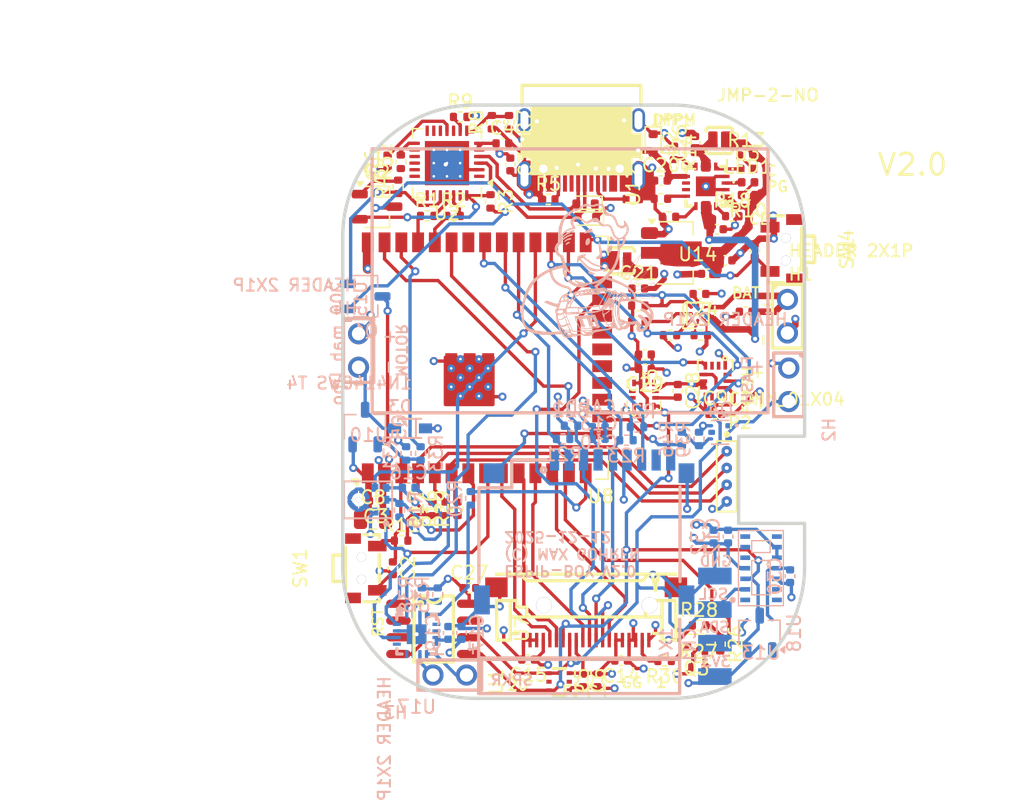
<source format=kicad_pcb>
(kicad_pcb (version 20241229) (generator "pcbnew") (generator_version "9.0")
  (layers (0 "F.Cu" signal "TopLayer") (4 "In1.Cu" signal "GND") (6 "In2.Cu" signal "+3V3") (2 "B.Cu" signal "BottomLayer") (13 "F.Paste" user "TopPasteMaskLayer") (15 "B.Paste" user "BottomPasteMaskLayer") (5 "F.SilkS" user "TopSilkLayer") (7 "B.SilkS" user "BottomSilkLayer") (1 "F.Mask" user "TopSolderMaskLayer") (3 "B.Mask" user "BottomSolderMaskLayer") (25 "Edge.Cuts" user "BoardOutLine"))
  (net 0 "")
  (net 1 "VBAT")
  (net 2 "+3V3")
  (net 3 "GND")
  (net 4 "+5V_VBUS")
  (net 5 "BAT+")
  (net 6 "/IO0")
  (net 7 "/EN")
  (net 8 "Net-(U11-VIN)")
  (net 9 "Net-(U14-VDD)")
  (net 10 "Net-(C26-Pad1)")
  (net 11 "Net-(U9-C1)")
  (net 12 "/+1V8")
  (net 13 "/SD_CS")
  (net 15 "/SCL")
  (net 16 "/SDA")
  (net 17 "/USB_DP")
  (net 18 "Net-(D3-A)")
  (net 19 "/USB_DN")
  (net 20 "/LCD_DC")
  (net 21 "/LCD_CS")
  (net 22 "/MOSI")
  (net 23 "/CLK")
  (net 24 "/LCD_RST")
  (net 25 "/TP_INT")
  (net 26 "/TP_RST")
  (net 27 "/LEDK")
  (net 28 "Net-(Q4-D)")
  (net 29 "/SPKR+")
  (net 30 "/SPKR-")
  (net 31 "Net-(U11-VOUT)")
  (net 32 "Net-(U12-PGOOD#)")
  (net 33 "Net-(LED1-Pad2)")
  (net 34 "/EC11_SW")
  (net 35 "/EC11_A")
  (net 36 "/EC11_B")
  (net 37 "Net-(Q1-B)")
  (net 38 "/RTS")
  (net 39 "/DTR")
  (net 40 "Net-(Q2-B)")
  (net 41 "Net-(Q3-G)")
  (net 42 "Net-(Q3-D)")
  (net 43 "Net-(Q4-G)")
  (net 44 "Net-(Q5-B)")
  (net 45 "/TXD0")
  (net 46 "/RXD")
  (net 47 "/RXD0")
  (net 48 "/TXD")
  (net 49 "/USB_CC2")
  (net 50 "Net-(U2-SUSPENDb)")
  (net 51 "Net-(U2-VBUS)")
  (net 52 "Net-(U2-RSTb)")
  (net 53 "/USB_CC1")
  (net 54 "Net-(U3-A)")
  (net 55 "Net-(U12-ILIM)")
  (net 56 "/I2S_MIC")
  (net 57 "Net-(U12-CE#)")
  (net 58 "Net-(U12-ISET)")
  (net 59 "/nSPKR_OFF")
  (net 60 "Net-(U17-SD_MODE#)")
  (net 61 "/MISO")
  (net 62 "/LCD_BL")
  (net 63 "Net-(U2-CHR0)")
  (net 65 "/VIBR")
  (net 66 "Net-(U17-GAIN_SLOT)")
  (net 67 "Net-(U14-BIN)")
  (net 68 "Net-(U14-GPOUT)")
  (net 69 "Net-(U12-TS)")
  (net 70 "/LIGHT")
  (net 92 "Net-(U12-CHG#)")
  (net 99 "/IMU_INT")
  (net 105 "/I2S_SCK")
  (net 108 "/I2S_WS")
  (net 113 "/I2S_SPKR")
  (footprint "Capacitor_SMD:C_0402_1005Metric" (layer "F.Cu") (at 157.6999 98.3)
    (property "Reference" "C21")
    (property "Value" "10uF")
  )
  (footprint "Resistor_SMD:R_0402_1005Metric" (layer "F.Cu") (at 144.1999 85.3)
    (property "Reference" "R9")
    (property "Value" "1kΩ")
  )
  (footprint "easyeda2kicad:SW-SMD_L4.7-W3.5-P3.35-EH" (layer "F.Cu") (at 136.9999 119.4999 90)
    (property "Reference" "SW1")
    (property "Value" "TS24CA 250GF 013")
  )
  (footprint "Capacitor_SMD:C_0402_1005Metric" (layer "F.Cu") (at 164.3128 96.1722)
    (property "Reference" "C23" (hide yes))
    (property "Value" "100nF")
  )
  (footprint "Package_DFN_QFN:QFN-28-1EP_5x5mm_P0.5mm_EP3.35x3.35mm_ThermalVias" (layer "F.Cu") (at 143.1999 88.8 180)
    (property "Reference" "U2")
    (property "Value" "CP2102N-A02-GQFN28R")
  )
  (footprint "Resistor_SMD:R_0402_1005Metric" (layer "F.Cu") (at 157.277 91.524 180)
    (property "Reference" "R12" (hide yes))
    (property "Value" "5.1kΩ")
  )
  (footprint "Capacitor_SMD:C_0402_1005Metric" (layer "F.Cu") (at 160.6897 106.0561 -90)
    (property "Reference" "C28")
    (property "Value" "220nF")
  )
  (footprint "Resistor_SMD:R_0402_1005Metric" (layer "F.Cu") (at 143.9999 115 90)
    (property "Reference" "R29")
    (property "Value" "10kΩ")
  )
  (footprint "Capacitor_SMD:C_0805_2012Metric" (layer "F.Cu") (at 137.5999 115.7999)
    (property "Reference" "C8")
    (property "Value" "22uF")
  )
  (footprint "Resistor_SMD:R_0402_1005Metric" (layer "F.Cu") (at 143.6999 92.8)
    (property "Reference" "R2")
    (property "Value" "0Ω")
  )
  (footprint "easyeda2kicad:SENSOR-SMD_LTR-390UV-01" (layer "F.Cu") (at 151.6999 128.0999 90)
    (property "Reference" "U1")
    (property "Value" "LTR-390UV-01")
  )
  (footprint "Resistor_SMD:R_0402_1005Metric" (layer "F.Cu") (at 147.8999 85.7 -90)
    (property "Reference" "R7")
    (property "Value" "22.1kΩ")
  )
  (footprint "Resistor_SMD:R_0402_1005Metric" (layer "F.Cu") (at 160.0202 92.8702 180)
    (property "Reference" "R45" (hide yes))
    (property "Value" "10kΩ")
  )
  (footprint "Capacitor_SMD:C_0402_1005Metric" (layer "F.Cu") (at 149.3522 126.4236 180)
    (property "Reference" "C15")
    (property "Value" "100nF")
  )
  (footprint "Resistor_SMD:R_0402_1005Metric" (layer "F.Cu") (at 162.4332 101.8364 180)
    (property "Reference" "R40" (hide yes))
    (property "Value" "10kΩ")
  )
  (footprint "easyeda2kicad:DSBGA-9_L1.5-W1.5-R3-C3-P0.50-BL" (layer "F.Cu") (at 162.2046 100.2108)
    (property "Reference" "U14")
    (property "Value" "BQ27421YZFR-G1A")
  )
  (footprint "Resistor_SMD:R_0402_1005Metric" (layer "F.Cu") (at 157.6999 99.6 180)
    (property "Reference" "R36" (hide yes))
    (property "Value" "2.2kΩ")
  )
  (footprint "Resistor_SMD:R_0402_1005Metric" (layer "F.Cu") (at 160.4012 88.0188 -90)
    (property "Reference" "R14")
    (property "Value" "2.2kΩ")
  )
  (footprint "Capacitor_SMD:C_0402_1005Metric" (layer "F.Cu") (at 139.0999 119.4999 -90)
    (property "Reference" "C2")
    (property "Value" "100nF")
  )
  (footprint "Resistor_SMD:R_0402_1005Metric" (layer "F.Cu") (at 139.7256 117.4066)
    (property "Reference" "R11")
    (property "Value" "10kΩ")
  )
  (footprint "easyeda2kicad:USB-C-SMD_G-SWITCH_GT-USB-7010ASV" (layer "F.Cu") (at 153.3908 87.9426 180)
    (property "Reference" "U4" (hide yes))
    (property "Value" "GT-USB-7010ASV")
  )
  (footprint "Capacitor_SMD:C_0402_1005Metric" (layer "F.Cu") (at 144.8999 120.9999)
    (property "Reference" "C27")
    (property "Value" "100nF")
  )
  (footprint "Capacitor_SMD:C_0402_1005Metric" (layer "F.Cu") (at 163.5345 107.8087)
    (property "Reference" "C9")
    (property "Value" "100nF")
  )
  (footprint "Resistor_SMD:R_0402_1005Metric" (layer "F.Cu") (at 162.2554 127.0078)
    (property "Reference" "R27")
    (property "Value" "10kΩ")
  )
  (footprint "easyeda2kicad:SW-SMD_L4.7-W3.5-P3.35-EH" (layer "F.Cu") (at 168.58 95.334 -90)
    (property "Reference" "SW4")
    (property "Value" "TS24CA 250GF 013")
  )
  (footprint "Capacitor_SMD:C_0402_1005Metric" (layer "F.Cu") (at 158.1999 103.3)
    (property "Reference" "C11" (hide yes))
    (property "Value" "100nF")
  )
  (footprint "Resistor_SMD:R_0402_1005Metric" (layer "F.Cu") (at 159.4106 91.4986 180)
    (property "Reference" "R19" (hide yes))
    (property "Value" "10kΩ")
  )
  (footprint "easyeda2kicad:LGA-14_L3.0-W2.5-P0.50-BR" (layer "F.Cu") (at 163.5345 105.3195 90)
    (property "Reference" "U5")
    (property "Value" "BMI270")
  )
  (footprint "Capacitor_SMD:C_0402_1005Metric" (layer "F.Cu") (at 147.3999 87.3)
    (property "Reference" "C4")
    (property "Value" "100nF")
  )
  (footprint "Resistor_SMD:R_0402_1005Metric" (layer "F.Cu") (at 160.0964 101.8364 180)
    (property "Reference" "R41" (hide yes))
    (property "Value" "10kΩ")
  )
  (footprint "Package_TO_SOT_SMD:SOT-523" (layer "F.Cu") (at 162.0999 125.3999 180)
    (property "Reference" "Q3")
    (property "Value" "DMG1012T-7")
  )
  (footprint "Capacitor_SMD:C_0402_1005Metric" (layer "F.Cu") (at 153.4999 127.9999 -90)
    (property "Reference" "C6")
    (property "Value" "4.7uF")
  )
  (footprint "Resistor_SMD:R_0402_1005Metric" (layer "F.Cu") (at 143.0999 115 90)
    (property "Reference" "R16")
    (property "Value" "10kΩ")
  )
  (footprint "Capacitor_SMD:C_0402_1005Metric" (layer "F.Cu") (at 154.5999 127.9999 90)
    (property "Reference" "C5")
    (property "Value" "100nF")
  )
  (footprint "Resistor_SMD:R_0402_1005Metric" (layer "F.Cu") (at 142.0999 115 90)
    (property "Reference" "R17")
    (property "Value" "10kΩ")
  )
  (footprint "Diode_SMD:D_SOD-523" (layer "F.Cu") (at 153.6999 91.9 180)
    (property "Reference" "D4" (hide yes))
    (property "Value" "LESD5D5.0CT1G_C5199850")
  )
  (footprint "LED_SMD:LED_0402_1005Metric" (layer "F.Cu") (at 166.0146 90.254)
    (property "Reference" "LED1")
    (property "Value" "TZ-P2-0402YGTIA1-0.45T")
  )
  (footprint "Diode_SMD:D_SOD-523" (layer "F.Cu") (at 153.7999 92.9 180)
    (property "Reference" "D1" (hide yes))
    (property "Value" "LESD5D5.0CT1G_C5199850")
  )
  (footprint "Capacitor_SMD:C_0402_1005Metric" (layer "F.Cu") (at 166.5226 95.4356 90)
    (property "Reference" "C1" (hide yes))
    (property "Value" "100nF")
  )
  (footprint "Resistor_SMD:R_0402_1005Metric" (layer "F.Cu") (at 141.6999 92.8)
    (property "Reference" "R1")
    (property "Value" "0Ω")
  )
  (footprint "easyeda2kicad:SW-SMD_L4.7-W3.5-P3.35-EH" (layer "F.Cu") (at 168.62 95.32 -90)
    (property "Reference" "A1")
    (property "Value" "A")
  )
  (footprint "LED_SMD:LED_0402_1005Metric" (layer "F.Cu") (at 165.9384 89.238)
    (property "Reference" "U3")
    (property "Value" "0402 Blue")
  )
  (footprint "Resistor_SMD:R_0402_1005Metric" (layer "F.Cu") (at 165.8876 88.222)
    (property "Reference" "R13")
    (property "Value" "2.2kΩ")
  )
  (footprint "espip_boy_rev2:JMP-2-NO" (layer "F.Cu") (at 156.3999 96.2 180)
    (property "Reference" "JMP2" (hide yes))
    (property "Value" "JMP-2-NO" (hide yes))
  )
  (footprint "Capacitor_SMD:C_0402_1005Metric" (layer "F.Cu") (at 162.3316 98.7122 180)
    (property "Reference" "C24")
    (property "Value" "470nF")
  )
  (footprint "Resistor_SMD:R_0402_1005Metric" (layer "F.Cu") (at 166.0146 91.2192 180)
    (property "Reference" "R10")
    (property "Value" "1kΩ")
  )
  (footprint "easyeda2kicad:LGA-12_L2.0-W2.0-P0.50-BL" (layer "F.Cu") (at 158.1243 106.3355)
    (property "Reference" "U9" (hide yes))
    (property "Value" "LIS2MDLTR")
  )
  (footprint "easyeda2kicad:FPC-SMD_20P-P0.50_XF2M-2015-1A" (layer "F.Cu") (at 153.7464 122.9438 180)
    (property "Reference" "FPC1")
    (property "Value" "XF2M-2015-1A")
  )
  (footprint "Resistor_SMD:R_0402_1005Metric" (layer "F.Cu") (at 150.8762 91.5494)
    (property "Reference" "R5")
    (property "Value" "5.1kΩ")
  )
  (footprint "Capacitor_SMD:C_0402_1005Metric" (layer "F.Cu") (at 162.0014 87.2568 90)
    (property "Reference" "C26")
    (property "Value" "4.7uF")
  )
  (footprint "easyeda2kicad:TQFN-16_L3.0-W3.0-P0.50-BL-EP1.5" (layer "F.Cu") (at 162.8142 90.5588 90)
    (property "Reference" "U12")
    (property "Value" "BQ24074RGTR")
  )
  (footprint "Resistor_SMD:R_0402_1005Metric" (layer "F.Cu") (at 157.6999 100.8 180)
    (property "Reference" "R37" (hide yes))
    (property "Value" "2.2kΩ")
  )
  (footprint "Resistor_SMD:R_0402_1005Metric" (layer "F.Cu") (at 146.5999 85.7 90)
    (property "Reference" "R8")
    (property "Value" "47.5kΩ")
  )
  (footprint "Resistor_SMD:R_0402_1005Metric" (layer "F.Cu") (at 164.8208 92.8194)
    (property "Reference" "R18")
    (property "Value" "0Ω")
  )
  (footprint "Diode_SMD:D_SOD-523" (layer "F.Cu") (at 158.8264 87.3076 -90)
    (property "Reference" "D2")
    (property "Value" "LESD5D5.0CT1G_C5199850")
  )
  (footprint "Resistor_SMD:R_0402_1005Metric" (layer "F.Cu") (at 139.6999 88.7 90)
    (property "Reference" "R32")
    (property "Value" "0Ω")
  )
  (footprint "Capacitor_SMD:C_0402_1005Metric" (layer "F.Cu") (at 162.9666 97.1882 180)
    (property "Reference" "C22" (hide yes))
    (property "Value" "10uF")
  )
  (footprint "RF_Module:ESP32-WROOM-32E" (layer "F.Cu") (at 142.4598 103.5527 90)
    (property "Reference" "U8")
    (property "Value" "ESP32-WROOM-32E(8MB)")
  )
  (footprint "Resistor_SMD:R_0402_1005Metric" (layer "F.Cu") (at 162.3062 123.8328)
    (property "Reference" "R28")
    (property "Value" "100kΩ")
  )
  (footprint "Capacitor_SMD:C_0402_1005Metric" (layer "F.Cu") (at 159.4106 90.127)
    (property "Reference" "C20")
    (property "Value" "2.2uF")
  )
  (footprint "Resistor_SMD:R_0402_1005Metric" (layer "F.Cu") (at 159.69 126.5252 180)
    (property "Reference" "R30")
    (property "Value" "10Ω")
  )
  (footprint "Package_TO_SOT_SMD:TSOT-23" (layer "F.Cu") (at 137.8999 92.1)
    (property "Reference" "Q2")
    (property "Value" "SS8050/Y1")
  )
  (footprint "espip_boy_rev2:01X04P 1.27MM" (layer "F.Cu") (at 164.3999 111.9)
    (property "Reference" "P2")
    (property "Value" "CONN_01X04")
  )
  (footprint "espip_boy_rev2:HEADER 2X1P" (layer "F.Cu") (at 168.9999 100.4)
    (property "Reference" "H1")
    (property "Value" "HEADER 2X1P")
  )
  (footprint "Resistor_SMD:R_0402_1005Metric" (layer "F.Cu") (at 139.4999 90.6 90)
    (property "Reference" "R4")
    (property "Value" "10kΩ")
  )
  (footprint "Capacitor_SMD:C_0402_1005Metric" (layer "F.Cu") (at 147.9999 88.9 -90)
    (property "Reference" "C7")
    (property "Value" "10uF")
  )
  (footprint "Package_TO_SOT_SMD:SOT-89-3" (layer "F.Cu") (at 160.5 95.6)
    (property "Reference" "U11" (hide yes))
    (property "Value" "ME6217A33PG")
  )
  (footprint "espip_boy_rev2:JMP-2-NO" (layer "F.Cu") (at 163.8302 87.079)
    (property "Reference" "JMP1")
    (property "Value" "JMP-2-NO")
  )
  (footprint "easyeda2kicad:SOP-8_L4.9-W3.9-P1.27-LS6.0-BL" (layer "F.Cu") (at 142.1999 124.0999 -90)
    (property "Reference" "U7")
    (property "Value" "YSN8010SJ 32.768KHZ")
  )
  (footprint "Resistor_SMD:R_0402_1005Metric" (layer "F.Cu") (at 163.9064 125.2552 -90)
    (property "Reference" "R26")
    (property "Value" "1kΩ")
  )
  (footprint "Capacitor_SMD:C_0402_1005Metric" (layer "F.Cu") (at 165.8368 100.0584 180)
    (property "Reference" "C25" (hide yes))
    (property "Value" "2.2uF")
  )
  (footprint "Resistor_SMD:R_0402_1005Metric" (layer "F.Cu") (at 138.6999 88.7 90)
    (property "Reference" "R6")
    (property "Value" "10kΩ")
  )
  (footprint "Capacitor_SMD:C_0402_1005Metric" (layer "F.Cu") (at 163.6524 93.81 180)
    (property "Reference" "C18" (hide yes))
    (property "Value" "4.7uF")
  )
  (footprint "Capacitor_SMD:C_0402_1005Metric" (layer "F.Cu") (at 156.3999 126.4999 180)
    (property "Reference" "C14")
    (property "Value" "100nF")
  )
  (footprint "Capacitor_SMD:C_0402_1005Metric" (layer "F.Cu") (at 137.7999 114.4 180)
    (property "Reference" "C3")
    (property "Value" "100nF")
  )
  (footprint "Resistor_SMD:R_0402_1005Metric" (layer "F.Cu") (at 146.4999 91.7 -90)
    (property "Reference" "R3")
    (property "Value" "10kΩ")
  )
  (footprint "Capacitor_SMD:C_0402_1005Metric" (layer "F.Cu") (at 158.1999 104.4 180)
    (property "Reference" "C29")
    (property "Value" "10uF")
  )
  (footprint "Resistor_SMD:R_0402_1005Metric" (layer "B.Cu") (at 141.1999 110.8 90)
    (property "Reference" "R33")
    (property "Value" "1kΩ")
  )
  (footprint "Capacitor_SMD:C_0402_1005Metric" (layer "B.Cu") (at 164.4999 117.0999 -90)
    (property "Reference" "C12")
    (property "Value" "100nF")
  )
  (footprint "Package_TO_SOT_SMD:TSOT-23" (layer "B.Cu") (at 136.9999 108.8 90)
    (property "Reference" "Q5")
    (property "Value" "SS8050/Y1")
  )
  (footprint "Package_TO_SOT_SMD:SOT-523" (layer "B.Cu") (at 163.8999 109.2 180)
    (property "Reference" "Q4")
    (property "Value" "DMG1012T-7")
  )
  (footprint "Package_TO_SOT_SMD:TSOT-23" (layer "B.Cu") (at 166.8999 124.3999 90)
    (property "Reference" "U18")
    (property "Value" "ME6206B18XG")
  )
  (footprint "espip_boy_rev2:HEADER 2X1P" (layer "B.Cu") (at 143.4086 127.592 -90)
    (property "Reference" "H3")
    (property "Value" "HEADER 2X1P")
  )
  (footprint "espip_boy_rev2:HEADER 2X1P" (layer "B.Cu") (at 169.0999 105.6 180)
    (property "Reference" "H2")
    (property "Value" "HEADER 2X1P")
  )
  (footprint "Resistor_SMD:R_0402_1005Metric" (layer "B.Cu") (at 152.5999 108.7 180)
    (property "Reference" "R22")
    (property "Value" "10kΩ")
  )
  (footprint "Resistor_SMD:R_0402_1005Metric" (layer "B.Cu") (at 141.2999 121.4999 -90)
    (property "Reference" "R38")
    (property "Value" "0Ω")
  )
  (footprint "Resistor_SMD:R_0402_1005Metric" (layer "B.Cu") (at 142.4999 121.4999 -90)
    (property "Reference" "R35")
    (property "Value" "100kΩ")
  )
  (footprint "Capacitor_SMD:C_0402_1005Metric" (layer "B.Cu") (at 163.3999 117.0999 -90)
    (property "Reference" "C32")
    (property "Value" "2.2uF")
  )
  (footprint "Capacitor_SMD:C_0402_1005Metric" (layer "B.Cu") (at 154.6999 108.8)
    (property "Reference" "C10")
    (property "Value" "100nF")
  )
  (footprint "Resistor_SMD:R_0402_1005Metric" (layer "B.Cu") (at 156.7999 109.8)
    (property "Reference" "R23")
    (property "Value" "10kΩ")
  )
  (footprint "Capacitor_SMD:C_0402_1005Metric" (layer "B.Cu") (at 144.2999 124.3999 90)
    (property "Reference" "C17")
    (property "Value" "100nF")
  )
  (footprint "espip_boy_rev2:SOD-323_L1.8-W1.3-LS2.5-RD" (layer "B.Cu") (at 140.3999 108.9 180)
    (property "Reference" "D3")
    (property "Value" "1N4148WS T4")
  )
  (footprint "Resistor_SMD:R_0402_1005Metric" (layer "B.Cu") (at 140.0999 110.8 -90)
    (property "Reference" "R31")
    (property "Value" "100kΩ")
  )
  (footprint "Capacitor_SMD:C_0402_1005Metric" (layer "B.Cu") (at 140.2999 113.4 180)
    (property "Reference" "C16")
    (property "Value" "100nF")
  )
  (footprint "Capacitor_SMD:C_0402_1005Metric" (layer "B.Cu") (at 169.1999 120.0999 -90)
    (property "Reference" "C30")
    (property "Value" "2.2uF")
  )
  (footprint "easyeda2kicad:TF-SMD_TF-PUSH" (layer "B.Cu") (at 153.5999 116.5999 180)
    (property "Reference" "CARD1")
    (property "Value" "TF PUSH")
  )
  (footprint "easyeda2kicad:TQFN-16_L3.0-W3.0-P0.50-BL-EP1.5" (layer "B.Cu") (at 140.8999 124.4999)
    (property "Reference" "U17")
    (property "Value" "MAX98357AETE+T")
  )
  (footprint "easyeda2kicad:MIC-SMD_6P-L3.5-W2.7-P0.90-BL" (layer "B.Cu") (at 137.2872 114.3078 180)
    (property "Reference" "U10")
    (property "Value" "ICS-43434_C5656610")
  )
  (footprint "Capacitor_SMD:C_0402_1005Metric" (layer "B.Cu") (at 154.6999 109.7 180)
    (property "Reference" "C13")
    (property "Value" "2.2uF")
  )
  (footprint "Resistor_SMD:R_0402_1005Metric" (layer "B.Cu") (at 157.5999 108.8 180)
    (property "Reference" "R24")
    (property "Value" "10kΩ")
  )
  (footprint "espip_boy_rev2:1X4-SMT" (layer "B.Cu") (at 163.4999 123.8999 -90)
    (property "Reference" "CN1")
    (property "Value" "1X4")
  )
  (footprint "Resistor_SMD:R_0402_1005Metric" (layer "B.Cu") (at 151.9999 109.7)
    (property "Reference" "R21")
    (property "Value" "10kΩ")
  )
  (footprint "Resistor_SMD:R_0402_1005Metric" (layer "B.Cu") (at 162.2999 109.7 -90)
    (property "Reference" "R39")
    (property "Value" "10kΩ")
  )
  (footprint "espip_boy_rev2:200_MAH_BATT" (layer "B.Cu") (at 152.5272 97.7216 -90)
    (property "Reference" "U15")
    (property "Value" "200_mah_lipo")
  )
  (footprint "Resistor_SMD:R_0402_1005Metric" (layer "B.Cu") (at 160.9999 109.7 -90)
    (property "Reference" "R46")
    (property "Value" "1kΩ")
  )
  (footprint "espip_boy_rev2:HEADER 2X1P" (layer "B.Cu") (at 136.4999 103 180)
    (property "Reference" "H4")
    (property "Value" "HEADER 2X1P")
  )
  (footprint "Resistor_SMD:R_0402_1005Metric" (layer "B.Cu") (at 144.9999 114.2 -90)
    (property "Reference" "R20")
    (property "Value" "0Ω")
  )
  (footprint "Resistor_SMD:R_0402_1005Metric" (layer "B.Cu") (at 139.5999 115.0999 90)
    (property "Reference" "R15")
    (property "Value" "100kΩ")
  )
  (footprint "easyeda2kicad:OESIP-14_L5.6-W3.3-P0.80-TL" (layer "B.Cu") (at 166.9999 119.4999)
    (property "Reference" "U13")
    (property "Value" "MAX30102EFD+T_C6454833")
  )
  (footprint "Package_TO_SOT_SMD:TSOT-23" (layer "B.Cu") (at 136.9999 98.9)
    (property "Reference" "Q1")
    (property "Value" "SS8050/Y1")
  )
  (footprint "Capacitor_SMD:C_0402_1005Metric" (layer "B.Cu") (at 143.2999 124.3999 -90)
    (property "Reference" "C19")
    (property "Value" "10uF")
  )
  (gr_rect (start 148.8315 86.5456) (end 157.912 88.4062) (fill yes) (layer "F.SilkS"))
  (gr_rect (start 149.53 84.4628) (end 157.2516 89.7206) (fill yes) (layer "F.SilkS"))
  (gr_poly (pts (xy 153.199 99.8394) (xy 153.199 99.8419) (xy 153.1964 99.8419) (xy 153.1939 99.8419) (xy 153.1939 99.8394) (xy 153.1939 99.837) (xy 153.1964 99.837) (xy 153.199 99.837)) (fill yes) (layer "B.SilkS"))
  (gr_poly (pts (xy 152.6071 94.4749) (xy 152.6148 94.4856) (xy 152.6095 94.4952) (xy 152.6043 94.5047) (xy 152.6079 94.513) (xy 152.6115 94.5213) (xy 152.6127 94.5476) (xy 152.614 94.5739) (xy 152.5955 94.586) (xy 152.5771 94.5982) (xy 152.5691 94.5982) (xy 152.5611 94.5982) (xy 152.5127 94.6103) (xy 152.4643 94.6224) (xy 152.4131 94.6303) (xy 152.3619 94.6382) (xy 152.3158 94.6601) (xy 152.2697 94.682) (xy 152.2031 94.7247) (xy 152.1366 94.7675) (xy 152.1187 94.7648) (xy 152.1008 94.7621) (xy 152.0944 94.7536) (xy 152.088 94.7451) (xy 152.088 94.7346) (xy 152.088 94.7242) (xy 152.1025 94.7021) (xy 152.117 94.6801) (xy 152.1566 94.6437) (xy 152.1963 94.6074) (xy 152.2353 94.5827) (xy 152.2744 94.558) (xy 152.3155 94.5391) (xy 152.3568 94.5201) (xy 152.3951 94.5067) (xy 152.4335 94.4932) (xy 152.4707 94.4841) (xy 152.5078 94.4751) (xy 152.5173 94.4775) (xy 152.5268 94.4799) (xy 152.5541 94.4721) (xy 152.5813 94.4643) (xy 152.5903 94.4643) (xy 152.5994 94.4643)) (fill yes) (layer "B.SilkS"))
  (gr_poly (pts (xy 152.4986 94.7855) (xy 152.5067 94.8041) (xy 152.5099 94.822) (xy 152.5131 94.8399) (xy 152.5098 94.8484) (xy 152.5064 94.8568) (xy 152.4495 94.883) (xy 152.3926 94.9092) (xy 152.3237 94.9571) (xy 152.2549 95.005) (xy 152.2408 95.005) (xy 152.2267 95.005) (xy 152.2128 94.9933) (xy 152.1988 94.9817) (xy 152.2044 94.9491) (xy 152.21 94.9165) (xy 152.2185 94.8989) (xy 152.2271 94.8814) (xy 152.257 94.8498) (xy 152.2869 94.8182) (xy 152.3244 94.8) (xy 152.3619 94.7818) (xy 152.3924 94.7743) (xy 152.4229 94.7669) (xy 152.4567 94.7669) (xy 152.4905 94.7669)) (fill yes) (layer "B.SilkS"))
  (gr_poly (pts (xy 156.5399 96.0171) (xy 156.5431 96.0222) (xy 156.5396 96.0379) (xy 156.536 96.0536) (xy 156.5426 96.2747) (xy 156.5492 96.4957) (xy 156.5434 96.6471) (xy 156.5376 96.7984) (xy 156.5247 96.9199) (xy 156.5118 97.0414) (xy 156.5036 97.0985) (xy 156.4954 97.1556) (xy 156.4752 97.2482) (xy 156.4551 97.3409) (xy 156.4395 97.3921) (xy 156.4239 97.4433) (xy 156.4196 97.4475) (xy 156.4154 97.4517) (xy 156.347 97.4268) (xy 156.2787 97.4019) (xy 156.2326 97.3896) (xy 156.1865 97.3774) (xy 156.1592 97.3713) (xy 156.132 97.3652) (xy 156.129 97.3576) (xy 156.128225 97.3557) (xy 156.1518 97.3557) (xy 156.1717 97.359) (xy 156.1917 97.3623) (xy 156.2505 97.3771) (xy 156.3094 97.3919) (xy 156.3548 97.4096) (xy 156.4001 97.4273) (xy 156.4043 97.4207) (xy 156.4085 97.4141) (xy 156.4249 97.3568) (xy 156.4412 97.2994) (xy 156.4582 97.2176) (xy 156.4752 97.1357) (xy 156.4856 97.0513) (xy 156.496 96.967) (xy 156.5068 96.8604) (xy 156.5177 96.7537) (xy 156.5205 96.5751) (xy 156.5233 96.3965) (xy 156.5194 96.2688) (xy 156.5156 96.1411) (xy 156.5123 96.1412) (xy 156.5091 96.1413) (xy 156.4824 96.2069) (xy 156.4558 96.2725) (xy 156.4482 96.2998) (xy 156.4407 96.3271) (xy 156.4321 96.3544) (xy 156.4235 96.3816) (xy 156.3911 96.461) (xy 156.3588 96.5404) (xy 156.3335 96.5999) (xy 156.3083 96.6594) (xy 156.2797 96.7438) (xy 156.2512 96.8281) (xy 156.2383 96.8703) (xy 156.2255 96.9125) (xy 156.2044 96.9942) (xy 156.1833 97.076) (xy 156.1704 97.148) (xy 156.1577 97.2201) (xy 156.1547 97.2879) (xy 156.1518 97.3557) (xy 156.128225 97.3557) (xy 156.1259 97.35) (xy 156.1317 97.275) (xy 156.1376 97.2) (xy 156.1506 97.1307) (xy 156.1637 97.0613) (xy 156.1817 96.9893) (xy 156.1997 96.9174) (xy 156.2101 96.8827) (xy 156.2205 96.848) (xy 156.2489 96.7611) (xy 156.2773 96.6744) (xy 156.3377 96.528) (xy 156.3981 96.3816) (xy 156.4117 96.337) (xy 156.4254 96.2923) (xy 156.4399 96.2527) (xy 156.4544 96.213) (xy 156.4779 96.1544) (xy 156.5013 96.0957) (xy 156.5144 96.0539) (xy 156.5276 96.0121) (xy 156.5321 96.0121) (xy 156.5366 96.0121)) (fill yes) (layer "B.SilkS"))
  (gr_poly (pts (xy 153.7458 95.6608) (xy 153.7519 95.6668) (xy 153.7519 95.6776) (xy 153.7519 95.6884) (xy 153.7443 95.6946) (xy 153.7366 95.7008) (xy 153.7366 95.7077) (xy 153.7366 95.7147) (xy 153.7005 95.758) (xy 153.6643 95.8012) (xy 153.6486 95.833) (xy 153.6329 95.8648) (xy 153.6361 95.8948) (xy 153.6394 95.9248) (xy 153.6534 95.9391) (xy 153.6675 95.9534) (xy 153.6931 95.9712) (xy 153.7187 95.9891) (xy 153.7494 96.0147) (xy 153.7801 96.0402) (xy 153.8364 96.0762) (xy 153.8928 96.1123) (xy 153.9107 96.1283) (xy 153.9286 96.1443) (xy 153.9747 96.179) (xy 154.0207 96.2138) (xy 154.0643 96.2456) (xy 154.1078 96.2775) (xy 154.136 96.2943) (xy 154.1641 96.3111) (xy 154.2204 96.3467) (xy 154.2768 96.3823) (xy 154.3288 96.4108) (xy 154.3808 96.4393) (xy 154.4235 96.4568) (xy 154.4662 96.4744) (xy 154.5275 96.4967) (xy 154.5887 96.519) (xy 154.6298 96.5305) (xy 154.671 96.542) (xy 154.7145 96.552) (xy 154.758 96.5619) (xy 154.8553 96.5778) (xy 154.9526 96.5938) (xy 155.0453 96.5912) (xy 155.1381 96.5886) (xy 155.1446 96.5925) (xy 155.151 96.5963) (xy 155.1475 96.6018) (xy 155.144 96.6074) (xy 155.08 96.6074) (xy 155.016 96.6074) (xy 155.0186 96.6114) (xy 155.0212 96.6155) (xy 155.0842 96.6218) (xy 155.1472 96.6281) (xy 155.1618 96.6226) (xy 155.1764 96.6172) (xy 155.1734 96.6096) (xy 155.1704 96.602) (xy 155.1792 96.599) (xy 155.1881 96.5959) (xy 155.1965 96.589) (xy 155.2049 96.582) (xy 155.2191 96.5805) (xy 155.2332 96.5791) (xy 155.24 96.5701) (xy 155.2467 96.5612) (xy 155.2547 96.5334) (xy 155.2627 96.5057) (xy 155.2706 96.4846) (xy 155.2786 96.4635) (xy 155.2883 96.4635) (xy 155.2979 96.4635) (xy 155.3065 96.4796) (xy 155.315 96.4957) (xy 155.3264 96.509) (xy 155.3378 96.5222) (xy 155.356 96.5685) (xy 155.3742 96.6148) (xy 155.4028 96.6887) (xy 155.4313 96.7626) (xy 155.4313 96.7789) (xy 155.4313 96.7951) (xy 155.4128 96.8191) (xy 155.3943 96.843) (xy 155.3706 96.867) (xy 155.3468 96.8909) (xy 155.2982 96.9319) (xy 155.2495 96.9729) (xy 155.2085 97.003) (xy 155.1674 97.0331) (xy 155.1425 97.0459) (xy 155.1175 97.0588) (xy 155.0974 97.0588) (xy 155.0774 97.0588) (xy 155.0681 97.054) (xy 155.0587 97.0492) (xy 155.0557 97.0414) (xy 155.0526 97.0337) (xy 155.0654 96.9958) (xy 155.0782 96.9579) (xy 155.0754 96.9496) (xy 155.0727 96.9413) (xy 155.0598 96.9355) (xy 155.0468 96.9298) (xy 155.0184 96.9298) (xy 154.99 96.9298) (xy 154.8766 96.9526) (xy 154.7632 96.9752) (xy 154.6992 96.9871) (xy 154.6351 96.999) (xy 154.5524 97.005) (xy 154.4697 97.011) (xy 154.3988 97.0022) (xy 154.328 96.9935) (xy 154.2537 96.9792) (xy 154.1795 96.965) (xy 154.1308 96.9493) (xy 154.0822 96.9337) (xy 154.031 96.91) (xy 153.9798 96.8863) (xy 153.9636 96.8746) (xy 153.9474 96.8629) (xy 153.8717 96.8009) (xy 153.796 96.7388) (xy 153.7273 96.6768) (xy 153.6587 96.6148) (xy 153.597 96.5478) (xy 153.5354 96.4809) (xy 153.4794 96.413) (xy 153.4234 96.3452) (xy 153.3736 96.2741) (xy 153.3239 96.2031) (xy 153.3003 96.1954) (xy 153.2768 96.1877) (xy 153.2476 96.169) (xy 153.2185 96.1502) (xy 153.2097 96.158) (xy 153.2009 96.1657) (xy 153.1795 96.2018) (xy 153.1582 96.238) (xy 153.1531 96.2638) (xy 153.1481 96.2897) (xy 153.1379 96.3091) (xy 153.1277 96.3284) (xy 153.1025 96.3463) (xy 153.0773 96.3643) (xy 153.0717 96.3643) (xy 153.0661 96.3643) (xy 153.0577 96.3485) (xy 153.0492 96.3326) (xy 153.0526 96.2653) (xy 153.0561 96.1981) (xy 153.060066 96.146) (xy 153.2639 96.146) (xy 153.2673 96.1493) (xy 153.2707 96.1526) (xy 153.2707 96.146) (xy 153.2707 96.1394) (xy 153.2673 96.1427) (xy 153.2639 96.146) (xy 153.060066 96.146) (xy 153.0612 96.1311) (xy 153.0662 96.0641) (xy 153.069614 96.0443) (xy 153.3679 96.0443) (xy 153.3679 96.0607) (xy 153.3679 96.0772) (xy 153.3739 96.088) (xy 153.3799 96.0988) (xy 153.4173 96.146) (xy 153.4548 96.1931) (xy 153.5217 96.2576) (xy 153.5887 96.3221) (xy 153.6482 96.3816) (xy 153.7076 96.4412) (xy 153.781 96.5116) (xy 153.8545 96.5821) (xy 153.9044 96.6141) (xy 153.9542 96.6461) (xy 153.9926 96.6656) (xy 154.031 96.6852) (xy 154.0796 96.7104) (xy 154.1283 96.7356) (xy 154.182 96.7563) (xy 154.2358 96.777) (xy 154.2768 96.7916) (xy 154.3177 96.8062) (xy 154.3773 96.8208) (xy 154.4368 96.8354) (xy 154.4924 96.8431) (xy 154.5481 96.8509) (xy 154.6761 96.8537) (xy 154.8041 96.8566) (xy 154.9628 96.8484) (xy 155.1216 96.8402) (xy 155.1377 96.8352) (xy 155.1538 96.8302) (xy 155.1645 96.8059) (xy 155.1753 96.7816) (xy 155.1753 96.7737) (xy 155.1753 96.7658) (xy 155.1678 96.7484) (xy 155.1603 96.7311) (xy 155.1433 96.7242) (xy 155.1263 96.7173) (xy 155.0835 96.7067) (xy 155.0406 96.696) (xy 154.9556 96.6839) (xy 154.8707 96.6718) (xy 154.7555 96.649) (xy 154.6403 96.6261) (xy 154.5404 96.6025) (xy 154.4406 96.5788) (xy 154.3894 96.5606) (xy 154.3382 96.5423) (xy 154.2563 96.5034) (xy 154.1743 96.4644) (xy 154.115 96.4275) (xy 154.0557 96.3905) (xy 154.0177 96.3633) (xy 153.9798 96.3361) (xy 153.8825 96.2676) (xy 153.7852 96.1992) (xy 153.7494 96.1729) (xy 153.7136 96.1467) (xy 153.6444 96.0888) (xy 153.5753 96.0308) (xy 153.5548 96.0173) (xy 153.5343 96.0038) (xy 153.5139 95.9958) (xy 153.4934 95.9878) (xy 153.4601 95.9876) (xy 153.4268 95.9874) (xy 153.4063 95.9986) (xy 153.3859 96.0097) (xy 153.3769 96.027) (xy 153.3679 96.0443) (xy 153.069614 96.0443) (xy 153.0742 96.0177) (xy 153.0822 95.9712) (xy 153.0937 95.9327) (xy 153.1053 95.8943) (xy 153.1202 95.8727) (xy 153.1353 95.851) (xy 153.1633 95.8373) (xy 153.1913 95.8235) (xy 153.2553 95.8055) (xy 153.3193 95.7876) (xy 153.3347 95.78) (xy 153.35 95.7724) (xy 153.3731 95.766) (xy 153.3961 95.7596) (xy 153.4371 95.745) (xy 153.4781 95.7304) (xy 153.5695 95.7099) (xy 153.661 95.6893) (xy 153.6703 95.6845) (xy 153.6796 95.6797) (xy 153.6856 95.6797) (xy 153.6916 95.6797) (xy 153.6887 95.6869) (xy 153.6859 95.694) (xy 153.7068 95.6745) (xy 153.7276 95.6549) (xy 153.7336 95.6549) (xy 153.7397 95.6549)) (fill yes) (layer "B.SilkS"))
  (gr_poly (pts (xy 154.7686 94.7706) (xy 154.7717 94.7842) (xy 154.7746 94.7917) (xy 154.7775 94.7991) (xy 154.7806 94.7847) (xy 154.7836 94.7703) (xy 154.7905 94.7783) (xy 154.7975 94.7865) (xy 154.805 94.8374) (xy 154.8127 94.8884) (xy 154.8149 94.9281) (xy 154.8172 94.9678) (xy 154.822 94.9777) (xy 154.8268 94.9876) (xy 154.8349 95.019) (xy 154.843 95.0503) (xy 154.8398 95.06) (xy 154.8366 95.0696) (xy 154.8469 95.1229) (xy 154.8571 95.1761) (xy 154.8631 95.2134) (xy 154.869 95.2506) (xy 154.8706 95.258) (xy 154.872 95.2654) (xy 154.8726 95.2521) (xy 154.8732 95.2388) (xy 154.8778 95.236) (xy 154.8823 95.2333) (xy 154.8885 95.2667) (xy 154.8946 95.3002) (xy 154.9144 95.3721) (xy 154.9343 95.444) (xy 154.9451 95.4763) (xy 154.9559 95.5085) (xy 154.9891 95.5879) (xy 155.0223 95.6672) (xy 155.0326 95.6877) (xy 155.0429 95.7081) (xy 155.0415 95.7596) (xy 155.0401 95.8112) (xy 155.0226 95.8373) (xy 155.0052 95.8635) (xy 154.9562 95.9058) (xy 154.9072 95.9481) (xy 154.8659 95.9758) (xy 154.8246 96.0034) (xy 154.8137 96.0083) (xy 154.8027 96.0131) (xy 154.7977 96.0238) (xy 154.7927 96.0344) (xy 154.7549 96.0529) (xy 154.7171 96.0715) (xy 154.6876 96.0787) (xy 154.6582 96.0859) (xy 154.6273 96.0811) (xy 154.5964 96.0763) (xy 154.5682 96.0642) (xy 154.5399 96.0521) (xy 154.5242 96.0412) (xy 154.5085 96.0304) (xy 154.4995 96.0109) (xy 154.4905 95.9913) (xy 154.4992 95.9632) (xy 154.508 95.9351) (xy 154.5141 95.924) (xy 154.5202 95.913) (xy 154.5547 95.8877) (xy 154.5891 95.8625) (xy 154.6505 95.8259) (xy 154.712 95.7894) (xy 154.7327 95.7723) (xy 154.7533 95.7551) (xy 154.7654 95.7324) (xy 154.7774 95.7097) (xy 154.7745 95.6463) (xy 154.7715 95.5829) (xy 154.7558 95.5234) (xy 154.74 95.4638) (xy 154.7351 95.4345) (xy 154.7301 95.405) (xy 154.735 95.3993) (xy 154.7399 95.3936) (xy 154.7326 95.3593) (xy 154.7253 95.325) (xy 154.721349 95.2933) (xy 154.8722 95.2933) (xy 154.8753 95.2963) (xy 154.8784 95.2993) (xy 154.8814 95.2964) (xy 154.8845 95.2934) (xy 154.8805 95.2871) (xy 154.8765 95.2808) (xy 154.8743 95.2871) (xy 154.8722 95.2933) (xy 154.721349 95.2933) (xy 154.712 95.2183) (xy 154.6985 95.1116) (xy 154.6957 94.9678) (xy 154.695037 94.9349) (xy 154.7134 94.9349) (xy 154.7161 94.9414) (xy 154.7188 94.9479) (xy 154.7192 94.9384) (xy 154.7196 94.9289) (xy 154.7166 94.9319) (xy 154.7134 94.9349) (xy 154.695037 94.9349) (xy 154.6928 94.8239) (xy 154.6976 94.8065) (xy 154.7023 94.7892) (xy 154.7161 94.7827) (xy 154.7299 94.7762) (xy 154.7299 94.7691) (xy 154.7299 94.7619) (xy 154.7347 94.7619) (xy 154.7394 94.7619) (xy 154.7411 94.7745) (xy 154.7427 94.787) (xy 154.7477 94.7867) (xy 154.7528 94.7865) (xy 154.7512 94.7717) (xy 154.7496 94.757) (xy 154.7575 94.757) (xy 154.7655 94.757)) (fill yes) (layer "B.SilkS"))
  (gr_poly (pts (xy 154.4124 100.2876) (xy 154.4124 100.2934) (xy 154.4204 100.2934) (xy 154.4283 100.2934) (xy 154.4352 100.3095) (xy 154.4422 100.3256) (xy 154.4507 100.3578) (xy 154.4592 100.3901) (xy 154.4705 100.4074) (xy 154.4818 100.4248) (xy 154.488 100.4347) (xy 154.4942 100.4447) (xy 154.5017 100.4576) (xy 154.5093 100.4706) (xy 154.5447 100.5718) (xy 154.5801 100.6729) (xy 154.596 100.7026) (xy 154.6119 100.7324) (xy 154.6243 100.7771) (xy 154.6367 100.8217) (xy 154.6403 100.8304) (xy 154.6439 100.839) (xy 154.6385 100.839) (xy 154.6332 100.839) (xy 154.63 100.834) (xy 154.6268 100.829) (xy 154.6227 100.8314) (xy 154.6186 100.8338) (xy 154.6382 100.8824) (xy 154.6578 100.9308) (xy 154.7121 101.0648) (xy 154.7664 101.1987) (xy 154.7724 101.2203) (xy 154.7784 101.242) (xy 154.7639 101.2526) (xy 154.7494 101.2632) (xy 154.7254 101.287) (xy 154.7014 101.3109) (xy 154.6376 101.3129) (xy 154.5737 101.3149) (xy 154.4508 101.3178) (xy 154.328 101.3207) (xy 154.3222 101.328) (xy 154.3165 101.3353) (xy 154.2045 101.3404) (xy 154.0924 101.3455) (xy 153.9211 101.3549) (xy 153.7498 101.3642) (xy 153.7438 101.3721) (xy 153.7379 101.38) (xy 153.5568 101.3875) (xy 153.3756 101.395) (xy 153.3072 101.3936) (xy 153.2388 101.3922) (xy 153.2285 101.36) (xy 153.2183 101.3277) (xy 153.2138 101.3191) (xy 153.2092 101.3105) (xy 153.2092 101.3047) (xy 153.2092 101.299) (xy 153.1734 101.2051) (xy 153.1376 101.1113) (xy 153.1376 101.0998) (xy 153.1376 101.0883) (xy 153.1302 101.0716) (xy 153.1229 101.0549) (xy 153.1121 101.0485) (xy 153.1012 101.0421) (xy 153.0759 101.0044) (xy 153.0505 100.9668) (xy 153.0505 100.9556) (xy 153.0505 100.9444) (xy 153.0319 100.9182) (xy 153.0134 100.8921) (xy 152.9785 100.799) (xy 152.9435 100.706) (xy 152.927711 100.6554) (xy 152.9634 100.6554) (xy 152.9634 100.6681) (xy 152.9634 100.6807) (xy 152.9774 100.6793) (xy 152.9913 100.6778) (xy 153.0004 100.6952) (xy 153.0095 100.7126) (xy 153.0411 100.8019) (xy 153.0726 100.8912) (xy 153.0886 100.9284) (xy 153.1046 100.9656) (xy 153.1203 100.9671) (xy 153.1361 100.9686) (xy 153.1425 100.9819) (xy 153.1488 100.9953) (xy 153.189 101.1075) (xy 153.2293 101.2197) (xy 153.2453 101.2588) (xy 153.2613 101.2979) (xy 153.272 101.3165) (xy 153.2827 101.3351) (xy 153.2933 101.3385) (xy 153.3039 101.342) (xy 153.3372 101.3408) (xy 153.3705 101.3397) (xy 153.4729 101.3326) (xy 153.5753 101.3256) (xy 153.7724 101.3129) (xy 153.9696 101.3002) (xy 154.0054 101.2958) (xy 154.0412 101.2914) (xy 153.9772 101.2938) (xy 153.9132 101.2963) (xy 153.9013 101.2919) (xy 153.8894 101.2875) (xy 154.0472 101.2735) (xy 154.2051 101.2595) (xy 154.288 101.2555) (xy 154.371 101.2514) (xy 154.3805 101.2465) (xy 154.3899 101.2416) (xy 154.4524 101.2381) (xy 154.515 101.2345) (xy 154.5243 101.2426) (xy 154.5336 101.2509) (xy 154.565 101.2476) (xy 154.5965 101.2445) (xy 154.5937 101.2402) (xy 154.591 101.2359) (xy 154.5709 101.2359) (xy 154.5507 101.2359) (xy 154.5407 101.2262) (xy 154.5306 101.2165) (xy 154.522 101.1879) (xy 154.5134 101.1592) (xy 154.5017 101.1418) (xy 154.4899 101.1243) (xy 154.4741 101.0854) (xy 154.4583 101.0466) (xy 154.4127 100.9267) (xy 154.3671 100.8068) (xy 154.3565 100.7796) (xy 154.3459 100.7524) (xy 154.3458 100.7449) (xy 154.3458 100.7373) (xy 154.3279 100.7155) (xy 154.31 100.6938) (xy 154.31 100.6883) (xy 154.31 100.6828) (xy 154.2842 100.6133) (xy 154.2583 100.5439) (xy 154.2562 100.5377) (xy 154.254 100.5314) (xy 154.1876 100.5314) (xy 154.1212 100.5314) (xy 154.1183 100.5361) (xy 154.1153 100.5407) (xy 154.1255 100.5671) (xy 154.1357 100.5935) (xy 154.1543 100.653) (xy 154.173 100.7126) (xy 154.1802 100.7206) (xy 154.1874 100.7285) (xy 154.1926 100.7454) (xy 154.1978 100.7622) (xy 154.2022 100.7969) (xy 154.2065 100.8316) (xy 154.213 100.8465) (xy 154.2195 100.8614) (xy 154.2227 100.8465) (xy 154.2257 100.8316) (xy 154.237 100.8589) (xy 154.2483 100.8862) (xy 154.2692 100.9432) (xy 154.2902 101.0003) (xy 154.2872 101.0191) (xy 154.2842 101.0378) (xy 154.2997 101.0802) (xy 154.3152 101.1226) (xy 154.3152 101.1492) (xy 154.3152 101.1758) (xy 154.3037 101.1837) (xy 154.2921 101.1916) (xy 154.2665 101.1989) (xy 154.2409 101.2061) (xy 154.1769 101.2105) (xy 154.1129 101.2148) (xy 154.0719 101.1962) (xy 154.031 101.1776) (xy 154.0175 101.1634) (xy 154.0041 101.1491) (xy 153.9628 101.04) (xy 153.9215 100.9308) (xy 153.9088 100.8984) (xy 153.8962 100.866) (xy 153.9014 100.857) (xy 153.9066 100.848) (xy 153.9035 100.833) (xy 153.9004 100.818) (xy 153.8677 100.738) (xy 153.835 100.658) (xy 153.8165 100.6189) (xy 153.798 100.5797) (xy 153.7609 100.5828) (xy 153.7238 100.5858) (xy 153.5958 100.5939) (xy 153.4678 100.6021) (xy 153.4659 100.6038) (xy 153.464 100.6055) (xy 153.4883 100.6749) (xy 153.5126 100.7444) (xy 153.5095 100.7557) (xy 153.5063 100.7671) (xy 153.5479 100.888) (xy 153.5894 101.009) (xy 153.5992 101.0115) (xy 153.609 101.0139) (xy 153.6161 101.0272) (xy 153.6232 101.0405) (xy 153.6389 101.1054) (xy 153.6547 101.1702) (xy 153.6547 101.1809) (xy 153.6547 101.1916) (xy 153.6467 101.2034) (xy 153.6387 101.2152) (xy 153.6184 101.2231) (xy 153.5981 101.231) (xy 153.5841 101.2311) (xy 153.5702 101.2313) (xy 153.5602 101.2386) (xy 153.5503 101.2459) (xy 153.5039 101.2458) (xy 153.4576 101.2457) (xy 153.4319 101.2342) (xy 153.4063 101.2225) (xy 153.3854 101.2021) (xy 153.3644 101.1817) (xy 153.3436 101.1257) (xy 153.3229 101.0697) (xy 153.3019 101.0177) (xy 153.2809 100.9656) (xy 153.2809 100.9351) (xy 153.2809 100.9045) (xy 153.2458 100.8185) (xy 153.2107 100.7324) (xy 153.1912 100.6786) (xy 153.1717 100.6248) (xy 153.1638 100.6172) (xy 153.156 100.6096) (xy 153.1208 100.6128) (xy 153.0855 100.616) (xy 153.0317 100.6191) (xy 152.9779 100.6223) (xy 152.9754 100.6303) (xy 152.973 100.6381) (xy 152.9682 100.6467) (xy 152.9634 100.6554) (xy 152.927711 100.6554) (xy 152.9225 100.6387) (xy 152.9015 100.5715) (xy 152.8964 100.5428) (xy 152.8912 100.5141) (xy 152.8893 100.5042) (xy 152.8874 100.4943) (xy 152.8803 100.4759) (xy 152.8733 100.4575) (xy 152.8654 100.4486) (xy 152.8575 100.4397) (xy 152.8539 100.4336) (xy 152.8504 100.4275) (xy 152.8559 100.4175) (xy 152.8614 100.4074) (xy 152.8707 100.4074) (xy 152.8799 100.4074) (xy 152.8854 100.3957) (xy 152.891 100.3839) (xy 152.9285 100.3807) (xy 152.966 100.3775) (xy 153.0684 100.3727) (xy 153.1708 100.3679) (xy 153.1922 100.3678) (xy 153.2137 100.3677) (xy 153.2153 100.3516) (xy 153.2169 100.3355) (xy 153.2284 100.3339) (xy 153.2399 100.3324) (xy 153.2458 100.3451) (xy 153.2518 100.3578) (xy 153.2762 100.3578) (xy 153.3005 100.3578) (xy 153.3027 100.3516) (xy 153.3048 100.3454) (xy 153.3837 100.3428) (xy 153.4627 100.3401) (xy 153.4678 100.3428) (xy 153.4729 100.3454) (xy 153.5062 100.3457) (xy 153.5395 100.3459) (xy 153.5448 100.3391) (xy 153.5501 100.3323) (xy 153.6216 100.3276) (xy 153.6931 100.3229) (xy 153.7156 100.3219) (xy 153.7381 100.3209) (xy 153.7405 100.3121) (xy 153.7429 100.3033) (xy 153.7474 100.3033) (xy 153.7519 100.3033) (xy 153.7519 100.3107) (xy 153.7519 100.3182) (xy 153.7597 100.3182) (xy 153.7673 100.3182) (xy 153.7675 100.307) (xy 153.7676 100.2958) (xy 153.7779 100.3077) (xy 153.7881 100.3197) (xy 153.8501 100.3164) (xy 153.9122 100.3132) (xy 153.9276 100.3057) (xy 153.9431 100.2983) (xy 153.9524 100.3064) (xy 153.9617 100.3146) (xy 153.966671 100.3107) (xy 154.0694 100.3107) (xy 154.0694 100.3132) (xy 154.0719 100.3132) (xy 154.0745 100.3132) (xy 154.0745 100.3107) (xy 154.0745 100.3082) (xy 154.0719 100.3082) (xy 154.0694 100.3082) (xy 154.0694 100.3107) (xy 153.966671 100.3107) (xy 153.9682 100.3095) (xy 153.9747 100.3044) (xy 153.9952 100.3014) (xy 154.0156 100.2983) (xy 154.0566 100.2937) (xy 154.0975 100.2891) (xy 154.255 100.2855) (xy 154.4124 100.2818)) (fill yes) (layer "B.SilkS"))
  (gr_poly (pts (xy 158.584 96.7844) (xy 158.5904 96.7868) (xy 158.5904 96.793) (xy 158.5904 96.7991) (xy 158.5611 96.831) (xy 158.5319 96.8629) (xy 158.4523 96.9422) (xy 158.3727 97.0216) (xy 158.2937 97.1109) (xy 158.2146 97.2002) (xy 158.0351 97.3741) (xy 157.8557 97.548) (xy 157.8301 97.5702) (xy 157.8045 97.5923) (xy 157.7507 97.637) (xy 157.6969 97.6817) (xy 157.656 97.7142) (xy 157.615 97.7466) (xy 157.4972 97.838) (xy 157.3795 97.9293) (xy 157.3351 97.9653) (xy 157.2908 98.0014) (xy 157.2865 98.0014) (xy 157.2822 98.0014) (xy 157.2617 97.9779) (xy 157.2412 97.9544) (xy 157.1846 97.8973) (xy 157.128 97.8402) (xy 157.0964 97.8079) (xy 157.0648 97.7757) (xy 157.064768 97.774) (xy 157.0902 97.774) (xy 157.1858 97.8715) (xy 157.2813 97.9691) (xy 157.2856 97.9708) (xy 157.2899 97.9725) (xy 157.3021 97.9634) (xy 157.3144 97.9543) (xy 157.3802 97.9022) (xy 157.446 97.8502) (xy 157.5459 97.7729) (xy 157.6457 97.6957) (xy 157.7379 97.6197) (xy 157.8301 97.5437) (xy 158.017 97.362) (xy 158.2039 97.1804) (xy 158.2679 97.106) (xy 158.3318 97.0316) (xy 158.4234 96.941) (xy 158.515 96.8505) (xy 158.5092 96.8505) (xy 158.5034 96.8505) (xy 158.4586 96.8744) (xy 158.4138 96.8984) (xy 158.3651 96.9198) (xy 158.3164 96.9411) (xy 158.2857 96.9587) (xy 158.255 96.9764) (xy 158.2166 97.002) (xy 158.1782 97.0277) (xy 158.1065 97.069) (xy 158.0348 97.1103) (xy 157.8838 97.2019) (xy 157.7328 97.2934) (xy 157.6641 97.3383) (xy 157.5955 97.3831) (xy 157.5233 97.4356) (xy 157.4512 97.4881) (xy 157.3411 97.5719) (xy 157.231 97.6556) (xy 157.1609 97.7107) (xy 157.0908 97.7657) (xy 157.0905 97.7698) (xy 157.0902 97.774) (xy 157.064768 97.774) (xy 157.0647 97.7704) (xy 157.0646 97.7652) (xy 157.0813 97.75) (xy 157.0979 97.7348) (xy 157.167 97.6791) (xy 157.2361 97.6235) (xy 157.2745 97.5955) (xy 157.3129 97.5674) (xy 157.3846 97.5123) (xy 157.4563 97.4572) (xy 157.5126 97.4163) (xy 157.5689 97.3754) (xy 157.6508 97.3221) (xy 157.7328 97.2687) (xy 157.8531 97.1952) (xy 157.9734 97.1216) (xy 158.0757 97.0624) (xy 158.1781 97.0031) (xy 158.2242 96.9719) (xy 158.2704 96.9408) (xy 158.3753 96.891) (xy 158.4803 96.8413) (xy 158.5187 96.8186) (xy 158.5571 96.7959) (xy 158.5673 96.789) (xy 158.5776 96.7821)) (fill yes) (layer "B.SilkS"))
  (gr_poly (pts (xy 154.1409 93.7744) (xy 154.1463 93.7841) (xy 154.1602 93.7906) (xy 154.1742 93.7971) (xy 154.1854 93.8169) (xy 154.1966 93.8367) (xy 154.2047 93.8749) (xy 154.2127 93.9131) (xy 154.2128 93.9369) (xy 154.2129 93.9607) (xy 154.2161 93.9723) (xy 154.2193 93.9839) (xy 154.2236 93.9772) (xy 154.228 93.9706) (xy 154.228 93.9595) (xy 154.2281 93.9483) (xy 154.2326 93.9483) (xy 154.2371 93.9483) (xy 154.2427 93.9549) (xy 154.2484 93.9614) (xy 154.2437 93.9884) (xy 154.2392 94.0153) (xy 154.2356 94.0242) (xy 154.2319 94.0332) (xy 154.2241 94.0303) (xy 154.2163 94.0274) (xy 154.2042 94.0384) (xy 154.1922 94.0493) (xy 154.0992 94.0557) (xy 154.0063 94.062) (xy 153.9495 94.0699) (xy 153.8928 94.0777) (xy 153.8646 94.0827) (xy 153.8364 94.0877) (xy 153.8262 94.0921) (xy 153.8159 94.0965) (xy 153.7699 94.1097) (xy 153.7238 94.1229) (xy 153.7033 94.1272) (xy 153.6828 94.1314) (xy 153.6587 94.1316) (xy 153.6345 94.1318) (xy 153.6164 94.1164) (xy 153.612169 94.1128) (xy 153.6931 94.1128) (xy 153.6994 94.1153) (xy 153.7057 94.1177) (xy 153.7148 94.1155) (xy 153.7238 94.1131) (xy 153.7084 94.113) (xy 153.6931 94.1128) (xy 153.612169 94.1128) (xy 153.5983 94.101) (xy 153.5953 94.0897) (xy 153.5924 94.0784) (xy 153.6063 94.057) (xy 153.6203 94.0355) (xy 153.6567 94.0001) (xy 153.6931 93.9646) (xy 153.7289 93.9372) (xy 153.7648 93.9098) (xy 153.8236 93.8729) (xy 153.8825 93.836) (xy 153.9351 93.8127) (xy 153.9878 93.7895) (xy 154.0269 93.779) (xy 154.0661 93.7686) (xy 154.0909 93.7709) (xy 154.1158 93.7732) (xy 154.1185 93.769) (xy 154.1212 93.7647) (xy 154.1284 93.7647) (xy 154.1356 93.7647)) (fill yes) (layer "B.SilkS"))
  (gr_poly (pts (xy 155.6801 94.37) (xy 155.7113 94.3945) (xy 155.7902 94.4894) (xy 155.8691 94.5844) (xy 155.9067 94.6296) (xy 155.9443 94.6749) (xy 155.9517 94.6889) (xy 155.9592 94.703) (xy 155.9577 94.7211) (xy 155.9561 94.7394) (xy 155.9419 94.7442) (xy 155.9277 94.749) (xy 155.8754 94.7276) (xy 155.823 94.7063) (xy 155.718 94.6644) (xy 155.6131 94.6225) (xy 155.5905 94.6176) (xy 155.568 94.6127) (xy 155.5539 94.603) (xy 155.5398 94.5932) (xy 155.529 94.5625) (xy 155.5184 94.5318) (xy 155.5184 94.513) (xy 155.5184 94.4942) (xy 155.531 94.4618) (xy 155.5436 94.4294) (xy 155.5585 94.4084) (xy 155.5736 94.3873) (xy 155.5869 94.3753) (xy 155.6003 94.3633) (xy 155.6003 94.3542) (xy 155.6003 94.3452) (xy 155.6246 94.3454) (xy 155.6489 94.3455)) (fill yes) (layer "B.SilkS"))
  (gr_poly (pts (xy 153.4806 98.6587) (xy 153.4806 98.6612) (xy 153.478 98.6612) (xy 153.4755 98.6612) (xy 153.4755 98.6587) (xy 153.4755 98.6562) (xy 153.478 98.6562) (xy 153.4806 98.6562)) (fill yes) (layer "B.SilkS"))
  (gr_poly (pts (xy 153.9255 94.4757) (xy 153.9312 94.4811) (xy 153.9565 94.4874) (xy 153.9819 94.4937) (xy 154.0007 94.5013) (xy 154.0196 94.5089) (xy 154.0168 94.5285) (xy 154.0141 94.5481) (xy 154.0235 94.5669) (xy 154.0329 94.5858) (xy 154.0389 94.6353) (xy 154.0448 94.6849) (xy 154.0412 94.7221) (xy 154.0376 94.7594) (xy 154.028 94.7955) (xy 154.0185 94.8317) (xy 153.9986 94.8724) (xy 153.9787 94.9132) (xy 153.955 94.9442) (xy 153.9312 94.9752) (xy 153.9004 94.9971) (xy 153.8697 95.019) (xy 153.8454 95.024) (xy 153.8211 95.0291) (xy 153.7969 95.0246) (xy 153.7727 95.0202) (xy 153.7534 95.0107) (xy 153.734 95.0011) (xy 153.7253 94.9917) (xy 153.7165 94.9823) (xy 153.7054 94.958) (xy 153.6943 94.9336) (xy 153.6899 94.8961) (xy 153.6855 94.8587) (xy 153.6906 94.8065) (xy 153.6958 94.7544) (xy 153.7052 94.7197) (xy 153.7147 94.685) (xy 153.7285 94.6533) (xy 153.7424 94.6217) (xy 153.7628 94.5905) (xy 153.7831 94.5592) (xy 153.815 94.5303) (xy 153.8469 94.5014) (xy 153.8698 94.4924) (xy 153.8928 94.4833) (xy 153.9063 94.4768) (xy 153.9199 94.4702)) (fill yes) (layer "B.SilkS"))
  (gr_poly (pts (xy 155.5798 95.0401) (xy 155.5977 95.0404) (xy 155.6261 95.0512) (xy 155.6545 95.062) (xy 155.6762 95.0794) (xy 155.6979 95.0968) (xy 155.7109 95.1228) (xy 155.7239 95.1488) (xy 155.7295 95.1818) (xy 155.7352 95.2147) (xy 155.7293 95.2686) (xy 155.7235 95.3225) (xy 155.7179 95.3327) (xy 155.7123 95.3428) (xy 155.7024 95.3398) (xy 155.6925 95.3367) (xy 155.6952 95.3434) (xy 155.6978 95.3502) (xy 155.6849 95.3885) (xy 155.672 95.4268) (xy 155.6544 95.4606) (xy 155.6369 95.4944) (xy 155.6185 95.5177) (xy 155.6001 95.541) (xy 155.5836 95.5555) (xy 155.567 95.5701) (xy 155.5491 95.5786) (xy 155.5312 95.5871) (xy 155.5154 95.5944) (xy 155.4997 95.6016) (xy 155.4889 95.596) (xy 155.4781 95.5904) (xy 155.4614 95.5904) (xy 155.4446 95.5904) (xy 155.4256 95.5776) (xy 155.4065 95.5648) (xy 155.3925 95.5451) (xy 155.3784 95.5255) (xy 155.3745 95.5046) (xy 155.3707 95.4837) (xy 155.3653 95.4638) (xy 155.3599 95.444) (xy 155.3592 95.3969) (xy 155.3585 95.3497) (xy 155.3542 95.3696) (xy 155.35 95.3894) (xy 155.3497 95.4477) (xy 155.3494 95.5061) (xy 155.3422 95.5061) (xy 155.3351 95.5061) (xy 155.3329 95.4825) (xy 155.3307 95.4589) (xy 155.3348 95.4068) (xy 155.3389 95.3547) (xy 155.344262 95.3374) (xy 155.3579 95.3374) (xy 155.3613 95.3407) (xy 155.3648 95.344) (xy 155.3648 95.3374) (xy 155.3648 95.3307) (xy 155.3613 95.3341) (xy 155.3579 95.3374) (xy 155.344262 95.3374) (xy 155.3464 95.3305) (xy 155.3539 95.3062) (xy 155.3662 95.2933) (xy 155.3785 95.2803) (xy 155.3902 95.248) (xy 155.4019 95.2158) (xy 155.4215 95.1786) (xy 155.440738 95.1419) (xy 155.6979 95.1419) (xy 155.7047 95.1938) (xy 155.7116 95.2456) (xy 155.7123 95.2143) (xy 155.7129 95.183) (xy 155.7071 95.1608) (xy 155.7014 95.1386) (xy 155.6996 95.1402) (xy 155.6979 95.1419) (xy 155.440738 95.1419) (xy 155.441 95.1414) (xy 155.4507 95.1275) (xy 155.4605 95.1136) (xy 155.4856 95.0883) (xy 155.5107 95.0629) (xy 155.5363 95.0513) (xy 155.5619 95.0398)) (fill yes) (layer "B.SilkS"))
  (gr_poly (pts (xy 154.0837 93.7383) (xy 154.0903 93.7409) (xy 154.0843 93.7479) (xy 154.0784 93.7548) (xy 154.0716 93.7548) (xy 154.0649 93.7548) (xy 154.0614 93.7493) (xy 154.0579 93.7438) (xy 154.0649 93.7395) (xy 154.0719 93.7351) (xy 154.0745 93.7354) (xy 154.0771 93.7358)) (fill yes) (layer "B.SilkS"))
  (gr_poly (pts (xy 151.8296 101.0477) (xy 151.833 101.053) (xy 151.8301 101.0558) (xy 151.8273 101.0586) (xy 151.819 101.0555) (xy 151.8108 101.0524) (xy 151.814 101.0475) (xy 151.8172 101.0424) (xy 151.8217 101.0424) (xy 151.8262 101.0424)) (fill yes) (layer "B.SilkS"))
  (gr_poly (pts (xy 158.976 97.861) (xy 158.9788 97.8654) (xy 158.9753 97.8705) (xy 158.9718 97.8756) (xy 158.9027 97.9106) (xy 158.8336 97.9456) (xy 158.7824 97.9717) (xy 158.7312 97.9979) (xy 158.6672 98.0313) (xy 158.6032 98.0646) (xy 158.5201 98.1049) (xy 158.4369 98.1452) (xy 158.3527 98.1822) (xy 158.2686 98.2191) (xy 158.1667 98.2586) (xy 158.0648 98.2981) (xy 157.9065 98.3481) (xy 157.7481 98.398) (xy 157.6561 98.4304) (xy 157.564 98.4627) (xy 157.5575 98.4627) (xy 157.551 98.4627) (xy 157.5346 98.4268) (xy 157.5183 98.3908) (xy 157.4811 98.3189) (xy 157.4439 98.2469) (xy 157.4202 98.2122) (xy 157.404897 98.1897) (xy 157.4263 98.1897) (xy 157.4342 98.1985) (xy 157.4421 98.2072) (xy 157.4745 98.2643) (xy 157.5068 98.3214) (xy 157.534 98.3784) (xy 157.5612 98.4355) (xy 157.5702 98.4348) (xy 157.5792 98.4342) (xy 157.6815 98.3994) (xy 157.784 98.3647) (xy 157.9196 98.3214) (xy 158.0553 98.2782) (xy 158.1512 98.2415) (xy 158.2471 98.2048) (xy 158.3176 98.1745) (xy 158.3881 98.1443) (xy 158.4803 98.1005) (xy 158.5725 98.0568) (xy 158.7133 97.9839) (xy 158.854 97.911) (xy 158.8617 97.9035) (xy 158.8694 97.896) (xy 158.8054 97.8993) (xy 158.7414 97.9026) (xy 158.6737 97.9098) (xy 158.6059 97.9171) (xy 158.538 97.9268) (xy 158.47 97.9366) (xy 158.4278 97.9444) (xy 158.3856 97.9522) (xy 158.3356 97.9663) (xy 158.2857 97.9804) (xy 158.2243 97.9836) (xy 158.1629 97.9869) (xy 158.1142 97.9942) (xy 158.0656 98.0015) (xy 158.0169 98.0118) (xy 157.9683 98.0222) (xy 157.9222 98.0344) (xy 157.8761 98.0466) (xy 157.8249 98.0616) (xy 157.7737 98.0766) (xy 157.6304 98.1212) (xy 157.487 98.1658) (xy 157.4614 98.1735) (xy 157.4358 98.1812) (xy 157.4311 98.1855) (xy 157.4263 98.1897) (xy 157.404897 98.1897) (xy 157.3966 98.1775) (xy 157.3957 98.1735) (xy 157.3948 98.1694) (xy 157.4537 98.1527) (xy 157.5126 98.1359) (xy 157.6483 98.0932) (xy 157.784 98.0504) (xy 157.8787 98.0239) (xy 157.9734 97.9974) (xy 158.0376 97.9847) (xy 158.1018 97.9719) (xy 158.1477 97.9669) (xy 158.1936 97.9618) (xy 158.2355 97.9618) (xy 158.2774 97.9617) (xy 158.2918 97.9564) (xy 158.3062 97.951) (xy 158.3632 97.9368) (xy 158.4202 97.9225) (xy 158.4835 97.9127) (xy 158.5468 97.9028) (xy 158.5853 97.8975) (xy 158.6237 97.8922) (xy 158.7235 97.882) (xy 158.8233 97.8717) (xy 158.8848 97.8674) (xy 158.9462 97.8631) (xy 158.9597 97.8599) (xy 158.9732 97.8566)) (fill yes) (layer "B.SilkS"))
  (gr_poly (pts (xy 157.6776 98.6917) (xy 157.7379 98.6924) (xy 157.8608 98.6985) (xy 157.9836 98.7046) (xy 158.0604 98.7153) (xy 158.1372 98.7261) (xy 158.2192 98.7455) (xy 158.3012 98.765) (xy 158.3677 98.7856) (xy 158.4342 98.8061) (xy 158.5392 98.846) (xy 158.6441 98.8859) (xy 158.7721 98.9167) (xy 158.9001 98.9476) (xy 158.936 98.962) (xy 158.9718 98.9765) (xy 158.9718 98.9881) (xy 158.9718 98.9997) (xy 158.8617 99.0009) (xy 158.7517 99.0023) (xy 158.6672 99.0153) (xy 158.5827 99.0284) (xy 158.5136 99.0391) (xy 158.4445 99.0499) (xy 158.2499 99.0493) (xy 158.0553 99.0486) (xy 157.8838 99.0284) (xy 157.7123 99.0082) (xy 157.6918 99.0045) (xy 157.6713 99.0007) (xy 157.6651 98.9389) (xy 157.6589 98.877) (xy 157.6479 98.8299) (xy 157.6369 98.7828) (xy 157.6243 98.7438) (xy 157.615629 98.7171) (xy 157.6375 98.7171) (xy 157.641 98.7251) (xy 157.6445 98.7331) (xy 157.6594 98.7902) (xy 157.6742 98.8472) (xy 157.6828 98.9149) (xy 157.6913 98.9826) (xy 157.7171 98.986) (xy 157.743 98.9893) (xy 157.8889 99.0069) (xy 158.0348 99.0246) (xy 158.2089 99.027) (xy 158.383 99.0294) (xy 158.447 99.0235) (xy 158.511 99.0176) (xy 158.6006 99.0033) (xy 158.6902 98.989) (xy 158.7619 98.9814) (xy 158.8336 98.9739) (xy 158.854 98.9726) (xy 158.8745 98.9713) (xy 158.8734 98.9667) (xy 158.8724 98.9621) (xy 158.7787 98.9406) (xy 158.6851 98.9191) (xy 158.6452 98.9066) (xy 158.6053 98.8941) (xy 158.5326 98.8663) (xy 158.4598 98.8386) (xy 158.3867 98.8146) (xy 158.3136 98.7905) (xy 158.2319 98.7706) (xy 158.1503 98.7508) (xy 158.0797 98.7406) (xy 158.0092 98.7305) (xy 157.8992 98.7253) (xy 157.7891 98.72) (xy 157.72 98.7165) (xy 157.6508 98.713) (xy 157.6442 98.715) (xy 157.6375 98.7171) (xy 157.615629 98.7171) (xy 157.6117 98.705) (xy 157.6145 98.698) (xy 157.6172 98.691)) (fill yes) (layer "B.SilkS"))
  (gr_poly (pts (xy 153.8333 91.8844) (xy 153.8518 91.8892) (xy 153.9056 91.9014) (xy 153.9593 91.9137) (xy 153.9747 91.9162) (xy 153.99 91.9186) (xy 154.0617 91.9363) (xy 154.1334 91.9541) (xy 154.1795 91.9605) (xy 154.2256 91.967) (xy 154.2691 91.9632) (xy 154.3126 91.9594) (xy 154.3433 91.9473) (xy 154.374 91.9351) (xy 154.4252 91.9146) (xy 154.4764 91.8939) (xy 154.5036 91.8868) (xy 154.5307 91.8796) (xy 154.7295 91.8796) (xy 154.9283 91.8796) (xy 154.9347 91.887) (xy 154.9411 91.8945) (xy 154.95 91.8945) (xy 154.959 91.8945) (xy 154.9955 91.9272) (xy 155.0319 91.9599) (xy 155.0319 91.9658) (xy 155.0319 91.9717) (xy 155.0572 91.9974) (xy 155.0825 92.023) (xy 155.1023 92.0493) (xy 155.122 92.0755) (xy 155.1333 92.1023) (xy 155.1446 92.129) (xy 155.1446 92.1335) (xy 155.1446 92.1379) (xy 155.1547 92.1514) (xy 155.1648 92.1648) (xy 155.1882 92.2293) (xy 155.2115 92.2938) (xy 155.2271 92.3385) (xy 155.2427 92.3831) (xy 155.2626 92.4233) (xy 155.2824 92.4635) (xy 155.3193 92.5019) (xy 155.3563 92.5402) (xy 155.3849 92.559) (xy 155.4134 92.5777) (xy 155.455 92.598) (xy 155.4965 92.6182) (xy 155.5291 92.6288) (xy 155.5617 92.6395) (xy 155.5704 92.644) (xy 155.5792 92.6486) (xy 155.5824 92.6436) (xy 155.5855 92.6386) (xy 155.5923 92.6386) (xy 155.5992 92.6386) (xy 155.6112 92.6485) (xy 155.6233 92.6584) (xy 155.6135 92.6658) (xy 155.6036 92.6732) (xy 155.6063 92.6758) (xy 155.6089 92.6784) (xy 155.652 92.6928) (xy 155.695 92.7072) (xy 155.7206 92.7166) (xy 155.7462 92.7259) (xy 155.767 92.7365) (xy 155.7878 92.747) (xy 155.7945 92.7548) (xy 155.8012 92.7627) (xy 155.8061 92.7627) (xy 155.811 92.7627) (xy 155.8477 92.7919) (xy 155.8844 92.8212) (xy 155.903 92.8403) (xy 155.9215 92.8594) (xy 155.9401 92.8866) (xy 155.9587 92.9138) (xy 155.9587 92.9201) (xy 155.9587 92.9264) (xy 155.9682 92.9355) (xy 155.9777 92.9447) (xy 156.0008 92.9889) (xy 156.024 93.033) (xy 156.0356 93.0678) (xy 156.0472 93.1025) (xy 156.0516 93.1072) (xy 156.0559 93.1119) (xy 156.0559 93.123) (xy 156.0559 93.1341) (xy 156.0611 93.1372) (xy 156.0662 93.1403) (xy 156.0662 93.1549) (xy 156.0662 93.1695) (xy 156.0709 93.1695) (xy 156.0756 93.1695) (xy 156.0809 93.193) (xy 156.0863 93.2166) (xy 156.1013 93.2587) (xy 156.1162 93.3009) (xy 156.1249 93.3232) (xy 156.1336 93.3455) (xy 156.1401 93.353) (xy 156.1467 93.3604) (xy 156.164 93.3927) (xy 156.1813 93.4249) (xy 156.225 93.4672) (xy 156.2687 93.5095) (xy 156.307 93.5278) (xy 156.3452 93.546) (xy 156.3783 93.5542) (xy 156.4113 93.5625) (xy 156.4576 93.5603) (xy 156.504 93.5582) (xy 156.5275 93.548) (xy 156.551 93.5378) (xy 156.5703 93.519) (xy 156.5898 93.5002) (xy 156.6026 93.4732) (xy 156.6153 93.4461) (xy 156.6219 93.4033) (xy 156.6284 93.3604) (xy 156.6241 93.3526) (xy 156.6197 93.3448) (xy 156.6199 93.3278) (xy 156.6201 93.3108) (xy 156.6118 93.2494) (xy 156.6034 93.188) (xy 156.6152 93.1713) (xy 156.6268 93.1546) (xy 156.631 93.1546) (xy 156.6352 93.1546) (xy 156.6771 93.1901) (xy 156.719 93.2257) (xy 156.7349 93.2435) (xy 156.7508 93.2612) (xy 156.7692 93.2891) (xy 156.7876 93.317) (xy 156.7909 93.3298) (xy 156.7943 93.3427) (xy 156.8027 93.3453) (xy 156.8112 93.348) (xy 156.8252 93.3696) (xy 156.8393 93.3913) (xy 156.8393 93.3967) (xy 156.8393 93.4021) (xy 156.8541 93.4234) (xy 156.8689 93.4447) (xy 156.8918 93.4894) (xy 156.9148 93.5341) (xy 156.928 93.5688) (xy 156.9412 93.6035) (xy 156.9512 93.6358) (xy 156.9612 93.668) (xy 156.9653 93.7002) (xy 156.9694 93.7325) (xy 156.9713 93.7214) (xy 156.9732 93.7102) (xy 156.9768 93.7102) (xy 156.9805 93.7102) (xy 156.9868 93.7561) (xy 156.9931 93.8019) (xy 156.9925 93.8491) (xy 156.9919 93.8962) (xy 156.9886 93.9076) (xy 156.9853 93.9191) (xy 156.9801 93.9176) (xy 156.975 93.916) (xy 156.9757 93.9012) (xy 156.9764 93.8863) (xy 156.9803 93.8255) (xy 156.9842 93.7647) (xy 156.9783 93.7647) (xy 156.9725 93.7647) (xy 156.9722 93.7784) (xy 156.9719 93.792) (xy 156.9699 93.8615) (xy 156.9679 93.931) (xy 156.9575 93.9739) (xy 156.9472 94.0168) (xy 156.936 94.0483) (xy 156.925 94.0797) (xy 156.9029 94.1229) (xy 156.8809 94.1661) (xy 156.8619 94.1949) (xy 156.843 94.2236) (xy 156.8158 94.2587) (xy 156.7886 94.2939) (xy 156.7602 94.3247) (xy 156.7318 94.3555) (xy 156.7318 94.3652) (xy 156.7318 94.3749) (xy 156.7268 94.3749) (xy 156.7218 94.3749) (xy 156.7139 94.3601) (xy 156.706 94.3452) (xy 156.7009 94.3452) (xy 156.6959 94.3452) (xy 156.6963 94.3514) (xy 156.6966 94.3576) (xy 156.7059 94.3849) (xy 156.7152 94.4122) (xy 156.7233 94.4107) (xy 156.7313 94.4093) (xy 156.7351 94.4281) (xy 156.739 94.4469) (xy 156.7389 94.5337) (xy 156.7388 94.6205) (xy 156.7275 94.6736) (xy 156.7163 94.7267) (xy 156.7008 94.7694) (xy 156.6852 94.812) (xy 156.6753 94.8279) (xy 156.6653 94.8438) (xy 156.6652 94.8564) (xy 156.6652 94.8691) (xy 156.6499 94.8926) (xy 156.6345 94.9161) (xy 156.6216 94.9407) (xy 156.6088 94.9653) (xy 156.602 94.9653) (xy 156.5953 94.9653) (xy 156.5754 94.9938) (xy 156.5555 95.0223) (xy 156.4681 95.1067) (xy 156.3808 95.191) (xy 156.3515 95.2152) (xy 156.3222 95.2394) (xy 156.3144 95.2331) (xy 156.3066 95.2268) (xy 156.3043 95.229) (xy 156.302 95.2313) (xy 156.302 95.2781) (xy 156.302 95.325) (xy 156.3029 95.3795) (xy 156.3037 95.4341) (xy 156.3007 95.5606) (xy 156.2976 95.6871) (xy 156.2921 95.7169) (xy 156.2866 95.7466) (xy 156.2817 95.7838) (xy 156.2769 95.821) (xy 156.269 95.8657) (xy 156.2612 95.9104) (xy 156.2486 95.9649) (xy 156.236 96.0195) (xy 156.2205 96.0741) (xy 156.2052 96.1286) (xy 156.176 96.2155) (xy 156.1469 96.3022) (xy 156.1123 96.3866) (xy 156.0776 96.471) (xy 156.057 96.5156) (xy 156.0364 96.5602) (xy 156.0128 96.6091) (xy 155.9892 96.658) (xy 155.9474 96.7331) (xy 155.9057 96.8083) (xy 155.8726 96.8604) (xy 155.8396 96.9125) (xy 155.7933 96.9794) (xy 155.7471 97.0464) (xy 155.6896 97.1208) (xy 155.632 97.1953) (xy 155.5811 97.2523) (xy 155.5303 97.3094) (xy 155.4737 97.3657) (xy 155.4171 97.4221) (xy 155.4261 97.4308) (xy 155.435 97.4394) (xy 155.4498 97.4474) (xy 155.4646 97.4553) (xy 155.5004 97.4675) (xy 155.5363 97.4798) (xy 155.6612 97.5272) (xy 155.7861 97.5746) (xy 155.7947 97.5821) (xy 155.8033 97.5896) (xy 155.8119 97.5896) (xy 155.8205 97.5896) (xy 155.9421 97.6373) (xy 156.0636 97.685) (xy 156.1481 97.7186) (xy 156.2326 97.7522) (xy 156.2915 97.779) (xy 156.3504 97.8057) (xy 156.3862 97.8249) (xy 156.422 97.844) (xy 156.4604 97.8649) (xy 156.4988 97.8858) (xy 156.5424 97.907) (xy 156.5859 97.9281) (xy 156.5935 97.9321) (xy 156.6013 97.9361) (xy 156.6616 97.9716) (xy 156.7218 98.007) (xy 156.8119 98.063) (xy 156.902 98.1189) (xy 156.9714 98.1705) (xy 157.0408 98.2222) (xy 157.0779 98.2508) (xy 157.115 98.2794) (xy 157.1794 98.3394) (xy 157.2438 98.3993) (xy 157.2761 98.4372) (xy 157.3084 98.4752) (xy 157.3393 98.5173) (xy 157.3702 98.5595) (xy 157.3909 98.5942) (xy 157.4116 98.6289) (xy 157.4423 98.6885) (xy 157.4731 98.748) (xy 157.4914 98.7957) (xy 157.5097 98.8434) (xy 157.5275 98.9098) (xy 157.5454 98.9762) (xy 157.553 99.0209) (xy 157.5606 99.0655) (xy 157.5642 99.1002) (xy 157.5677 99.135) (xy 157.5717 99.1452) (xy 157.5757 99.1555) (xy 157.6337 99.1696) (xy 157.6918 99.1837) (xy 157.759 99.205) (xy 157.8262 99.2263) (xy 157.8557 99.2389) (xy 157.8851 99.2515) (xy 157.89 99.2515) (xy 157.8948 99.2515) (xy 157.9546 99.2741) (xy 158.0144 99.2967) (xy 158.1001 99.3342) (xy 158.1859 99.3718) (xy 158.1859 99.3758) (xy 158.1859 99.3798) (xy 158.1775 99.3814) (xy 158.1691 99.383) (xy 158.2223 99.4123) (xy 158.2755 99.4415) (xy 158.3241 99.4766) (xy 158.3728 99.5117) (xy 158.4537 99.5887) (xy 158.5348 99.6656) (xy 158.5723 99.7103) (xy 158.6099 99.7551) (xy 158.6324 99.7824) (xy 158.6549 99.8097) (xy 158.6755 99.8394) (xy 158.6961 99.8692) (xy 158.7311 99.9312) (xy 158.7662 99.9932) (xy 158.7833 100.0187) (xy 158.8005 100.0442) (xy 158.8124 100.0782) (xy 158.8242 100.1123) (xy 158.8325 100.1545) (xy 158.8407 100.1966) (xy 158.8474 100.2413) (xy 158.854 100.2859) (xy 158.8539 100.3677) (xy 158.8538 100.4496) (xy 158.8469 100.4868) (xy 158.84 100.524) (xy 158.83 100.5563) (xy 158.82 100.5885) (xy 158.8017 100.6233) (xy 158.7835 100.658) (xy 158.7681 100.6803) (xy 158.7527 100.7026) (xy 158.7383 100.7176) (xy 158.7238 100.7326) (xy 158.7108 100.7821) (xy 158.6979 100.8316) (xy 158.6817 100.8713) (xy 158.6655 100.911) (xy 158.6426 100.9556) (xy 158.6197 101.0003) (xy 158.6017 101.0275) (xy 158.5838 101.0548) (xy 158.5616 101.0821) (xy 158.5394 101.1094) (xy 158.5098 101.1384) (xy 158.4803 101.1674) (xy 158.4507 101.1901) (xy 158.4212 101.2128) (xy 158.4184 101.2256) (xy 158.4157 101.2384) (xy 158.4105 101.2607) (xy 158.4053 101.2831) (xy 158.3902 101.3104) (xy 158.3752 101.3378) (xy 158.3522 101.3662) (xy 158.3292 101.3946) (xy 158.2998 101.4172) (xy 158.2704 101.4399) (xy 158.2233 101.4673) (xy 158.1763 101.4948) (xy 158.1308 101.5137) (xy 158.0854 101.5327) (xy 158.0345 101.548) (xy 157.9836 101.5632) (xy 157.935 101.5727) (xy 157.8864 101.5822) (xy 157.8307 101.5887) (xy 157.7751 101.5952) (xy 157.7412 101.5865) (xy 157.7072 101.5779) (xy 157.6797 101.5603) (xy 157.6522 101.5426) (xy 157.63 101.5228) (xy 157.6079 101.5031) (xy 157.5922 101.4794) (xy 157.5765 101.4557) (xy 157.5634 101.419) (xy 157.5504 101.3822) (xy 157.5497 101.3376) (xy 157.5491 101.293) (xy 157.5584 101.2756) (xy 157.5679 101.2583) (xy 157.5775 101.2459) (xy 157.5871 101.2335) (xy 157.613 101.2012) (xy 157.639 101.169) (xy 157.6467 101.1547) (xy 157.6544 101.1404) (xy 157.651 101.1189) (xy 157.6477 101.0973) (xy 157.6271 101.0673) (xy 157.6064 101.0373) (xy 157.5851 101.0233) (xy 157.5638 101.0092) (xy 157.5397 101.0004) (xy 157.5156 100.9916) (xy 157.4859 100.9952) (xy 157.4563 100.9988) (xy 157.3923 101.0106) (xy 157.3283 101.0226) (xy 157.2273 101.0228) (xy 157.1264 101.023) (xy 157.1234 101.0278) (xy 157.1203 101.0325) (xy 157.2064 101.033) (xy 157.2924 101.0335) (xy 157.3052 101.0372) (xy 157.318 101.0408) (xy 157.2749 101.0447) (xy 157.2318 101.0486) (xy 157.1682 101.0468) (xy 157.1047 101.0449) (xy 157.0643 101.1084) (xy 157.024 101.1718) (xy 156.9938 101.2076) (xy 156.9636 101.2434) (xy 156.9255 101.2781) (xy 156.8873 101.3128) (xy 156.8586 101.3294) (xy 156.8297 101.3459) (xy 156.7949 101.3596) (xy 156.76 101.3733) (xy 156.7344 101.3788) (xy 156.7088 101.3844) (xy 156.655 101.3875) (xy 156.6013 101.3907) (xy 156.5509 101.3823) (xy 156.5006 101.374) (xy 156.468 101.4043) (xy 156.4354 101.4346) (xy 156.4078 101.4469) (xy 156.3802 101.4592) (xy 156.3407 101.469) (xy 156.3013 101.4787) (xy 156.2539 101.4744) (xy 156.2066 101.47) (xy 156.1659 101.4568) (xy 156.1251 101.4436) (xy 156.1038 101.4316) (xy 156.0825 101.4196) (xy 156.0258 101.3677) (xy 155.9692 101.3159) (xy 155.9498 101.3106) (xy 155.9305 101.3054) (xy 155.8859 101.3054) (xy 155.8413 101.3054) (xy 155.8193 101.3124) (xy 155.7974 101.3195) (xy 155.7545 101.3278) (xy 155.7116 101.3361) (xy 155.6861 101.3434) (xy 155.6607 101.3507) (xy 155.6395 101.3693) (xy 155.6182 101.3879) (xy 155.6018 101.399) (xy 155.5853 101.41) (xy 155.5557 101.4199) (xy 155.526 101.43) (xy 155.4518 101.4396) (xy 155.3776 101.4492) (xy 155.3059 101.4615) (xy 155.2342 101.4739) (xy 155.0703 101.5045) (xy 154.9065 101.535) (xy 154.9006 101.5421) (xy 154.8947 101.5491) (xy 154.8771 101.5459) (xy 154.8596 101.5427) (xy 154.7448 101.5652) (xy 154.63 101.5876) (xy 154.5507 101.6025) (xy 154.4713 101.6173) (xy 154.4585 101.6194) (xy 154.4457 101.6215) (xy 154.4628 101.6222) (xy 154.4799 101.6229) (xy 154.4777 101.6291) (xy 154.4756 101.6353) (xy 154.4453 101.6391) (xy 154.415 101.6429) (xy 154.3717 101.6466) (xy 154.3285 101.6502) (xy 154.3115 101.6914) (xy 154.2945 101.7325) (xy 154.2823 101.7509) (xy 154.2701 101.7692) (xy 154.2478 101.79) (xy 154.2255 101.8108) (xy 154.1949 101.8286) (xy 154.1643 101.8464) (xy 154.11 101.8634) (xy 154.0558 101.8804) (xy 154.0127 101.8852) (xy 153.9696 101.8901) (xy 153.8774 101.8962) (xy 153.7852 101.9023) (xy 153.7008 101.9026) (xy 153.6163 101.9029) (xy 153.5638 101.8848) (xy 153.5112 101.8667) (xy 153.4844 101.8522) (xy 153.4576 101.8378) (xy 153.4419 101.8288) (xy 153.4262 101.8197) (xy 153.3292 101.8408) (xy 153.2323 101.862) (xy 153.119 101.8888) (xy 153.0057 101.9157) (xy 152.9756 101.9262) (xy 152.9455 101.9368) (xy 152.8169 101.939) (xy 152.6883 101.9412) (xy 152.6278 101.9904) (xy 152.5673 102.0396) (xy 152.3643 102.0396) (xy 152.1612 102.0396) (xy 152.1515 102.0291) (xy 152.1417 102.0185) (xy 152.111 101.9989) (xy 152.0803 101.9793) (xy 152.0957 101.9933) (xy 152.1112 102.0074) (xy 152.1316 102.0233) (xy 152.152 102.0393) (xy 152.1371 102.0394) (xy 152.1223 102.0396) (xy 152.0617 101.9784) (xy 152.0012 101.9172) (xy 151.9805 101.8921) (xy 151.9599 101.867) (xy 151.961276 101.8635) (xy 151.9702 101.8635) (xy 151.9702 101.866) (xy 151.9727 101.866) (xy 151.9753 101.866) (xy 151.9753 101.8635) (xy 151.9753 101.861) (xy 151.9727 101.861) (xy 151.9702 101.861) (xy 151.9702 101.8635) (xy 151.961276 101.8635) (xy 151.9634 101.8581) (xy 151.9669 101.8494) (xy 151.9572 101.853) (xy 151.9474 101.8566) (xy 151.9508 101.8534) (xy 151.9541 101.8501) (xy 151.9455 101.8367) (xy 151.9369 101.8233) (xy 151.9115 101.7922) (xy 151.902871 101.7816) (xy 152.0675 101.7816) (xy 152.0675 101.7896) (xy 152.0675 101.7976) (xy 152.104 101.8306) (xy 152.1406 101.8635) (xy 152.1668 101.8819) (xy 152.1929 101.9004) (xy 152.2024 101.9005) (xy 152.2118 101.9007) (xy 152.2262 101.9156) (xy 152.2405 101.9305) (xy 152.2505 101.9305) (xy 152.2604 101.9305) (xy 152.2767 101.9383) (xy 152.2929 101.9461) (xy 152.3222 101.9457) (xy 152.3516 101.9453) (xy 152.3823 101.9391) (xy 152.4131 101.933) (xy 152.414 101.9131) (xy 152.4149 101.8932) (xy 152.3551 101.8932) (xy 152.2953 101.8931) (xy 152.28 101.885) (xy 152.2646 101.877) (xy 152.2518 101.8721) (xy 152.239 101.8672) (xy 152.2083 101.8446) (xy 152.1775 101.822) (xy 152.152505 101.7973) (xy 153.6367 101.7973) (xy 153.6431 101.7998) (xy 153.6495 101.8023) (xy 153.656 101.7998) (xy 153.6624 101.7973) (xy 153.6495 101.7973) (xy 153.6367 101.7973) (xy 152.152505 101.7973) (xy 152.1521 101.7969) (xy 152.136679 101.7816) (xy 152.2409 101.7816) (xy 152.2441 101.7866) (xy 152.2473 101.7916) (xy 152.2534 101.7915) (xy 152.2595 101.7914) (xy 152.2518 101.7866) (xy 152.2441 101.7818) (xy 152.2425 101.7817) (xy 152.2409 101.7816) (xy 152.136679 101.7816) (xy 152.1267 101.7717) (xy 152.1204 101.7717) (xy 152.1141 101.7717) (xy 152.111 101.7767) (xy 152.1078 101.7816) (xy 152.0877 101.7816) (xy 152.0675 101.7816) (xy 151.902871 101.7816) (xy 151.8861 101.761) (xy 151.8654 101.7637) (xy 151.8447 101.7663) (xy 151.8006 101.7695) (xy 151.7564 101.7728) (xy 151.7391 101.7668) (xy 151.7219 101.7607) (xy 151.5426 101.7742) (xy 151.3634 101.7876) (xy 151.3574 101.7924) (xy 151.3513 101.7972) (xy 151.2882 101.8017) (xy 151.2252 101.8063) (xy 151.1691 101.8112) (xy 151.1129 101.8162) (xy 150.7364 101.8135) (xy 150.3599 101.8109) (xy 150.2924 101.8066) (xy 150.2247 101.8024) (xy 150.2193 101.7991) (xy 150.2138 101.7958) (xy 150.2167 101.7915) (xy 150.2194 101.7871) (xy 150.2462 101.79) (xy 150.2729 101.793) (xy 150.272617 101.7927) (xy 150.2934 101.7927) (xy 150.3023 101.7949) (xy 150.3112 101.7972) (xy 150.3228 101.795) (xy 150.3343 101.7929) (xy 150.3138 101.7928) (xy 150.2934 101.7927) (xy 150.272617 101.7927) (xy 150.2696 101.7895) (xy 150.2664 101.7861) (xy 150.23664 101.783) (xy 151.1535 101.783) (xy 151.165 101.7851) (xy 151.1766 101.7873) (xy 151.1881 101.7851) (xy 151.1996 101.783) (xy 151.1766 101.783) (xy 151.1535 101.783) (xy 150.23664 101.783) (xy 150.23088 101.7824) (xy 151.2406 101.7824) (xy 151.247 101.7849) (xy 151.2534 101.7874) (xy 151.2598 101.7849) (xy 151.2662 101.7824) (xy 151.2534 101.7824) (xy 151.2406 101.7824) (xy 150.23088 101.7824) (xy 150.2184 101.7811) (xy 150.1705 101.776) (xy 150.1295 101.7715) (xy 150.0886 101.767) (xy 150.0608 101.7621) (xy 150.0329 101.7572) (xy 150.026 101.7627) (xy 150.0191 101.7683) (xy 149.9744 101.7622) (xy 149.9298 101.756) (xy 149.9202 101.7534) (xy 149.9106 101.7508) (xy 149.9177 101.7465) (xy 149.9247 101.7423) (xy 149.9452 101.7446) (xy 149.9657 101.7469) (xy 149.8991 101.732) (xy 149.8326 101.7172) (xy 149.8237 101.7122) (xy 149.8148 101.7072) (xy 149.8055 101.7072) (xy 149.7963 101.7072) (xy 149.7504 101.6945) (xy 149.7046 101.6818) (xy 149.661 101.6665) (xy 149.621765 101.6527) (xy 149.6559 101.6527) (xy 149.6559 101.6576) (xy 149.6639 101.6576) (xy 149.6719 101.6576) (xy 149.6687 101.6527) (xy 149.6656 101.6477) (xy 149.6607 101.6477) (xy 149.6559 101.6477) (xy 149.6559 101.6527) (xy 149.621765 101.6527) (xy 149.6175 101.6512) (xy 149.5791 101.6343) (xy 149.5407 101.6173) (xy 149.5002 101.599) (xy 149.4597 101.5807) (xy 149.4004 101.5432) (xy 149.386326 101.5343) (xy 150.2524 101.5343) (xy 150.2588 101.5369) (xy 150.2652 101.5394) (xy 150.2716 101.5369) (xy 150.278 101.5343) (xy 150.2652 101.5343) (xy 150.2524 101.5343) (xy 149.386326 101.5343) (xy 149.3411 101.5057) (xy 149.2929 101.4666) (xy 149.2449 101.4274) (xy 149.199 101.3775) (xy 149.1532 101.3277) (xy 149.1105 101.2657) (xy 149.0679 101.2037) (xy 149.0353 101.1417) (xy 149.0027 101.0797) (xy 148.9857 101.04) (xy 148.9687 101.0003) (xy 148.9405 100.9284) (xy 148.9123 100.8564) (xy 148.8947 100.7993) (xy 148.8772 100.7423) (xy 148.8675 100.7002) (xy 148.8578 100.658) (xy 148.845 100.5737) (xy 148.8322 100.4893) (xy 148.8255 100.4174) (xy 148.8188 100.3454) (xy 148.8191 100.1743) (xy 148.81931 100.0545) (xy 148.9929 100.0545) (xy 148.9936 100.1975) (xy 148.9944 100.3405) (xy 149.0056 100.4487) (xy 149.0169 100.557) (xy 149.0143 100.567) (xy 149.0115 100.5769) (xy 149.019 100.5741) (xy 149.0265 100.5714) (xy 149.0313 100.5824) (xy 149.0362 100.5935) (xy 149.0441 100.628) (xy 149.0521 100.6626) (xy 149.0409 100.6708) (xy 149.0298 100.679) (xy 149.0327 100.7006) (xy 149.0358 100.7223) (xy 149.0399 100.7237) (xy 149.0441 100.7251) (xy 149.0508 100.7292) (xy 149.0575 100.7333) (xy 149.0702 100.7849) (xy 149.0828 100.8366) (xy 149.0871 100.8589) (xy 149.0913 100.8812) (xy 149.11 100.9253) (xy 149.1286 100.9693) (xy 149.1286 100.9735) (xy 149.1286 100.9776) (xy 149.1492 101.0086) (xy 149.1698 101.0395) (xy 149.1728 101.0509) (xy 149.1758 101.0623) (xy 149.18 101.0623) (xy 149.1841 101.0623) (xy 149.1995 101.0883) (xy 149.2149 101.1144) (xy 149.2472 101.1466) (xy 149.2796 101.1789) (xy 149.3246 101.2182) (xy 149.3696 101.2575) (xy 149.3938 101.2728) (xy 149.4178 101.2882) (xy 149.469 101.316) (xy 149.5202 101.3438) (xy 149.5484 101.3563) (xy 149.5766 101.3687) (xy 149.615 101.3824) (xy 149.6533 101.3961) (xy 149.661 101.4021) (xy 149.6687 101.4081) (xy 149.7378 101.4287) (xy 149.807 101.4494) (xy 149.8843 101.4664) (xy 149.9616 101.4835) (xy 150.0328 101.4937) (xy 150.1039 101.5038) (xy 150.173 101.5089) (xy 150.2422 101.5142) (xy 150.301 101.5177) (xy 150.3599 101.5212) (xy 150.3599 101.5286) (xy 150.3599 101.5361) (xy 150.319 101.5389) (xy 150.278 101.5417) (xy 150.2847 101.5426) (xy 150.2914 101.5435) (xy 150.4128 101.5533) (xy 150.534 101.5631) (xy 150.6476 101.5682) (xy 150.7612 101.5733) (xy 150.8562 101.5733) (xy 150.9513 101.5733) (xy 150.9513 101.5832) (xy 150.9513 101.5931) (xy 150.9961 101.5931) (xy 151.0409 101.5931) (xy 151.1758 101.5898) (xy 151.3106 101.5865) (xy 151.3168 101.5805) (xy 151.323 101.5746) (xy 151.4917 101.5714) (xy 151.6604 101.5682) (xy 151.7132 101.5638) (xy 151.766 101.5594) (xy 151.7683 101.5572) (xy 151.7707 101.5549) (xy 151.7544 101.5207) (xy 151.7382 101.4865) (xy 151.7317 101.479) (xy 151.7253 101.4716) (xy 151.715 101.4443) (xy 151.7047 101.417) (xy 151.689 101.3805) (xy 151.6732 101.3439) (xy 151.6426 101.2558) (xy 151.635572 101.2355) (xy 151.7915 101.2355) (xy 151.8034 101.2692) (xy 151.8154 101.3029) (xy 151.8626 101.4219) (xy 151.9099 101.541) (xy 151.9149 101.547) (xy 151.9199 101.553) (xy 151.9471 101.6066) (xy 151.9744 101.6601) (xy 151.9997 101.6923) (xy 152.0251 101.7246) (xy 152.0519 101.7488) (xy 152.0787 101.773) (xy 152.0915 101.7606) (xy 152.1044 101.7481) (xy 152.0801 101.7192) (xy 152.077999 101.7167) (xy 152.1631 101.7167) (xy 152.1819 101.7368) (xy 152.2006 101.7568) (xy 152.2006 101.7618) (xy 152.2006 101.7668) (xy 152.222 101.7668) (xy 152.2435 101.7668) (xy 152.2857 101.7801) (xy 152.3279 101.7934) (xy 152.3374 101.7822) (xy 152.3467 101.7709) (xy 152.5067 101.7703) (xy 152.6667 101.7697) (xy 152.6649 101.7646) (xy 152.6632 101.7596) (xy 152.6164 101.7282) (xy 152.5696 101.6968) (xy 152.5476 101.6725) (xy 152.5257 101.6481) (xy 152.5242 101.6479) (xy 152.5227 101.6477) (xy 152.5242 101.6611) (xy 152.5257 101.6745) (xy 152.5052 101.6779) (xy 152.4847 101.6812) (xy 152.3286 101.695) (xy 152.1724 101.7089) (xy 152.1678 101.7128) (xy 152.1631 101.7167) (xy 152.077999 101.7167) (xy 152.0559 101.6904) (xy 152.0207 101.6382) (xy 151.9855 101.5861) (xy 151.9855 101.5792) (xy 151.9855 101.5723) (xy 151.9781 101.5592) (xy 151.9707 101.546) (xy 151.9601 101.5216) (xy 151.9496 101.4973) (xy 151.9575 101.4888) (xy 151.9654 101.4804) (xy 151.9529 101.4724) (xy 151.9405 101.4645) (xy 151.9246 101.4362) (xy 151.922025 101.4316) (xy 151.9753 101.4316) (xy 151.9753 101.4387) (xy 151.9805 101.4419) (xy 151.9858 101.445) (xy 152.001 101.4743) (xy 152.0163 101.5035) (xy 152.0163 101.5135) (xy 152.0163 101.5234) (xy 152.0272 101.5453) (xy 152.0382 101.5672) (xy 152.0609 101.5702) (xy 152.0837 101.5732) (xy 152.0915 101.5655) (xy 152.0994 101.5579) (xy 152.182 101.5581) (xy 152.2646 101.5582) (xy 152.2851 101.5564) (xy 152.3056 101.5546) (xy 152.3926 101.5536) (xy 152.4796 101.5526) (xy 152.4854 101.5479) (xy 152.4913 101.5432) (xy 152.4822 101.5198) (xy 152.4731 101.4964) (xy 152.463497 101.4914) (xy 152.5667 101.4914) (xy 152.5683 101.4989) (xy 152.5699 101.5063) (xy 152.5907 101.5584) (xy 152.6115 101.6105) (xy 152.6313 101.628) (xy 152.6511 101.6455) (xy 152.6511 101.6538) (xy 152.6511 101.6621) (xy 152.6857 101.682) (xy 152.7203 101.7019) (xy 152.7894 101.7247) (xy 152.8585 101.7477) (xy 152.8662 101.7541) (xy 152.8739 101.7605) (xy 152.8959 101.7637) (xy 152.9179 101.767) (xy 152.9164 101.7582) (xy 152.9148 101.7494) (xy 152.9737 101.7465) (xy 153.0326 101.7435) (xy 153.1632 101.7371) (xy 153.2937 101.7307) (xy 153.2985 101.7264) (xy 153.3034 101.7221) (xy 153.3254 101.7221) (xy 153.3475 101.7221) (xy 153.3475 101.713) (xy 153.3475 101.704) (xy 153.3348 101.6924) (xy 153.3221 101.6809) (xy 153.323 101.6702) (xy 153.3239 101.6595) (xy 153.3127 101.6441) (xy 153.3014 101.6288) (xy 153.3014 101.6218) (xy 153.3014 101.6149) (xy 153.2939 101.6052) (xy 153.2864 101.5956) (xy 153.2862 101.5825) (xy 153.286 101.5694) (xy 153.2791 101.5668) (xy 153.27638 101.5658) (xy 153.3244 101.5658) (xy 153.3244 101.5715) (xy 153.3244 101.5771) (xy 153.3987 101.6521) (xy 153.4729 101.727) (xy 153.4823 101.727) (xy 153.4916 101.7271) (xy 153.5181 101.7436) (xy 153.5446 101.7603) (xy 153.5625 101.7672) (xy 153.5804 101.7742) (xy 153.6316 101.7731) (xy 153.6828 101.772) (xy 153.7055 101.7681) (xy 153.7281 101.7641) (xy 153.7295 101.7593) (xy 153.7308 101.7544) (xy 153.6947 101.732) (xy 153.6586 101.7097) (xy 153.6368 101.6824) (xy 153.6151 101.6551) (xy 153.5888 101.6043) (xy 153.5625 101.5535) (xy 153.4921 101.5565) (xy 153.4217 101.5596) (xy 153.3731 101.5627) (xy 153.3244 101.5658) (xy 153.27638 101.5658) (xy 153.2723 101.5643) (xy 153.2651 101.5687) (xy 153.2579 101.5731) (xy 153.0485 101.5732) (xy 152.8392 101.5733) (xy 152.833 101.5815) (xy 152.8268 101.5897) (xy 152.7889 101.5892) (xy 152.751 101.5888) (xy 152.733 101.5815) (xy 152.7151 101.5741) (xy 152.7043 101.5625) (xy 152.6934 101.551) (xy 152.6876 101.5401) (xy 152.6818 101.5293) (xy 152.6818 101.5251) (xy 153.67 101.5251) (xy 153.67 101.5315) (xy 153.67 101.538) (xy 153.6752 101.541) (xy 153.6803 101.5441) (xy 153.6803 101.5604) (xy 153.6803 101.5766) (xy 153.6974 101.5958) (xy 153.7145 101.6149) (xy 153.7858 101.6065) (xy 153.857 101.598) (xy 153.9927 101.5759) (xy 154.1283 101.5538) (xy 154.1641 101.5466) (xy 154.1999 101.5394) (xy 154.2307 101.5361) (xy 154.2614 101.5328) (xy 154.2831 101.5245) (xy 154.3049 101.5162) (xy 154.3049 101.5125) (xy 154.3049 101.5088) (xy 154.2729 101.5092) (xy 154.2409 101.5097) (xy 154.1954 101.513) (xy 154.15 101.5164) (xy 154.1418 101.5106) (xy 154.1337 101.5048) (xy 154.1182 101.5068) (xy 154.1027 101.5087) (xy 153.9619 101.5137) (xy 153.8211 101.5187) (xy 153.7455 101.5219) (xy 153.67 101.5251) (xy 152.6818 101.5251) (xy 152.6818 101.5118) (xy 152.6818 101.4944) (xy 152.6746 101.4904) (xy 152.6673 101.4865) (xy 152.617 101.4889) (xy 152.5667 101.4914) (xy 152.463497 101.4914) (xy 152.461 101.4901) (xy 152.4489 101.4838) (xy 152.3651 101.4871) (xy 152.2814 101.4904) (xy 152.2653 101.4936) (xy 152.2492 101.4968) (xy 152.2476 101.5077) (xy 152.2459 101.5187) (xy 152.2429 101.5187) (xy 152.2398 101.5187) (xy 152.2303 101.5104) (xy 152.2208 101.5021) (xy 152.2148 101.5079) (xy 152.2088 101.5137) (xy 152.2001 101.5137) (xy 152.1914 101.5137) (xy 152.1885 101.5063) (xy 152.1855 101.4989) (xy 152.168 101.4989) (xy 152.1504 101.4989) (xy 152.1154 101.4881) (xy 152.0803 101.4774) (xy 152.0708 101.4765) (xy 152.0614 101.4757) (xy 152.058 101.4705) (xy 152.0547 101.4653) (xy 152.0214 101.4449) (xy 151.9881 101.4246) (xy 151.9817 101.4245) (xy 151.9753 101.4245) (xy 151.9753 101.4316) (xy 151.922025 101.4316) (xy 151.9087 101.4078) (xy 151.9087 101.4018) (xy 151.9087 101.3957) (xy 151.9164 101.3929) (xy 151.9241 101.39) (xy 151.9241 101.3832) (xy 151.9241 101.3764) (xy 151.9151 101.3686) (xy 151.9062 101.3609) (xy 151.8934 101.3592) (xy 151.8807 101.3575) (xy 151.8788 101.3479) (xy 151.8769 101.3383) (xy 151.8526 101.3007) (xy 151.8282 101.263) (xy 151.8172 101.242) (xy 151.8061 101.2211) (xy 151.8016 101.2211) (xy 151.7972 101.2211) (xy 151.7943 101.2283) (xy 151.7915 101.2355) (xy 151.635572 101.2355) (xy 151.615112 101.1764) (xy 151.8422 101.1764) (xy 151.8422 101.1813) (xy 151.8422 101.1862) (xy 151.8578 101.2107) (xy 151.8734 101.2353) (xy 151.8846 101.2368) (xy 151.8959 101.2384) (xy 151.8985 101.2521) (xy 151.9011 101.2658) (xy 151.9311 101.2983) (xy 151.9611 101.3307) (xy 151.995 101.3528) (xy 152.029 101.3748) (xy 152.0389 101.3748) (xy 152.0487 101.3748) (xy 152.0581 101.383) (xy 152.0675 101.3913) (xy 152.0675 101.3996) (xy 152.0675 101.408) (xy 152.1148 101.4237) (xy 152.1622 101.4394) (xy 152.2672 101.4393) (xy 152.3721 101.4392) (xy 152.399 101.4361) (xy 152.4259 101.433) (xy 152.4259 101.4236) (xy 152.4259 101.4142) (xy 152.4335 101.4114) (xy 152.4412 101.4085) (xy 152.4412 101.3965) (xy 152.4412 101.3846) (xy 152.4476 101.3745) (xy 152.454 101.3644) (xy 152.4367 101.3337) (xy 152.4194 101.3029) (xy 152.3848 101.2302) (xy 152.3504 101.1576) (xy 152.3242 101.119) (xy 152.2981 101.0804) (xy 152.3037 101.0738) (xy 152.3093 101.0673) (xy 152.3048 101.0673) (xy 152.3003 101.0673) (xy 152.2941 101.0769) (xy 152.2879 101.0866) (xy 152.2573 101.1067) (xy 152.2267 101.1268) (xy 152.2238 101.1268) (xy 152.2209 101.1268) (xy 152.1775 101.1466) (xy 152.1342 101.1665) (xy 152.1277 101.1669) (xy 152.1212 101.1673) (xy 152.1276 101.1698) (xy 152.134 101.1722) (xy 152.134 101.1759) (xy 152.134 101.1796) (xy 152.1103 101.191) (xy 152.0866 101.2025) (xy 152.0273 101.2096) (xy 151.968 101.2166) (xy 151.955 101.2108) (xy 151.942 101.205) (xy 151.9274 101.1975) (xy 151.9128 101.1901) (xy 151.8865 101.1833) (xy 151.869418 101.1789) (xy 152.1033 101.1789) (xy 152.1033 101.1814) (xy 152.1059 101.1814) (xy 152.1084 101.1814) (xy 152.1084 101.1789) (xy 152.1084 101.1764) (xy 152.1059 101.1764) (xy 152.1033 101.1764) (xy 152.1033 101.1789) (xy 151.869418 101.1789) (xy 151.8601 101.1765) (xy 151.8511 101.1765) (xy 151.8422 101.1764) (xy 151.615112 101.1764) (xy 151.6121 101.1677) (xy 151.597393 101.1159) (xy 151.75 101.1159) (xy 151.75 101.1249) (xy 151.7573 101.1345) (xy 151.7645 101.1441) (xy 151.7675 101.1412) (xy 151.7706 101.1383) (xy 151.7625 101.1226) (xy 151.7544 101.107) (xy 151.7522 101.107) (xy 151.75 101.107) (xy 151.75 101.1159) (xy 151.597393 101.1159) (xy 151.5918 101.0962) (xy 151.579086 101.0517) (xy 151.7191 101.0517) (xy 151.7243 101.0548) (xy 151.7295 101.0579) (xy 151.7295 101.0502) (xy 151.7295 101.0424) (xy 151.7273 101.0424) (xy 151.725 101.0424) (xy 151.7221 101.0471) (xy 151.7191 101.0517) (xy 151.579086 101.0517) (xy 151.572914 101.0301) (xy 151.7347 101.0301) (xy 151.7347 101.0325) (xy 151.7372 101.0325) (xy 151.7398 101.0325) (xy 151.7398 101.0301) (xy 151.7398 101.0276) (xy 151.7372 101.0276) (xy 151.7347 101.0276) (xy 151.7347 101.0301) (xy 151.572914 101.0301) (xy 151.5714 101.0248) (xy 151.568525 101.0127) (xy 151.7227 101.0127) (xy 151.7261 101.016) (xy 151.7295 101.0193) (xy 151.7295 101.0127) (xy 151.7295 101.0061) (xy 151.7261 101.0094) (xy 151.7227 101.0127) (xy 151.568525 101.0127) (xy 151.5508 100.9381) (xy 151.5302 100.8515) (xy 151.5149 100.7646) (xy 151.4997 100.6778) (xy 151.499666 100.6775) (xy 151.6476 100.6775) (xy 151.6476 100.6845) (xy 151.6476 100.6916) (xy 151.6555 100.6972) (xy 151.6634 100.7028) (xy 151.668 100.7325) (xy 151.6725 100.7622) (xy 151.6862 100.7969) (xy 151.6999 100.8316) (xy 151.7202 100.8837) (xy 151.7404 100.9358) (xy 151.7472 100.9532) (xy 151.754 100.9705) (xy 151.7674 100.9689) (xy 151.7807 100.9673) (xy 151.7807 100.9822) (xy 151.7807 100.9972) (xy 151.7861 101.0005) (xy 151.7916 101.0037) (xy 151.7883 101.0182) (xy 151.785 101.0326) (xy 151.7982 101.0478) (xy 151.8114 101.0631) (xy 151.8114 101.0676) (xy 151.8114 101.0722) (xy 151.8192 101.0722) (xy 151.8269 101.0722) (xy 151.8359 101.0769) (xy 151.8447 101.0816) (xy 151.9087 101.0921) (xy 151.9727 101.1024) (xy 152.0074 101.0976) (xy 152.042 101.0928) (xy 152.099856 101.0636) (xy 152.3579 101.0636) (xy 152.3663 101.0682) (xy 152.3747 101.0727) (xy 152.3747 101.0818) (xy 152.3747 101.0908) (xy 152.3823 101.097) (xy 152.39 101.1032) (xy 152.39 101.1094) (xy 152.39 101.1155) (xy 152.3995 101.1273) (xy 152.409 101.1392) (xy 152.436 101.1987) (xy 152.4629 101.2583) (xy 152.4719 101.2731) (xy 152.4808 101.288) (xy 152.4943 101.3228) (xy 152.5077 101.3575) (xy 152.527 101.3946) (xy 152.5462 101.4317) (xy 152.5897 101.4302) (xy 152.6332 101.4286) (xy 152.6376 101.4245) (xy 152.6421 101.4203) (xy 152.6279 101.379) (xy 152.6138 101.3376) (xy 152.586 101.2682) (xy 152.5581 101.1987) (xy 152.5322 101.1342) (xy 152.5063 101.0697) (xy 152.5016 101.0638) (xy 152.4968 101.0579) (xy 152.4856 101.0558) (xy 152.4745 101.0537) (xy 152.4198 101.053) (xy 152.365 101.0524) (xy 152.3614 101.058) (xy 152.3579 101.0636) (xy 152.099856 101.0636) (xy 152.1058 101.0606) (xy 152.1695 101.0283) (xy 152.2068 101.0041) (xy 152.2441 100.9799) (xy 152.2538 100.9763) (xy 152.2636 100.9727) (xy 152.2544 100.9662) (xy 152.250032 100.9631) (xy 152.2672 100.9631) (xy 152.2672 100.968) (xy 152.2723 100.968) (xy 152.2774 100.968) (xy 152.2774 100.9631) (xy 152.2774 100.9581) (xy 152.2723 100.9581) (xy 152.2672 100.9581) (xy 152.2672 100.9631) (xy 152.250032 100.9631) (xy 152.2451 100.9596) (xy 152.2487 100.9539) (xy 152.2524 100.9482) (xy 152.2603 100.9482) (xy 152.2683 100.9482) (xy 152.2651 100.9321) (xy 152.262 100.916) (xy 152.2386 100.8564) (xy 152.2151 100.7969) (xy 152.1719 100.6729) (xy 152.1286 100.5489) (xy 152.1317 100.5352) (xy 152.1348 100.5216) (xy 152.1266 100.5216) (xy 152.1183 100.5216) (xy 152.0686 100.5606) (xy 152.0188 100.5996) (xy 151.9778 100.6282) (xy 151.9369 100.6569) (xy 151.9153 100.6663) (xy 151.8936 100.6757) (xy 151.7706 100.6766) (xy 151.6476 100.6775) (xy 151.499666 100.6775) (xy 151.4867 100.5629) (xy 151.4738 100.448) (xy 151.4705 100.3917) (xy 151.468023 100.3482) (xy 151.5842 100.3482) (xy 151.5907 100.4063) (xy 151.5972 100.4645) (xy 151.6074 100.5191) (xy 151.6176 100.5737) (xy 151.6204 100.5944) (xy 151.6233 100.6151) (xy 151.6649 100.6185) (xy 151.7065 100.6218) (xy 151.7867 100.6221) (xy 151.8669 100.6223) (xy 151.8896 100.6093) (xy 151.9124 100.5963) (xy 151.9623 100.5528) (xy 152.003553 100.5166) (xy 152.1688 100.5166) (xy 152.1895 100.5724) (xy 152.2102 100.6282) (xy 152.2241 100.6729) (xy 152.238 100.7175) (xy 152.2446 100.7228) (xy 152.2512 100.7281) (xy 152.2642 100.765) (xy 152.2772 100.8019) (xy 152.2978 100.8686) (xy 152.3183 100.9354) (xy 152.3183 100.9425) (xy 152.3183 100.9496) (xy 152.3099 100.9556) (xy 152.3015 100.9615) (xy 152.3802 100.9644) (xy 152.459 100.9674) (xy 152.4607 100.9657) (xy 152.4625 100.964) (xy 152.458011 100.9532) (xy 152.4882 100.9532) (xy 152.494 100.968) (xy 152.4998 100.9829) (xy 152.5038 100.9829) (xy 152.5078 100.9829) (xy 152.5078 100.9779) (xy 152.5078 100.9729) (xy 152.5014 100.963) (xy 152.4951 100.9532) (xy 152.4916 100.9532) (xy 152.4882 100.9532) (xy 152.458011 100.9532) (xy 152.4216 100.8656) (xy 152.3808 100.7671) (xy 152.3544 100.6976) (xy 152.3278 100.6282) (xy 152.3095 100.5811) (xy 152.2913 100.534) (xy 152.2789 100.5178) (xy 152.2666 100.5017) (xy 152.2206 100.5017) (xy 152.1746 100.5017) (xy 152.1717 100.5092) (xy 152.1688 100.5166) (xy 152.003553 100.5166) (xy 152.0121 100.5091) (xy 152.0321 100.4968) (xy 152.0521 100.4845) (xy 152.0521 100.4768) (xy 152.0521 100.4692) (xy 152.068 100.4523) (xy 152.0839 100.4354) (xy 152.0754 100.4215) (xy 152.067 100.4076) (xy 152.0365 100.3236) (xy 152.006 100.2397) (xy 152.006 100.2343) (xy 152.006 100.2289) (xy 152.0008 100.2289) (xy 151.9955 100.2289) (xy 151.9695 100.2488) (xy 151.9435 100.2687) (xy 151.8909 100.294) (xy 151.8384 100.3193) (xy 151.7929 100.3238) (xy 151.7475 100.3282) (xy 151.6694 100.3348) (xy 151.5913 100.3413) (xy 151.5878 100.3448) (xy 151.5842 100.3482) (xy 151.468023 100.3482) (xy 151.4673 100.3355) (xy 151.4606 100.3153) (xy 151.4538 100.2951) (xy 151.4429 100.2392) (xy 151.440728 100.228) (xy 152.0473 100.228) (xy 152.0791 100.319) (xy 152.111 100.4099) (xy 152.1212 100.4099) (xy 152.1313 100.4099) (xy 152.1329 100.4179) (xy 152.1345 100.4259) (xy 152.1458 100.431) (xy 152.157 100.4362) (xy 152.1728 100.4419) (xy 152.1884 100.4476) (xy 152.2025 100.4424) (xy 152.2166 100.4372) (xy 152.2316 100.4372) (xy 152.2467 100.4372) (xy 152.2467 100.4297) (xy 152.2467 100.4223) (xy 152.2422 100.4223) (xy 152.2378 100.4223) (xy 152.2348 100.4012) (xy 152.2318 100.3802) (xy 152.2058 100.3033) (xy 152.200336 100.2872) (xy 152.2561 100.2872) (xy 152.2903 100.3907) (xy 152.3245 100.4943) (xy 152.3317 100.5175) (xy 152.3388 100.5408) (xy 152.339 100.5547) (xy 152.3392 100.5687) (xy 152.3514 100.5959) (xy 152.3635 100.6232) (xy 152.3728 100.6232) (xy 152.3821 100.6233) (xy 152.3988 100.6679) (xy 152.4154 100.7126) (xy 152.4446 100.7944) (xy 152.4738 100.8763) (xy 152.4831 100.8881) (xy 152.4924 100.8999) (xy 152.4924 100.9086) (xy 152.4924 100.9173) (xy 152.5017 100.9196) (xy 152.511 100.922) (xy 152.5198 100.9512) (xy 152.5286 100.9804) (xy 152.542 101.0201) (xy 152.5553 101.0598) (xy 152.5935 101.1566) (xy 152.6317 101.2533) (xy 152.6756 101.3658) (xy 152.7194 101.4783) (xy 152.7285 101.4806) (xy 152.7375 101.4829) (xy 152.7347 101.4933) (xy 152.7319 101.5038) (xy 152.7417 101.5038) (xy 152.7515 101.5038) (xy 152.7569 101.5091) (xy 152.7624 101.5144) (xy 152.8207 101.5116) (xy 152.879 101.5089) (xy 153.0684 101.5062) (xy 153.2579 101.5035) (xy 153.2758 101.4978) (xy 153.2937 101.4921) (xy 153.335283 101.4906) (xy 154.2051 101.4906) (xy 154.2244 101.4926) (xy 154.2437 101.4945) (xy 154.25855 101.4927) (xy 154.3177 101.4927) (xy 154.3254 101.4936) (xy 154.3331 101.4944) (xy 154.3996 101.4939) (xy 154.4662 101.4934) (xy 154.4711 101.4887) (xy 154.4759 101.4839) (xy 154.4199 101.4843) (xy 154.3638 101.4847) (xy 154.3407 101.4887) (xy 154.3177 101.4927) (xy 154.25855 101.4927) (xy 154.2602 101.4925) (xy 154.2768 101.4905) (xy 154.2409 101.4906) (xy 154.2051 101.4906) (xy 153.335283 101.4906) (xy 153.3935 101.4885) (xy 153.4934 101.4849) (xy 153.6444 101.4772) (xy 153.7955 101.4695) (xy 153.9195 101.4621) (xy 154.0436 101.4546) (xy 154.0603 101.4457) (xy 154.0771 101.4369) (xy 154.1974 101.4368) (xy 154.3177 101.4367) (xy 154.3678 101.4355) (xy 154.4178 101.4344) (xy 154.42074 101.4269) (xy 154.4534 101.4269) (xy 154.4534 101.4294) (xy 154.4559 101.4294) (xy 154.4585 101.4294) (xy 154.4585 101.4269) (xy 154.4585 101.4245) (xy 154.4559 101.4245) (xy 154.4534 101.4245) (xy 154.4534 101.4269) (xy 154.42074 101.4269) (xy 154.4227 101.4219) (xy 154.4275 101.4096) (xy 154.432 101.4096) (xy 154.4365 101.4096) (xy 154.5 101.4047) (xy 154.5635 101.3997) (xy 154.7529 101.3898) (xy 154.9423 101.3798) (xy 155.078 101.37) (xy 155.2137 101.3603) (xy 155.3008 101.3473) (xy 155.3878 101.3344) (xy 155.4171 101.3302) (xy 155.4463 101.326) (xy 155.4516 101.3229) (xy 155.4569 101.3197) (xy 155.4569 101.3127) (xy 155.4569 101.3057) (xy 155.4674 101.2963) (xy 155.4779 101.2868) (xy 155.4677 101.2701) (xy 155.4574 101.2533) (xy 155.4287 101.1814) (xy 155.408952 101.1322) (xy 155.4714 101.1322) (xy 155.4845 101.1717) (xy 155.4977 101.2112) (xy 155.508 101.2308) (xy 155.5184 101.2504) (xy 155.5184 101.2556) (xy 155.5184 101.2607) (xy 155.5055 101.2607) (xy 155.4925 101.2607) (xy 155.5006 101.2759) (xy 155.5087 101.291) (xy 155.5162 101.2938) (xy 155.5239 101.2967) (xy 155.5347 101.2874) (xy 155.5455 101.2781) (xy 155.5722 101.2433) (xy 155.5989 101.2084) (xy 155.615 101.1776) (xy 155.6311 101.1467) (xy 155.6388 101.1183) (xy 155.6464 101.09) (xy 155.6464 101.0546) (xy 155.6464 101.0193) (xy 155.6429 101.016) (xy 155.6395 101.0127) (xy 155.6352 101.0127) (xy 155.6309 101.0127) (xy 155.5908 101.037) (xy 155.5507 101.0614) (xy 155.5136 101.0795) (xy 155.4766 101.0975) (xy 155.482 101.1038) (xy 155.4874 101.1101) (xy 155.4794 101.1211) (xy 155.4714 101.1322) (xy 155.408952 101.1322) (xy 155.3998 101.1094) (xy 155.3938 101.1036) (xy 155.3878 101.0977) (xy 155.3494 101.0926) (xy 155.311 101.0876) (xy 155.302 101.0769) (xy 155.2931 101.0661) (xy 155.2931 101.0602) (xy 155.2931 101.0543) (xy 155.263 100.9826) (xy 155.2329 100.911) (xy 155.207 100.8589) (xy 155.181 100.8068) (xy 155.1532 100.7274) (xy 155.1254 100.6481) (xy 155.0934 100.5711) (xy 155.0613 100.4943) (xy 155.0422 100.4546) (xy 155.023 100.4149) (xy 155.0103 100.3777) (xy 154.9975 100.3405) (xy 154.9882 100.3008) (xy 154.9789 100.2611) (xy 154.977538 100.2595) (xy 155.0396 100.2595) (xy 155.0528 100.2633) (xy 155.066 100.2672) (xy 155.1051 100.2707) (xy 155.1442 100.2743) (xy 155.1464 100.2826) (xy 155.1488 100.2909) (xy 155.1527 100.3057) (xy 155.1567 100.3206) (xy 155.1578 100.343) (xy 155.1589 100.3653) (xy 155.1627 100.3862) (xy 155.1664 100.407) (xy 155.1478 100.4177) (xy 155.1292 100.4283) (xy 155.1292 100.4349) (xy 155.1292 100.4416) (xy 155.1239 100.4448) (xy 155.1186 100.448) (xy 155.1111 100.442) (xy 155.1036 100.436) (xy 155.1036 100.4413) (xy 155.1036 100.4466) (xy 155.1088 100.4496) (xy 155.1139 100.4527) (xy 155.1139 100.4666) (xy 155.1139 100.4804) (xy 155.1423 100.5568) (xy 155.1707 100.6332) (xy 155.1909 100.6845) (xy 155.2112 100.7358) (xy 155.2112 100.742) (xy 155.2112 100.7482) (xy 155.2207 100.7566) (xy 155.2302 100.7649) (xy 155.2383 100.7619) (xy 155.2464 100.7588) (xy 155.2762 100.7672) (xy 155.3059 100.7755) (xy 155.3131 100.7812) (xy 155.3203 100.787) (xy 155.331 100.787) (xy 155.3417 100.787) (xy 155.3507 100.8043) (xy 155.3596 100.8217) (xy 155.3596 100.8539) (xy 155.3596 100.8862) (xy 155.3495 100.901) (xy 155.3395 100.916) (xy 155.3207 100.9314) (xy 155.302 100.9468) (xy 155.3081 100.971) (xy 155.3143 100.9953) (xy 155.323 101.0127) (xy 155.3316 101.0301) (xy 155.3649 101.0282) (xy 155.3981 101.0264) (xy 155.4339 101.0146) (xy 155.4697 101.0028) (xy 155.471 101.0028) (xy 155.4723 101.0027) (xy 155.4723 101.008) (xy 155.4723 101.0132) (xy 155.4479 101.0238) (xy 155.4236 101.0344) (xy 155.3929 101.0408) (xy 155.3622 101.0472) (xy 155.3929 101.0453) (xy 155.4236 101.0435) (xy 155.4445 101.0364) (xy 155.4654 101.0293) (xy 155.505 101.0049) (xy 155.5446 100.9804) (xy 155.6096 100.9387) (xy 155.6745 100.897) (xy 155.685 100.8866) (xy 155.6955 100.8763) (xy 155.7356 100.8396) (xy 155.7758 100.8029) (xy 155.7724 100.7552) (xy 155.7689 100.7076) (xy 155.7496 100.596) (xy 155.7303 100.4844) (xy 155.7272 100.4955) (xy 155.7241 100.5067) (xy 155.7189 100.5067) (xy 155.7136 100.5067) (xy 155.711 100.498) (xy 155.7085 100.4893) (xy 155.7006 100.4372) (xy 155.6926 100.3851) (xy 155.686667 100.3306) (xy 155.7027 100.3306) (xy 155.7027 100.333) (xy 155.7052 100.333) (xy 155.7078 100.333) (xy 155.7078 100.3306) (xy 155.7078 100.328) (xy 155.7052 100.328) (xy 155.7027 100.328) (xy 155.7027 100.3306) (xy 155.686667 100.3306) (xy 155.6845 100.3107) (xy 155.6762 100.2363) (xy 155.6735 100.0726) (xy 155.672845 100.0329) (xy 155.8087 100.0329) (xy 155.8119 100.147) (xy 155.8152 100.2611) (xy 155.8203 100.3057) (xy 155.8253 100.3504) (xy 155.8284 100.3719) (xy 155.8314 100.3933) (xy 155.8387 100.3906) (xy 155.8459 100.388) (xy 155.8483 100.3989) (xy 155.8505 100.4099) (xy 155.859 100.467) (xy 155.8676 100.524) (xy 155.8795 100.5836) (xy 155.8915 100.6431) (xy 155.9071 100.7016) (xy 155.9228 100.7601) (xy 155.9463 100.8298) (xy 155.9699 100.8996) (xy 155.993 100.9524) (xy 156.0161 101.0053) (xy 156.036 101.0549) (xy 156.0559 101.1044) (xy 156.0659 101.1124) (xy 156.0758 101.1204) (xy 156.0941 101.1645) (xy 156.1124 101.2085) (xy 156.1415 101.2557) (xy 156.1705 101.3029) (xy 156.1768 101.309) (xy 156.183 101.3151) (xy 156.1861 101.3214) (xy 156.1891 101.3277) (xy 156.1918 101.3222) (xy 156.1946 101.3167) (xy 156.2295 101.3191) (xy 156.2643 101.3215) (xy 156.2783 101.3126) (xy 156.2924 101.3037) (xy 156.3078 101.2772) (xy 156.3232 101.2508) (xy 156.3304 101.2508) (xy 156.3376 101.2508) (xy 156.3376 101.2467) (xy 156.3376 101.2425) (xy 156.3128 101.2033) (xy 156.288 101.164) (xy 156.251 101.1094) (xy 156.214 101.0549) (xy 156.1713 100.9705) (xy 156.1286 100.8862) (xy 156.1003 100.8167) (xy 156.072 100.7473) (xy 156.043 100.658) (xy 156.0142 100.5687) (xy 155.9865 100.4595) (xy 155.9589 100.3504) (xy 155.9487 100.2909) (xy 155.9385 100.2313) (xy 155.933 100.1867) (xy 155.9274 100.1421) (xy 155.9223 100.1172) (xy 155.9173 100.0924) (xy 155.917012 100.0776) (xy 155.9529 100.0776) (xy 155.9579 100.1073) (xy 155.963 100.1371) (xy 155.962523 100.0031) (xy 155.9831 100.0031) (xy 155.9915 100.1024) (xy 155.9999 100.2016) (xy 156.0075 100.266) (xy 156.0151 100.3306) (xy 156.0231 100.3727) (xy 156.031 100.4149) (xy 156.0353 100.4546) (xy 156.0397 100.4943) (xy 156.0482 100.529) (xy 156.0567 100.5637) (xy 156.08 100.6332) (xy 156.1034 100.7026) (xy 156.129 100.7597) (xy 156.1545 100.8167) (xy 156.2048 100.9141) (xy 156.2551 101.0115) (xy 156.301 101.0778) (xy 156.347 101.1441) (xy 156.3832 101.1801) (xy 156.4194 101.2161) (xy 156.4246 101.2161) (xy 156.4297 101.2161) (xy 156.4297 101.2094) (xy 156.4297 101.2026) (xy 156.4128 101.1809) (xy 156.3959 101.159) (xy 156.377945 101.1326) (xy 156.4297 101.1326) (xy 156.4297 101.1368) (xy 156.4297 101.1409) (xy 156.4438 101.1512) (xy 156.4579 101.1614) (xy 156.4637 101.166) (xy 156.4695 101.1707) (xy 156.5047 101.1741) (xy 156.5399 101.1774) (xy 156.5801 101.1715) (xy 156.6204 101.1656) (xy 156.6429 101.1563) (xy 156.6653 101.1469) (xy 156.6956 101.127) (xy 156.7259 101.1071) (xy 156.7545 101.0745) (xy 156.783 101.0419) (xy 156.783 101.037) (xy 156.783 101.032) (xy 156.7971 101.0146) (xy 156.8112 100.9971) (xy 156.8252 100.9899) (xy 156.8393 100.9827) (xy 156.8393 100.9789) (xy 156.8393 100.9751) (xy 156.8099 100.9743) (xy 156.7805 100.9735) (xy 156.7472 100.9635) (xy 156.7139 100.9535) (xy 156.6959 100.9386) (xy 156.678 100.9238) (xy 156.6716 100.9236) (xy 156.6652 100.9234) (xy 156.6652 100.931) (xy 156.6652 100.9387) (xy 156.6547 100.9588) (xy 156.6441 100.9788) (xy 156.6257 101.0036) (xy 156.6074 101.0283) (xy 156.5762 101.0528) (xy 156.5449 101.0773) (xy 156.4873 101.105) (xy 156.4297 101.1326) (xy 156.377945 101.1326) (xy 156.3723 101.1243) (xy 156.3488 101.0896) (xy 156.3235 101.0471) (xy 156.2982 101.0047) (xy 156.263261 100.9358) (xy 156.3068 100.9358) (xy 156.3068 100.9383) (xy 156.3094 100.9383) (xy 156.312 100.9383) (xy 156.312 100.9358) (xy 156.312 100.9333) (xy 156.3094 100.9333) (xy 156.3068 100.9333) (xy 156.3068 100.9358) (xy 156.263261 100.9358) (xy 156.2589 100.9272) (xy 156.229361 100.8688) (xy 156.3159 100.8688) (xy 156.3193 100.8924) (xy 156.3228 100.916) (xy 156.3303 100.9319) (xy 156.3379 100.9478) (xy 156.3431 100.951) (xy 156.3485 100.9541) (xy 156.3532 100.9663) (xy 156.358 100.9786) (xy 156.3627 100.9758) (xy 156.3673 100.973) (xy 156.3832 100.9456) (xy 156.3992 100.9183) (xy 156.4349 100.8818) (xy 156.4707 100.8453) (xy 156.4707 100.8422) (xy 156.4707 100.839) (xy 156.4387 100.8391) (xy 156.4067 100.8392) (xy 156.3811 100.8459) (xy 156.3555 100.8526) (xy 156.3357 100.8607) (xy 156.3159 100.8688) (xy 156.229361 100.8688) (xy 156.2197 100.8497) (xy 156.211235 100.8251) (xy 156.9238 100.8251) (xy 156.9366 100.8291) (xy 156.9494 100.8331) (xy 157.0344 100.8336) (xy 157.1194 100.8341) (xy 157.1662 100.8309) (xy 157.2131 100.8277) (xy 157.2131 100.8227) (xy 157.2131 100.8177) (xy 157.1585 100.821) (xy 157.1039 100.8242) (xy 157.0139 100.8247) (xy 156.9238 100.8251) (xy 156.211235 100.8251) (xy 156.210065 100.8217) (xy 156.8803 100.8217) (xy 156.8803 100.8242) (xy 156.8828 100.8242) (xy 156.8854 100.8242) (xy 156.8854 100.8217) (xy 156.8905 100.8217) (xy 156.8905 100.8242) (xy 156.8931 100.8242) (xy 156.8956 100.8242) (xy 156.8956 100.8217) (xy 156.8956 100.8192) (xy 156.8931 100.8192) (xy 156.8905 100.8192) (xy 156.8905 100.8217) (xy 156.8854 100.8217) (xy 156.8854 100.8192) (xy 156.8828 100.8192) (xy 156.8803 100.8192) (xy 156.8803 100.8217) (xy 156.210065 100.8217) (xy 156.1995 100.791) (xy 156.1794 100.7324) (xy 156.1632 100.6704) (xy 156.1471 100.6084) (xy 156.1224 100.4645) (xy 156.0978 100.3206) (xy 156.0915 100.2313) (xy 156.0852 100.1421) (xy 156.086757 100.0711) (xy 156.2554 100.0711) (xy 156.2609 100.1685) (xy 156.2665 100.266) (xy 156.2737 100.333) (xy 156.2809 100.4) (xy 156.2914 100.4496) (xy 156.3019 100.4992) (xy 156.3147 100.546) (xy 156.3275 100.5928) (xy 156.3407 100.6212) (xy 156.3539 100.6496) (xy 156.4187 100.6493) (xy 156.4835 100.6491) (xy 156.5126 100.655) (xy 156.5417 100.661) (xy 156.5571 100.6719) (xy 156.5725 100.6828) (xy 156.6038 100.7043) (xy 156.6353 100.7258) (xy 156.6694 100.7394) (xy 156.7036 100.753) (xy 156.7421 100.7658) (xy 156.7805 100.7786) (xy 156.8061 100.7841) (xy 156.8316 100.7896) (xy 156.9008 100.7969) (xy 156.9699 100.8042) (xy 157.0743 100.8043) (xy 157.1787 100.8043) (xy 157.2663 100.7943) (xy 157.3539 100.7843) (xy 157.4127 100.7721) (xy 157.4716 100.7599) (xy 157.5023 100.7517) (xy 157.5331 100.7434) (xy 157.5655 100.7487) (xy 157.598 100.754) (xy 157.627 100.767) (xy 157.656 100.7801) (xy 157.6737 100.7885) (xy 157.6915 100.7969) (xy 157.726 100.8283) (xy 157.7604 100.8596) (xy 157.7983 100.9076) (xy 157.8361 100.9556) (xy 157.8545 100.9829) (xy 157.8729 101.0102) (xy 157.8817 101.04) (xy 157.8905 101.0697) (xy 157.8906 101.1268) (xy 157.8908 101.1838) (xy 157.8842 101.2061) (xy 157.8776 101.2285) (xy 157.8594 101.2642) (xy 157.8412 101.2999) (xy 157.8216 101.325) (xy 157.8019 101.3502) (xy 157.8019 101.3546) (xy 157.8019 101.3589) (xy 157.8211 101.3613) (xy 157.8403 101.3636) (xy 157.8845 101.3594) (xy 157.9287 101.3552) (xy 157.9698 101.3426) (xy 158.0109 101.33) (xy 158.04 101.3175) (xy 158.0692 101.305) (xy 158.0981 101.286) (xy 158.127 101.267) (xy 158.1475 101.2453) (xy 158.168 101.2235) (xy 158.1789 101.1987) (xy 158.1897 101.1739) (xy 158.1963 101.1542) (xy 158.2028 101.1344) (xy 158.2023 101.0996) (xy 158.2019 101.0648) (xy 158.1937 101.0312) (xy 158.1856 100.9976) (xy 158.1774 100.9791) (xy 158.1691 100.9606) (xy 158.1656 100.9507) (xy 158.1621 100.9407) (xy 158.1423 100.9014) (xy 158.1225 100.862) (xy 158.0937 100.8195) (xy 158.0649 100.7771) (xy 158.0262 100.7324) (xy 157.9875 100.6878) (xy 157.9497 100.653) (xy 157.9119 100.6183) (xy 157.8684 100.5845) (xy 157.8249 100.5506) (xy 157.7789 100.5215) (xy 157.7328 100.4923) (xy 157.7128 100.4759) (xy 157.6927 100.4595) (xy 157.6808 100.4347) (xy 157.6688 100.4099) (xy 157.6688 100.3851) (xy 157.6688 100.3603) (xy 157.6741 100.342) (xy 157.6793 100.3237) (xy 157.7022 100.3042) (xy 157.725 100.2847) (xy 157.756 100.2788) (xy 157.787 100.2729) (xy 157.8162 100.2786) (xy 157.8454 100.2844) (xy 157.8838 100.3048) (xy 157.9222 100.3251) (xy 157.9721 100.3565) (xy 158.022 100.3878) (xy 158.0934 100.4398) (xy 158.1648 100.4918) (xy 158.2099 100.5322) (xy 158.255 100.5726) (xy 158.2823 100.6029) (xy 158.3097 100.6332) (xy 158.3367 100.6704) (xy 158.3638 100.7076) (xy 158.3903 100.7533) (xy 158.4167 100.7991) (xy 158.421 100.8016) (xy 158.4253 100.8041) (xy 158.4451 100.7902) (xy 158.465 100.7762) (xy 158.4706 100.7692) (xy 158.4764 100.7622) (xy 158.4877 100.7324) (xy 158.4991 100.7026) (xy 158.4998 100.6357) (xy 158.5005 100.5687) (xy 158.4937 100.5389) (xy 158.487 100.5091) (xy 158.4724 100.4794) (xy 158.4578 100.4496) (xy 158.4229 100.4064) (xy 158.3881 100.3631) (xy 158.3268 100.2973) (xy 158.2655 100.2313) (xy 158.2295 100.197) (xy 158.1936 100.1626) (xy 158.1563 100.1339) (xy 158.1191 100.1051) (xy 158.0822 100.082) (xy 158.0452 100.0589) (xy 158.0057 100.0396) (xy 157.9661 100.0202) (xy 157.9365 100.015) (xy 157.9069 100.0098) (xy 157.8933 99.9973) (xy 157.8796 99.9848) (xy 157.8741 99.9633) (xy 157.8685 99.9417) (xy 157.8685 99.9151) (xy 157.8685 99.8886) (xy 157.88 99.8666) (xy 157.8915 99.8445) (xy 157.9131 99.8287) (xy 157.9348 99.8129) (xy 157.9628 99.8072) (xy 157.9908 99.8016) (xy 158.0179 99.8069) (xy 158.0451 99.8121) (xy 158.0696 99.817) (xy 158.0941 99.8218) (xy 158.1341 99.8389) (xy 158.1742 99.856) (xy 158.2121 99.8787) (xy 158.2499 99.9015) (xy 158.2985 99.9374) (xy 158.3472 99.9734) (xy 158.3882 100.0134) (xy 158.4291 100.0534) (xy 158.4722 100.1052) (xy 158.5153 100.1569) (xy 158.5476 100.2053) (xy 158.5799 100.2536) (xy 158.5941 100.2797) (xy 158.6083 100.3057) (xy 158.61 100.2834) (xy 158.6116 100.2611) (xy 158.6098 100.1842) (xy 158.6079 100.1073) (xy 158.5932 100.0726) (xy 158.5785 100.0379) (xy 158.5558 100.0031) (xy 158.5331 99.9684) (xy 158.4924 99.9041) (xy 158.4517 99.8399) (xy 158.4123 99.7926) (xy 158.3728 99.7453) (xy 158.3319 99.7038) (xy 158.291 99.6623) (xy 158.2577 99.6368) (xy 158.2244 99.6112) (xy 158.2036 99.5914) (xy 158.1827 99.5715) (xy 158.1449 99.5398) (xy 158.107 99.5081) (xy 158.0556 99.4841) (xy 158.0041 99.46) (xy 157.9665 99.4525) (xy 157.9288 99.4449) (xy 157.8948 99.4296) (xy 157.8608 99.4142) (xy 157.8152 99.3972) (xy 157.7696 99.3803) (xy 157.7024 99.3606) (xy 157.6352 99.341) (xy 157.556 99.3234) (xy 157.4767 99.3059) (xy 157.4102 99.2961) (xy 157.3436 99.2862) (xy 157.272 99.279) (xy 157.2003 99.2718) (xy 157.1158 99.2665) (xy 157.0313 99.2612) (xy 156.9878 99.2595) (xy 156.9443 99.2578) (xy 156.7933 99.2595) (xy 156.6422 99.2612) (xy 156.5552 99.2687) (xy 156.4681 99.2762) (xy 156.4332 99.2794) (xy 156.3983 99.2827) (xy 156.391 99.2897) (xy 156.3837 99.2968) (xy 156.3632 99.3602) (xy 156.3425 99.4236) (xy 156.3268 99.4926) (xy 156.3112 99.5616) (xy 156.2991 99.6261) (xy 156.287 99.6906) (xy 156.2816 99.7278) (xy 156.2761 99.765) (xy 156.2711 99.8101) (xy 156.266 99.8552) (xy 156.2606 99.9631) (xy 156.2554 100.0711) (xy 156.086757 100.0711) (xy 156.0883 100.0007) (xy 156.0914 99.8593) (xy 156.0973 99.7873) (xy 156.1032 99.7154) (xy 156.1102 99.7077) (xy 156.1172 99.6999) (xy 156.1223 99.6332) (xy 156.1273 99.5666) (xy 156.1354 99.507) (xy 156.1435 99.4475) (xy 156.1561 99.3855) (xy 156.1687 99.3235) (xy 156.1872 99.2689) (xy 156.196467 99.2416) (xy 156.5867 99.2416) (xy 156.5902 99.2449) (xy 156.5935 99.2482) (xy 156.597 99.2449) (xy 156.597824 99.2441) (xy 156.6192 99.2441) (xy 156.6192 99.2466) (xy 156.6217 99.2466) (xy 156.6243 99.2466) (xy 156.6243 99.2441) (xy 156.6243 99.2416) (xy 156.6789 99.2416) (xy 156.8274 99.2416) (xy 156.976 99.2416) (xy 157.0318 99.2448) (xy 157.0877 99.248) (xy 157.084 99.2441) (xy 157.0803 99.2403) (xy 156.9662 99.2368) (xy 156.8521 99.2333) (xy 156.7676 99.2356) (xy 156.6831 99.238) (xy 156.681 99.2399) (xy 156.6789 99.2416) (xy 156.6243 99.2416) (xy 156.6217 99.2416) (xy 156.6192 99.2416) (xy 156.6192 99.2441) (xy 156.597824 99.2441) (xy 156.6004 99.2416) (xy 156.5935 99.2416) (xy 156.5867 99.2416) (xy 156.196467 99.2416) (xy 156.2057 99.2144) (xy 156.2122 99.2019) (xy 156.2187 99.1896) (xy 156.238 99.1474) (xy 156.2574 99.1052) (xy 156.2804 99.063) (xy 156.3033 99.0209) (xy 156.3192 98.9995) (xy 156.335 98.9781) (xy 156.358056 98.9503) (xy 156.5065 98.9503) (xy 156.5065 98.9542) (xy 156.5065 98.958) (xy 156.5236 98.9682) (xy 156.5406 98.9785) (xy 156.5551 99.0044) (xy 156.5697 99.0303) (xy 156.5785 99.0578) (xy 156.5873 99.0854) (xy 156.6865 99.0835) (xy 156.7856 99.0817) (xy 156.7892 99.0796) (xy 156.7929 99.0775) (xy 156.7796 99.0418) (xy 156.7664 99.006) (xy 156.7572 98.9886) (xy 156.7481 98.9713) (xy 156.7309 98.9553) (xy 156.7137 98.9393) (xy 156.6933 98.9318) (xy 156.6729 98.9243) (xy 156.6192 98.9259) (xy 156.5654 98.9275) (xy 156.536 98.9389) (xy 156.5065 98.9503) (xy 156.358056 98.9503) (xy 156.3593 98.9488) (xy 156.3837 98.9196) (xy 156.4186 98.8922) (xy 156.4535 98.8649) (xy 156.489 98.8486) (xy 156.5244 98.8323) (xy 156.5741 98.8316) (xy 156.6237 98.8308) (xy 156.6286 98.8279) (xy 156.6335 98.8249) (xy 156.6308 98.8147) (xy 156.6281 98.8045) (xy 156.6397 98.8015) (xy 156.6514 98.7986) (xy 156.642 98.7919) (xy 156.6326 98.7852) (xy 156.6277 98.7852) (xy 156.6228 98.7852) (xy 156.6172 98.7926) (xy 156.6115 98.7999) (xy 156.5577 98.8022) (xy 156.504 98.8044) (xy 156.4758 98.8127) (xy 156.4476 98.8211) (xy 156.4194 98.8348) (xy 156.3913 98.8486) (xy 156.3595 98.8718) (xy 156.3277 98.8949) (xy 156.2757 98.948) (xy 156.2237 99.001) (xy 156.2014 99.029) (xy 156.1791 99.057) (xy 156.1486 99.1102) (xy 156.118 99.1635) (xy 156.0926 99.2236) (xy 156.0672 99.2838) (xy 156.051 99.3333) (xy 156.0348 99.3827) (xy 156.0252 99.4052) (xy 156.0156 99.4277) (xy 156.0102 99.4698) (xy 156.0048 99.512) (xy 155.997 99.6038) (xy 155.9892 99.6956) (xy 155.9861 99.8494) (xy 155.9831 100.0031) (xy 155.962523 100.0031) (xy 155.9624 99.9684) (xy 155.9618 99.7997) (xy 155.9656 99.7327) (xy 155.9696 99.6658) (xy 155.9632 99.6756) (xy 155.9569 99.6854) (xy 155.9549 99.8815) (xy 155.9529 100.0776) (xy 155.917012 100.0776) (xy 155.9144 99.9436) (xy 155.9116 99.7947) (xy 155.9195 99.7129) (xy 155.9273 99.6311) (xy 155.9401 99.5765) (xy 155.9531 99.5219) (xy 155.966 99.4574) (xy 155.9788 99.3929) (xy 155.9968 99.3323) (xy 156.0147 99.2717) (xy 156.0333 99.2232) (xy 156.0519 99.1747) (xy 156.0871 99.1062) (xy 156.1224 99.0378) (xy 156.1553 98.9896) (xy 156.1883 98.9415) (xy 156.2316 98.8944) (xy 156.275 98.8472) (xy 156.3075 98.8219) (xy 156.3401 98.7965) (xy 156.38 98.7732) (xy 156.384945 98.7703) (xy 156.5919 98.7703) (xy 156.5953 98.7736) (xy 156.5987 98.777) (xy 156.6021 98.7736) (xy 156.6055 98.7703) (xy 156.5987 98.7703) (xy 156.5919 98.7703) (xy 156.384945 98.7703) (xy 156.4199 98.7498) (xy 156.4414 98.7403) (xy 156.463 98.7309) (xy 156.4796 98.7308) (xy 156.4963 98.7306) (xy 156.4963 98.7261) (xy 156.4963 98.7215) (xy 156.4899 98.7191) (xy 156.4835 98.7165) (xy 156.44 98.7162) (xy 156.3964 98.7158) (xy 156.3555 98.7228) (xy 156.3145 98.7299) (xy 156.2998 98.7353) (xy 156.2851 98.7408) (xy 156.2374 98.7755) (xy 156.1898 98.8102) (xy 156.1507 98.8509) (xy 156.1116 98.8917) (xy 156.0756 98.943) (xy 156.0395 98.9944) (xy 156.0072 99.0597) (xy 155.9748 99.1251) (xy 155.9517 99.1921) (xy 155.9286 99.2591) (xy 155.9103 99.3277) (xy 155.892 99.3963) (xy 155.8796 99.4666) (xy 155.8671 99.5368) (xy 155.861 99.5914) (xy 155.8549 99.646) (xy 155.8492 99.693) (xy 155.8435 99.7402) (xy 155.8358 99.7402) (xy 155.8281 99.7402) (xy 155.8247 99.7734) (xy 155.8214 99.8066) (xy 155.815 99.9198) (xy 155.8087 100.0329) (xy 155.672845 100.0329) (xy 155.6708 99.9089) (xy 155.6765 99.8146) (xy 155.6823 99.7204) (xy 155.6855 99.6993) (xy 155.6887 99.6782) (xy 155.6851 99.6782) (xy 155.6815 99.6782) (xy 155.6541 99.734) (xy 155.6269 99.7898) (xy 155.6037 99.8455) (xy 155.5807 99.9013) (xy 155.5567 99.9439) (xy 155.5327 99.9866) (xy 155.4986 100.0298) (xy 155.4646 100.0731) (xy 155.4243 100.1091) (xy 155.384 100.1451) (xy 155.3567 100.1647) (xy 155.3294 100.1842) (xy 155.324 100.1842) (xy 155.3188 100.1842) (xy 155.3124 100.1941) (xy 155.306 100.2041) (xy 155.2947 100.2041) (xy 155.2835 100.2041) (xy 155.2799 100.2096) (xy 155.2763 100.2152) (xy 155.2445 100.2292) (xy 155.2126 100.2432) (xy 155.1783 100.2509) (xy 155.144 100.2586) (xy 155.0918 100.2591) (xy 155.0396 100.2595) (xy 154.977538 100.2595) (xy 154.9726 100.2537) (xy 154.9663 100.2462) (xy 154.972404 100.1835) (xy 155.0218 100.1835) (xy 155.0352 100.1938) (xy 155.0487 100.2041) (xy 155.0787 100.2041) (xy 155.1087 100.2041) (xy 155.1598 100.1823) (xy 155.211 100.1605) (xy 155.252 100.1371) (xy 155.293 100.1139) (xy 155.3089 100.0994) (xy 155.3249 100.085) (xy 155.3301 100.085) (xy 155.3354 100.085) (xy 155.3899 100.0317) (xy 155.4445 99.9783) (xy 155.4623 99.9511) (xy 155.4801 99.9238) (xy 155.4865 99.9138) (xy 155.4929 99.9039) (xy 155.5111 99.8667) (xy 155.5293 99.8295) (xy 155.5273 99.8171) (xy 155.5253 99.8047) (xy 155.47 99.7266) (xy 155.4148 99.6484) (xy 155.409 99.6484) (xy 155.4032 99.6484) (xy 155.3942 99.6695) (xy 155.3853 99.6906) (xy 155.3523 99.7332) (xy 155.3193 99.7757) (xy 155.2869 99.8051) (xy 155.2544 99.8344) (xy 155.2196 99.8597) (xy 155.1848 99.885) (xy 155.1506 99.9017) (xy 155.1165 99.9183) (xy 155.078 99.9316) (xy 155.0396 99.9449) (xy 155.0396 100.0484) (xy 155.0396 100.152) (xy 155.0307 100.1678) (xy 155.0218 100.1835) (xy 154.972404 100.1835) (xy 154.9762 100.1445) (xy 154.9862 100.0428) (xy 154.983 100.0155) (xy 154.9797 99.9882) (xy 154.9772 99.9842) (xy 154.9746 99.9801) (xy 154.9534 99.9835) (xy 154.9321 99.9869) (xy 154.8144 100.0265) (xy 154.6966 100.0661) (xy 154.6478 100.0826) (xy 154.599 100.0991) (xy 154.5313 100.1119) (xy 154.4636 100.1247) (xy 154.4503 100.1247) (xy 154.4371 100.1247) (xy 154.4344 100.1347) (xy 154.4317 100.1446) (xy 154.4208 100.147) (xy 154.4099 100.1494) (xy 154.2844 100.1569) (xy 154.159 100.1644) (xy 154.054 100.1721) (xy 153.9491 100.1797) (xy 153.8748 100.1841) (xy 153.8006 100.1885) (xy 153.9452 100.186) (xy 154.0899 100.1834) (xy 154.0899 100.188) (xy 154.0899 100.1926) (xy 154.04 100.1978) (xy 153.99 100.203) (xy 153.8646 100.2007) (xy 153.7391 100.1984) (xy 153.711 100.1976) (xy 153.6828 100.1969) (xy 153.6203 100.198) (xy 153.5578 100.1991) (xy 153.5486 100.2082) (xy 153.5395 100.2173) (xy 153.4116 100.2234) (xy 153.2837 100.2295) (xy 153.2777 100.2343) (xy 153.2717 100.2391) (xy 153.0677 100.2463) (xy 152.8636 100.2535) (xy 152.6691 100.2611) (xy 152.4745 100.2688) (xy 152.3698 100.2736) (xy 152.2651 100.2785) (xy 152.2606 100.2828) (xy 152.2561 100.2872) (xy 152.200336 100.2872) (xy 152.1797 100.2264) (xy 152.1718 100.2053) (xy 152.1639 100.1842) (xy 152.1601 100.1842) (xy 152.1562 100.1842) (xy 152.1525 100.1878) (xy 152.1488 100.1914) (xy 152.102 100.1915) (xy 152.0552 100.1916) (xy 152.0513 100.2098) (xy 152.0473 100.228) (xy 151.440728 100.228) (xy 151.4321 100.1835) (xy 151.4248 100.1677) (xy 151.4177 100.152) (xy 151.4098 100.0965) (xy 151.403181 100.05) (xy 151.5744 100.05) (xy 151.5753 100.0952) (xy 151.5761 100.1405) (xy 151.5808 100.1491) (xy 151.5856 100.1576) (xy 151.6051 100.1631) (xy 151.6246 100.1686) (xy 151.654 100.172) (xy 151.6835 100.1754) (xy 151.6835 100.1798) (xy 151.6835 100.1842) (xy 151.6732 100.1842) (xy 151.663 100.1842) (xy 151.663 100.1888) (xy 151.663 100.1934) (xy 151.6796 100.1934) (xy 151.6963 100.1934) (xy 151.7483 100.1969) (xy 151.8004 100.2004) (xy 151.8135 100.1972) (xy 151.8267 100.1939) (xy 151.8255 100.188) (xy 151.8243 100.1819) (xy 151.8371 100.1806) (xy 151.8499 100.1793) (xy 151.878 100.1738) (xy 151.9062 100.1684) (xy 151.9271 100.1567) (xy 151.948 100.1451) (xy 151.9674 100.1243) (xy 151.9867 100.1036) (xy 151.9993 100.0769) (xy 152.0119 100.0503) (xy 151.9981 100.0217) (xy 151.9844 99.9932) (xy 151.9719 99.9771) (xy 151.9594 99.9609) (xy 151.9379 99.9501) (xy 151.9164 99.9394) (xy 151.8908 99.9332) (xy 151.8652 99.9271) (xy 151.824 99.9267) (xy 151.7829 99.9262) (xy 151.7529 99.9338) (xy 151.7228 99.9414) (xy 151.6891 99.9586) (xy 151.6553 99.9759) (xy 151.6302 99.9945) (xy 151.605 100.0131) (xy 151.5897 100.0315) (xy 151.5744 100.05) (xy 151.403181 100.05) (xy 151.4019 100.041) (xy 151.4019 100.0145) (xy 151.4019 99.988) (xy 151.4073 99.9459) (xy 151.4127 99.9039) (xy 151.4193 99.894) (xy 151.4258 99.8841) (xy 151.428968 99.8717) (xy 152.2467 99.8717) (xy 152.2473 99.9449) (xy 152.2479 100.018) (xy 152.2518 100.0329) (xy 152.2557 100.0478) (xy 152.25583 100.0287) (xy 152.2709 100.0287) (xy 152.2771 100.0711) (xy 152.2834 100.1135) (xy 152.4027 100.1144) (xy 152.5221 100.1153) (xy 152.5403 100.108) (xy 152.5585 100.1006) (xy 152.6266 100.0955) (xy 152.6946 100.0904) (xy 152.7868 100.0874) (xy 152.879 100.0843) (xy 152.8892 100.0919) (xy 152.8995 100.0995) (xy 152.9084 100.0997) (xy 152.9174 100.0999) (xy 152.9174 100.0949) (xy 153.0898 100.0949) (xy 153.0929 100.0979) (xy 153.0959 100.1009) (xy 153.1027 100.0983) (xy 153.1094 100.0957) (xy 153.0996 100.0953) (xy 153.0898 100.0949) (xy 152.9174 100.0949) (xy 152.9174 100.0899) (xy 152.9628 100.0899) (xy 153.0082 100.0899) (xy 153.0212 100.08) (xy 153.0342 100.0701) (xy 153.0846 100.07) (xy 153.135 100.07) (xy 153.1413 100.0661) (xy 153.1476 100.0622) (xy 153.1373 99.9939) (xy 153.127 99.9256) (xy 153.1196 99.9073) (xy 153.1122 99.889) (xy 153.1044 99.8373) (xy 153.103103 99.8287) (xy 153.1725 99.8287) (xy 153.1759 99.8638) (xy 153.1793 99.899) (xy 153.1867 99.9411) (xy 153.1941 99.9833) (xy 153.1994 100.0426) (xy 153.2047 100.102) (xy 153.2086 100.1195) (xy 153.2125 100.1371) (xy 153.2224 100.1356) (xy 153.2323 100.1341) (xy 153.3014 100.1297) (xy 153.3705 100.1253) (xy 153.4576 100.1196) (xy 153.5446 100.1139) (xy 153.6137 100.1099) (xy 153.6828 100.1058) (xy 153.6163 100.1059) (xy 153.5497 100.1061) (xy 153.5423 100.1054) (xy 153.5348 100.1048) (xy 153.5402 100.0997) (xy 153.5455 100.0945) (xy 153.6398 100.0891) (xy 153.734 100.0835) (xy 153.7354 100.0805) (xy 153.7367 100.0776) (xy 153.7411 100.0709) (xy 153.7455 100.0642) (xy 153.773 100.0608) (xy 153.8006 100.0575) (xy 153.7997 100.0377) (xy 153.7989 100.018) (xy 153.7733 99.9188) (xy 153.7476 99.8196) (xy 153.7439 99.8104) (xy 153.7403 99.8013) (xy 153.7243 99.8044) (xy 153.7084 99.8075) (xy 153.606 99.8122) (xy 153.5036 99.8169) (xy 153.4166 99.817) (xy 153.3295 99.817) (xy 153.251 99.8229) (xy 153.1725 99.8287) (xy 153.103103 99.8287) (xy 153.097234 99.7898) (xy 153.7519 99.7898) (xy 153.7519 99.7923) (xy 153.7545 99.7923) (xy 153.7571 99.7923) (xy 153.7571 99.7898) (xy 153.7571 99.7873) (xy 153.7545 99.7873) (xy 153.7519 99.7873) (xy 153.7519 99.7898) (xy 153.097234 99.7898) (xy 153.0966 99.7856) (xy 153.0966 99.7815) (xy 153.0966 99.7774) (xy 153.0748 99.7773) (xy 153.0531 99.7773) (xy 152.9532 99.7824) (xy 152.8534 99.7875) (xy 152.6179 99.7974) (xy 152.3823 99.8072) (xy 152.3363 99.8073) (xy 152.2902 99.8073) (xy 152.2829 99.8118) (xy 152.2756 99.8163) (xy 152.2733 99.9225) (xy 152.2709 100.0287) (xy 152.25583 100.0287) (xy 152.2563 99.9597) (xy 152.2569 99.8717) (xy 152.2518 99.8717) (xy 152.2467 99.8717) (xy 151.428968 99.8717) (xy 151.4293 99.8704) (xy 151.4328 99.8568) (xy 151.4377 99.8568) (xy 151.4427 99.8568) (xy 151.4564 99.8357) (xy 151.4702 99.8146) (xy 151.478013 99.8072) (xy 151.5137 99.8072) (xy 151.5191 99.8072) (xy 151.5244 99.8072) (xy 151.527305 99.8019) (xy 151.6695 99.8019) (xy 151.6718 99.8139) (xy 151.6742 99.8259) (xy 151.9054 99.8281) (xy 152.1366 99.8303) (xy 152.1424 99.825) (xy 152.1482 99.8196) (xy 152.176625 99.7418) (xy 153.802 99.7418) (xy 153.8209 99.8452) (xy 153.8399 99.9486) (xy 153.8502 99.9891) (xy 153.8605 100.0295) (xy 153.8774 100.0326) (xy 153.8944 100.0356) (xy 154.0059 100.0305) (xy 154.1174 100.0254) (xy 154.1416 100.0285) (xy 154.1659 100.0316) (xy 154.3122 100.0227) (xy 154.4585 100.0138) (xy 154.4585 100.0075) (xy 154.4585 100.0013) (xy 154.4649 99.9972) (xy 154.4713 99.9932) (xy 154.5967 99.9907) (xy 154.7221 99.9882) (xy 154.7239 99.9788) (xy 154.7258 99.9693) (xy 154.6456 99.9723) (xy 154.5654 99.9754) (xy 154.567 99.967) (xy 154.5687 99.9587) (xy 154.5968 99.9526) (xy 154.6249 99.9464) (xy 154.671 99.9434) (xy 154.7171 99.9403) (xy 154.7478 99.9353) (xy 154.7785 99.9303) (xy 154.784 99.9259) (xy 154.7895 99.9215) (xy 154.771707 99.8705) (xy 154.9449 99.8705) (xy 154.945 99.8773) (xy 154.9452 99.8841) (xy 154.962707 99.8574) (xy 155.0412 99.8574) (xy 155.0442 99.8604) (xy 155.0473 99.8634) (xy 155.0742 99.8495) (xy 155.1011 99.8355) (xy 155.1174 99.8239) (xy 155.1336 99.8121) (xy 155.1385 99.8121) (xy 155.1433 99.8121) (xy 155.1659 99.8025) (xy 155.1884 99.7928) (xy 155.2094 99.7781) (xy 155.2304 99.7633) (xy 155.2643 99.7303) (xy 155.2982 99.6973) (xy 155.2982 99.6952) (xy 155.2982 99.693) (xy 155.295 99.693) (xy 155.2919 99.693) (xy 155.259 99.7181) (xy 155.2261 99.7432) (xy 155.2166 99.7403) (xy 155.2072 99.7374) (xy 155.1833 99.7551) (xy 155.1594 99.7728) (xy 155.1405 99.7694) (xy 155.1216 99.766) (xy 155.1146 99.7565) (xy 155.1077 99.747) (xy 155.0986 99.755) (xy 155.0896 99.7629) (xy 155.0653 99.8102) (xy 155.0412 99.8574) (xy 154.962707 99.8574) (xy 154.9631 99.8568) (xy 154.9811 99.8295) (xy 155.0168 99.7604) (xy 155.0524 99.6913) (xy 155.0524 99.6795) (xy 155.0524 99.6677) (xy 155.0472 99.6708) (xy 155.042 99.6739) (xy 155.03 99.6972) (xy 155.0179 99.7204) (xy 155.0143 99.7327) (xy 155.0107 99.7452) (xy 154.9778 99.8079) (xy 154.9449 99.8705) (xy 154.771707 99.8705) (xy 154.7596 99.8358) (xy 154.7298 99.7501) (xy 154.7165 99.7165) (xy 154.703575 99.6836) (xy 154.7604 99.6836) (xy 154.7918 99.7739) (xy 154.8231 99.8642) (xy 154.8243 99.8655) (xy 154.8255 99.8668) (xy 154.8703 99.8233) (xy 154.9152 99.7799) (xy 154.9482 99.7129) (xy 154.9813 99.646) (xy 154.987002 99.6338) (xy 155.0627 99.6338) (xy 155.0627 99.6368) (xy 155.0627 99.6399) (xy 155.0729 99.6272) (xy 155.0832 99.6146) (xy 155.0832 99.6111) (xy 155.0832 99.6077) (xy 155.086324 99.6038) (xy 155.3091 99.6038) (xy 155.3094 99.623) (xy 155.3096 99.6422) (xy 155.3132 99.6479) (xy 155.3168 99.6535) (xy 155.3336 99.6309) (xy 155.350004 99.6087) (xy 155.4723 99.6087) (xy 155.4723 99.6186) (xy 155.477 99.6186) (xy 155.4816 99.6186) (xy 155.5089 99.6583) (xy 155.5363 99.698) (xy 155.5427 99.698) (xy 155.5491 99.698) (xy 155.5491 99.6939) (xy 155.5491 99.6896) (xy 155.5388 99.6807) (xy 155.5286 99.6717) (xy 155.5286 99.6649) (xy 155.5286 99.658) (xy 155.5214 99.6554) (xy 155.5141 99.6527) (xy 155.5111 99.6408) (xy 155.508 99.6289) (xy 155.4978 99.6236) (xy 155.4876 99.6183) (xy 155.4876 99.6086) (xy 155.4876 99.5988) (xy 155.48 99.5988) (xy 155.4723 99.5988) (xy 155.4723 99.6087) (xy 155.350004 99.6087) (xy 155.3503 99.6083) (xy 155.337 99.6115) (xy 155.3238 99.6148) (xy 155.3238 99.6093) (xy 155.3238 99.6038) (xy 155.3164 99.6038) (xy 155.3091 99.6038) (xy 155.086324 99.6038) (xy 155.0997 99.5871) (xy 155.105773 99.5796) (xy 155.4569 99.5796) (xy 155.4569 99.5867) (xy 155.4569 99.5939) (xy 155.462 99.5939) (xy 155.4672 99.5939) (xy 155.4672 99.5836) (xy 155.4672 99.5734) (xy 155.462 99.5765) (xy 155.4569 99.5796) (xy 155.105773 99.5796) (xy 155.1163 99.5666) (xy 155.1227 99.56) (xy 155.1292 99.5534) (xy 155.1292 99.5522) (xy 155.4371 99.5522) (xy 155.4417 99.5593) (xy 155.4462 99.5665) (xy 155.4522 99.5608) (xy 155.4581 99.555) (xy 155.4547 99.5496) (xy 155.4512 99.5443) (xy 155.4467 99.5443) (xy 155.4422 99.5443) (xy 155.4396 99.5482) (xy 155.4371 99.5522) (xy 155.1292 99.5522) (xy 155.1292 99.5469) (xy 155.1292 99.5403) (xy 155.1523 99.4957) (xy 155.168183 99.4649) (xy 155.4973 99.4649) (xy 155.5011 99.4711) (xy 155.5048 99.4773) (xy 155.538 99.5219) (xy 155.5711 99.5666) (xy 155.5844 99.585) (xy 155.5977 99.6034) (xy 155.6041 99.6036) (xy 155.6105 99.6038) (xy 155.6103 99.5976) (xy 155.6102 99.5914) (xy 155.5937 99.5682) (xy 155.5772 99.5451) (xy 155.5418 99.505) (xy 155.519554 99.4798) (xy 155.6211 99.4798) (xy 155.624 99.4872) (xy 155.627 99.4946) (xy 155.6316 99.4946) (xy 155.6361 99.4946) (xy 155.6361 99.4905) (xy 155.6361 99.4864) (xy 155.6327 99.483) (xy 155.6293 99.4798) (xy 155.6252 99.4798) (xy 155.6211 99.4798) (xy 155.519554 99.4798) (xy 155.5064 99.4649) (xy 155.5018 99.4649) (xy 155.4973 99.4649) (xy 155.168183 99.4649) (xy 155.1753 99.4511) (xy 155.1753 99.4409) (xy 155.1753 99.4307) (xy 155.1808 99.4275) (xy 155.1862 99.4242) (xy 155.1911 99.4117) (xy 155.196 99.3991) (xy 155.197791 99.3855) (xy 155.573 99.3855) (xy 155.5764 99.3888) (xy 155.5798 99.3921) (xy 155.5798 99.3855) (xy 155.5798 99.383) (xy 155.6822 99.383) (xy 155.6822 99.3855) (xy 155.6848 99.3855) (xy 155.6873 99.3855) (xy 155.6873 99.383) (xy 155.6873 99.3805) (xy 155.6848 99.3805) (xy 155.6822 99.3805) (xy 155.6822 99.383) (xy 155.5798 99.383) (xy 155.5798 99.3789) (xy 155.5764 99.3822) (xy 155.573 99.3855) (xy 155.197791 99.3855) (xy 155.1987 99.3786) (xy 155.2013 99.3582) (xy 155.2088 99.3509) (xy 155.2163 99.3437) (xy 155.2163 99.3561) (xy 155.2163 99.3686) (xy 155.2099 99.3756) (xy 155.2034 99.3825) (xy 155.2122 99.3762) (xy 155.2209 99.3698) (xy 155.22693 99.3582) (xy 155.5952 99.3582) (xy 155.5952 99.3607) (xy 155.5977 99.3607) (xy 155.6003 99.3607) (xy 155.6003 99.3582) (xy 155.6003 99.3557) (xy 155.66 99.3557) (xy 155.6634 99.359) (xy 155.6668 99.3623) (xy 155.6702 99.359) (xy 155.6737 99.3557) (xy 155.6668 99.3557) (xy 155.66 99.3557) (xy 155.6003 99.3557) (xy 155.5977 99.3557) (xy 155.5952 99.3557) (xy 155.5952 99.3582) (xy 155.22693 99.3582) (xy 155.237223 99.3384) (xy 155.6464 99.3384) (xy 155.6464 99.3409) (xy 155.6489 99.3409) (xy 155.6515 99.3409) (xy 155.6515 99.3384) (xy 155.6515 99.3359) (xy 155.6489 99.3359) (xy 155.6464 99.3359) (xy 155.6464 99.3384) (xy 155.237223 99.3384) (xy 155.2497 99.3144) (xy 155.251416 99.3111) (xy 155.6293 99.3111) (xy 155.6327 99.3144) (xy 155.6361 99.3177) (xy 155.6361 99.3111) (xy 155.6361 99.3045) (xy 155.6327 99.3078) (xy 155.6293 99.3111) (xy 155.251416 99.3111) (xy 155.256926 99.3005) (xy 155.7436 99.3005) (xy 155.7436 99.3049) (xy 155.7513 99.3111) (xy 155.759 99.3173) (xy 155.759 99.3101) (xy 155.759 99.3028) (xy 155.7556 99.2995) (xy 155.7522 99.2962) (xy 155.7479 99.2962) (xy 155.7436 99.2962) (xy 155.7436 99.3005) (xy 155.256926 99.3005) (xy 155.2785 99.259) (xy 155.280667 99.2565) (xy 155.5843 99.2565) (xy 155.5878 99.262) (xy 155.5913 99.2675) (xy 155.5957 99.2608) (xy 155.6001 99.254) (xy 155.6002 99.2503) (xy 155.6003 99.2466) (xy 155.5955 99.2466) (xy 155.5906 99.2466) (xy 155.5875 99.2515) (xy 155.5843 99.2565) (xy 155.280667 99.2565) (xy 155.285 99.2515) (xy 155.2915 99.2441) (xy 155.3199 99.197) (xy 155.339198 99.1647) (xy 155.5491 99.1647) (xy 155.5491 99.1672) (xy 155.5516 99.1672) (xy 155.5542 99.1672) (xy 155.5542 99.1647) (xy 155.5542 99.1623) (xy 155.5934 99.1623) (xy 155.5969 99.1656) (xy 155.6003 99.1689) (xy 155.6003 99.166) (xy 155.6352 99.166) (xy 155.6528 99.1902) (xy 155.6704 99.2144) (xy 155.6865 99.2416) (xy 155.7026 99.2689) (xy 155.7125 99.2813) (xy 155.7225 99.2937) (xy 155.7261 99.2848) (xy 155.7296 99.2759) (xy 155.7222 99.2699) (xy 155.7149 99.264) (xy 155.7011 99.243) (xy 155.690191 99.2264) (xy 155.7883 99.2264) (xy 155.7971 99.2394) (xy 155.8059 99.2524) (xy 155.8088 99.2497) (xy 155.8116 99.2469) (xy 155.8028 99.2339) (xy 155.794 99.2209) (xy 155.7912 99.2237) (xy 155.7883 99.2264) (xy 155.690191 99.2264) (xy 155.6873 99.222) (xy 155.6873 99.2169) (xy 155.6873 99.2118) (xy 155.682 99.2118) (xy 155.6767 99.2118) (xy 155.6734 99.2032) (xy 155.6701 99.1945) (xy 155.662733 99.183) (xy 155.7527 99.183) (xy 155.7584 99.1885) (xy 155.7641 99.194) (xy 155.7641 99.1864) (xy 155.7641 99.1788) (xy 155.7604 99.1752) (xy 155.7566 99.1715) (xy 155.7547 99.1773) (xy 155.7527 99.183) (xy 155.662733 99.183) (xy 155.6578 99.1753) (xy 155.6455 99.1561) (xy 155.6404 99.1611) (xy 155.6352 99.166) (xy 155.6003 99.166) (xy 155.6003 99.1623) (xy 155.6003 99.1557) (xy 155.5969 99.1589) (xy 155.5934 99.1623) (xy 155.5542 99.1623) (xy 155.5516 99.1623) (xy 155.5491 99.1623) (xy 155.5491 99.1647) (xy 155.339198 99.1647) (xy 155.3481 99.1498) (xy 155.354596 99.1374) (xy 155.6139 99.1374) (xy 155.6173 99.1407) (xy 155.6208 99.1441) (xy 155.6242 99.1407) (xy 155.6276 99.1374) (xy 155.6208 99.1374) (xy 155.6139 99.1374) (xy 155.354596 99.1374) (xy 155.387493 99.0746) (xy 155.5568 99.0746) (xy 155.5734 99.0765) (xy 155.59 99.0785) (xy 155.6067 99.0765) (xy 155.6233 99.0746) (xy 155.59 99.0746) (xy 155.5568 99.0746) (xy 155.387493 99.0746) (xy 155.390531 99.0688) (xy 155.6284 99.0688) (xy 155.6348 99.0713) (xy 155.6412 99.0738) (xy 155.6476 99.0713) (xy 155.654 99.0688) (xy 155.6412 99.0688) (xy 155.6284 99.0688) (xy 155.390531 99.0688) (xy 155.392417 99.0652) (xy 155.7382 99.0652) (xy 155.7396 99.0717) (xy 155.7411 99.0783) (xy 155.7846 99.1352) (xy 155.8281 99.1921) (xy 155.8355 99.1908) (xy 155.8428 99.1895) (xy 155.8867 99.112) (xy 155.9305 99.0344) (xy 155.9571 98.9954) (xy 155.9836 98.9564) (xy 155.9874 98.9465) (xy 155.9913 98.9365) (xy 156.0162 98.896) (xy 156.0411 98.8555) (xy 156.0486 98.8528) (xy 156.0559 98.85) (xy 156.0559 98.8288) (xy 156.0559 98.8076) (xy 156.0137 98.7519) (xy 155.9715 98.6962) (xy 155.9682 98.6961) (xy 155.9649 98.6959) (xy 155.9494 98.7195) (xy 155.934 98.7431) (xy 155.8625 98.8621) (xy 155.791 98.9812) (xy 155.7646 99.0232) (xy 155.7382 99.0652) (xy 155.392417 99.0652) (xy 155.422642 99.0075) (xy 155.4979 99.0075) (xy 155.4979 99.0126) (xy 155.4979 99.0178) (xy 155.5145 99.0158) (xy 155.5312 99.0138) (xy 155.5946 99.0114) (xy 155.6581 99.0089) (xy 155.6679 99.014) (xy 155.6777 99.0191) (xy 155.6846 99.0135) (xy 155.6915 99.008) (xy 155.7272 98.9499) (xy 155.7629 98.8919) (xy 155.8211 98.7935) (xy 155.8793 98.695) (xy 155.892715 98.6711) (xy 156.1055 98.6711) (xy 156.1089 98.6744) (xy 156.1123 98.6777) (xy 156.1123 98.6711) (xy 156.1123 98.6645) (xy 156.1089 98.6678) (xy 156.1055 98.6711) (xy 155.892715 98.6711) (xy 155.8967 98.664) (xy 155.9142 98.633) (xy 155.907 98.6173) (xy 155.903268 98.6091) (xy 155.9228 98.6091) (xy 155.9228 98.6116) (xy 155.9254 98.6116) (xy 155.928 98.6116) (xy 155.928 98.6091) (xy 155.928 98.6066) (xy 155.9254 98.6066) (xy 155.9228 98.6066) (xy 155.9228 98.6091) (xy 155.903268 98.6091) (xy 155.8999 98.6017) (xy 155.8966 98.6017) (xy 155.8935 98.6017) (xy 155.8908 98.6227) (xy 155.8882 98.6438) (xy 155.8822 98.6562) (xy 155.8763 98.6686) (xy 155.8697 98.6798) (xy 155.863 98.6909) (xy 155.8537 98.7009) (xy 155.8444 98.7108) (xy 155.8261 98.7109) (xy 155.8076 98.711) (xy 155.7948 98.7211) (xy 155.782 98.7311) (xy 155.7629 98.7433) (xy 155.7438 98.7555) (xy 155.7313 98.7555) (xy 155.7188 98.7555) (xy 155.7035 98.7429) (xy 155.6881 98.7304) (xy 155.6847 98.7156) (xy 155.6814 98.7009) (xy 155.6765 98.7009) (xy 155.6716 98.7009) (xy 155.6683 98.7096) (xy 155.665 98.7182) (xy 155.6523 98.7381) (xy 155.6395 98.7579) (xy 155.6148 98.7996) (xy 155.59 98.8412) (xy 155.59 98.846) (xy 155.59 98.8507) (xy 155.5535 98.916) (xy 155.517 98.9812) (xy 155.5074 98.9943) (xy 155.4979 99.0075) (xy 155.422642 99.0075) (xy 155.4338 98.9862) (xy 155.5195 98.8224) (xy 155.5633 98.7393) (xy 155.569117 98.7282) (xy 155.6054 98.7282) (xy 155.6054 98.7306) (xy 155.608 98.7306) (xy 155.6105 98.7306) (xy 155.6105 98.7282) (xy 155.6105 98.7257) (xy 155.608 98.7257) (xy 155.6054 98.7257) (xy 155.6054 98.7282) (xy 155.569117 98.7282) (xy 155.6069 98.6561) (xy 155.6049 98.6543) (xy 155.6028 98.6525) (xy 155.577576 98.6411) (xy 155.6566 98.6411) (xy 155.6566 98.6457) (xy 155.6617 98.6488) (xy 155.6668 98.6518) (xy 155.6668 98.6441) (xy 155.6668 98.6364) (xy 155.6617 98.6364) (xy 155.6566 98.6364) (xy 155.6566 98.6411) (xy 155.577576 98.6411) (xy 155.5747 98.6398) (xy 155.5465 98.6271) (xy 155.5312 98.6269) (xy 155.5158 98.6268) (xy 155.5248 98.6334) (xy 155.5337 98.64) (xy 155.5337 98.6456) (xy 155.5337 98.6513) (xy 155.4953 98.7227) (xy 155.4569 98.7942) (xy 155.4569 98.8038) (xy 155.4569 98.8135) (xy 155.4466 98.8225) (xy 155.4363 98.8315) (xy 155.4392 98.8403) (xy 155.442 98.849) (xy 155.4144 98.9027) (xy 155.3867 98.9564) (xy 155.347 99.0394) (xy 155.3073 99.1223) (xy 155.3102 99.1299) (xy 155.3132 99.1374) (xy 155.2987 99.1585) (xy 155.2843 99.1796) (xy 155.2679 99.2218) (xy 155.2515 99.264) (xy 155.2394 99.2739) (xy 155.2272 99.2838) (xy 155.2162 99.3086) (xy 155.2053 99.3334) (xy 155.1984 99.3483) (xy 155.1914 99.3632) (xy 155.1675 99.4128) (xy 155.1435 99.4624) (xy 155.119 99.5145) (xy 155.0945 99.5666) (xy 155.0786 99.6002) (xy 155.0627 99.6338) (xy 154.987002 99.6338) (xy 154.9906 99.6261) (xy 154.9999 99.6063) (xy 155.0266 99.5517) (xy 155.0533 99.4971) (xy 155.0631 99.4773) (xy 155.073 99.4574) (xy 155.0729 99.4539) (xy 155.0729 99.4504) (xy 155.0954 99.4043) (xy 155.1178 99.3582) (xy 155.1343 99.3235) (xy 155.1508 99.2888) (xy 155.202 99.1821) (xy 155.2532 99.0754) (xy 155.3018 98.9787) (xy 155.3504 98.8819) (xy 155.3851 98.81) (xy 155.4198 98.7381) (xy 155.4309 98.7108) (xy 155.4422 98.6835) (xy 155.4589 98.6513) (xy 155.4756 98.619) (xy 155.47106 98.6062) (xy 155.5184 98.6062) (xy 155.5184 98.6108) (xy 155.5529 98.6209) (xy 155.5875 98.6311) (xy 155.6016 98.6343) (xy 155.6156 98.6375) (xy 155.6156 98.6321) (xy 155.6156 98.6268) (xy 155.576 98.6146) (xy 155.5363 98.6025) (xy 155.5273 98.6021) (xy 155.5184 98.6017) (xy 155.5184 98.6062) (xy 155.47106 98.6062) (xy 155.4695 98.6018) (xy 155.4633 98.5846) (xy 155.4563 98.581) (xy 155.4493 98.5774) (xy 155.4071 98.5643) (xy 155.3649 98.5513) (xy 155.3619 98.5467) (xy 155.359 98.5421) (xy 155.3504 98.5422) (xy 155.3417 98.5422) (xy 155.3326 98.5578) (xy 155.3234 98.5734) (xy 155.295 98.6285) (xy 155.2665 98.6835) (xy 155.26 98.6959) (xy 155.2535 98.7083) (xy 155.2227 98.7604) (xy 155.1919 98.8125) (xy 155.0869 99.001) (xy 154.9819 99.1896) (xy 154.8937 99.3508) (xy 154.8056 99.512) (xy 154.7953 99.5283) (xy 154.7851 99.5447) (xy 154.7761 99.5854) (xy 154.7671 99.6261) (xy 154.7638 99.6548) (xy 154.7604 99.6836) (xy 154.703575 99.6836) (xy 154.7033 99.6829) (xy 154.6957 99.6756) (xy 154.6882 99.6683) (xy 154.6821 99.6683) (xy 154.6761 99.6684) (xy 154.6545 99.6757) (xy 154.6329 99.683) (xy 154.5623 99.6884) (xy 154.4918 99.6937) (xy 154.4355 99.698) (xy 154.3791 99.7022) (xy 154.3024 99.7099) (xy 154.2255 99.7175) (xy 154.1436 99.7228) (xy 154.0617 99.728) (xy 153.937 99.73) (xy 153.8122 99.732) (xy 153.8071 99.7369) (xy 153.802 99.7418) (xy 152.176625 99.7418) (xy 152.179 99.7353) (xy 152.188785 99.7084) (xy 152.3119 99.7084) (xy 152.3138 99.7102) (xy 152.3158 99.712) (xy 152.4044 99.7137) (xy 152.4931 99.7154) (xy 152.4902 99.7042) (xy 152.4873 99.693) (xy 152.48606 99.6882) (xy 152.5638 99.6882) (xy 152.5689 99.6975) (xy 152.5741 99.7068) (xy 152.5883 99.7107) (xy 152.6025 99.7146) (xy 152.6071 99.7135) (xy 152.6117 99.7124) (xy 152.7837 99.7071) (xy 152.9558 99.7018) (xy 153.0523 99.6997) (xy 153.1488 99.6976) (xy 153.1713 99.7082) (xy 153.1938 99.7187) (xy 153.1969 99.7236) (xy 153.2 99.7284) (xy 153.4044 99.7273) (xy 153.6088 99.7262) (xy 153.6509 99.7022) (xy 153.6931 99.6782) (xy 153.7014 99.6782) (xy 153.7097 99.6782) (xy 153.7174 99.667) (xy 153.719933 99.6633) (xy 154.735 99.6633) (xy 154.735 99.6683) (xy 154.7373 99.6683) (xy 154.7395 99.6683) (xy 154.7427 99.6633) (xy 154.7458 99.6584) (xy 154.7404 99.6584) (xy 154.735 99.6584) (xy 154.735 99.6633) (xy 153.719933 99.6633) (xy 153.725 99.6559) (xy 153.837 99.6545) (xy 153.9491 99.6532) (xy 153.967 99.6482) (xy 153.9849 99.6432) (xy 154.1815 99.6335) (xy 154.378 99.6237) (xy 154.3848 99.6182) (xy 154.3916 99.6128) (xy 154.4724 99.6053) (xy 154.5533 99.5978) (xy 154.5635 99.5909) (xy 154.5737 99.5839) (xy 154.584 99.5768) (xy 154.5942 99.5698) (xy 154.6275 99.5639) (xy 154.6608 99.5581) (xy 154.6696 99.5536) (xy 154.6785 99.5492) (xy 154.6908 99.5492) (xy 154.7031 99.5492) (xy 154.7235 99.5182) (xy 154.744 99.4872) (xy 154.8145 99.3582) (xy 154.885 99.2292) (xy 154.9668 99.0804) (xy 155.0486 98.9316) (xy 155.0666 98.8993) (xy 155.0845 98.8671) (xy 155.0934 98.8522) (xy 155.1023 98.8373) (xy 155.1419 98.7639) (xy 155.1813 98.6905) (xy 155.1788 98.6841) (xy 155.1763 98.6777) (xy 155.1003 98.6794) (xy 155.0243 98.6811) (xy 154.9731 98.6886) (xy 154.9219 98.6962) (xy 154.847 98.7) (xy 154.7722 98.7038) (xy 154.7585 98.7126) (xy 154.7447 98.7213) (xy 154.7348 98.7371) (xy 154.7249 98.753) (xy 154.7111 98.7555) (xy 154.6972 98.7579) (xy 154.693 98.7739) (xy 154.6887 98.79) (xy 154.6783 98.7953) (xy 154.6679 98.8007) (xy 154.6541 98.7992) (xy 154.6403 98.7976) (xy 154.6387 98.7766) (xy 154.6371 98.7555) (xy 154.6263 98.7499) (xy 154.6154 98.7442) (xy 154.5737 98.7505) (xy 154.5321 98.7568) (xy 154.5222 98.7517) (xy 154.5123 98.7466) (xy 154.4201 98.751) (xy 154.328 98.7554) (xy 154.2545 98.7602) (xy 154.1809 98.765) (xy 154.1695 98.777) (xy 154.158 98.7891) (xy 154.0612 98.7891) (xy 153.9644 98.7891) (xy 153.8697 98.7947) (xy 153.775 98.8004) (xy 153.711 98.8077) (xy 153.647 98.8149) (xy 153.5804 98.8199) (xy 153.5139 98.8248) (xy 153.4103 98.8355) (xy 153.3067 98.8463) (xy 153.2867 98.8328) (xy 153.2667 98.8194) (xy 153.2341 98.8275) (xy 153.2015 98.8356) (xy 153.1496 98.8553) (xy 153.0976 98.8749) (xy 153.0548 98.8998) (xy 153.0121 98.9246) (xy 152.9925 98.943) (xy 152.973 98.9613) (xy 152.9406 99.0085) (xy 152.9082 99.0556) (xy 152.8351 99.1697) (xy 152.7621 99.2838) (xy 152.7275 99.3339) (xy 152.693 99.384) (xy 152.6318 99.5025) (xy 152.5707 99.6212) (xy 152.5673 99.6547) (xy 152.5638 99.6882) (xy 152.48606 99.6882) (xy 152.4842 99.681) (xy 152.4811 99.6689) (xy 152.5079 99.6078) (xy 152.5348 99.5467) (xy 152.5698 99.4733) (xy 152.6049 99.3999) (xy 152.6178 99.3836) (xy 152.6307 99.3672) (xy 152.6307 99.3641) (xy 152.6307 99.361) (xy 152.6556 99.3224) (xy 152.6805 99.2838) (xy 152.7307 99.2019) (xy 152.7808 99.1201) (xy 152.8318 99.0432) (xy 152.8829 98.9663) (xy 152.9016 98.9387) (xy 152.9204 98.9111) (xy 152.9555 98.8675) (xy 152.9907 98.824) (xy 152.9849 98.8205) (xy 152.983894 98.8199) (xy 153.0181 98.8199) (xy 153.0215 98.8232) (xy 153.0249 98.8266) (xy 153.0283 98.8232) (xy 153.0317 98.8199) (xy 153.0249 98.8199) (xy 153.0181 98.8199) (xy 152.983894 98.8199) (xy 152.9792 98.8171) (xy 152.9632 98.783) (xy 152.9473 98.7489) (xy 152.9394 98.7373) (xy 152.9316 98.7257) (xy 152.9269 98.7257) (xy 152.9223 98.7257) (xy 152.9172 98.7386) (xy 152.9121 98.7515) (xy 152.9024 98.7539) (xy 152.8927 98.7564) (xy 152.8901 98.7663) (xy 152.8873 98.7763) (xy 152.8825 98.7734) (xy 152.8777 98.7705) (xy 152.7102 99.0954) (xy 152.5428 99.4202) (xy 152.5376 99.4202) (xy 152.5324 99.4202) (xy 152.5203 99.4294) (xy 152.5083 99.4386) (xy 152.4832 99.4363) (xy 152.4582 99.434) (xy 152.4316 99.4755) (xy 152.4049 99.5169) (xy 152.3662 99.5937) (xy 152.3276 99.6705) (xy 152.3198 99.6894) (xy 152.3119 99.7084) (xy 152.188785 99.7084) (xy 152.2097 99.6509) (xy 152.2743 99.4744) (xy 152.3388 99.2978) (xy 152.3388 99.2919) (xy 152.3388 99.2859) (xy 152.294 99.2886) (xy 152.2492 99.2912) (xy 152.0828 99.2963) (xy 151.9164 99.3014) (xy 151.8798 99.3041) (xy 151.8432 99.3069) (xy 151.8378 99.3276) (xy 151.8324 99.3483) (xy 151.7907 99.4723) (xy 151.749 99.5963) (xy 151.7345 99.6336) (xy 151.7199 99.6708) (xy 151.6947 99.7363) (xy 151.6695 99.8019) (xy 151.527305 99.8019) (xy 151.5301 99.7968) (xy 151.5358 99.7865) (xy 151.5265 99.7882) (xy 151.5172 99.7899) (xy 151.5155 99.7986) (xy 151.5137 99.8072) (xy 151.478013 99.8072) (xy 151.5099 99.777) (xy 151.5496 99.7393) (xy 151.5529 99.7223) (xy 151.5562 99.7052) (xy 151.534 99.6997) (xy 151.5119 99.6941) (xy 151.4966 99.6964) (xy 151.4812 99.6986) (xy 151.4171 99.6838) (xy 151.353 99.6689) (xy 151.3043 99.6539) (xy 151.2557 99.6388) (xy 151.2456 99.6313) (xy 151.2355 99.6239) (xy 151.2225 99.6238) (xy 151.2095 99.6236) (xy 151.1688 99.607) (xy 151.1279 99.5904) (xy 151.0998 99.5816) (xy 151.0716 99.5727) (xy 151.0635 99.5659) (xy 151.0554 99.5591) (xy 151.0449 99.5591) (xy 151.0343 99.5591) (xy 151.0313 99.5517) (xy 151.0284 99.5443) (xy 151.0132 99.5443) (xy 150.998 99.5443) (xy 150.995 99.5397) (xy 150.9921 99.5351) (xy 150.9755 99.5317) (xy 150.959 99.5282) (xy 150.9462 99.522) (xy 150.9334 99.5157) (xy 150.895 99.4975) (xy 150.8566 99.4793) (xy 150.8489 99.4751) (xy 150.8412 99.4709) (xy 150.7951 99.4521) (xy 150.7491 99.4333) (xy 150.6708 99.4002) (xy 150.5925 99.367) (xy 150.5799 99.3556) (xy 150.5673 99.3441) (xy 150.5673 99.3334) (xy 150.5673 99.3227) (xy 150.5788 99.3123) (xy 150.5903 99.3018) (xy 150.6048 99.2966) (xy 150.6192 99.2912) (xy 150.6321 99.2912) (xy 150.6451 99.2912) (xy 150.6737 99.276) (xy 150.7023 99.2608) (xy 150.715015 99.2523) (xy 150.8566 99.2523) (xy 150.863 99.2548) (xy 150.8694 99.2573) (xy 150.8758 99.2548) (xy 150.8822 99.2523) (xy 150.8694 99.2523) (xy 150.8566 99.2523) (xy 150.715015 99.2523) (xy 150.7385 99.2366) (xy 150.7747 99.2123) (xy 150.8105 99.2245) (xy 150.8463 99.2366) (xy 150.8598 99.2367) (xy 150.8732 99.2367) (xy 150.8796 99.2441) (xy 150.886 99.2515) (xy 150.8912 99.2515) (xy 150.8964 99.2515) (xy 150.9533 99.2784) (xy 151.0102 99.3051) (xy 151.042 99.318) (xy 151.0739 99.3309) (xy 151.0951 99.3309) (xy 151.1164 99.3309) (xy 151.1644 99.3463) (xy 151.2124 99.3616) (xy 151.2131 99.3661) (xy 151.2137 99.3706) (xy 151.2143 99.3763) (xy 151.215 99.3819) (xy 151.2227 99.386) (xy 151.2303 99.39) (xy 151.2954 99.4076) (xy 151.3604 99.4252) (xy 151.3699 99.4252) (xy 151.3793 99.4252) (xy 151.3842 99.4297) (xy 151.3891 99.4342) (xy 151.4389 99.4446) (xy 151.4887 99.4549) (xy 151.5098 99.4549) (xy 151.5309 99.4549) (xy 151.5624 99.447) (xy 151.5939 99.4391) (xy 151.6203 99.4271) (xy 151.6468 99.4149) (xy 151.6571 99.3742) (xy 151.6675 99.3334) (xy 151.684418 99.2714) (xy 151.8 99.2714) (xy 151.8059 99.2714) (xy 151.8118 99.2714) (xy 151.8214 99.2498) (xy 151.8309 99.2282) (xy 151.8395 99.225) (xy 151.8482 99.2218) (xy 151.919 99.2218) (xy 151.9898 99.2218) (xy 151.9976 99.2189) (xy 152.0054 99.216) (xy 152.0026 99.209) (xy 151.9998 99.2019) (xy 152.0161 99.2019) (xy 152.0323 99.2019) (xy 152.0291 99.2118) (xy 152.0258 99.2218) (xy 152.0387 99.2218) (xy 152.0515 99.2218) (xy 152.0537 99.2181) (xy 152.056 99.2144) (xy 152.046385 99.1573) (xy 152.113 99.1573) (xy 152.1184 99.1573) (xy 152.1238 99.1573) (xy 152.1238 99.1523) (xy 152.1238 99.1474) (xy 152.1215 99.1474) (xy 152.1193 99.1474) (xy 152.1161 99.1523) (xy 152.113 99.1573) (xy 152.046385 99.1573) (xy 152.0397 99.1176) (xy 152.024656 99.0278) (xy 152.0877 99.0278) (xy 152.0927 99.0492) (xy 152.0978 99.0705) (xy 152.1034 99.0988) (xy 152.1091 99.1271) (xy 152.1262 99.1373) (xy 152.1432 99.1476) (xy 152.1406 99.1574) (xy 152.1379 99.1672) (xy 152.1484 99.1672) (xy 152.159 99.1672) (xy 152.1733 99.162) (xy 152.1876 99.1567) (xy 152.1912 99.151) (xy 152.1948 99.1454) (xy 152.2145 99.1449) (xy 152.2341 99.1444) (xy 152.257 99.1291) (xy 152.28 99.1139) (xy 152.3043 99.0887) (xy 152.3286 99.0635) (xy 152.3286 99.0506) (xy 152.3286 99.0378) (xy 152.3186 99.0188) (xy 152.3086 98.9998) (xy 152.284 98.982) (xy 152.2595 98.9641) (xy 152.2515 98.964) (xy 152.2434 98.9638) (xy 152.2301 98.9775) (xy 152.2167 98.9911) (xy 152.2151 99.006) (xy 152.2134 99.0209) (xy 152.1538 99.0192) (xy 152.0942 99.0177) (xy 152.0909 99.0227) (xy 152.0877 99.0278) (xy 152.024656 99.0278) (xy 152.0235 99.0209) (xy 152.0046 98.9924) (xy 151.9857 98.9638) (xy 151.9788 98.9638) (xy 151.972 98.9638) (xy 151.9519 98.9805) (xy 151.9318 98.9972) (xy 151.9027 99.0364) (xy 151.8737 99.0755) (xy 151.8503 99.1176) (xy 151.827 99.1597) (xy 151.8269 99.1748) (xy 151.8268 99.1898) (xy 151.8198 99.1996) (xy 151.8127 99.2094) (xy 151.8101 99.2292) (xy 151.8075 99.2491) (xy 151.8038 99.2602) (xy 151.8 99.2714) (xy 151.684418 99.2714) (xy 151.6851 99.2689) (xy 151.7028 99.2044) (xy 151.7269 99.1548) (xy 151.7511 99.1052) (xy 151.7808 99.0457) (xy 151.8107 98.9862) (xy 151.8303 98.9579) (xy 151.832177 98.9552) (xy 152.0675 98.9552) (xy 152.0675 98.9589) (xy 152.0675 98.9626) (xy 152.074 98.9678) (xy 152.0805 98.9731) (xy 152.1162 98.9686) (xy 152.152 98.9641) (xy 152.1611 98.964) (xy 152.1703 98.9638) (xy 152.1957 98.9408) (xy 152.2211 98.9178) (xy 152.221 98.9123) (xy 152.221 98.9068) (xy 152.2032 98.888) (xy 152.1854 98.8691) (xy 152.1747 98.8747) (xy 152.164 98.8802) (xy 152.1363 98.9045) (xy 152.1086 98.9288) (xy 152.088 98.942) (xy 152.0675 98.9552) (xy 151.832177 98.9552) (xy 151.8499 98.9297) (xy 151.8776 98.8991) (xy 151.9054 98.8686) (xy 151.943873 98.8373) (xy 152.2902 98.8373) (xy 152.2918 98.8497) (xy 152.2934 98.8621) (xy 152.3012 98.8787) (xy 152.3091 98.8954) (xy 152.3636 98.9497) (xy 152.4182 99.0041) (xy 152.4295 99.0249) (xy 152.4408 99.0457) (xy 152.441 99.0557) (xy 152.4412 99.0658) (xy 152.4234 99.1017) (xy 152.4057 99.1376) (xy 152.3932 99.1489) (xy 152.3808 99.16) (xy 152.4167 99.1897) (xy 152.4527 99.2193) (xy 152.4636 99.2286) (xy 152.4745 99.2379) (xy 152.4936 99.2497) (xy 152.5127 99.2614) (xy 152.5153 99.2614) (xy 152.5179 99.2614) (xy 152.5335 99.2315) (xy 152.5491 99.2015) (xy 152.593 99.1087) (xy 152.637 99.0159) (xy 152.6625 98.9589) (xy 152.6881 98.9018) (xy 152.7055 98.8572) (xy 152.7228 98.8125) (xy 152.7228 98.8088) (xy 152.7228 98.8051) (xy 152.7123 98.8051) (xy 152.7017 98.8051) (xy 152.6444 98.8185) (xy 152.5871 98.8319) (xy 152.4387 98.8346) (xy 152.2902 98.8373) (xy 151.943873 98.8373) (xy 151.9467 98.835) (xy 151.9881 98.8014) (xy 152.0265 98.7765) (xy 152.0649 98.7517) (xy 152.1033 98.7314) (xy 152.1417 98.711) (xy 152.1673 98.6986) (xy 152.1929 98.6861) (xy 152.2262 98.6861) (xy 152.2595 98.6861) (xy 152.3158 98.6934) (xy 152.3721 98.7007) (xy 152.4324 98.7008) (xy 152.4927 98.7009) (xy 152.4959 98.693) (xy 152.498651 98.6859) (xy 152.9851 98.6859) (xy 152.9921 98.7055) (xy 152.999 98.7251) (xy 153.017 98.7524) (xy 153.035 98.7796) (xy 153.0406 98.7829) (xy 153.046 98.7862) (xy 153.0377 98.7952) (xy 153.0294 98.8041) (xy 153.0353 98.8076) (xy 153.0411 98.8111) (xy 153.0573 98.7966) (xy 153.058863 98.7952) (xy 153.0847 98.7952) (xy 153.0877 98.7981) (xy 153.0907 98.801) (xy 153.1322 98.785) (xy 153.1737 98.769) (xy 153.1768 98.764) (xy 153.18 98.759) (xy 153.1657 98.7624) (xy 153.1514 98.7659) (xy 153.1181 98.7806) (xy 153.0847 98.7952) (xy 153.058863 98.7952) (xy 153.0736 98.782) (xy 153.094 98.7738) (xy 153.1145 98.7655) (xy 153.1683 98.7482) (xy 153.222 98.731) (xy 153.222 98.7263) (xy 153.222 98.7215) (xy 153.205 98.6982) (xy 153.188 98.6748) (xy 153.0898 98.6784) (xy 152.9916 98.682) (xy 152.9884 98.6839) (xy 152.9851 98.6859) (xy 152.498651 98.6859) (xy 152.499 98.685) (xy 152.491198 98.6478) (xy 153.094 98.6478) (xy 153.108 98.6499) (xy 153.122 98.6519) (xy 153.1387 98.6499) (xy 153.1555 98.6479) (xy 153.1248 98.6479) (xy 153.094 98.6478) (xy 152.491198 98.6478) (xy 152.4822 98.6049) (xy 152.4653 98.5248) (xy 152.451 98.4702) (xy 152.442567 98.438) (xy 152.6187 98.438) (xy 152.6221 98.4413) (xy 152.6255 98.4446) (xy 152.6255 98.438) (xy 152.6255 98.4314) (xy 152.6221 98.4346) (xy 152.6187 98.438) (xy 152.442567 98.438) (xy 152.4367 98.4156) (xy 152.4281 98.3958) (xy 152.4196 98.376) (xy 152.4099 98.3628) (xy 152.4003 98.3496) (xy 152.3734 98.3325) (xy 152.3465 98.3153) (xy 152.3276 98.312) (xy 152.3087 98.3086) (xy 152.2073 98.2812) (xy 152.1059 98.2537) (xy 152.0265 98.2287) (xy 151.9471 98.2036) (xy 151.8857 98.1799) (xy 151.8243 98.1561) (xy 151.7893 98.1404) (xy 151.7544 98.1247) (xy 151.6972 98.0949) (xy 151.6399 98.0651) (xy 151.5751 98.0234) (xy 151.5102 97.9816) (xy 151.4701 97.9508) (xy 151.43 97.9199) (xy 151.3845 97.8776) (xy 151.3389 97.8352) (xy 151.3003 97.7906) (xy 151.2618 97.7459) (xy 151.2263 97.6938) (xy 151.1908 97.6417) (xy 151.1486 97.5599) (xy 151.1063 97.478) (xy 151.0882 97.4334) (xy 151.0702 97.3887) (xy 151.0517 97.335) (xy 151.0332 97.2812) (xy 151.0332 97.2737) (xy 151.0332 97.2662) (xy 151.0229 97.2636) (xy 151.0127 97.261) (xy 151.0053 97.2356) (xy 150.9979 97.2101) (xy 150.9841 97.153) (xy 150.9703 97.096) (xy 150.961 97.0751) (xy 150.9518 97.0541) (xy 150.9175 97.069) (xy 150.8833 97.0839) (xy 150.829 97.1118) (xy 150.7747 97.1397) (xy 150.6902 97.188) (xy 150.6057 97.2363) (xy 150.5306 97.2833) (xy 150.4556 97.3303) (xy 150.4181 97.357) (xy 150.3806 97.3838) (xy 150.3267 97.423) (xy 150.2729 97.4623) (xy 150.2115 97.5124) (xy 150.1501 97.5623) (xy 150.0673 97.6381) (xy 149.9845 97.7139) (xy 149.9397 97.7621) (xy 149.8947 97.8104) (xy 149.8905 97.8121) (xy 149.8863 97.8137) (xy 149.8334 97.8765) (xy 149.7804 97.9394) (xy 149.7369 97.9964) (xy 149.6933 98.0535) (xy 149.6461 98.1216) (xy 149.5989 98.1897) (xy 149.535 98.2928) (xy 149.4711 98.3958) (xy 149.4019 98.5295) (xy 149.3327 98.6633) (xy 149.3352 98.6726) (xy 149.3377 98.6818) (xy 149.3235 98.7124) (xy 149.3094 98.7431) (xy 149.2956 98.7833) (xy 149.2818 98.8235) (xy 149.274 98.8329) (xy 149.2661 98.8422) (xy 149.2635 98.836) (xy 149.2608 98.8298) (xy 149.2561 98.8326) (xy 149.2515 98.8354) (xy 149.2515 98.846) (xy 149.2515 98.8564) (xy 149.2464 98.8717) (xy 149.2413 98.8869) (xy 149.2205 98.9465) (xy 149.1997 99.006) (xy 149.1964 99.0134) (xy 149.1931 99.0209) (xy 149.192 99.0333) (xy 149.1909 99.0457) (xy 149.1783 99.0804) (xy 149.1656 99.1151) (xy 149.1598 99.1374) (xy 149.154 99.1597) (xy 149.1255 99.264) (xy 149.097 99.3681) (xy 149.0955 99.3805) (xy 149.094 99.3929) (xy 149.0853 99.4277) (xy 149.0766 99.4624) (xy 149.075 99.4847) (xy 149.0735 99.507) (xy 149.0629 99.574) (xy 149.0524 99.641) (xy 149.0421 99.7228) (xy 149.0318 99.8047) (xy 149.0241 99.8865) (xy 149.0165 99.9684) (xy 149.0132 100.0068) (xy 149.01 100.0453) (xy 149.0014 100.0499) (xy 148.9929 100.0545) (xy 148.81931 100.0545) (xy 148.8194 100.0031) (xy 148.827479 99.9163) (xy 148.9997 99.9163) (xy 149.0023 99.9225) (xy 149.0049 99.9287) (xy 149.0049 99.9163) (xy 149.0049 99.9039) (xy 149.0023 99.9101) (xy 148.9997 99.9163) (xy 148.827479 99.9163) (xy 148.8284 99.9064) (xy 148.831174 99.8766) (xy 149.0048 99.8766) (xy 149.0074 99.8828) (xy 149.01 99.889) (xy 149.01 99.8766) (xy 149.01 99.8642) (xy 149.0074 99.8704) (xy 149.0048 99.8766) (xy 148.831174 99.8766) (xy 148.8374 99.8097) (xy 148.8499 99.708) (xy 148.8625 99.6063) (xy 148.8756 99.5244) (xy 148.8888 99.4426) (xy 148.9002 99.3908) (xy 148.9116 99.339) (xy 148.9179 99.3369) (xy 148.9242 99.3349) (xy 148.9207 99.3614) (xy 148.9172 99.388) (xy 148.913 99.399) (xy 148.9088 99.4099) (xy 148.9133 99.4126) (xy 148.9177 99.4153) (xy 148.9235 99.3793) (xy 148.9294 99.3433) (xy 148.9448 99.2689) (xy 148.9603 99.1945) (xy 148.9732 99.1424) (xy 148.9862 99.0903) (xy 149.0142 98.9911) (xy 149.0422 98.8919) (xy 149.0575 98.8422) (xy 149.0728 98.7927) (xy 149.1065 98.6959) (xy 149.1401 98.5992) (xy 149.1771 98.5074) (xy 149.2142 98.4156) (xy 149.2233 98.3884) (xy 149.2324 98.361) (xy 149.251373 98.3214) (xy 149.2668 98.3214) (xy 149.2668 98.3239) (xy 149.2694 98.3239) (xy 149.2719 98.3239) (xy 149.2719 98.3214) (xy 149.2719 98.3189) (xy 149.2694 98.3189) (xy 149.2668 98.3189) (xy 149.2668 98.3214) (xy 149.251373 98.3214) (xy 149.2542 98.3155) (xy 149.259698 98.304) (xy 149.2754 98.304) (xy 149.2787 98.3073) (xy 149.2822 98.3106) (xy 149.2822 98.304) (xy 149.2822 98.2974) (xy 149.2787 98.3007) (xy 149.2754 98.304) (xy 149.259698 98.304) (xy 149.276 98.2699) (xy 149.2868 98.2727) (xy 149.2976 98.2754) (xy 149.3132 98.2422) (xy 149.3287 98.209) (xy 149.3257 98.1998) (xy 149.3227 98.1906) (xy 149.3575 98.133) (xy 149.3922 98.0754) (xy 149.4479 97.9925) (xy 149.5035 97.9096) (xy 149.5534 97.8451) (xy 149.6034 97.7806) (xy 149.6693 97.7062) (xy 149.7353 97.6318) (xy 149.8044 97.5655) (xy 149.8735 97.4992) (xy 149.9324 97.4489) (xy 149.9913 97.3985) (xy 150.0553 97.3486) (xy 150.1193 97.2987) (xy 150.1756 97.259) (xy 150.2319 97.2193) (xy 150.301 97.1746) (xy 150.3702 97.13) (xy 150.3983 97.1126) (xy 150.4265 97.0952) (xy 150.4521 97.0799) (xy 150.4777 97.0646) (xy 150.5732 97.0126) (xy 150.624578 96.9846) (xy 151.14 96.9846) (xy 151.1433 96.9994) (xy 151.1467 97.0142) (xy 151.1514 97.0142) (xy 151.1561 97.0142) (xy 151.1561 96.9943) (xy 151.1561 96.9745) (xy 151.1513 96.9745) (xy 151.1465 96.9745) (xy 151.1432 96.9796) (xy 151.14 96.9846) (xy 150.624578 96.9846) (xy 150.66146 96.9645) (xy 151.1721 96.9645) (xy 151.1743 96.9806) (xy 151.1766 96.9968) (xy 151.187 97.0811) (xy 151.1974 97.1655) (xy 151.2003 97.1729) (xy 151.2031 97.1804) (xy 151.2158 97.2275) (xy 151.2284 97.2746) (xy 151.2314 97.2895) (xy 151.2343 97.3044) (xy 151.2413 97.3142) (xy 151.2483 97.3239) (xy 151.2483 97.335) (xy 151.2483 97.346) (xy 151.2534 97.349) (xy 151.2585 97.3521) (xy 151.2585 97.3636) (xy 151.2585 97.375) (xy 151.3017 97.4588) (xy 151.3449 97.5425) (xy 151.3618 97.5655) (xy 151.3788 97.5886) (xy 151.4095 97.6251) (xy 151.4401 97.6616) (xy 151.4914 97.7112) (xy 151.5426 97.7609) (xy 151.5811 97.7908) (xy 151.6195 97.8207) (xy 151.6553 97.846) (xy 151.6911 97.8713) (xy 151.7455 97.9037) (xy 151.7999 97.9362) (xy 151.8556 97.963) (xy 151.9113 97.9898) (xy 151.9804 98.0163) (xy 152.0495 98.0428) (xy 152.06 98.0535) (xy 152.0704 98.0641) (xy 152.147 98.0848) (xy 152.2236 98.1054) (xy 152.3286 98.1298) (xy 152.4335 98.1542) (xy 152.4476 98.1595) (xy 152.4617 98.1649) (xy 152.4617 98.1706) (xy 152.4617 98.1764) (xy 152.453 98.1826) (xy 152.4443 98.1888) (xy 152.4758 98.2042) (xy 152.5073 98.2196) (xy 152.5249 98.2346) (xy 152.5425 98.2495) (xy 152.5647 98.282) (xy 152.5869 98.3145) (xy 152.5887 98.3093) (xy 152.5906 98.304) (xy 152.5948 98.304) (xy 152.599 98.304) (xy 152.6094 98.3251) (xy 152.6197 98.3462) (xy 152.6298 98.3884) (xy 152.6399 98.4305) (xy 152.6534 98.5) (xy 152.6669 98.5694) (xy 152.6745 98.6063) (xy 152.682 98.6432) (xy 152.6838 98.6449) (xy 152.6856 98.6467) (xy 152.712239 98.6357) (xy 153.2899 98.6357) (xy 153.2931 98.6484) (xy 153.2964 98.661) (xy 153.3104 98.6649) (xy 153.3244 98.6686) (xy 153.4251 98.6686) (xy 153.5258 98.6686) (xy 153.5301 98.6645) (xy 153.5343 98.6604) (xy 153.535203 98.6414) (xy 153.6288 98.6414) (xy 153.6865 98.6412) (xy 153.7443 98.641) (xy 153.7353 98.6345) (xy 153.7264 98.6278) (xy 153.7264 98.6247) (xy 153.7264 98.6215) (xy 153.7467 98.6215) (xy 153.7671 98.6215) (xy 153.7641 98.6072) (xy 153.7611 98.5929) (xy 153.7668 98.5895) (xy 153.7725 98.5862) (xy 153.7774 98.5989) (xy 153.7824 98.6116) (xy 153.7922 98.6116) (xy 153.8019 98.6116) (xy 153.8083 98.619) (xy 153.8146 98.6265) (xy 153.8358 98.6261) (xy 153.8569 98.6258) (xy 153.8672 98.6217) (xy 153.871025 98.6202) (xy 153.903 98.6202) (xy 153.9619 98.6181) (xy 154.0207 98.616) (xy 154.0327 98.6136) (xy 154.0445 98.6112) (xy 154.041308 98.5971) (xy 154.1667 98.5971) (xy 154.1667 98.6025) (xy 154.1667 98.6079) (xy 154.1884 98.6046) (xy 154.2102 98.6013) (xy 154.2255 98.5999) (xy 154.2409 98.5986) (xy 154.2665 98.5975) (xy 154.2921 98.5966) (xy 154.2986 98.5926) (xy 154.3051 98.5886) (xy 154.297212 98.5732) (xy 154.428 98.5732) (xy 154.4308 98.5775) (xy 154.4335 98.5818) (xy 154.4603 98.5818) (xy 154.4871 98.5818) (xy 154.497781 98.5766) (xy 154.7463 98.5766) (xy 154.7528 98.595) (xy 154.7594 98.6133) (xy 154.7679 98.6193) (xy 154.7764 98.6254) (xy 154.8619 98.6233) (xy 154.9475 98.6212) (xy 155.0744 98.6164) (xy 155.2012 98.6116) (xy 155.2136 98.6116) (xy 155.226 98.6116) (xy 155.2512 98.5643) (xy 155.2764 98.517) (xy 155.2675 98.5109) (xy 155.2587 98.5049) (xy 155.1543 98.5083) (xy 155.0499 98.5116) (xy 154.9921 98.5163) (xy 154.9343 98.521) (xy 154.9306 98.5248) (xy 154.927 98.5286) (xy 154.9948 98.5251) (xy 155.0626 98.5216) (xy 155.0683 98.5251) (xy 155.074 98.5285) (xy 155.0671 98.5327) (xy 155.0601 98.537) (xy 155.0191 98.5371) (xy 154.9782 98.5372) (xy 154.8937 98.5421) (xy 154.8092 98.5469) (xy 154.7836 98.5497) (xy 154.758 98.5525) (xy 154.7522 98.5645) (xy 154.7463 98.5766) (xy 154.497781 98.5766) (xy 154.5099 98.5707) (xy 154.5328 98.5595) (xy 154.5422 98.5406) (xy 154.550983 98.5234) (xy 154.8809 98.5234) (xy 154.8898 98.5257) (xy 154.8987 98.528) (xy 154.9103 98.5258) (xy 154.9219 98.5236) (xy 154.9014 98.5235) (xy 154.8809 98.5234) (xy 154.550983 98.5234) (xy 154.5518 98.5218) (xy 154.5483 98.4997) (xy 154.5449 98.4777) (xy 154.5428 98.4777) (xy 154.5407 98.4777) (xy 154.5305 98.4969) (xy 154.5204 98.5161) (xy 154.4967 98.5363) (xy 154.473 98.5565) (xy 154.4505 98.5649) (xy 154.428 98.5732) (xy 154.297212 98.5732) (xy 154.2883 98.5558) (xy 154.2716 98.523) (xy 154.2663 98.5226) (xy 154.2611 98.5223) (xy 154.2526 98.5359) (xy 154.2441 98.5496) (xy 154.2253 98.5681) (xy 154.2066 98.5867) (xy 154.1866 98.5919) (xy 154.1667 98.5971) (xy 154.041308 98.5971) (xy 154.0409 98.5953) (xy 154.0374 98.5794) (xy 154.0328 98.5676) (xy 154.0282 98.5559) (xy 154.0187 98.5626) (xy 154.0091 98.5694) (xy 153.9864 98.5852) (xy 153.9637 98.6009) (xy 153.9333 98.6106) (xy 153.903 98.6202) (xy 153.871025 98.6202) (xy 153.8774 98.6177) (xy 153.863 98.6121) (xy 153.8486 98.6066) (xy 153.8454 98.6066) (xy 153.8423 98.6066) (xy 153.8091 98.5856) (xy 153.7759 98.5644) (xy 153.7524 98.5564) (xy 153.7289 98.5483) (xy 153.7251 98.5477) (xy 153.7214 98.5471) (xy 153.6977 98.5532) (xy 153.6741 98.5593) (xy 153.6532 98.5835) (xy 153.6324 98.6077) (xy 153.6306 98.6245) (xy 153.6288 98.6414) (xy 154.7811 98.6414) (xy 154.7811 98.6463) (xy 154.7862 98.6463) (xy 154.7913 98.6463) (xy 154.7913 98.6414) (xy 154.7913 98.6364) (xy 154.7862 98.6364) (xy 154.7811 98.6364) (xy 154.7811 98.6414) (xy 153.6288 98.6414) (xy 153.535203 98.6414) (xy 153.5362 98.6204) (xy 153.53647 98.6147) (xy 153.6031 98.6147) (xy 153.6081 98.6268) (xy 153.6131 98.6388) (xy 153.6134 98.6281) (xy 153.6137 98.6174) (xy 153.6168 98.6095) (xy 153.6199 98.6017) (xy 153.6141 98.6017) (xy 153.6083 98.6017) (xy 153.6057 98.6082) (xy 153.6031 98.6147) (xy 153.53647 98.6147) (xy 153.5381 98.5803) (xy 153.5321 98.561) (xy 153.5261 98.5416) (xy 153.5021 98.545) (xy 153.478 98.5484) (xy 153.4168 98.5596) (xy 153.3555 98.5709) (xy 153.3451 98.5832) (xy 153.3347 98.5955) (xy 153.3178 98.6038) (xy 153.301 98.6121) (xy 153.2954 98.6239) (xy 153.2899 98.6357) (xy 152.712239 98.6357) (xy 152.7413 98.6237) (xy 152.797 98.6007) (xy 152.8457 98.5783) (xy 152.8944 98.5558) (xy 152.9174 98.5395) (xy 152.924232 98.5347) (xy 152.9942 98.5347) (xy 152.9942 98.5371) (xy 152.9967 98.5371) (xy 152.9993 98.5371) (xy 152.9993 98.5347) (xy 152.9993 98.5322) (xy 152.9967 98.5322) (xy 152.9942 98.5322) (xy 152.9942 98.5347) (xy 152.924232 98.5347) (xy 152.9406 98.5232) (xy 152.9738 98.5148) (xy 153.007 98.5064) (xy 153.071 98.5022) (xy 153.127381 98.4985) (xy 153.8543 98.4985) (xy 153.8543 98.5103) (xy 153.8543 98.5221) (xy 153.8673 98.5302) (xy 153.8802 98.5384) (xy 153.9023 98.536) (xy 153.9245 98.5336) (xy 153.9411 98.5218) (xy 153.9577 98.5099) (xy 153.9649 98.4966) (xy 153.965748 98.495) (xy 154.1011 98.495) (xy 154.1125 98.5089) (xy 154.124 98.5229) (xy 154.1479 98.517) (xy 154.1718 98.5112) (xy 154.1871 98.4942) (xy 154.188558 98.4926) (xy 154.3652 98.4926) (xy 154.3715 98.5) (xy 154.3778 98.5074) (xy 154.3942 98.5074) (xy 154.4104 98.5074) (xy 154.4342 98.4928) (xy 154.458 98.4782) (xy 154.4653 98.4643) (xy 154.4726 98.4504) (xy 154.4683 98.4392) (xy 154.464 98.428) (xy 154.4438 98.428) (xy 154.4236 98.428) (xy 154.3976 98.4479) (xy 154.3716 98.4678) (xy 154.3684 98.4802) (xy 154.3652 98.4926) (xy 154.188558 98.4926) (xy 154.2025 98.4773) (xy 154.2025 98.4675) (xy 154.2025 98.4578) (xy 154.1918 98.4474) (xy 154.1809 98.4369) (xy 154.1653 98.44) (xy 154.1496 98.443) (xy 154.1338 98.4548) (xy 154.118 98.4666) (xy 154.1096 98.4808) (xy 154.1011 98.495) (xy 153.965748 98.495) (xy 153.972 98.4832) (xy 153.9691 98.4758) (xy 153.9661 98.4683) (xy 153.9525 98.4634) (xy 153.9388 98.4586) (xy 153.9312 98.4582) (xy 153.9235 98.4579) (xy 153.9033 98.4633) (xy 153.8831 98.4687) (xy 153.8687 98.4836) (xy 153.8543 98.4985) (xy 153.127381 98.4985) (xy 153.135 98.498) (xy 153.1862 98.4945) (xy 153.2374 98.491) (xy 153.2477 98.4845) (xy 153.258 98.478) (xy 153.4397 98.4436) (xy 153.6214 98.4092) (xy 153.6406 98.406) (xy 153.6598 98.4028) (xy 153.6598 98.3985) (xy 153.6598 98.3978) (xy 154.7068 98.3978) (xy 154.8067 98.3943) (xy 154.9065 98.3908) (xy 155.0127 98.3916) (xy 155.119 98.3923) (xy 155.119 98.388) (xy 155.119 98.3837) (xy 155.0435 98.3818) (xy 154.9679 98.38) (xy 154.9065 98.3816) (xy 154.8451 98.3832) (xy 154.776 98.3905) (xy 154.7068 98.3978) (xy 153.6598 98.3978) (xy 153.6598 98.3943) (xy 153.6278 98.395) (xy 153.5958 98.3958) (xy 153.5932 98.3909) (xy 153.5906 98.3861) (xy 153.6137 98.3825) (xy 153.6367 98.3787) (xy 153.6905 98.3743) (xy 153.7443 98.3698) (xy 153.750091 98.366) (xy 154.9475 98.366) (xy 155.0237 98.3674) (xy 155.0999 98.3688) (xy 155.1024 98.3664) (xy 155.1049 98.364) (xy 155.1016 98.3556) (xy 155.0983 98.3472) (xy 155.0562 98.3503) (xy 155.014 98.3533) (xy 154.9807 98.3596) (xy 154.9475 98.366) (xy 153.750091 98.366) (xy 153.7792 98.3469) (xy 153.814 98.3239) (xy 153.8432 98.3155) (xy 153.8723 98.3071) (xy 153.9107 98.307) (xy 153.9491 98.307) (xy 153.9747 98.3154) (xy 154.0003 98.3239) (xy 154.023 98.3385) (xy 154.0456 98.353) (xy 154.0597 98.3433) (xy 154.0738 98.3336) (xy 154.0959 98.324) (xy 154.118 98.3144) (xy 154.118 98.308) (xy 154.118 98.3017) (xy 154.1385 98.2981) (xy 154.159 98.2945) (xy 154.1871 98.2972) (xy 154.2153 98.2999) (xy 154.2432 98.3097) (xy 154.2711 98.3195) (xy 154.2851 98.3275) (xy 154.2992 98.3355) (xy 154.3205 98.3293) (xy 154.342 98.3231) (xy 154.3537 98.3108) (xy 154.3655 98.2985) (xy 154.4133 98.2978) (xy 154.4611 98.2972) (xy 154.4737 98.3038) (xy 154.4863 98.3104) (xy 154.4767 98.296) (xy 154.4671 98.2817) (xy 154.4458 98.2544) (xy 154.4244 98.2271) (xy 154.3966 98.188) (xy 154.3689 98.1489) (xy 154.3641 98.1426) (xy 154.3593 98.1362) (xy 154.359697 98.1353) (xy 154.6275 98.1353) (xy 154.6275 98.139) (xy 154.6275 98.1428) (xy 154.6379 98.1948) (xy 154.6484 98.2468) (xy 154.6558 98.2578) (xy 154.6632 98.2688) (xy 154.6876 98.2666) (xy 154.712 98.2643) (xy 154.8405 98.2541) (xy 154.9691 98.244) (xy 155.0506 98.2405) (xy 155.1321 98.237) (xy 155.1546 98.24) (xy 155.1771 98.2429) (xy 155.1869 98.2548) (xy 155.1966 98.2668) (xy 155.2164 98.2934) (xy 155.2362 98.32) (xy 155.2685 98.3526) (xy 155.3008 98.3851) (xy 155.3722 98.3941) (xy 155.4435 98.403) (xy 155.4899 98.4106) (xy 155.5363 98.4182) (xy 155.5516 98.4241) (xy 155.567 98.4299) (xy 155.5853 98.4414) (xy 155.6035 98.4529) (xy 155.6197 98.4752) (xy 155.6359 98.4975) (xy 155.668 98.4975) (xy 155.7001 98.4975) (xy 155.7411 98.49) (xy 155.782 98.4824) (xy 155.8409 98.4669) (xy 155.8998 98.4515) (xy 155.9305 98.4513) (xy 155.9612 98.4512) (xy 155.9928 98.4667) (xy 156.0243 98.4823) (xy 156.0377 98.511) (xy 156.0511 98.5397) (xy 156.0648 98.5644) (xy 156.0784 98.5893) (xy 156.1108 98.6376) (xy 156.1432 98.686) (xy 156.1546 98.686) (xy 156.1661 98.686) (xy 156.207 98.6623) (xy 156.248 98.6385) (xy 156.2769 98.6253) (xy 156.3059 98.6122) (xy 156.3435 98.6007) (xy 156.3811 98.5893) (xy 156.4502 98.5896) (xy 156.5193 98.59) (xy 156.5715 98.6076) (xy 156.6238 98.6252) (xy 156.6464 98.6381) (xy 156.6691 98.651) (xy 156.7275 98.703) (xy 156.786 98.7551) (xy 156.812 98.7863) (xy 156.8379 98.8175) (xy 156.9109 98.9167) (xy 156.984 99.0159) (xy 157.0076 99.0461) (xy 157.0313 99.0762) (xy 157.1209 99.0821) (xy 157.2105 99.0881) (xy 157.2795 99.0975) (xy 157.3484 99.1069) (xy 157.3519 99.1048) (xy 157.3554 99.1028) (xy 157.3617 99.0772) (xy 157.3681 99.0516) (xy 157.3647 99.0054) (xy 157.3614 98.9592) (xy 157.3468 98.9032) (xy 157.3322 98.8471) (xy 157.3159 98.8075) (xy 157.2995 98.7679) (xy 157.274 98.7213) (xy 157.2484 98.6749) (xy 157.2225 98.6377) (xy 157.1966 98.6006) (xy 157.1683 98.5676) (xy 157.14 98.5347) (xy 157.0908 98.4859) (xy 157.0416 98.437) (xy 156.9801 98.3863) (xy 156.9187 98.3356) (xy 156.8777 98.3057) (xy 156.8368 98.2757) (xy 156.7676 98.231) (xy 156.6985 98.1863) (xy 156.6371 98.1518) (xy 156.5756 98.1173) (xy 156.5116 98.0846) (xy 156.4476 98.0518) (xy 156.3401 98.0048) (xy 156.2326 97.9578) (xy 156.1148 97.9105) (xy 155.9971 97.8632) (xy 155.8998 97.8276) (xy 155.8025 97.7921) (xy 155.6592 97.7425) (xy 155.5158 97.693) (xy 155.4083 97.6569) (xy 155.3008 97.6207) (xy 155.2854 97.6155) (xy 155.27 97.6102) (xy 155.2512 97.6098) (xy 155.2324 97.6095) (xy 155.1841 97.6603) (xy 155.1358 97.7112) (xy 155.0985 97.7509) (xy 155.0612 97.7906) (xy 155.0043 97.8423) (xy 154.9475 97.8941) (xy 154.9039 97.9291) (xy 154.8603 97.9642) (xy 154.8149 97.9964) (xy 154.7696 98.0287) (xy 154.7382 98.0535) (xy 154.7068 98.0783) (xy 154.6672 98.1068) (xy 154.6275 98.1353) (xy 154.359697 98.1353) (xy 154.3738 98.1033) (xy 154.3883 98.0703) (xy 154.4067 98.0557) (xy 154.4252 98.0412) (xy 154.4969 97.992) (xy 154.5686 97.9429) (xy 154.6143 97.9088) (xy 154.6601 97.8749) (xy 154.6623 97.868) (xy 154.6646 97.8612) (xy 154.6499 97.8637) (xy 154.6351 97.8663) (xy 154.5903 97.882) (xy 154.5455 97.8976) (xy 154.406 97.9325) (xy 154.2665 97.9674) (xy 154.2076 97.972) (xy 154.1487 97.9767) (xy 154.0643 97.9815) (xy 153.9798 97.9864) (xy 153.9593 97.9864) (xy 153.9388 97.9865) (xy 153.9091 98.0135) (xy 153.8793 98.0406) (xy 153.8425 98.0642) (xy 153.8057 98.0877) (xy 153.7571 98.1088) (xy 153.7084 98.1299) (xy 153.6541 98.145) (xy 153.5998 98.1602) (xy 153.5901 98.1605) (xy 153.5804 98.1609) (xy 153.5599 98.1679) (xy 153.5395 98.1748) (xy 153.5662 98.1727) (xy 153.593 98.1706) (xy 153.5957 98.1749) (xy 153.5984 98.1792) (xy 153.5818 98.1879) (xy 153.565 98.1967) (xy 153.5139 98.2005) (xy 153.4627 98.2044) (xy 153.3359 98.2078) (xy 153.2091 98.2112) (xy 153.1618 98.2048) (xy 153.1145 98.1985) (xy 153.0972 98.1917) (xy 153.08 98.1849) (xy 153.0842 98.18) (xy 153.141 98.18) (xy 153.1441 98.183) (xy 153.1471 98.186) (xy 153.1539 98.1834) (xy 153.1606 98.1808) (xy 153.1508 98.1804) (xy 153.141 98.18) (xy 153.0842 98.18) (xy 153.086 98.1779) (xy 153.092 98.1709) (xy 153.0623 98.1651) (xy 153.0326 98.1593) (xy 152.9882 98.1474) (xy 152.9438 98.1354) (xy 152.9063 98.1223) (xy 152.8688 98.1092) (xy 152.8175 98.0849) (xy 152.7663 98.0606) (xy 152.751 98.0528) (xy 152.7356 98.0449) (xy 152.6793 98.0125) (xy 152.623 97.9801) (xy 152.5718 97.9428) (xy 152.5206 97.9056) (xy 152.4624 97.8558) (xy 152.4042 97.8059) (xy 152.3641 97.7635) (xy 152.3241 97.7211) (xy 152.2774 97.664) (xy 152.2307 97.607) (xy 152.1908 97.5499) (xy 152.1508 97.4929) (xy 152.1242 97.447) (xy 152.0975 97.4012) (xy 152.0747 97.3505) (xy 152.0518 97.2998) (xy 152.0341 97.2475) (xy 152.0165 97.1953) (xy 152.0063 97.153) (xy 151.9961 97.1109) (xy 151.988 97.0613) (xy 151.9799 97.0117) (xy 151.978548 96.9496) (xy 151.9941 96.9496) (xy 151.9975 96.953) (xy 152.0009 96.9563) (xy 152.0009 96.9496) (xy 152.0009 96.943) (xy 151.9975 96.9464) (xy 151.9941 96.9496) (xy 151.978548 96.9496) (xy 151.9772 96.8877) (xy 151.9745 96.7636) (xy 151.9727 96.7579) (xy 151.9708 96.7521) (xy 151.9385 96.7546) (xy 151.9062 96.757) (xy 151.8426 96.7667) (xy 151.7791 96.7763) (xy 151.7326 96.7867) (xy 151.686 96.797) (xy 151.6348 96.8092) (xy 151.5836 96.8213) (xy 151.5145 96.8406) (xy 151.4454 96.8599) (xy 151.3865 96.8802) (xy 151.3276 96.9005) (xy 151.2688 96.9232) (xy 151.2099 96.946) (xy 151.191 96.9552) (xy 151.1721 96.9645) (xy 150.66146 96.9645) (xy 150.6688 96.9605) (xy 150.7627 96.916) (xy 150.8566 96.8715) (xy 150.8899 96.8566) (xy 150.9231 96.8417) (xy 150.9342 96.8385) (xy 150.9453 96.8352) (xy 150.9515 96.8279) (xy 150.9577 96.8207) (xy 150.9688 96.8207) (xy 150.98 96.8207) (xy 150.9848 96.8162) (xy 150.9897 96.8117) (xy 151.0614 96.7821) (xy 151.133 96.7525) (xy 151.15686 96.7438) (xy 151.9958 96.7438) (xy 151.9958 96.7463) (xy 151.9983 96.7463) (xy 152.0009 96.7463) (xy 152.0009 96.7438) (xy 152.0009 96.7413) (xy 151.9983 96.7413) (xy 151.9958 96.7413) (xy 151.9958 96.7438) (xy 151.15686 96.7438) (xy 151.215 96.7226) (xy 151.2969 96.6927) (xy 151.4137 96.655) (xy 151.5306 96.6173) (xy 151.5406 96.6173) (xy 151.5507 96.6173) (xy 151.5621 96.6101) (xy 151.5734 96.6029) (xy 151.6348 96.586) (xy 151.6963 96.569) (xy 151.8294 96.5379) (xy 151.9625 96.5067) (xy 151.9669 96.5029) (xy 151.9713 96.4991) (xy 151.9423 96.421) (xy 151.9133 96.3429) (xy 151.9067 96.33) (xy 151.9001 96.3172) (xy 151.8808 96.2601) (xy 151.8615 96.2031) (xy 151.8572 96.1931) (xy 151.8529 96.1832) (xy 151.8404 96.1435) (xy 151.8278 96.1038) (xy 151.8092 96.0294) (xy 151.7906 95.955) (xy 151.7854 95.9362) (xy 151.7802 95.9175) (xy 151.7254 95.8914) (xy 151.6706 95.8654) (xy 151.6451 95.8485) (xy 151.6195 95.8316) (xy 151.5734 95.7866) (xy 151.5273 95.7415) (xy 151.5036 95.7069) (xy 151.4799 95.6722) (xy 151.4611 95.6358) (xy 151.4422 95.5993) (xy 151.4271 95.5614) (xy 151.412 95.5234) (xy 151.397 95.4713) (xy 151.382 95.4192) (xy 151.3798 95.4068) (xy 151.3776 95.3944) (xy 151.377 95.419) (xy 151.3762 95.4435) (xy 151.3713 95.4387) (xy 151.3664 95.434) (xy 151.359203 95.3894) (xy 151.594 95.3894) (xy 151.6031 95.4276) (xy 151.6124 95.4657) (xy 151.625 95.4838) (xy 151.6376 95.5019) (xy 151.6551 95.5376) (xy 151.6726 95.5732) (xy 151.6881 95.588) (xy 151.7036 95.6028) (xy 151.7038 95.6132) (xy 151.7039 95.6236) (xy 151.7199 95.6455) (xy 151.7359 95.6672) (xy 151.7542 95.6859) (xy 151.7726 95.7045) (xy 151.7792 95.7045) (xy 151.7858 95.7045) (xy 151.805 95.7212) (xy 151.8243 95.738) (xy 151.8652 95.7617) (xy 151.9062 95.7855) (xy 151.9354 95.7891) (xy 151.9647 95.7926) (xy 151.9855 95.8086) (xy 152.0064 95.8247) (xy 152.0177 95.8446) (xy 152.0291 95.8646) (xy 152.0354 95.8751) (xy 152.0417 95.8855) (xy 152.0418 95.9015) (xy 152.0419 95.9174) (xy 152.0567 95.9883) (xy 152.0716 96.0592) (xy 152.0852 96.1088) (xy 152.0987 96.1584) (xy 152.125 96.2353) (xy 152.1513 96.3122) (xy 152.1598 96.3221) (xy 152.1682 96.332) (xy 152.2051 96.4412) (xy 152.242 96.5503) (xy 152.2507 96.5661) (xy 152.2595 96.5818) (xy 152.2886 96.6346) (xy 152.3178 96.6874) (xy 152.315 96.6943) (xy 152.3123 96.7012) (xy 152.332 96.7314) (xy 152.3516 96.7616) (xy 152.3593 96.7728) (xy 152.367 96.784) (xy 152.3823 96.8083) (xy 152.3977 96.8325) (xy 152.4387 96.8912) (xy 152.4796 96.9499) (xy 152.4924 96.9714) (xy 152.5052 96.9929) (xy 152.5338 97.0271) (xy 152.5623 97.0613) (xy 152.5727 97.0762) (xy 152.583 97.091) (xy 152.5886 97.1069) (xy 152.5941 97.1228) (xy 152.5839 97.1355) (xy 152.5736 97.1481) (xy 152.5518 97.1481) (xy 152.53 97.1481) (xy 152.5023 97.1369) (xy 152.4745 97.1257) (xy 152.4438 97.1096) (xy 152.4131 97.0934) (xy 152.3772 97.0677) (xy 152.3414 97.0419) (xy 152.2648 96.9685) (xy 152.1882 96.8951) (xy 152.1867 96.8951) (xy 152.1852 96.8951) (xy 152.1854 96.9385) (xy 152.1855 96.9819) (xy 152.1913 97.0191) (xy 152.1971 97.0563) (xy 152.1963 97.0759) (xy 152.1956 97.0954) (xy 152.2043 97.1081) (xy 152.213 97.1208) (xy 152.2326 97.1791) (xy 152.2523 97.2373) (xy 152.2841 97.2981) (xy 152.3159 97.359) (xy 152.3487 97.4061) (xy 152.3814 97.4532) (xy 152.4203 97.5027) (xy 152.4591 97.5522) (xy 152.5436 97.6345) (xy 152.6281 97.7169) (xy 152.6716 97.7494) (xy 152.7151 97.7818) (xy 152.7663 97.8141) (xy 152.8175 97.8463) (xy 152.8585 97.8664) (xy 152.8995 97.8865) (xy 152.9686 97.9161) (xy 153.0377 97.9458) (xy 153.0608 97.9493) (xy 153.0838 97.9528) (xy 153.0915 97.9592) (xy 153.0992 97.9655) (xy 153.1327 97.9735) (xy 153.1664 97.9816) (xy 153.1778 97.9816) (xy 153.1894 97.9816) (xy 153.1862 97.9766) (xy 153.183 97.9716) (xy 153.1741 97.9716) (xy 153.1651 97.9716) (xy 153.1552 97.9643) (xy 153.1452 97.957) (xy 153.1529 97.9521) (xy 153.1605 97.9472) (xy 153.1554 97.9427) (xy 153.1504 97.9381) (xy 153.112 97.9119) (xy 153.0736 97.8857) (xy 153.0121 97.8382) (xy 152.9507 97.7908) (xy 152.9136 97.7553) (xy 152.8765 97.7197) (xy 152.8765 97.7102) (xy 152.8765 97.7007) (xy 152.8832 97.6917) (xy 152.89 97.6827) (xy 152.9024 97.6827) (xy 152.9148 97.6828) (xy 152.9594 97.7007) (xy 153.0039 97.7186) (xy 153.0685 97.7482) (xy 153.1331 97.7778) (xy 153.1725 97.7881) (xy 153.2118 97.7985) (xy 153.222 97.8032) (xy 153.2323 97.8079) (xy 153.2882 97.8205) (xy 153.3442 97.8332) (xy 153.3958 97.8425) (xy 153.4473 97.8517) (xy 153.4652 97.8546) (xy 153.4831 97.8574) (xy 153.5676 97.8649) (xy 153.6521 97.8723) (xy 153.7238 97.8724) (xy 153.7955 97.8724) (xy 153.8645 97.8673) (xy 153.9334 97.8622) (xy 154.0001 97.8526) (xy 154.0668 97.843) (xy 154.118 97.8335) (xy 154.1692 97.824) (xy 154.2358 97.8083) (xy 154.3024 97.7927) (xy 154.3535 97.7774) (xy 154.4047 97.7621) (xy 154.479 97.7359) (xy 154.5533 97.7097) (xy 154.607 97.6887) (xy 154.6608 97.6678) (xy 154.6992 97.649) (xy 154.7376 97.6303) (xy 154.7683 97.6131) (xy 154.799 97.5959) (xy 154.8604 97.56) (xy 154.9219 97.5241) (xy 154.9756 97.489) (xy 155.0294 97.454) (xy 155.0703 97.4242) (xy 155.1113 97.3944) (xy 155.1446 97.367) (xy 155.1779 97.3395) (xy 155.2313 97.2922) (xy 155.2847 97.2448) (xy 155.316 97.2151) (xy 155.3474 97.1853) (xy 155.3829 97.1481) (xy 155.4185 97.1109) (xy 155.4548 97.0687) (xy 155.4911 97.0266) (xy 155.5463 96.9571) (xy 155.6016 96.8877) (xy 155.6463 96.8232) (xy 155.6909 96.7587) (xy 155.7353 96.6852) (xy 155.7797 96.6118) (xy 155.8225 96.529) (xy 155.8652 96.4462) (xy 155.892 96.3866) (xy 155.9188 96.3271) (xy 155.9413 96.2679) (xy 155.9638 96.2088) (xy 155.9638 96.2003) (xy 155.9638 96.1919) (xy 155.9715 96.1857) (xy 155.9791 96.1795) (xy 155.9791 96.1719) (xy 155.9791 96.1643) (xy 155.9973 96.1099) (xy 156.0154 96.0555) (xy 156.0354 95.9805) (xy 156.0554 95.9054) (xy 156.0685 95.8396) (xy 156.0815 95.7739) (xy 156.086761 95.7417) (xy 156.2659 95.7417) (xy 156.2659 95.7442) (xy 156.2685 95.7442) (xy 156.271 95.7442) (xy 156.271 95.7417) (xy 156.271 95.7392) (xy 156.2685 95.7392) (xy 156.2659 95.7392) (xy 156.2659 95.7417) (xy 156.086761 95.7417) (xy 156.089 95.728) (xy 156.0965 95.6822) (xy 156.1071 95.635) (xy 156.1176 95.5879) (xy 156.1225 95.5035) (xy 156.1274 95.4192) (xy 156.1275 95.3319) (xy 156.1277 95.2446) (xy 156.1224 95.1434) (xy 156.1171 95.0422) (xy 156.1095 94.9653) (xy 156.1018 94.8884) (xy 156.0889 94.7941) (xy 156.076 94.6999) (xy 156.0635 94.6404) (xy 156.052888 94.5898) (xy 156.2249 94.5898) (xy 156.2249 94.5912) (xy 156.2249 94.5926) (xy 156.2324 94.6271) (xy 156.2399 94.6617) (xy 156.2526 94.7403) (xy 156.2652 94.8189) (xy 156.2733 94.8983) (xy 156.2814 94.9777) (xy 156.2848 95) (xy 156.2882 95.0223) (xy 156.2919 95.0099) (xy 156.2956 94.9976) (xy 156.2966 94.9603) (xy 156.2977 94.9231) (xy 156.302 94.9405) (xy 156.3063 94.9579) (xy 156.3095 94.9864) (xy 156.3127 95.0149) (xy 156.3188 95.0148) (xy 156.3248 95.0147) (xy 156.3611 94.9856) (xy 156.3974 94.9564) (xy 156.4316 94.915) (xy 156.4658 94.8736) (xy 156.4881 94.8314) (xy 156.5103 94.7892) (xy 156.5212 94.757) (xy 156.5321 94.7247) (xy 156.537 94.6872) (xy 156.5419 94.6497) (xy 156.5372 94.6176) (xy 156.5325 94.5856) (xy 156.5251 94.5652) (xy 156.5177 94.5449) (xy 156.5109 94.5344) (xy 156.5041 94.5238) (xy 156.5009 94.5238) (xy 156.4977 94.5238) (xy 156.4586 94.5413) (xy 156.4195 94.5588) (xy 156.3722 94.5741) (xy 156.3248 94.5895) (xy 156.2748 94.5897) (xy 156.2249 94.5898) (xy 156.052888 94.5898) (xy 156.051 94.5808) (xy 156.0459 94.5632) (xy 156.0407 94.5456) (xy 156.0342 94.5379) (xy 156.0278 94.5302) (xy 155.9843 94.4988) (xy 155.9408 94.4674) (xy 155.9048 94.4324) (xy 155.8689 94.3972) (xy 155.837 94.3567) (xy 155.8051 94.3161) (xy 155.7953 94.2996) (xy 155.7855 94.2832) (xy 155.7518 94.1854) (xy 155.718 94.0876) (xy 155.718 94.0766) (xy 155.718 94.0657) (xy 155.7108 94.0579) (xy 155.7036 94.05) (xy 155.6845 94.0054) (xy 155.6654 93.9607) (xy 155.63 93.8615) (xy 155.5946 93.7622) (xy 155.5763 93.7268) (xy 155.558 93.6913) (xy 155.5393 93.6674) (xy 155.5206 93.6435) (xy 155.4952 93.6247) (xy 155.4697 93.6059) (xy 155.4425 93.596) (xy 155.4152 93.586) (xy 155.3785 93.5808) (xy 155.3417 93.5756) (xy 155.2891 93.5789) (xy 155.2366 93.5822) (xy 155.2066 93.591) (xy 155.1766 93.5997) (xy 155.1056 93.5987) (xy 155.0345 93.5977) (xy 154.9884 93.5842) (xy 154.9423 93.5707) (xy 154.8995 93.5487) (xy 154.8567 93.5266) (xy 154.8483 93.5266) (xy 154.84 93.5265) (xy 154.809 93.4931) (xy 154.7781 93.4597) (xy 154.7285 93.402) (xy 154.679 93.3443) (xy 154.6607 93.3288) (xy 154.6424 93.3132) (xy 154.6131 93.2992) (xy 154.584 93.2851) (xy 154.5353 93.2671) (xy 154.4867 93.2491) (xy 154.4534 93.2406) (xy 154.4201 93.232) (xy 154.3254 93.2317) (xy 154.2307 93.2314) (xy 154.182 93.2389) (xy 154.1334 93.2463) (xy 154.1667 93.2488) (xy 154.1999 93.2513) (xy 154.1944 93.2548) (xy 154.1889 93.2583) (xy 154.1535 93.2613) (xy 154.118 93.2644) (xy 154.095 93.2718) (xy 154.0719 93.2793) (xy 153.9977 93.3158) (xy 153.9235 93.3522) (xy 153.8894 93.3628) (xy 153.8552 93.3734) (xy 153.8524 93.3805) (xy 153.8496 93.3877) (xy 153.8246 93.3877) (xy 153.7997 93.3877) (xy 153.7694 93.3734) (xy 153.760142 93.369) (xy 153.7955 93.369) (xy 153.8044 93.3713) (xy 153.8133 93.3735) (xy 153.8248 93.3714) (xy 153.8364 93.3692) (xy 153.8159 93.3691) (xy 153.7955 93.369) (xy 153.760142 93.369) (xy 153.7391 93.359) (xy 153.7187 93.3529) (xy 153.6982 93.3467) (xy 153.6675 93.3318) (xy 153.6369 93.3169) (xy 153.6036 93.2967) (xy 153.5702 93.2764) (xy 153.5087 93.2341) (xy 153.4471 93.1917) (xy 153.3934 93.1575) (xy 153.3398 93.1233) (xy 153.3266 93.1146) (xy 153.3135 93.106) (xy 153.278 93.0888) (xy 153.2425 93.0716) (xy 153.2163 93.0633) (xy 153.1901 93.055) (xy 153.1574 93.0481) (xy 153.1248 93.0412) (xy 153.0962 93.0408) (xy 153.0678 93.0405) (xy 153.0373 93.0459) (xy 153.007 93.0513) (xy 152.9712 93.0675) (xy 152.9353 93.0836) (xy 152.9046 93.1062) (xy 152.8739 93.1288) (xy 152.847 93.1608) (xy 152.8202 93.1929) (xy 152.8049 93.2246) (xy 152.7896 93.2563) (xy 152.7843 93.283) (xy 152.7791 93.3097) (xy 152.7791 93.3454) (xy 152.7791 93.3811) (xy 152.7891 93.4189) (xy 152.7991 93.4566) (xy 152.817 93.4942) (xy 152.8349 93.5319) (xy 152.8684 93.5739) (xy 152.9019 93.6159) (xy 152.9152 93.6363) (xy 152.9285 93.6567) (xy 152.936 93.6773) (xy 152.9435 93.6978) (xy 152.9402 93.7215) (xy 152.9369 93.7451) (xy 152.9218 93.7598) (xy 152.9066 93.7744) (xy 152.8877 93.7792) (xy 152.8688 93.7839) (xy 152.7996 93.7942) (xy 152.7305 93.8045) (xy 152.6697 93.8221) (xy 152.6089 93.8396) (xy 152.5852 93.8511) (xy 152.5615 93.8627) (xy 152.5129 93.8784) (xy 152.4643 93.8941) (xy 152.3721 93.9382) (xy 152.28 93.9823) (xy 152.2313 94.0135) (xy 152.1827 94.0446) (xy 152.116 94.1093) (xy 152.0493 94.174) (xy 152.0152 94.2211) (xy 151.981 94.2683) (xy 151.9557 94.3179) (xy 151.9304 94.3675) (xy 151.9266 94.3799) (xy 151.9227 94.3923) (xy 152.0015 94.3178) (xy 152.0803 94.2434) (xy 152.149 94.1901) (xy 152.2177 94.1368) (xy 152.2924 94.0886) (xy 152.367 94.0405) (xy 152.4489 93.9997) (xy 152.5308 93.959) (xy 152.5886 93.9365) (xy 152.6464 93.9139) (xy 152.6987 93.8985) (xy 152.751 93.8831) (xy 152.7919 93.8807) (xy 152.8329 93.8784) (xy 152.845 93.8885) (xy 152.857 93.8987) (xy 152.8537 93.9116) (xy 152.8504 93.9245) (xy 152.8564 93.9315) (xy 152.8624 93.9385) (xy 152.8504 93.9605) (xy 152.8383 93.9825) (xy 152.8279 93.9876) (xy 152.8175 93.9926) (xy 152.7842 94.0005) (xy 152.751 94.0084) (xy 152.6921 94.026) (xy 152.6332 94.0436) (xy 152.5846 94.0624) (xy 152.5359 94.0813) (xy 152.5162 94.0895) (xy 152.4965 94.0977) (xy 152.5052 94.107) (xy 152.5138 94.1163) (xy 152.499 94.1237) (xy 152.4843 94.1311) (xy 152.4512 94.1418) (xy 152.4182 94.1526) (xy 152.3593 94.1818) (xy 152.3004 94.2109) (xy 152.2569 94.2389) (xy 152.2134 94.267) (xy 152.1468 94.3155) (xy 152.0803 94.3641) (xy 152.0259 94.4179) (xy 151.9714 94.4717) (xy 151.9301 94.5169) (xy 151.8889 94.5621) (xy 151.8894 94.5777) (xy 151.8898 94.5932) (xy 151.8941 94.5932) (xy 151.8983 94.5932) (xy 151.9765 94.5207) (xy 152.0547 94.4482) (xy 152.111 94.4073) (xy 152.1673 94.3663) (xy 152.2108 94.339) (xy 152.2544 94.3117) (xy 152.3056 94.2867) (xy 152.3568 94.2617) (xy 152.39 94.2471) (xy 152.4233 94.2324) (xy 152.4361 94.2287) (xy 152.4489 94.225) (xy 152.4899 94.2088) (xy 152.5308 94.1926) (xy 152.5513 94.1869) (xy 152.5718 94.1813) (xy 152.6153 94.1749) (xy 152.6588 94.1684) (xy 152.687 94.1712) (xy 152.7151 94.174) (xy 152.7137 94.184) (xy 152.7124 94.1939) (xy 152.7103 94.2353) (xy 152.7081 94.2767) (xy 152.6999 94.2855) (xy 152.6917 94.2944) (xy 152.624 94.3103) (xy 152.5564 94.3263) (xy 152.495 94.3457) (xy 152.4335 94.3651) (xy 152.3593 94.3995) (xy 152.2851 94.4339) (xy 152.2836 94.4431) (xy 152.2821 94.4523) (xy 152.2503 94.4692) (xy 152.2185 94.4861) (xy 152.1099 94.5563) (xy 152.0012 94.6266) (xy 151.9475 94.6682) (xy 151.8938 94.7098) (xy 151.8936 94.7181) (xy 151.8934 94.7263) (xy 151.9234 94.7528) (xy 151.9534 94.7792) (xy 151.9571 94.8077) (xy 151.9607 94.8362) (xy 151.9575 94.8457) (xy 151.9544 94.8553) (xy 151.9266 94.8756) (xy 151.8987 94.896) (xy 151.818 94.9459) (xy 151.7372 94.9958) (xy 151.7226 95.0091) (xy 151.708 95.0223) (xy 151.6851 95.0509) (xy 151.6623 95.0796) (xy 151.6401 95.1254) (xy 151.6179 95.1712) (xy 151.6062 95.2158) (xy 151.5947 95.2605) (xy 151.5943 95.325) (xy 151.594 95.3894) (xy 151.359203 95.3894) (xy 151.3588 95.3869) (xy 151.3512 95.3399) (xy 151.349076 95.3175) (xy 151.3653 95.3175) (xy 151.3676 95.3262) (xy 151.37 95.3349) (xy 151.37 95.3175) (xy 151.37 95.3002) (xy 151.3676 95.3089) (xy 151.3653 95.3175) (xy 151.349076 95.3175) (xy 151.3479 95.3051) (xy 151.3447 95.2704) (xy 151.3502 95.2208) (xy 151.3556 95.1712) (xy 151.3611 95.1526) (xy 151.3665 95.1339) (xy 151.3701 95.1339) (xy 151.3737 95.1339) (xy 151.3728 95.1898) (xy 151.372 95.2456) (xy 151.3793 95.191) (xy 151.3867 95.1365) (xy 151.4024 95.087) (xy 151.4182 95.0375) (xy 151.4338 95.0076) (xy 151.4493 94.9777) (xy 151.4698 94.9479) (xy 151.4904 94.9182) (xy 151.5165 94.8885) (xy 151.5426 94.8589) (xy 151.5631 94.8397) (xy 151.5836 94.8206) (xy 151.6234 94.7904) (xy 151.6631 94.7602) (xy 151.6605 94.7523) (xy 151.658 94.7445) (xy 151.6502 94.6949) (xy 151.6425 94.6453) (xy 151.6339 94.551) (xy 151.6253 94.4568) (xy 151.624956 94.2732) (xy 151.6366 94.2732) (xy 151.6401 94.4037) (xy 151.6437 94.5342) (xy 151.6462 94.5318) (xy 151.6486 94.5294) (xy 151.6443 94.3542) (xy 151.640475 94.2019) (xy 151.8422 94.2019) (xy 151.8422 94.2314) (xy 151.8422 94.2609) (xy 151.8473 94.2609) (xy 151.8524 94.2609) (xy 151.8524 94.2283) (xy 151.8524 94.2261) (xy 151.8745 94.2261) (xy 151.8781 94.2261) (xy 151.8817 94.2261) (xy 151.9065 94.1854) (xy 151.9314 94.1446) (xy 151.9608 94.1067) (xy 151.9902 94.0689) (xy 152.0357 94.0269) (xy 152.0812 93.985) (xy 152.1294 93.9503) (xy 152.1775 93.9156) (xy 152.2108 93.8942) (xy 152.242396 93.8738) (xy 152.2551 93.8738) (xy 152.2583 93.8769) (xy 152.2615 93.88) (xy 152.2797 93.8691) (xy 152.2979 93.8582) (xy 152.295 93.8536) (xy 152.2921 93.8491) (xy 152.2835 93.854) (xy 152.2748 93.8588) (xy 152.2649 93.8663) (xy 152.2551 93.8738) (xy 152.242396 93.8738) (xy 152.2441 93.8727) (xy 152.2569 93.8614) (xy 152.2697 93.85) (xy 152.3405 93.8148) (xy 152.4113 93.7796) (xy 152.4174 93.7796) (xy 152.4236 93.7796) (xy 152.4318 93.7704) (xy 152.44 93.7611) (xy 152.5033 93.741) (xy 152.5667 93.7208) (xy 152.6179 93.7083) (xy 152.6691 93.6959) (xy 152.696 93.6924) (xy 152.7228 93.689) (xy 152.7228 93.6833) (xy 152.7228 93.6774) (xy 152.7187 93.6727) (xy 152.7146 93.668) (xy 152.7024 93.6382) (xy 152.6901 93.6085) (xy 152.6727 93.5787) (xy 152.6552 93.5489) (xy 152.6333 93.5068) (xy 152.6115 93.4646) (xy 152.5933 93.4175) (xy 152.5752 93.3704) (xy 152.5671 93.3289) (xy 152.559 93.2874) (xy 152.559 93.2505) (xy 152.559 93.2137) (xy 152.5669 93.1754) (xy 152.5748 93.1372) (xy 152.6 93.0875) (xy 152.6252 93.0377) (xy 152.6527 93.0056) (xy 152.68 92.9735) (xy 152.7104 92.9483) (xy 152.7407 92.923) (xy 152.7728 92.9021) (xy 152.8049 92.8812) (xy 152.8389 92.8664) (xy 152.8728 92.8517) (xy 152.9101 92.8422) (xy 152.9474 92.8328) (xy 152.9823 92.8295) (xy 153.0172 92.8262) (xy 153.071 92.8318) (xy 153.1248 92.8375) (xy 153.1629 92.8474) (xy 153.2011 92.8574) (xy 153.2346 92.8745) (xy 153.2681 92.8916) (xy 153.305 92.9185) (xy 153.3419 92.9454) (xy 153.3523 92.9486) (xy 153.3627 92.9518) (xy 153.3897 92.9722) (xy 153.4166 92.9926) (xy 153.4826 93.0525) (xy 153.5486 93.1124) (xy 153.585 93.1457) (xy 153.6214 93.1791) (xy 153.656 93.1968) (xy 153.6905 93.2146) (xy 153.6905 93.2193) (xy 153.6905 93.224) (xy 153.7331 93.224) (xy 153.7757 93.224) (xy 153.8035 93.2161) (xy 153.8313 93.2083) (xy 153.8902 93.1796) (xy 153.9491 93.151) (xy 154.0438 93.0953) (xy 154.1385 93.0396) (xy 154.2102 93.0055) (xy 154.2819 92.9714) (xy 154.3324 92.9588) (xy 154.383 92.9462) (xy 154.4246 92.9416) (xy 154.4662 92.9371) (xy 154.4816 92.9394) (xy 154.4969 92.9416) (xy 154.5276 92.9469) (xy 154.5582 92.9521) (xy 154.589 92.9661) (xy 154.6198 92.98) (xy 154.6409 92.9995) (xy 154.662 93.019) (xy 154.6958 93.0682) (xy 154.7296 93.1173) (xy 154.7533 93.1492) (xy 154.7769 93.1811) (xy 154.8121 93.2218) (xy 154.8471 93.2625) (xy 154.8872 93.304) (xy 154.9273 93.3455) (xy 154.9416 93.3629) (xy 154.9559 93.3803) (xy 154.9885 93.4133) (xy 155.021 93.4462) (xy 155.0483 93.4552) (xy 155.0755 93.4641) (xy 155.1216 93.4638) (xy 155.1676 93.4635) (xy 155.189 93.4578) (xy 155.2103 93.452) (xy 155.2747 93.4473) (xy 155.3391 93.4425) (xy 155.3891 93.4473) (xy 155.439 93.4521) (xy 155.4733 93.4593) (xy 155.5076 93.4665) (xy 155.5194 93.4723) (xy 155.5312 93.4781) (xy 155.566 93.5007) (xy 155.6009 93.5232) (xy 155.634 93.5634) (xy 155.6672 93.6035) (xy 155.6702 93.6159) (xy 155.6733 93.6283) (xy 155.6834 93.6446) (xy 155.6935 93.6609) (xy 155.7006 93.6552) (xy 155.7077 93.6495) (xy 155.71 93.6563) (xy 155.7123 93.6631) (xy 155.7203 93.6868) (xy 155.7283 93.7105) (xy 155.7283 93.7205) (xy 155.7283 93.7304) (xy 155.7354 93.7414) (xy 155.7426 93.7523) (xy 155.7666 93.8143) (xy 155.7907 93.8763) (xy 155.7979 93.8842) (xy 155.8051 93.892) (xy 155.8051 93.9041) (xy 155.8051 93.916) (xy 155.8199 93.9533) (xy 155.8347 93.9905) (xy 155.8479 94.0221) (xy 155.8611 94.0537) (xy 155.8715 94.0708) (xy 155.8819 94.0878) (xy 155.8819 94.1046) (xy 155.8819 94.1215) (xy 155.906 94.175) (xy 155.9302 94.2286) (xy 155.952 94.2619) (xy 155.9738 94.2952) (xy 156.0161 94.3366) (xy 156.0585 94.3779) (xy 156.1056 94.4066) (xy 156.1526 94.4354) (xy 156.1558 94.4495) (xy 156.159 94.4636) (xy 156.1671 94.47) (xy 156.175 94.4764) (xy 156.2525 94.4765) (xy 156.3299 94.4766) (xy 156.3564 94.4677) (xy 156.3829 94.4587) (xy 156.389 94.4516) (xy 156.3951 94.4444) (xy 156.4073 94.4444) (xy 156.4195 94.4444) (xy 156.4195 94.4405) (xy 156.4195 94.4366) (xy 156.454 94.4146) (xy 156.4886 94.3925) (xy 156.5287 94.3583) (xy 156.5687 94.3242) (xy 156.6147 94.2739) (xy 156.6608 94.2236) (xy 156.6956 94.174) (xy 156.7305 94.1244) (xy 156.7485 94.0897) (xy 156.7665 94.055) (xy 156.7818 94.0128) (xy 156.7971 93.9706) (xy 156.8066 93.9284) (xy 156.816 93.8863) (xy 156.816 93.8094) (xy 156.816 93.7325) (xy 156.8094 93.7028) (xy 156.8028 93.673) (xy 156.7876 93.6278) (xy 156.7724 93.5826) (xy 156.7658 93.5738) (xy 156.7591 93.565) (xy 156.7426 93.5934) (xy 156.7261 93.6217) (xy 156.7047 93.6443) (xy 156.6831 93.6668) (xy 156.6534 93.6865) (xy 156.6235 93.7061) (xy 156.5957 93.718) (xy 156.568 93.7299) (xy 156.5308 93.7374) (xy 156.4937 93.7449) (xy 156.4476 93.7448) (xy 156.4016 93.7446) (xy 156.3785 93.7398) (xy 156.3555 93.7349) (xy 156.344 93.7324) (xy 156.3324 93.7298) (xy 156.3324 93.725) (xy 156.3324 93.7201) (xy 156.3516 93.7197) (xy 156.3708 93.7192) (xy 156.3533 93.7143) (xy 156.3358 93.7095) (xy 156.3256 93.712) (xy 156.3154 93.7146) (xy 156.2587 93.6879) (xy 156.2019 93.6612) (xy 156.1724 93.6385) (xy 156.1429 93.6157) (xy 156.1013 93.5675) (xy 156.0597 93.5192) (xy 156.0379 93.4745) (xy 156.016 93.4299) (xy 155.9842 93.3406) (xy 155.9524 93.2513) (xy 155.9057 93.162) (xy 155.8589 93.0727) (xy 155.8464 93.0541) (xy 155.834 93.0355) (xy 155.8301 93.0355) (xy 155.8262 93.0355) (xy 155.823 93.0454) (xy 155.8198 93.0553) (xy 155.815 93.0553) (xy 155.8102 93.0553) (xy 155.8102 93.0477) (xy 155.8102 93.0402) (xy 155.8179 93.0373) (xy 155.8255 93.0344) (xy 155.8255 93.0263) (xy 155.8253 93.0181) (xy 155.7934 92.9725) (xy 155.7615 92.9267) (xy 155.7317 92.8968) (xy 155.7017 92.8668) (xy 155.6978 92.8668) (xy 155.6939 92.8668) (xy 155.6762 92.8507) (xy 155.6586 92.8346) (xy 155.6102 92.8188) (xy 155.5619 92.803) (xy 155.5296 92.7975) (xy 155.4972 92.7918) (xy 155.4011 92.788) (xy 155.305 92.7841) (xy 155.2978 92.7797) (xy 155.2905 92.7754) (xy 155.2726 92.7744) (xy 155.2547 92.7735) (xy 155.2382 92.77) (xy 155.2217 92.7665) (xy 155.2158 92.7596) (xy 155.2099 92.7527) (xy 155.2016 92.7524) (xy 155.1932 92.7521) (xy 155.1711 92.7264) (xy 155.149 92.7006) (xy 155.1291 92.661) (xy 155.1092 92.6213) (xy 155.0886 92.5597) (xy 155.0681 92.4981) (xy 155.0549 92.4381) (xy 155.0417 92.3782) (xy 155.037552 92.3608) (xy 155.2146 92.3608) (xy 155.218 92.3641) (xy 155.2214 92.3674) (xy 155.2214 92.3608) (xy 155.2214 92.3542) (xy 155.218 92.3575) (xy 155.2146 92.3608) (xy 155.037552 92.3608) (xy 155.034 92.3459) (xy 155.0263 92.3137) (xy 155.0158 92.2789) (xy 155.0053 92.2442) (xy 154.9933 92.2169) (xy 154.9813 92.1897) (xy 154.9754 92.1648) (xy 154.9695 92.1401) (xy 154.9585 92.1178) (xy 154.9475 92.0957) (xy 154.9193 92.0678) (xy 154.8911 92.0399) (xy 154.8604 92.0291) (xy 154.8297 92.0182) (xy 154.8185 92.0127) (xy 154.8074 92.0073) (xy 154.7958 92.0102) (xy 154.7842 92.0131) (xy 154.7787 92.0087) (xy 154.7732 92.0043) (xy 154.7503 92.0025) (xy 154.7273 92.0008) (xy 154.712 92.0026) (xy 154.6966 92.0044) (xy 154.6838 92.0089) (xy 154.671 92.0133) (xy 154.6216 92.0235) (xy 154.5721 92.0337) (xy 154.5217 92.0504) (xy 154.4713 92.0671) (xy 154.4175 92.0853) (xy 154.3638 92.1035) (xy 154.3075 92.108) (xy 154.2511 92.1126) (xy 154.1641 92.1126) (xy 154.0771 92.1125) (xy 154.0464 92.108) (xy 154.0156 92.1035) (xy 153.9363 92.0902) (xy 153.8569 92.0769) (xy 153.7929 92.0776) (xy 153.7289 92.0782) (xy 153.6619 92.0905) (xy 153.5949 92.1028) (xy 153.5649 92.1128) (xy 153.535 92.1228) (xy 153.5025 92.1401) (xy 153.47 92.1573) (xy 153.4088 92.1968) (xy 153.3475 92.2362) (xy 153.3177 92.2516) (xy 153.288 92.2669) (xy 153.2202 92.3179) (xy 153.1523 92.369) (xy 153.104 92.3859) (xy 153.0556 92.403) (xy 153.0556 92.4069) (xy 153.0556 92.4108) (xy 153.0743 92.4075) (xy 153.093 92.4041) (xy 153.0897 92.4091) (xy 153.0865 92.4141) (xy 153.0634 92.4198) (xy 153.0403 92.4254) (xy 153.0211 92.4226) (xy 153.0019 92.4198) (xy 152.9376 92.437) (xy 152.8732 92.4542) (xy 152.83 92.4737) (xy 152.7868 92.4931) (xy 152.751 92.5144) (xy 152.7151 92.5356) (xy 152.6563 92.5759) (xy 152.5974 92.6163) (xy 152.5462 92.6555) (xy 152.495 92.6947) (xy 152.4515 92.7321) (xy 152.4079 92.7694) (xy 152.3628 92.8119) (xy 152.3176 92.8544) (xy 152.2919 92.8854) (xy 152.2663 92.9164) (xy 152.2603 92.9165) (xy 152.2544 92.9166) (xy 152.2115 92.9724) (xy 152.1687 93.0281) (xy 152.1453 93.0652) (xy 152.1219 93.1025) (xy 152.0903 93.1695) (xy 152.0586 93.2364) (xy 152.0348 93.2989) (xy 152.011 93.3613) (xy 151.9902 93.4278) (xy 151.9695 93.4944) (xy 151.9498 93.5762) (xy 151.9301 93.6581) (xy 151.9171 93.7375) (xy 151.904 93.8168) (xy 151.8964 93.8863) (xy 151.8889 93.9557) (xy 151.8835 94.0401) (xy 151.8782 94.1244) (xy 151.8763 94.1753) (xy 151.8745 94.2261) (xy 151.8524 94.2261) (xy 151.8524 94.1957) (xy 151.8473 94.1988) (xy 151.8422 94.2019) (xy 151.640475 94.2019) (xy 151.6399 94.179) (xy 151.6383 94.2261) (xy 151.6366 94.2732) (xy 151.624956 94.2732) (xy 151.6249 94.2435) (xy 151.6246 94.0301) (xy 151.6287 94.0066) (xy 151.6329 93.983) (xy 151.6377 93.983) (xy 151.6425 93.983) (xy 151.6432 94.0364) (xy 151.644 94.0897) (xy 151.648 94.0301) (xy 151.652 93.9706) (xy 151.6578 93.8913) (xy 151.6634 93.8119) (xy 151.6686 93.7697) (xy 151.6738 93.7276) (xy 151.686 93.668) (xy 151.6982 93.6085) (xy 151.7058 93.5787) (xy 151.707033 93.5738) (xy 151.7193 93.5738) (xy 151.7193 93.5762) (xy 151.7219 93.5762) (xy 151.7244 93.5762) (xy 151.7244 93.5738) (xy 151.7244 93.5713) (xy 151.7219 93.5713) (xy 151.7193 93.5713) (xy 151.7193 93.5738) (xy 151.707033 93.5738) (xy 151.7133 93.5489) (xy 151.7166 93.5302) (xy 151.7198 93.5115) (xy 151.7244 93.5142) (xy 151.729 93.517) (xy 151.7268 93.5429) (xy 151.7246 93.5688) (xy 151.73 93.5464) (xy 151.7355 93.5241) (xy 151.7509 93.4621) (xy 151.7663 93.4001) (xy 151.787 93.3381) (xy 151.8077 93.2761) (xy 151.8252 93.2314) (xy 151.8427 93.1868) (xy 151.8703 93.1272) (xy 151.8979 93.0678) (xy 151.9269 93.0156) (xy 151.9561 92.9635) (xy 151.9879 92.9164) (xy 152.0198 92.8693) (xy 152.0672 92.8175) (xy 152.1147 92.7657) (xy 152.1358 92.7453) (xy 152.157 92.725) (xy 152.2288 92.6656) (xy 152.3004 92.6063) (xy 152.344 92.5712) (xy 152.3875 92.5361) (xy 152.4156 92.5159) (xy 152.4438 92.4958) (xy 152.5027 92.4596) (xy 152.5615 92.4235) (xy 152.5677 92.4175) (xy 152.5739 92.4116) (xy 152.6292 92.3815) (xy 152.6844 92.3514) (xy 152.7433 92.3245) (xy 152.8022 92.2976) (xy 152.838 92.2869) (xy 152.840349 92.2862) (xy 152.8892 92.2862) (xy 152.8979 92.2863) (xy 152.9065 92.2864) (xy 152.9097 92.2814) (xy 152.9128 92.2764) (xy 152.9087 92.2765) (xy 152.9046 92.2766) (xy 152.8969 92.2814) (xy 152.8892 92.2862) (xy 152.840349 92.2862) (xy 152.8739 92.2762) (xy 152.8896 92.2714) (xy 152.9053 92.2665) (xy 152.9374 92.2665) (xy 152.9694 92.2665) (xy 153.0266 92.2567) (xy 153.0838 92.247) (xy 153.1071 92.2402) (xy 153.1305 92.2333) (xy 153.168 92.2121) (xy 153.2056 92.1909) (xy 153.2823 92.1282) (xy 153.355937 92.0681) (xy 153.6837 92.0681) (xy 153.6871 92.0714) (xy 153.6905 92.0747) (xy 153.6939 92.0714) (xy 153.6973 92.0681) (xy 153.6905 92.0681) (xy 153.6837 92.0681) (xy 153.355937 92.0681) (xy 153.35851 92.066) (xy 153.7168 92.066) (xy 153.7357 92.0642) (xy 153.7545 92.0624) (xy 153.7597 92.0607) (xy 153.7648 92.059) (xy 153.7433 92.0586) (xy 153.7218 92.0582) (xy 153.7193 92.0621) (xy 153.7168 92.066) (xy 153.35851 92.066) (xy 153.359 92.0656) (xy 153.4027 92.0319) (xy 153.4463 91.9981) (xy 153.506 91.964) (xy 153.5657 91.9299) (xy 153.5958 91.9166) (xy 153.6259 91.9032) (xy 153.6583 91.8914) (xy 153.6907 91.8796) (xy 153.7528 91.8796) (xy 153.8148 91.8796)) (fill yes) (layer "B.SilkS"))
  (gr_poly (pts (xy 154.1142 93.7432) (xy 154.1206 93.7457) (xy 154.1206 93.7531) (xy 154.1206 93.7605) (xy 154.1117 93.7588) (xy 154.1028 93.7572) (xy 154.1011 93.7486) (xy 154.0994 93.7399) (xy 154.1036 93.7403) (xy 154.1078 93.7407)) (fill yes) (layer "B.SilkS"))
  (gr_poly (pts (xy 157.9023 95.6669) (xy 157.905 95.6738) (xy 157.9 95.6904) (xy 157.8949 95.7069) (xy 157.8785 95.7516) (xy 157.8621 95.7963) (xy 157.8185 95.8954) (xy 157.775 95.9947) (xy 157.7428 96.0741) (xy 157.7107 96.1535) (xy 157.6801 96.2229) (xy 157.6495 96.2923) (xy 157.6315 96.3345) (xy 157.6135 96.3767) (xy 157.518 96.5701) (xy 157.4226 96.7636) (xy 157.3723 96.8554) (xy 157.3219 96.9472) (xy 157.2221 97.1159) (xy 157.1223 97.2845) (xy 157.0864 97.3441) (xy 157.0505 97.4036) (xy 157.0059 97.4755) (xy 156.9612 97.5475) (xy 156.9227 97.6058) (xy 156.8841 97.664) (xy 156.8803 97.664) (xy 156.8765 97.664) (xy 156.8644 97.6547) (xy 156.8521 97.6455) (xy 156.7963 97.6121) (xy 156.7404 97.5786) (xy 156.6785 97.5492) (xy 156.6166 97.5197) (xy 156.6149 97.5149) (xy 156.6132 97.5102) (xy 156.613995 97.5088) (xy 156.6395 97.5088) (xy 156.6891 97.5321) (xy 156.7387 97.5553) (xy 156.7968 97.5904) (xy 156.8548 97.6256) (xy 156.8576 97.6299) (xy 156.8604 97.6343) (xy 156.8691 97.6342) (xy 156.8777 97.6342) (xy 156.8978 97.6032) (xy 156.9179 97.5722) (xy 156.9981 97.4433) (xy 157.0783 97.3143) (xy 157.1721 97.1556) (xy 157.2659 96.9968) (xy 157.3165 96.9075) (xy 157.3672 96.8182) (xy 157.4176 96.719) (xy 157.4681 96.6197) (xy 157.5203 96.5131) (xy 157.5725 96.4064) (xy 157.6265 96.2849) (xy 157.6804 96.1634) (xy 157.7203 96.0641) (xy 157.7602 95.9649) (xy 157.8041 95.8669) (xy 157.848 95.7689) (xy 157.848 95.7615) (xy 157.848 95.7541) (xy 157.8462 95.7541) (xy 157.8443 95.7541) (xy 157.8222 95.7851) (xy 157.8 95.8161) (xy 157.7424 95.8905) (xy 157.6849 95.9649) (xy 157.6316 96.0205) (xy 157.5783 96.0761) (xy 157.5335 96.139) (xy 157.4887 96.2018) (xy 157.4614 96.233) (xy 157.4341 96.2642) (xy 157.4046 96.313) (xy 157.3751 96.3618) (xy 157.3342 96.4213) (xy 157.2933 96.4809) (xy 157.2336 96.5577) (xy 157.1739 96.6347) (xy 157.1317 96.6934) (xy 157.0894 96.752) (xy 157.067 96.7951) (xy 157.0446 96.8381) (xy 156.9987 96.9075) (xy 156.9527 96.9769) (xy 156.9019 97.0588) (xy 156.8511 97.1407) (xy 156.8177 97.1977) (xy 156.7843 97.2547) (xy 156.7241 97.3614) (xy 156.6639 97.4681) (xy 156.6517 97.4885) (xy 156.6395 97.5088) (xy 156.613995 97.5088) (xy 156.6308 97.4792) (xy 156.6484 97.4482) (xy 156.6934 97.3689) (xy 156.7384 97.2895) (xy 156.7769 97.2225) (xy 156.8154 97.1556) (xy 156.8641 97.0762) (xy 156.9128 96.9968) (xy 156.97 96.91) (xy 157.0272 96.8232) (xy 157.0442 96.7885) (xy 157.0612 96.7537) (xy 157.1124 96.6818) (xy 157.1636 96.6098) (xy 157.2233 96.533) (xy 157.2829 96.4561) (xy 157.3088 96.4189) (xy 157.3346 96.3816) (xy 157.3694 96.3246) (xy 157.4042 96.2676) (xy 157.4173 96.2502) (xy 157.4305 96.2328) (xy 157.452 96.2091) (xy 157.4735 96.1854) (xy 157.5118 96.1297) (xy 157.5501 96.074) (xy 157.6083 96.012) (xy 157.6666 95.9501) (xy 157.718 95.8855) (xy 157.7695 95.821) (xy 157.8081 95.7683) (xy 157.8468 95.7156) (xy 157.8666 95.6906) (xy 157.8864 95.6655) (xy 157.893 95.6628) (xy 157.8996 95.66)) (fill yes) (layer "B.SilkS"))
  (gr_poly (pts (xy 154.0516 96.9974) (xy 154.0924 97.0203) (xy 154.1231 97.0376) (xy 154.1539 97.0549) (xy 154.2255 97.0902) (xy 154.2972 97.1256) (xy 154.31 97.129) (xy 154.3228 97.1325) (xy 154.3579 97.145) (xy 154.393 97.1574) (xy 154.403 97.1662) (xy 154.4129 97.1749) (xy 154.4114 97.19) (xy 154.4099 97.2052) (xy 154.386 97.2166) (xy 154.3622 97.2281) (xy 154.3071 97.2377) (xy 154.252 97.2473) (xy 154.195 97.2473) (xy 154.1381 97.2473) (xy 154.1076 97.2399) (xy 154.0771 97.2323) (xy 154.0347 97.2122) (xy 153.9922 97.1921) (xy 153.9597 97.1626) (xy 153.927 97.133) (xy 153.9164 97.1111) (xy 153.9058 97.0891) (xy 153.9025 97.0695) (xy 153.8993 97.0499) (xy 153.9053 97.0322) (xy 153.9114 97.0145) (xy 153.9267 97.0019) (xy 153.9422 96.9893) (xy 153.9642 96.9893) (xy 153.9862 96.9893) (xy 153.9926 96.9819) (xy 153.999 96.9745) (xy 154.0048 96.9745) (xy 154.0108 96.9745)) (fill yes) (layer "B.SilkS"))
  (gr_rect (start 145.5999 126.4038) (end 160.8272 128.9999) (stroke (width 0.254)) (fill no) (layer "B.SilkS"))
  (gr_arc (start 135.3 94.4) (mid 138.228932 87.328932) (end 145.3 84.4) (stroke (width 0.254)) (layer "Edge.Cuts"))
  (gr_line (start 170.3 116.1) (end 170.301 119.358) (stroke (width 0.254)) (layer "Edge.Cuts"))
  (gr_arc (start 160.301 84.4) (mid 167.372068 87.328932) (end 170.301 94.4) (stroke (width 0.254)) (layer "Edge.Cuts"))
  (gr_line (start 135.3 119.358) (end 135.3 94.4) (stroke (width 0.254)) (layer "Edge.Cuts"))
  (gr_line (start 165.3 116.1) (end 170.3 116.1) (stroke (width 0.254)) (layer "Edge.Cuts"))
  (gr_arc (start 170.301 119.358) (mid 167.372068 126.429068) (end 160.301 129.358) (stroke (width 0.254)) (layer "Edge.Cuts"))
  (gr_line (start 170.301 94.4) (end 170.301 109.5) (stroke (width 0.254)) (layer "Edge.Cuts"))
  (gr_arc (start 145.3 129.358) (mid 138.228932 126.429068) (end 135.3 119.358) (stroke (width 0.254)) (layer "Edge.Cuts"))
  (gr_line (start 170.301 109.5) (end 165.3 109.5) (stroke (width 0.254)) (layer "Edge.Cuts"))
  (gr_line (start 165.3 109.5) (end 165.3 116.1) (stroke (width 0.254)) (layer "Edge.Cuts"))
  (gr_line (start 160.301 129.358) (end 145.3 129.358) (stroke (width 0.254)) (layer "Edge.Cuts"))
  (gr_line (start 145.3 84.4) (end 160.301 84.4) (stroke (width 0.254)) (layer "Edge.Cuts"))
  (gr_text "C" (at 167.2592 88.9206 0) (layer "F.SilkS") (effects (font (size 0.8 0.8) (thickness 0.153)) (justify left top)))
  (gr_text "PG" (at 167.3354 90.1144 0) (layer "F.SilkS") (effects (font (size 0.8 0.8) (thickness 0.153)) (justify left top)))
  (gr_text "BAT" (at 164.6938 98.1662 0) (layer "F.SilkS") (effects (font (size 0.8 0.8) (thickness 0.153)) (justify left top)))
  (gr_text "+" (at 167.3354 104.0208 270) (layer "F.SilkS") (effects (font (size 0.9144 0.9144) (thickness 0.1524)) (justify left top)))
  (gr_text "CE" (at 165.9892 92.5782 0) (layer "F.SilkS") (effects (font (size 0.8 0.8) (thickness 0.1524)) (justify left top)))
  (gr_text "1" (at 158.9534 127.681 0) (layer "F.SilkS") (effects (font (size 0.8 0.8) (thickness 0.1524)) (justify left top)))
  (gr_text "-" (at 167.5894 106.3068 270) (layer "F.SilkS") (effects (font (size 0.9144 0.9144) (thickness 0.1524)) (justify left top)))
  (gr_text "-" (at 167.6998 101.5999 270) (layer "F.SilkS") (effects (font (size 0.8 0.8) (thickness 0.1524)) (justify left top)))
  (gr_text "V2.0" (at 175.7174 87.968 0) (layer "F.SilkS") (effects (font (size 1.6256 1.6256) (thickness 0.2032)) (justify left top)))
  (gr_text "20" (at 147.6999 127.8999 0) (layer "F.SilkS") (effects (font (size 0.8 0.8) (thickness 0.1524)) (justify left top)))
  (gr_text "GG" (at 156.2999 127.7 0) (layer "F.SilkS") (effects (font (size 0.8 0.8) (thickness 0.1524)) (justify left top)))
  (gr_text "RST" (at 137.4999 124.8 90) (layer "F.SilkS") (effects (font (size 0.8 0.8) (thickness 0.1524)) (justify left top)))
  (gr_text "C" (at 137.1 89.0001 0) (layer "F.SilkS") (effects (font (size 0.8 0.8) (thickness 0.1524)) (justify left top)))
  (gr_text "DPPM" (at 158.6486 85.0598 0) (layer "F.SilkS") (effects (font (size 0.8 0.8) (thickness 0.153)) (justify left top)))
  (gr_text "+" (at 166.8998 99.0001 0) (layer "F.SilkS") (effects (font (size 0.8 0.8) (thickness 0.1524)) (justify left top)))
  (gr_text "FLASH" (at 165.5448 107.907 90) (layer "F.SilkS") (effects (font (size 0.8 0.8) (thickness 0.1524)) (justify left top)))
  (gr_text "+" (at 144.5 126.2143 180) (layer "B.SilkS") (effects (font (size 0.9144 0.9144) (thickness 0.1524)) (justify left top mirror)))
  (gr_text "MOTOR" (at 140.2 105.1 270) (layer "B.SilkS") (effects (font (size 0.8 0.8) (thickness 0.1524)) (justify left top mirror)))
  (gr_text "ESPIP-BOY V2.0\n(C) MAX GOHREN\n2025-12-12" (at 147.4472 120.1624 180) (layer "B.SilkS") (effects (font (size 0.8 0.8) (thickness 0.153)) (justify left top mirror)))
  (gr_text "-" (at 167.6143 107.2999 270) (layer "B.SilkS") (effects (font (size 0.9144 0.9144) (thickness 0.1524)) (justify left top mirror)))
  (gr_text "-" (at 138.1856 103.5999 90) (layer "B.SilkS") (effects (font (size 0.9144 0.9144) (thickness 0.1524)) (justify left top mirror)))
  (gr_text "+" (at 138.2854 101.3 90) (layer "B.SilkS") (effects (font (size 0.9144 0.9144) (thickness 0.1524)) (justify left top mirror)))
  (gr_text "SDA" (at 164.6999 123.4999 0) (layer "B.SilkS") (effects (font (size 0.8 0.8) (thickness 0.1524)) (justify left top mirror)))
  (gr_text "SCL" (at 164.5998 121 0) (layer "B.SilkS") (effects (font (size 0.8 0.8) (thickness 0.1524)) (justify left top mirror)))
  (gr_text "FLASH" (at 165.4998 103.2999 90) (layer "B.SilkS") (effects (font (size 0.8 0.8) (thickness 0.1524)) (justify left top mirror)))
  (gr_text "SPKR" (at 149.8 127.4999 0) (layer "B.SilkS") (effects (font (size 0.8 0.8) (thickness 0.1524)) (justify left top mirror)))
  (gr_text "+" (at 167.3143 104.8999 270) (layer "B.SilkS") (effects (font (size 0.9144 0.9144) (thickness 0.1524)) (justify left top mirror)))
  (gr_text "3V3" (at 164.8 126.0999 0) (layer "B.SilkS") (effects (font (size 0.8 0.8) (thickness 0.1524)) (justify left top mirror)))
  (gr_text "-" (at 141.8998 126.6144 180) (layer "B.SilkS") (effects (font (size 0.9144 0.9144) (thickness 0.1524)) (justify left top mirror)))
  (gr_text "GND" (at 164.8998 118.4999 0) (layer "B.SilkS") (effects (font (size 0.8 0.8) (thickness 0.1524)) (justify left top mirror)))
  (segment (start 163.0681 94.6228) (end 163.1073 94.5836) (width 0.5) (layer "F.Cu") (net 1))
  (segment (start 163.0174 100.2108) (end 163.3476 100.541) (width 0.2) (layer "F.Cu") (net 1))
  (segment (start 163.0631 93.81) (end 163.1073 93.81) (width 0.4) (layer "F.Cu") (net 1))
  (segment (start 163.3476 100.541) (end 164.2061 101.3995) (width 0.5) (layer "F.Cu") (net 1))
  (segment (start 166.548 101.8491) (end 166.548 102.1158) (width 0.5) (layer "F.Cu") (net 1))
  (segment (start 163.1073 94.5836) (end 163.1073 93.81) (width 0.5) (layer "F.Cu") (net 1))
  (segment (start 163.0631 92.06) (end 163.0631 92.6881) (width 0.4) (layer "F.Cu") (net 1))
  (segment (start 166.0984 101.3995) (end 166.548 101.8491) (width 0.5) (layer "F.Cu") (net 1))
  (segment (start 163.0631 92.6881) (end 163.0631 93.81) (width 0.4) (layer "F.Cu") (net 1))
  (segment (start 164.2061 101.3995) (end 166.0984 101.3995) (width 0.5) (layer "F.Cu") (net 1))
  (segment (start 162.705 100.2108) (end 163.0174 100.2108) (width 0.2) (layer "F.Cu") (net 1))
  (via (at 163.0682 94.6228) (size 0.62) (drill 0.31) (layers "F.Cu" "B.Cu") (net 1))
  (via (at 166.548 102.1158) (size 0.62) (drill 0.31) (layers "F.Cu" "B.Cu") (net 1))
  (segment (start 166.548 95.3086) (end 165.8622 94.6228) (width 0.5) (layer "B.Cu") (net 1))
  (segment (start 166.548 102.1158) (end 166.548 95.3086) (width 0.5) (layer "B.Cu") (net 1))
  (segment (start 165.8622 94.6228) (end 163.0682 94.6228) (width 0.5) (layer "B.Cu") (net 1))
  (segment (start 144.8823 121.5273) (end 144.8823 122.1949) (width 0.254) (layer "F.Cu") (net 2))
  (segment (start 156.9976 124.9443) (end 157.4975 124.9443) (width 0.254) (layer "F.Cu") (net 2))
  (segment (start 138.3451 115.5452) (end 138.3451 114.4) (width 0.5) (layer "F.Cu") (net 2))
  (segment (start 138.5999 115.8) (end 138.3451 115.5452) (width 0.5) (layer "F.Cu") (net 2))
  (segment (start 163.6743 107.1229) (end 164.703 107.1229) (width 0.254) (layer "F.Cu") (net 2))
  (segment (start 154.6547 128.5999) (end 155.8999 128.5999) (width 0.254) (layer "F.Cu") (net 2))
  (segment (start 145.877 87.3) (end 146.8549 87.3) (width 0.254) (layer "F.Cu") (net 2))
  (segment (start 157.3744 105.4605) (end 157.8744 105.4605) (width 0.254) (layer "F.Cu") (net 2))
  (segment (start 143.9999 115.4328) (end 143.9999 115.4327) (width 0.254) (layer "F.Cu") (net 2))
  (segment (start 155.9428 96.2001) (end 155.5523 96.2001) (width 0.254) (layer "F.Cu") (net 2))
  (segment (start 144.6327 85.3) (end 144.7327 85.2) (width 0.254) (layer "F.Cu") (net 2))
  (segment (start 157.1548 98.3) (end 157.2671 98.4122) (width 0.254) (layer "F.Cu") (net 2))
  (segment (start 138.3451 112.9223) (end 138.3451 114.4) (width 0.508) (layer "F.Cu") (net 2))
  (segment (start 140.2 117.3653) (end 140.2 115.8) (width 0.254) (layer "F.Cu") (net 2))
  (segment (start 157.3199 124.7667) (end 157.3199 123.6599) (width 0.254) (layer "F.Cu") (net 2))
  (segment (start 163.3171 104.8184) (end 163.5864 105.0876) (width 0.254) (layer "F.Cu") (net 2))
  (segment (start 157.2671 99.5999) (end 157.267 100.8001) (width 0.254) (layer "F.Cu") (net 2))
  (segment (start 140.1584 117.4069) (end 140.2 117.3653) (width 0.254) (layer "F.Cu") (net 2))
  (segment (start 150.4975 125.8234) (end 150.4975 124.9443) (width 0.254) (layer "F.Cu") (net 2))
  (segment (start 138.4672 112.8) (end 138.8112 112.4561) (width 0.254) (layer "F.Cu") (net 2))
  (segment (start 157.2671 98.4122) (end 157.2671 99.5999) (width 0.254) (layer "F.Cu") (net 2))
  (segment (start 147.7452 88.1001) (end 147.1998 88.1001) (width 0.254) (layer "F.Cu") (net 2))
  (segment (start 142.0998 115.4327) (end 141.7327 115.4327) (width 0.254) (layer "F.Cu") (net 2))
  (segment (start 141.7327 115.4327) (end 140.7999 114.5) (width 0.254) (layer "F.Cu") (net 2))
  (segment (start 164.957 106.3228) (end 164.4541 105.8199) (width 0.254) (layer "F.Cu") (net 2))
  (segment (start 157.8744 104.6198) (end 157.8744 105.4604) (width 0.254) (layer "F.Cu") (net 2))
  (segment (start 150.2936 126.8199) (end 150.8599 126.8199) (width 0.254) (layer "F.Cu") (net 2))
  (segment (start 157.6547 103.3) (end 157.6548 104.3999) (width 0.5) (layer "F.Cu") (net 2))
  (segment (start 152.6798 128.5451) (end 153.4998 128.5451) (width 0.254) (layer "F.Cu") (net 2))
  (segment (start 162.9885 107.8087) (end 163.6743 107.1229) (width 0.254) (layer "F.Cu") (net 2))
  (segment (start 161.8734 123.8328) (end 160.7812 124.925) (width 0.254) (layer "F.Cu") (net 2))
  (segment (start 149.8973 126.4236) (end 150.4975 125.8234) (width 0.254) (layer "F.Cu") (net 2))
  (segment (start 149.8973 126.4236) (end 150.2936 126.8199) (width 0.254) (layer "F.Cu") (net 2))
  (segment (start 162.6135 104.8184) (end 163.3171 104.8184) (width 0.254) (layer "F.Cu") (net 2))
  (segment (start 164.957 106.8689) (end 164.957 106.3228) (width 0.254) (layer "F.Cu") (net 2))
  (segment (start 162.9895 107.8087) (end 161.6999 106.519) (width 0.254) (layer "F.Cu") (net 2))
  (segment (start 157.2671 100.8001) (end 157.1998 100.8674) (width 0.254) (layer "F.Cu") (net 2))
  (segment (start 156.9976 124.9453) (end 156.9976 126.4998) (width 0.254) (layer "F.Cu") (net 2))
  (segment (start 147.0002 88.1001) (end 147.2008 88.1001) (width 0.254) (layer "F.Cu") (net 2))
  (segment (start 138.8112 112.4561) (end 138.8112 111.2344) (width 0.254) (layer "F.Cu") (net 2))
  (segment (start 145.5774 87.5996) (end 145.877 87.3) (width 0.254) (layer "F.Cu") (net 2))
  (segment (start 159.6646 101.8364) (end 159.6646 102.0625) (width 0.254) (layer "F.Cu") (net 2))
  (segment (start 163.5864 105.6235) (end 163.7794 105.8191) (width 0.254) (layer "F.Cu") (net 2))
  (segment (start 138.4672 112.8) (end 138.0999 112.4326) (width 0.254) (layer "F.Cu") (net 2))
  (segment (start 153.4998 128.5451) (end 154.5998 128.5451) (width 0.254) (layer "F.Cu") (net 2))
  (segment (start 144.355 120.9999) (end 143.655 120.2999) (width 0.254) (layer "F.Cu") (net 2))
  (segment (start 138.0999 111.3106) (end 138.0238 111.3106) (width 0.254) (layer "F.Cu") (net 2))
  (segment (start 152.4749 128.75) (end 152.6798 128.5451) (width 0.254) (layer "F.Cu") (net 2))
  (segment (start 140.5672 115.4327) (end 142.0998 115.4327) (width 0.254) (layer "F.Cu") (net 2))
  (segment (start 162.7845 107.6037) (end 162.9895 107.8087) (width 0.254) (layer "F.Cu") (net 2))
  (segment (start 155.5523 96.2001) (end 155.0926 95.7404) (width 0.254) (layer "F.Cu") (net 2))
  (segment (start 157.6547 104.4) (end 157.8744 104.6198) (width 0.254) (layer "F.Cu") (net 2))
  (segment (start 161.6999 106.519) (end 161.6999 106.5001) (width 0.254) (layer "F.Cu") (net 2))
  (segment (start 157.8744 105.4605) (end 157.8744 106.1363) (width 0.254) (layer "F.Cu") (net 2))
  (segment (start 140.2 115.8) (end 140.5672 115.4327) (width 0.254) (layer "F.Cu") (net 2))
  (segment (start 138.4673 112.8001) (end 138.3451 112.9223) (width 0.508) (layer "F.Cu") (net 2))
  (segment (start 157.1999 101.9) (end 157.6547 102.3548) (width 0.254) (layer "F.Cu") (net 2))
  (segment (start 142.0997 115.4328) (end 143.9999 115.4328) (width 0.254) (layer "F.Cu") (net 2))
  (segment (start 156.9976 126.4998) (end 156.9443 126.4998) (width 0.254) (layer "F.Cu") (net 2))
  (segment (start 163.7794 105.8191) (end 164.455 105.8191) (width 0.254) (layer "F.Cu") (net 2))
  (segment (start 145.5774 87.2999) (end 145.5774 87.8) (width 0.254) (layer "F.Cu") (net 2))
  (segment (start 159.6646 102.0625) (end 160.4012 102.7991) (width 0.254) (layer "F.Cu") (net 2))
  (segment (start 156.8 104.2999) (end 156.9 104.3999) (width 0.254) (layer "F.Cu") (net 2))
  (segment (start 144.7327 85.2) (end 145.3999 85.2) (width 0.254) (layer "F.Cu") (net 2))
  (segment (start 154.5998 128.5451) (end 154.6547 128.5999) (width 0.254) (layer "F.Cu") (net 2))
  (segment (start 156.9 104.3999) (end 157.6548 104.3999) (width 0.254) (layer "F.Cu") (net 2))
  (segment (start 157.5449 127.0999) (end 158.0999 127.0999) (width 0.254) (layer "F.Cu") (net 2))
  (segment (start 157.4975 124.9443) (end 157.3199 124.7667) (width 0.254) (layer "F.Cu") (net 2))
  (segment (start 160.7812 124.925) (end 159.9948 124.925) (width 0.254) (layer "F.Cu") (net 2))
  (segment (start 147.0002 87.4448) (end 147.0002 88.1001) (width 0.254) (layer "F.Cu") (net 2))
  (segment (start 144.355 120.9999) (end 144.8823 121.5273) (width 0.254) (layer "F.Cu") (net 2))
  (segment (start 157.6547 102.3548) (end 157.6547 103.3) (width 0.254) (layer "F.Cu") (net 2))
  (segment (start 157.8744 106.1363) (end 158.3744 106.6362) (width 0.254) (layer "F.Cu") (net 2))
  (segment (start 156.945 126.5001) (end 157.5449 127.0999) (width 0.254) (layer "F.Cu") (net 2))
  (segment (start 157.1998 100.8674) (end 157.1998 101.8999) (width 0.254) (layer "F.Cu") (net 2))
  (segment (start 147.9999 88.3548) (end 147.7452 88.1001) (width 0.254) (layer "F.Cu") (net 2))
  (segment (start 158.3744 106.6362) (end 158.3744 107.2105) (width 0.254) (layer "F.Cu") (net 2))
  (segment (start 160.4012 102.7991) (end 160.7009 102.7991) (width 0.254) (layer "F.Cu") (net 2))
  (segment (start 143.655 120.2999) (end 143.2671 120.2999) (width 0.254) (layer "F.Cu") (net 2))
  (segment (start 163.5864 105.0876) (end 163.5864 105.6235) (width 0.254) (layer "F.Cu") (net 2))
  (segment (start 162.7845 106.4895) (end 162.7845 107.6037) (width 0.254) (layer "F.Cu") (net 2))
  (segment (start 164.703 107.1229) (end 164.957 106.8689) (width 0.254) (layer "F.Cu") (net 2))
  (segment (start 155.5388 96.604) (end 155.1434 96.604) (width 0.254) (layer "F.Cu") (net 2))
  (segment (start 155.9428 96.2001) (end 155.5388 96.604) (width 0.254) (layer "F.Cu") (net 2))
  (segment (start 146.8554 87.3) (end 147.0002 87.4448) (width 0.254) (layer "F.Cu") (net 2))
  (segment (start 138.0999 112.4326) (end 138.0999 111.3106) (width 0.254) (layer "F.Cu") (net 2))
  (via (at 138.0238 111.3106) (size 0.62) (drill 0.31) (layers "F.Cu" "B.Cu") (net 2))
  (via (at 159.9948 124.925) (size 0.62) (drill 0.31) (layers "F.Cu" "B.Cu") (net 2))
  (via (at 151.5998 106.5001) (size 0.62) (drill 0.31) (layers "F.Cu" "B.Cu") (net 2))
  (via (at 162.1 116.1998) (size 0.62) (drill 0.31) (layers "F.Cu" "B.Cu") (net 2))
  (via (at 167.8398 103.97) (size 0.62) (drill 0.31) (layers "F.Cu" "B.Cu") (net 2))
  (via (at 158.1 127.1) (size 0.62) (drill 0.31) (layers "F.Cu" "B.Cu") (net 2))
  (via (at 157.3199 123.6598) (size 0.62) (drill 0.31) (layers "F.Cu" "B.Cu") (net 2))
  (via (at 145.4 85.1999) (size 0.62) (drill 0.31) (layers "F.Cu" "B.Cu") (net 2))
  (via (at 155.1434 96.604) (size 0.62) (drill 0.31) (layers "F.Cu" "B.Cu") (net 2))
  (via (at 138.8112 111.2344) (size 0.62) (drill 0.31) (layers "F.Cu" "B.Cu") (net 2))
  (via (at 147.1998 88.1001) (size 0.62) (drill 0.31) (layers "F.Cu" "B.Cu") (net 2))
  (via (at 143.4 125.8999) (size 0.62) (drill 0.31) (layers "F.Cu" "B.Cu") (net 2))
  (via (at 161.5 128.1998) (size 0.62) (drill 0.31) (layers "F.Cu" "B.Cu") (net 2))
  (via (at 161.6999 106.5001) (size 0.62) (drill 0.31) (layers "F.Cu" "B.Cu") (net 2))
  (via (at 155.0926 95.7404) (size 0.62) (drill 0.31) (layers "F.Cu" "B.Cu") (net 2))
  (via (at 142.5 108.8999) (size 0.62) (drill 0.31) (layers "F.Cu" "B.Cu") (net 2))
  (via (at 156.769 107.5006) (size 0.62) (drill 0.31) (layers "F.Cu" "B.Cu") (net 2))
  (via (at 156.8 104.2999) (size 0.62) (drill 0.31) (layers "F.Cu" "B.Cu") (net 2))
  (via (at 155.8998 128.5999) (size 0.62) (drill 0.31) (layers "F.Cu" "B.Cu") (net 2))
  (via (at 160.6999 102.8001) (size 0.62) (drill 0.31) (layers "F.Cu" "B.Cu") (net 2))
  (via (at 143.2671 120.2999) (size 0.62) (drill 0.31) (layers "F.Cu" "B.Cu") (net 2))
  (via (at 150.8599 126.8148) (size 0.62) (drill 0.31) (layers "F.Cu" "B.Cu") (net 2))
  (via (at 140.8 114.5001) (size 0.62) (drill 0.31) (layers "F.Cu" "B.Cu") (net 2))
  (via (at 157.1998 101.8999) (size 0.62) (drill 0.31) (layers "F.Cu" "B.Cu") (net 2))
  (via (at 137.4 100.3) (size 0.62) (drill 0.31) (layers "F.Cu" "B.Cu") (net 2))
  (via (at 153.467 107.8054) (size 0.62) (drill 0.31) (layers "F.Cu" "B.Cu") (net 2))
  (segment (start 163.4999 127.7099) (end 163.0099 128.1999) (width 0.254) (layer "B.Cu") (net 2))
  (segment (start 144.2999 124.9451) (end 143.4 125.8451) (width 0.254) (layer "B.Cu") (net 2))
  (segment (start 166.6549 116.5549) (end 164.4998 116.5549) (width 0.254) (layer "B.Cu") (net 2))
  (segment (start 164.5899 127.7099) (end 163.5 127.7099) (width 0.254) (layer "B.Cu") (net 2))
  (segment (start 151.5999 108.133) (end 151.5999 106.5) (width 0.254) (layer "B.Cu") (net 2))
  (segment (start 143.2671 120.2999) (end 143.3999 120.2999) (width 0.254) (layer "B.Cu") (net 2))
  (segment (start 156.769 107.5006) (end 157.1671 107.8987) (width 0.254) (layer "B.Cu") (net 2))
  (segment (start 142.3998 124.7519) (end 142.3998 125.2521) (width 0.254) (layer "B.Cu") (net 2))
  (segment (start 169.0997 104.33) (end 168.7398 103.9701) (width 0.254) (layer "B.Cu") (net 2))
  (segment (start 168.7398 103.9701) (end 167.8399 103.9701) (width 0.254) (layer "B.Cu") (net 2))
  (segment (start 142.4999 121.0671) (end 143.2671 120.2999) (width 0.254) (layer "B.Cu") (net 2))
  (segment (start 154.155 108.7998) (end 153.467 108.1119) (width 0.254) (layer "B.Cu") (net 2))
  (segment (start 138.5737 113.4079) (end 139.7468 113.4079) (width 0.254) (layer "B.Cu") (net 2))
  (segment (start 154.6499 110.1951) (end 154.6499 111.2999) (width 0.254) (layer "B.Cu") (net 2))
  (segment (start 168.0001 117.9001) (end 166.6549 116.5549) (width 0.254) (layer "B.Cu") (net 2))
  (segment (start 157.1671 107.8987) (end 157.1671 108.8001) (width 0.254) (layer "B.Cu") (net 2))
  (segment (start 139.7561 113.4544) (end 140.8 114.5008) (width 0.254) (layer "B.Cu") (net 2))
  (segment (start 154.1549 108.7999) (end 154.1548 109.7001) (width 0.254) (layer "B.Cu") (net 2))
  (segment (start 141.5725 108.8999) (end 142.4999 108.8999) (width 0.254) (layer "B.Cu") (net 2))
  (segment (start 139.7561 113.401) (end 139.7561 113.4544) (width 0.254) (layer "B.Cu") (net 2))
  (segment (start 143.4 125.8451) (end 143.4 125.8999) (width 0.254) (layer "B.Cu") (net 2))
  (segment (start 157.1673 109.7345) (end 157.1673 108.8001) (width 0.254) (layer "B.Cu") (net 2))
  (segment (start 163.0099 128.1999) (end 161.4999 128.1999) (width 0.254) (layer "B.Cu") (net 2))
  (segment (start 154.1548 109.7001) (end 154.6499 110.1951) (width 0.254) (layer "B.Cu") (net 2))
  (segment (start 152.167 108.7001) (end 152.4328 108.966) (width 0.254) (layer "B.Cu") (net 2))
  (segment (start 168.1999 117.9001) (end 168.0001 117.9001) (width 0.254) (layer "B.Cu") (net 2))
  (segment (start 142.3998 125.0108) (end 142.4656 124.9451) (width 0.254) (layer "B.Cu") (net 2))
  (segment (start 143.3 124.9451) (end 144.3 124.9451) (width 0.254) (layer "B.Cu") (net 2))
  (segment (start 152.4328 108.966) (end 152.4328 109.7) (width 0.254) (layer "B.Cu") (net 2))
  (segment (start 163.3999 116.5548) (end 163.0451 116.1999) (width 0.254) (layer "B.Cu") (net 2))
  (segment (start 153.467 108.1119) (end 153.467 107.8054) (width 0.254) (layer "B.Cu") (net 2))
  (segment (start 163.3999 116.5548) (end 164.4998 116.5549) (width 0.254) (layer "B.Cu") (net 2))
  (segment (start 141.2999 121.067) (end 142.4999 121.0671) (width 0.254) (layer "B.Cu") (net 2))
  (segment (start 168.1999 117.9001) (end 168.1999 118.7) (width 0.254) (layer "B.Cu") (net 2))
  (segment (start 137.3999 100.8299) (end 137.3999 100.3) (width 0.254) (layer "B.Cu") (net 2))
  (segment (start 142.4656 124.9451) (end 143.3 124.9451) (width 0.254) (layer "B.Cu") (net 2))
  (segment (start 157.2326 109.7998) (end 157.1673 109.7345) (width 0.254) (layer "B.Cu") (net 2))
  (segment (start 136.4998 101.73) (end 137.3999 100.8299) (width 0.254) (layer "B.Cu") (net 2))
  (segment (start 141.5724 108.8999) (end 141.5725 108.8999) (width 0.254) (layer "B.Cu") (net 2))
  (segment (start 139.7468 113.4079) (end 139.7548 113.3999) (width 0.254) (layer "B.Cu") (net 2))
  (segment (start 166.8998 125.4) (end 164.5899 127.7099) (width 0.254) (layer "B.Cu") (net 2))
  (segment (start 152.167 108.7001) (end 151.5999 108.133) (width 0.254) (layer "B.Cu") (net 2))
  (segment (start 163.0451 116.1999) (end 162.0999 116.1999) (width 0.254) (layer "B.Cu") (net 2))
  (segment (start 155.2023 109.5151) (end 154.9772 109.2899) (width 0.254) (layer "F.Cu") (net 3))
  (segment (start 154.5998 127.4549) (end 155.5547 126.5001) (width 0.254) (layer "F.Cu") (net 3))
  (segment (start 159.5874 92.8702) (end 158.9778 92.2606) (width 0.2644) (layer "F.Cu") (net 3))
  (segment (start 146.5988 86.1316) (end 146.9316 86.1316) (width 0.254) (layer "F.Cu") (net 3))
  (segment (start 138.5328 89.3) (end 137.7 89.3) (width 0.254) (layer "F.Cu") (net 3))
  (segment (start 146.2783 105.1681) (end 146.2783 103.9001) (width 0.254) (layer "F.Cu") (net 3))
  (segment (start 138.8549 120.0449) (end 139.1 120.0449) (width 0.254) (layer "F.Cu") (net 3))
  (segment (start 144.7462 103.9001) (end 144.8557 103.7907) (width 0.254) (layer "F.Cu") (net 3))
  (segment (start 165.2917 100.0584) (end 164.9107 100.4394) (width 0.254) (layer "F.Cu") (net 3))
  (segment (start 162.7048 100.7109) (end 162.866 100.8722) (width 0.1524) (layer "F.Cu") (net 3))
  (segment (start 164.3143 89.8087) (end 163.5643 89.8087) (width 0.254) (layer "F.Cu") (net 3))
  (segment (start 141.1988 124.8996) (end 140.8991 124.5999) (width 0.254) (layer "F.Cu") (net 3))
  (segment (start 145.5774 89.2999) (end 143.6998 89.2999) (width 0.254) (layer "F.Cu") (net 3))
  (segment (start 137.8998 120.9999) (end 138.8549 120.0449) (width 0.254) (layer "F.Cu") (net 3))
  (segment (start 165.025 93.5042) (end 165.025 93.048) (width 0.254) (layer "F.Cu") (net 3))
  (segment (start 162.866 101.8364) (end 162.866 102.572) (width 0.3048) (layer "F.Cu") (net 3))
  (segment (start 160.7014 105.5227) (end 161.7312 105.5227) (width 0.254) (layer "F.Cu") (net 3))
  (segment (start 158.3744 105.4604) (end 158.3744 104.7705) (width 0.254) (layer "F.Cu") (net 3))
  (segment (start 152.9971 125.9486) (end 153.5 126.449) (width 0.254) (layer "F.Cu") (net 3))
  (segment (start 159.5874 93.3875) (end 159.9999 93.8) (width 0.5) (layer "F.Cu") (net 3))
  (segment (start 162.6146 105.5194) (end 162.4116 105.5227) (width 0.5) (layer "F.Cu") (net 3))
  (segment (start 158.864 86.5202) (end 159.6646 86.5202) (width 0.254) (layer "F.Cu") (net 3))
  (segment (start 137.1973 114.3424) (end 137.1973 112.8001) (width 0.254) (layer "F.Cu") (net 3))
  (segment (start 157.7108 85.5425) (end 158.7261 86.5578) (width 0.254) (layer "F.Cu") (net 3))
  (segment (start 154.5501 92) (end 154.5501 92.8999) (width 0.254) (layer "F.Cu") (net 3))
  (segment (start 159.6006 119.9974) (end 158.801 119.9974) (width 0.254) (layer "F.Cu") (net 3))
  (segment (start 155.9976 126.3573) (end 155.9976 124.9443) (width 0.254) (layer "F.Cu") (net 3))
  (segment (start 161.8226 127.0078) (end 161.3305 127.4999) (width 0.254) (layer "F.Cu") (net 3))
  (segment (start 146.9316 86.1316) (end 147.945 87.145) (width 0.254) (layer "F.Cu") (net 3))
  (segment (start 168.9998 101.6701) (end 169.5998 101.0701) (width 0.5) (layer "F.Cu") (net 3))
  (segment (start 146.2783 103.9001) (end 144.9652 103.9001) (width 0.254) (layer "F.Cu") (net 3))
  (segment (start 137.1973 112.8001) (end 136.2971 111.8999) (width 0.254) (layer "F.Cu") (net 3))
  (segment (start 144.9652 106.7) (end 146.2783 106.7) (width 0.254) (layer "F.Cu") (net 3))
  (segment (start 165.025 93.048) (end 165.2536 92.8194) (width 0.254) (layer "F.Cu") (net 3))
  (segment (start 167.9704 93.967) (end 167.9704 94.5212) (width 0.5) (layer "F.Cu") (net 3))
  (segment (start 169.5998 101.0701) (end 169.5998 100.5999) (width 0.5) (layer "F.Cu") (net 3))
  (segment (start 146.2557 105.1907) (end 146.2783 105.1681) (width 0.254) (layer "F.Cu") (net 3))
  (segment (start 162.9021 98.6868) (end 164.008 98.6868) (width 0.254) (layer "F.Cu") (net 3))
  (segment (start 152.4739 127.4498) (end 153.5 127.4548) (width 0.254) (layer "F.Cu") (net 3))
  (segment (start 164.3143 90.8087) (end 163.0641 90.8087) (width 0.254) (layer "F.Cu") (net 3))
  (segment (start 158.3744 104.7705) (end 158.7449 104.4) (width 0.254) (layer "F.Cu") (net 3))
  (segment (start 144.7462 106.7) (end 144.8557 106.5905) (width 0.254) (layer "F.Cu") (net 3))
  (segment (start 158.7261 86.5578) (end 158.8264 86.5578) (width 0.254) (layer "F.Cu") (net 3))
  (segment (start 140.8991 124.5999) (end 140.8991 124.5008) (width 0.254) (layer "F.Cu") (net 3))
  (segment (start 163.5643 89.8087) (end 162.8142 90.5588) (width 0.254) (layer "F.Cu") (net 3))
  (segment (start 137.1973 112.8001) (end 137.2549 112.8577) (width 0.5) (layer "F.Cu") (net 3))
  (segment (start 143.4782 103.9001) (end 144.7462 103.9001) (width 0.254) (layer "F.Cu") (net 3))
  (segment (start 162.4215 97.1882) (end 162.4215 97.1882) (width 0.5) (layer "F.Cu") (net 3))
  (segment (start 158.7449 103.3) (end 158.745 104.3999) (width 0.254) (layer "F.Cu") (net 3))
  (segment (start 159.5671 104.4) (end 159.8516 104.6845) (width 0.254) (layer "F.Cu") (net 3))
  (segment (start 155.2501 92.1999) (end 155.5998 92.1999) (width 0.254) (layer "F.Cu") (net 3))
  (segment (start 137.2549 114.4) (end 137.1973 114.3424) (width 0.254) (layer "F.Cu") (net 3))
  (segment (start 137.1973 94.8001) (end 137.1998 94.8027) (width 0.762) (layer "F.Cu") (net 3))
  (segment (start 158.4975 124.9443) (end 158.9999 124.4419) (width 0.254) (layer "F.Cu") (net 3))
  (segment (start 161.8099 86.5202) (end 161.0361 86.5202) (width 0.5) (layer "F.Cu") (net 3))
  (segment (start 137.2549 112.8577) (end 137.2549 114.4) (width 0.5) (layer "F.Cu") (net 3))
  (segment (start 164.2846 103.6847) (end 163.7999 103.2) (width 0.254) (layer "F.Cu") (net 3))
  (segment (start 143.6998 89.2999) (end 143.1999 88.8) (width 0.254) (layer "F.Cu") (net 3))
  (segment (start 148.8071 126.4236) (end 147.4999 125.1163) (width 0.254) (layer "F.Cu") (net 3))
  (segment (start 162.8767 98.7122) (end 162.9021 98.6868) (width 0.254) (layer "F.Cu") (net 3))
  (segment (start 166.1391 94.8946) (end 165.4304 95.6134) (width 0.5) (layer "F.Cu") (net 3))
  (segment (start 158.9999 124.4419) (end 158.9999 123.8) (width 0.254) (layer "F.Cu") (net 3))
  (segment (start 164.8589 96.1722) (end 165.4304 95.6134) (width 0.5) (layer "F.Cu") (net 3))
  (segment (start 147.9999 89.445) (end 148.2775 89.7226) (width 0.254) (layer "F.Cu") (net 3))
  (segment (start 154.5998 127.4549) (end 154.6448 127.4999) (width 0.254) (layer "F.Cu") (net 3))
  (segment (start 158.8264 86.5578) (end 158.864 86.5202) (width 0.254) (layer "F.Cu") (net 3))
  (segment (start 150.0624 91.1684) (end 149.4284 91.1684) (width 0.254) (layer "F.Cu") (net 3))
  (segment (start 158.1152 90.127) (end 158.8655 90.127) (width 0.254) (layer "F.Cu") (net 3))
  (segment (start 149.0708 85.5426) (end 149.1594 85.6312) (width 0.5) (layer "F.Cu") (net 3))
  (segment (start 164.1975 93.81) (end 164.7191 93.81) (width 0.254) (layer "F.Cu") (net 3))
  (segment (start 155.5547 126.5001) (end 155.8549 126.5001) (width 0.254) (layer "F.Cu") (net 3))
  (segment (start 164.9453 107.8079) (end 166.6521 106.1011) (width 0.254) (layer "F.Cu") (net 3))
  (segment (start 153.5 126.449) (end 153.5 127.4548) (width 0.254) (layer "F.Cu") (net 3))
  (segment (start 162.4215 97.1882) (end 160.6552 97.239) (width 0.5) (layer "F.Cu") (net 3))
  (segment (start 147.945 87.3) (end 148.1 87.3) (width 0.254) (layer "F.Cu") (net 3))
  (segment (start 166.8919 94.5212) (end 167.9704 94.5212) (width 0.5) (layer "F.Cu") (net 3))
  (segment (start 164.7191 93.81) (end 165.025 93.5042) (width 0.254) (layer "F.Cu") (net 3))
  (segment (start 158.7501 90.0116) (end 158.7501 89.1364) (width 0.254) (layer "F.Cu") (net 3))
  (segment (start 154.45 91.8999) (end 154.5501 92) (width 0.254) (layer "F.Cu") (net 3))
  (segment (start 143.4556 103.7907) (end 143.4782 103.8133) (width 0.254) (layer "F.Cu") (net 3))
  (segment (start 158.2828 94.1897) (end 159.6101 94.1897) (width 0.5) (layer "F.Cu") (net 3))
  (segment (start 138.755 119.6999) (end 138.0999 119.6999) (width 0.254) (layer "F.Cu") (net 3))
  (segment (start 155.9976 124.9443) (end 156.4975 124.9443) (width 0.254) (layer "F.Cu") (net 3))
  (segment (start 157.7098 91.524) (end 157.7352 91.4986) (width 0.254) (layer "F.Cu") (net 3))
  (segment (start 154.5501 92.8999) (end 155.2501 92.1999) (width 0.254) (layer "F.Cu") (net 3))
  (segment (start 145.4449 120.9999) (end 145.5015 120.9433) (width 0.254) (layer "F.Cu") (net 3))
  (segment (start 162.866 100.8722) (end 162.866 101.8364) (width 0.1524) (layer "F.Cu") (net 3))
  (segment (start 147.1999 121.1969) (end 147.1999 122.3999) (width 0.254) (layer "F.Cu") (net 3))
  (segment (start 158.245 98.3) (end 158.9592 98.3) (width 0.381) (layer "F.Cu") (net 3))
  (segment (start 137.1998 94.8027) (end 137.1998 96.8001) (width 0.762) (layer "F.Cu") (net 3))
  (segment (start 162.866 102.572) (end 162.357 103.081) (width 0.3048) (layer "F.Cu") (net 3))
  (segment (start 143.4782 103.9001) (end 143.378 103.8) (width 0.254) (layer "F.Cu") (net 3))
  (segment (start 146.4783 106.4999) (end 147.3999 106.4999) (width 0.254) (layer "F.Cu") (net 3))
  (segment (start 146.2557 106.5905) (end 146.2783 106.5679) (width 0.254) (layer "F.Cu") (net 3))
  (segment (start 159.5874 92.8702) (end 159.5874 93.3875) (width 0.5) (layer "F.Cu") (net 3))
  (segment (start 160.5465 120.9433) (end 159.6006 119.9974) (width 0.254) (layer "F.Cu") (net 3))
  (segment (start 148.9953 126.2354) (end 148.9953 124.9428) (width 0.254) (layer "F.Cu") (net 3))
  (segment (start 162.2046 100.2108) (end 162.7047 100.7109) (width 0.1524) (layer "F.Cu") (net 3))
  (segment (start 159.6646 97.5946) (end 159.6646 97.1882) (width 0.381) (layer "F.Cu") (net 3))
  (segment (start 157.1856 89.7226) (end 157.7108 89.7226) (width 0.254) (layer "F.Cu") (net 3))
  (segment (start 149.0707 88.2707) (end 149.0707 89.7226) (width 0.254) (layer "F.Cu") (net 3))
  (segment (start 150.1401 90.368) (end 149.4947 89.7226) (width 0.254) (layer "F.Cu") (net 3))
  (segment (start 138.6999 89.1328) (end 138.5328 89.3) (width 0.254) (layer "F.Cu") (net 3))
  (segment (start 158.8655 90.127) (end 158.7501 90.0116) (width 0.254) (layer "F.Cu") (net 3))
  (segment (start 162.0014 86.7117) (end 161.8099 86.5202) (width 0.5) (layer "F.Cu") (net 3))
  (segment (start 159.6101 94.1897) (end 159.9999 93.8) (width 0.5) (layer "F.Cu") (net 3))
  (segment (start 158.9778 92.2606) (end 158.9778 91.4986) (width 0.2644) (layer "F.Cu") (net 3))
  (segment (start 158.9592 98.3) (end 159.6646 97.5946) (width 0.381) (layer "F.Cu") (net 3))
  (segment (start 161.8226 127.0078) (end 161.8226 125.9672) (width 0.254) (layer "F.Cu") (net 3))
  (segment (start 155.8549 126.5001) (end 155.9976 126.3573) (width 0.254) (layer "F.Cu") (net 3))
  (segment (start 153.4998 127.4549) (end 154.5998 127.4549) (width 0.254) (layer "F.Cu") (net 3))
  (segment (start 148.8071 126.4236) (end 148.9953 126.2354) (width 0.254) (layer "F.Cu") (net 3))
  (segment (start 162.7499 125.0399) (end 162.7499 124.8999) (width 0.254) (layer "F.Cu") (net 3))
  (segment (start 149.4947 89.7226) (end 149.0708 89.7226) (width 0.254) (layer "F.Cu") (net 3))
  (segment (start 154.9772 109.2899) (end 149.0699 109.2899) (width 0.254) (layer "F.Cu") (net 3))
  (segment (start 157.6984 85.555) (end 156.6166 85.555) (width 0.5) (layer "F.Cu") (net 3))
  (segment (start 167.9196 93.4021) (end 167.9196 92.7686) (width 0.5) (layer "F.Cu") (net 3))
  (segment (start 163.0641 90.8087) (end 162.8142 90.5588) (width 0.254) (layer "F.Cu") (net 3))
  (segment (start 167.6626 93.6591) (end 167.9196 93.4021) (width 0.5) (layer "F.Cu") (net 3))
  (segment (start 161.8226 125.9672) (end 162.7499 125.0399) (width 0.254) (layer "F.Cu") (net 3))
  (segment (start 161.3305 127.4999) (end 160.5999 127.4999) (width 0.254) (layer "F.Cu") (net 3))
  (segment (start 145.5015 120.9433) (end 146.9463 120.9433) (width 0.254) (layer "F.Cu") (net 3))
  (segment (start 157.7352 91.4986) (end 158.9778 91.4986) (width 0.254) (layer "F.Cu") (net 3))
  (segment (start 164.9107 100.4394) (end 164.3382 100.4394) (width 0.254) (layer "F.Cu") (net 3))
  (segment (start 158.8655 91.3863) (end 158.8655 90.127) (width 0.254) (layer "F.Cu") (net 3))
  (segment (start 162.4116 105.5227) (end 161.7311 105.5227) (width 0.5) (layer "F.Cu") (net 3))
  (segment (start 166.5226 94.8895) (end 166.1391 94.8946) (width 0.5) (layer "F.Cu") (net 3))
  (segment (start 147.945 87.145) (end 147.945 87.3) (width 0.254) (layer "F.Cu") (net 3))
  (segment (start 144.8782 103.9001) (end 144.8782 105.1681) (width 0.254) (layer "F.Cu") (net 3))
  (segment (start 148.9953 124.9428) (end 149.9953 124.9428) (width 0.254) (layer "F.Cu") (net 3))
  (segment (start 159.75 104.5829) (end 159.6484 104.5829) (width 0.254) (layer "F.Cu") (net 3))
  (segment (start 144.9652 103.9001) (end 144.8557 103.7907) (width 0.254) (layer "F.Cu") (net 3))
  (segment (start 159.8516 104.6845) (end 159.75 104.5829) (width 0.254) (layer "F.Cu") (net 3))
  (segment (start 137.2549 115.145) (end 137.2549 114.4) (width 0.5) (layer "F.Cu") (net 3))
  (segment (start 148.2775 89.7226) (end 149.0707 89.7226) (width 0.254) (layer "F.Cu") (net 3))
  (segment (start 150.4434 91.5494) (end 150.0624 91.1684) (width 0.254) (layer "F.Cu") (net 3))
  (segment (start 160.4011 87.586) (end 159.6646 86.8495) (width 0.254) (layer "F.Cu") (net 3))
  (segment (start 166.5226 94.8905) (end 166.8919 94.5212) (width 0.5) (layer "F.Cu") (net 3))
  (segment (start 144.8557 105.1907) (end 144.8782 105.2133) (width 0.254) (layer "F.Cu") (net 3))
  (segment (start 148.1 87.3) (end 149.0707 88.2707) (width 0.254) (layer "F.Cu") (net 3))
  (segment (start 162.6146 105.3702) (end 162.6146 105.8197) (width 0.254) (layer "F.Cu") (net 3))
  (segment (start 139.1 120.0449) (end 138.755 119.6999) (width 0.254) (layer "F.Cu") (net 3))
  (segment (start 164.2846 104.1496) (end 164.2846 103.6847) (width 0.254) (layer "F.Cu") (net 3))
  (segment (start 146.2783 106.7) (end 146.4783 106.4999) (width 0.254) (layer "F.Cu") (net 3))
  (segment (start 141.1988 125.3009) (end 141.1988 124.8996) (width 0.254) (layer "F.Cu") (net 3))
  (segment (start 159.0007 106.0866) (end 159.8262 105.5227) (width 0.254) (layer "F.Cu") (net 3))
  (segment (start 143.378 103.8) (end 142.2 103.8) (width 0.254) (layer "F.Cu") (net 3))
  (segment (start 167.6626 93.6591) (end 167.9704 93.967) (width 0.5) (layer "F.Cu") (net 3))
  (segment (start 136.5999 115.8) (end 137.2549 115.145) (width 0.5) (layer "F.Cu") (net 3))
  (segment (start 146.2783 106.5679) (end 146.2783 105.3002) (width 0.254) (layer "F.Cu") (net 3))
  (segment (start 140.4952 126.0045) (end 141.1988 125.3009) (width 0.254) (layer "F.Cu") (net 3))
  (segment (start 149.1594 85.6312) (end 150.0126 85.6312) (width 0.5) (layer "F.Cu") (net 3))
  (segment (start 158.9778 91.4986) (end 158.8655 91.3863) (width 0.254) (layer "F.Cu") (net 3))
  (segment (start 144.8782 105.2133) (end 144.8782 106.7) (width 0.254) (layer "F.Cu") (net 3))
  (segment (start 144.8557 106.5905) (end 144.9652 106.7) (width 0.254) (layer "F.Cu") (net 3))
  (segment (start 164.0791 107.8079) (end 164.9453 107.8079) (width 0.254) (layer "F.Cu") (net 3))
  (segment (start 144.8782 105.1681) (end 144.8557 105.1907) (width 0.254) (layer "F.Cu") (net 3))
  (segment (start 154.6448 127.4999) (end 155.6999 127.4999) (width 0.254) (layer "F.Cu") (net 3))
  (segment (start 158.7449 104.4) (end 159.5671 104.4) (width 0.254) (layer "F.Cu") (net 3))
  (segment (start 136.2971 111.8999) (end 136.1 111.8999) (width 0.254) (layer "F.Cu") (net 3))
  (segment (start 162.6653 105.3195) (end 162.6146 105.3702) (width 0.254) (layer "F.Cu") (net 3))
  (segment (start 166.6521 106.1011) (end 166.8985 106.1011) (width 0.254) (layer "F.Cu") (net 3))
  (segment (start 156.5402 90.368) (end 157.1856 89.7226) (width 0.254) (layer "F.Cu") (net 3))
  (segment (start 143.4782 103.8133) (end 143.4782 106.7) (width 0.254) (layer "F.Cu") (net 3))
  (segment (start 159.6646 86.8495) (end 159.6646 86.5202) (width 0.254) (layer "F.Cu") (net 3))
  (segment (start 157.7108 85.5426) (end 157.6984 85.555) (width 0.5) (layer "F.Cu") (net 3))
  (segment (start 143.4782 106.7) (end 144.7462 106.7) (width 0.254) (layer "F.Cu") (net 3))
  (segment (start 157.7108 89.7226) (end 158.1152 90.127) (width 0.254) (layer "F.Cu") (net 3))
  (segment (start 160.6898 105.511) (end 160.7014 105.5227) (width 0.254) (layer "F.Cu") (net 3))
  (segment (start 147.4999 125.1163) (end 147.4999 124.2) (width 0.254) (layer "F.Cu") (net 3))
  (segment (start 152.9971 124.9453) (end 152.9971 125.9486) (width 0.254) (layer "F.Cu") (net 3))
  (segment (start 139.5173 126.0045) (end 140.4952 126.0045) (width 0.254) (layer "F.Cu") (net 3))
  (segment (start 146.9463 120.9433) (end 147.1999 121.1969) (width 0.254) (layer "F.Cu") (net 3))
  (segment (start 159.8262 105.5227) (end 160.6898 105.51) (width 0.254) (layer "F.Cu") (net 3))
  (via (at 138.1 119.7) (size 0.62) (drill 0.31) (layers "F.Cu" "B.Cu") (net 3))
  (via (at 147.5 124.1998) (size 0.62) (drill 0.31) (layers "F.Cu" "B.Cu") (net 3))
  (via (at 140.8 116.5999) (size 0.62) (drill 0.31) (layers "F.Cu" "B.Cu") (net 3))
  (via (at 159.9999 93.8001) (size 0.62) (drill 0.31) (layers "F.Cu" "B.Cu") (net 3))
  (via (at 139.4998 109.8001) (size 0.62) (drill 0.31) (layers "F.Cu" "B.Cu") (net 3))
  (via (at 158.7502 89.1364) (size 0.62) (drill 0.31) (layers "F.Cu" "B.Cu") (net 3))
  (via (at 165.4304 95.6134) (size 0.62) (drill 0.31) (layers "F.Cu" "B.Cu") (net 3))
  (via (at 160.5998 127.5001) (size 0.62) (drill 0.31) (layers "F.Cu" "B.Cu") (net 3))
  (via (at 155.6999 127.5001) (size 0.62) (drill 0.31) (layers "F.Cu" "B.Cu") (net 3))
  (via (at 167.9196 92.7686) (size 0.62) (drill 0.31) (layers "F.Cu" "B.Cu") (net 3))
  (via (at 156.5998 114.2999) (size 0.62) (drill 0.31) (layers "F.Cu" "B.Cu") (net 3))
  (via (at 156.6166 85.555) (size 0.62) (drill 0.31) (layers "F.Cu" "B.Cu") (net 3))
  (via (at 137.1998 96.8001) (size 0.62) (drill 0.31) (layers "F.Cu" "B.Cu") (net 3))
  (via (at 162.5998 108.7) (size 0.62) (drill 0.31) (layers "F.Cu" "B.Cu") (net 3))
  (via (at 161.8998 117.1998) (size 0.62) (drill 0.31) (layers "F.Cu" "B.Cu") (net 3))
  (via (at 158.9999 123.8) (size 0.62) (drill 0.31) (layers "F.Cu" "B.Cu") (net 3))
  (via (at 163.8 103.1999) (size 0.62) (drill 0.31) (layers "F.Cu" "B.Cu") (net 3))
  (via (at 161.7311 105.5227) (size 0.62) (drill 0.31) (layers "F.Cu" "B.Cu") (net 3))
  (via (at 160.6552 97.239) (size 0.62) (drill 0.31) (layers "F.Cu" "B.Cu") (net 3))
  (via (at 169.5998 100.5999) (size 0.62) (drill 0.31) (layers "F.Cu" "B.Cu") (net 3))
  (via (at 137.4 116.8999) (size 0.62) (drill 0.31) (layers "F.Cu" "B.Cu") (net 3))
  (via (at 159.6646 86.5202) (size 0.62) (drill 0.31) (layers "F.Cu" "B.Cu") (net 3))
  (via (at 161.0362 86.5202) (size 0.62) (drill 0.31) (layers "F.Cu" "B.Cu") (net 3))
  (via (at 146.228 124.0614) (size 0.62) (drill 0.31) (layers "F.Cu" "B.Cu") (net 3))
  (via (at 155.5998 92.1999) (size 0.62) (drill 0.31) (layers "F.Cu" "B.Cu") (net 3))
  (via (at 153.5 106.8001) (size 0.62) (drill 0.31) (layers "F.Cu" "B.Cu") (net 3))
  (via (at 159.8515 104.6845) (size 0.62) (drill 0.31) (layers "F.Cu" "B.Cu") (net 3))
  (via (at 165.025 93.5042) (size 0.62) (drill 0.31) (layers "F.Cu" "B.Cu") (net 3))
  (via (at 159.6646 97.1882) (size 0.62) (drill 0.31) (layers "F.Cu" "B.Cu") (net 3))
  (via (at 147.4 106.5001) (size 0.62) (drill 0.31) (layers "F.Cu" "B.Cu") (net 3))
  (via (at 164.008 98.6868) (size 0.62) (drill 0.31) (layers "F.Cu" "B.Cu") (net 3))
  (via (at 162.357 103.081) (size 0.62) (drill 0.31) (layers "F.Cu" "B.Cu") (net 3))
  (via (at 164.3382 100.4394) (size 0.62) (drill 0.31) (layers "F.Cu" "B.Cu") (net 3))
  (via (at 136.1 111.8999) (size 0.62) (drill 0.31) (layers "F.Cu" "B.Cu") (net 3))
  (via (at 149.07 109.29) (size 0.62) (drill 0.31) (layers "F.Cu" "B.Cu") (net 3))
  (via (at 140.9001 124.5001) (size 0.62) (drill 0.31) (layers "F.Cu" "B.Cu") (net 3))
  (via (at 137.7 89.3) (size 0.62) (drill 0.31) (layers "F.Cu" "B.Cu") (net 3))
  (via (at 166.8998 106.1) (size 0.62) (drill 0.31) (layers "F.Cu" "B.Cu") (net 3))
  (via (at 167.9704 94.5212) (size 0.62) (drill 0.31) (layers "F.Cu" "B.Cu") (net 3))
  (via (at 149.4284 91.1684) (size 0.62) (drill 0.31) (layers "F.Cu" "B.Cu") (net 3))
  (via (at 169.2998 121.7) (size 0.62) (drill 0.31) (layers "F.Cu" "B.Cu") (net 3))
  (via (at 161.3999 115) (size 0.62) (drill 0.31) (layers "F.Cu" "B.Cu") (net 3))
  (via (at 142.1998 103.8001) (size 0.62) (drill 0.31) (layers "F.Cu" "B.Cu") (net 3))
  (via (at 150.0126 85.6312) (size 0.62) (drill 0.31) (layers "F.Cu" "B.Cu") (net 3))
  (via (at 158.801 119.9974) (size 0.62) (drill 0.31) (layers "F.Cu" "B.Cu") (net 3))
  (via (at 147.1998 122.4) (size 0.62) (drill 0.31) (layers "F.Cu" "B.Cu") (net 3))
  (via (at 163.2998 115) (size 0.62) (drill 0.31) (layers "F.Cu" "B.Cu") (net 3))
  (via (at 162.8142 90.5588) (size 0.62) (drill 0.31) (layers "F.Cu" "B.Cu") (net 3))
  (via (at 165.5574 124.3662) (size 0.62) (drill 0.31) (layers "F.Cu" "B.Cu") (net 3))
  (via (at 143.1 88.8999) (size 0.62) (drill 0.31) (layers "F.Cu" "B.Cu") (net 3))
  (segment (start 140.6521 124.2521) (end 140.9 124.5) (width 0.254) (layer "B.Cu") (net 3))
  (segment (start 156.8497 111.2999) (end 156.5999 111.5498) (width 0.254) (layer "B.Cu") (net 3))
  (segment (start 155.2449 108.7998) (end 155.2449 108.5449) (width 0.254) (layer "B.Cu") (net 3))
  (segment (start 140.6498 125.9999) (end 140.6498 124.7502) (width 0.254) (layer "B.Cu") (net 3))
  (segment (start 139.3998 124.2521) (end 140.6521 124.2521) (width 0.254) (layer "B.Cu") (net 3))
  (segment (start 135.8 114.4386) (end 135.8 114.0999) (width 0.254) (layer "B.Cu") (net 3))
  (segment (start 141.1514 124.2485) (end 140.9 124.5) (width 0.254) (layer "B.Cu") (net 3))
  (segment (start 162.2998 109.2672) (end 162.867 108.7) (width 0.254) (layer "B.Cu") (net 3))
  (segment (start 169.2999 120.7451) (end 169.2999 121.6999) (width 0.254) (layer "B.Cu") (net 3))
  (segment (start 169.1998 120.6451) (end 169.2999 120.7451) (width 0.254) (layer "B.Cu") (net 3))
  (segment (start 164.4998 118.5999) (end 164.4998 117.6451) (width 0.254) (layer "B.Cu") (net 3))
  (segment (start 136.3407 115.0999) (end 136.6999 115.0999) (width 0.254) (layer "B.Cu") (net 3))
  (segment (start 149.0699 109.9797) (end 149.0699 109.29) (width 0.254) (layer "B.Cu") (net 3))
  (segment (start 137.4 115.5597) (end 137.4 116.8999) (width 0.254) (layer "B.Cu") (net 3))
  (segment (start 168.5448 120.6451) (end 169.1998 120.6451) (width 0.254) (layer "B.Cu") (net 3))
  (segment (start 141.5011 117.2999) (end 140.8 116.5989) (width 0.254) (layer "B.Cu") (net 3))
  (segment (start 163.1598 120.0899) (end 163.4999 120.0899) (width 0.254) (layer "B.Cu") (net 3))
  (segment (start 163.4999 117.745) (end 163.4999 120.0899) (width 0.254) (layer "B.Cu") (net 3))
  (segment (start 137.4512 115.2) (end 137.8644 115.2) (width 0.254) (layer "B.Cu") (net 3))
  (segment (start 165.5574 123.7924) (end 165.5574 124.3662) (width 0.254) (layer "B.Cu") (net 3))
  (segment (start 144.5064 124.0614) (end 146.228 124.0614) (width 0.254) (layer "B.Cu") (net 3))
  (segment (start 140.8457 113.401) (end 142.6999 115.2552) (width 0.254) (layer "B.Cu") (net 3))
  (segment (start 136.3569 113.5) (end 136.6999 113.5) (width 0.254) (layer "B.Cu") (net 3))
  (segment (start 142.6999 115.2552) (end 142.6999 116.9011) (width 0.254) (layer "B.Cu") (net 3))
  (segment (start 140.0668 110.3671) (end 139.4998 109.8001) (width 0.254) (layer "B.Cu") (net 3))
  (segment (start 165.9498 123.4) (end 165.5574 123.7924) (width 0.254) (layer "B.Cu") (net 3))
  (segment (start 146.3499 122.4) (end 147.1998 122.4) (width 0.254) (layer "B.Cu") (net 3))
  (segment (start 136.0999 110.0995) (end 136.0999 111.9) (width 0.254) (layer "B.Cu") (net 3))
  (segment (start 161.3999 112.35) (end 161.3999 115) (width 0.254) (layer "B.Cu") (net 3))
  (segment (start 163.3549 117.5999) (end 162.0999 117.5999) (width 0.254) (layer "B.Cu") (net 3))
  (segment (start 140.6672 116.5999) (end 140.8 116.5999) (width 0.254) (layer "B.Cu") (net 3))
  (segment (start 156.5999 111.5498) (end 156.5999 114.3) (width 0.254) (layer "B.Cu") (net 3))
  (segment (start 137.0114 114.7602) (end 137.4512 115.2) (width 0.254) (layer "B.Cu") (net 3))
  (segment (start 135.8 114.0999) (end 136.0012 113.8987) (width 0.254) (layer "B.Cu") (net 3))
  (segment (start 136.0012 113.8557) (end 136.3569 113.5) (width 0.254) (layer "B.Cu") (net 3))
  (segment (start 139.4998 109.8001) (end 139.4999 109.8) (width 0.254) (layer "B.Cu") (net 3))
  (segment (start 161.8999 117.3999) (end 161.8999 117.1999) (width 0.254) (layer "B.Cu") (net 3))
  (segment (start 165.7999 119.5001) (end 165.4 119.5001) (width 0.254) (layer "B.Cu") (net 3))
  (segment (start 136.0012 113.8987) (end 136.0012 113.8557) (width 0.254) (layer "B.Cu") (net 3))
  (segment (start 143.3 123.8549) (end 144.3 123.8549) (width 0.254) (layer "B.Cu") (net 3))
  (segment (start 163.3999 117.645) (end 164.4998 117.6451) (width 0.254) (layer "B.Cu") (net 3))
  (segment (start 136.6999 113.5) (end 136.9948 113.7949) (width 0.254) (layer "B.Cu") (net 3))
  (segment (start 155.245 109.7001) (end 155.2448 108.7999) (width 0.254) (layer "B.Cu") (net 3))
  (segment (start 165.4 119.5001) (end 164.4998 118.5999) (width 0.254) (layer "B.Cu") (net 3))
  (segment (start 145.8498 122.3051) (end 145.8498 121.8998) (width 0.254) (layer "B.Cu") (net 3))
  (segment (start 162.867 108.7) (end 163.2498 108.7) (width 0.254) (layer "B.Cu") (net 3))
  (segment (start 137.7518 115.208) (end 137.4 115.5597) (width 0.254) (layer "B.Cu") (net 3))
  (segment (start 146.7497 112.2999) (end 149.0699 109.9797) (width 0.254) (layer "B.Cu") (net 3))
  (segment (start 144.2999 123.8549) (end 144.5064 124.0614) (width 0.254) (layer "B.Cu") (net 3))
  (segment (start 140.0999 110.3671) (end 140.0668 110.3671) (width 0.254) (layer "B.Cu") (net 3))
  (segment (start 145.8497 121.8998) (end 146.3499 122.4) (width 0.254) (layer "B.Cu") (net 3))
  (segment (start 142.3012 117.2999) (end 141.5011 117.2999) (width 0.254) (layer "B.Cu") (net 3))
  (segment (start 139.6001 115.5328) (end 140.6672 116.5999) (width 0.254) (layer "B.Cu") (net 3))
  (segment (start 161.3498 121.8998) (end 159.4474 119.9974) (width 0.254) (layer "B.Cu") (net 3))
  (segment (start 164.3999 114.4399) (end 163.8399 115) (width 0.254) (layer "B.Cu") (net 3))
  (segment (start 136.6999 115.0999) (end 137.0477 114.7522) (width 0.254) (layer "B.Cu") (net 3))
  (segment (start 139.4999 109.8) (end 139.5999 109.8) (width 0.254) (layer "B.Cu") (net 3))
  (segment (start 136.1663 114.8051) (end 135.8 114.4386) (width 0.254) (layer "B.Cu") (net 3))
  (segment (start 155.2449 108.5449) (end 153.5 106.8001) (width 0.254) (layer "B.Cu") (net 3))
  (segment (start 137.0477 114.7522) (end 137.1239 114.7522) (width 0.254) (layer "B.Cu") (net 3))
  (segment (start 144.3 123.8549) (end 145.8498 122.3051) (width 0.254) (layer "B.Cu") (net 3))
  (segment (start 141.1514 122.9999) (end 141.1514 124.2485) (width 0.254) (layer "B.Cu") (net 3))
  (segment (start 140.6498 124.7502) (end 140.9 124.5) (width 0.254) (layer "B.Cu") (net 3))
  (segment (start 162.0999 117.5999) (end 161.8999 117.3999) (width 0.254) (layer "B.Cu") (net 3))
  (segment (start 161.3498 112.2999) (end 161.3999 112.35) (width 0.254) (layer "B.Cu") (net 3))
  (segment (start 161.3499 121.8998) (end 163.1598 120.0899) (width 0.254) (layer "B.Cu") (net 3))
  (segment (start 163.3999 117.645) (end 163.3549 117.5999) (width 0.254) (layer "B.Cu") (net 3))
  (segment (start 163.3999 117.645) (end 163.4999 117.745) (width 0.254) (layer "B.Cu") (net 3))
  (segment (start 136.05 110.0496) (end 136.0999 110.0995) (width 0.254) (layer "B.Cu") (net 3))
  (segment (start 159.4474 119.9974) (end 158.801 119.9974) (width 0.254) (layer "B.Cu") (net 3))
  (segment (start 136.0538 114.813) (end 136.3407 115.0999) (width 0.254) (layer "B.Cu") (net 3))
  (segment (start 136.9948 113.7949) (end 137.0711 113.7949) (width 0.254) (layer "B.Cu") (net 3))
  (segment (start 142.6999 116.9011) (end 142.3012 117.2999) (width 0.254) (layer "B.Cu") (net 3))
  (segment (start 168.1999 120.3002) (end 168.5448 120.6451) (width 0.254) (layer "B.Cu") (net 3))
  (segment (start 163.8399 115) (end 163.2999 115) (width 0.254) (layer "B.Cu") (net 3))
  (segment (start 158.8652 88.0577) (end 159.9566 89.1491) (width 0.508) (layer "F.Cu") (net 4))
  (segment (start 148.8998 87) (end 149.3344 87.4346) (width 0.254) (layer "F.Cu") (net 4))
  (segment (start 157.4548 87.6124) (end 155.4228 87.6124) (width 0.5) (layer "F.Cu") (net 4))
  (segment (start 155.7908 89.5806) (end 155.4482 89.238) (width 0.254) (layer "F.Cu") (net 4))
  (segment (start 155.7908 90.3426) (end 155.7908 89.5806) (width 0.254) (layer "F.Cu") (net 4))
  (segment (start 159.9557 90.127) (end 160.2739 89.8088) (width 0.381) (layer "F.Cu") (net 4))
  (segment (start 155.4228 87.4346) (end 155.4228 87.6124) (width 0.5) (layer "F.Cu") (net 4))
  (segment (start 157.6834 87.841) (end 158.6097 87.841) (width 0.5) (layer "F.Cu") (net 4))
  (segment (start 150.9908 90.3426) (end 150.9908 89.6822) (width 0.254) (layer "F.Cu") (net 4))
  (segment (start 158.8264 88.0577) (end 158.8652 88.0577) (width 0.508) (layer "F.Cu") (net 4))
  (segment (start 155.4228 89.238) (end 155.4228 87.6124) (width 0.5) (layer "F.Cu") (net 4))
  (segment (start 158.6097 87.841) (end 158.8264 88.0577) (width 0.5) (layer "F.Cu") (net 4))
  (segment (start 160.2739 89.8088) (end 161.3143 89.8088) (width 0.381) (layer "F.Cu") (net 4))
  (segment (start 151.5112 87.4346) (end 155.4228 87.4346) (width 0.5) (layer "F.Cu") (net 4))
  (segment (start 148.8998 87) (end 148.767 87) (width 0.254) (layer "F.Cu") (net 4))
  (segment (start 150.9908 89.6822) (end 151.5112 89.1618) (width 0.254) (layer "F.Cu") (net 4))
  (segment (start 159.9566 89.1491) (end 159.9566 90.127) (width 0.508) (layer "F.Cu") (net 4))
  (segment (start 151.5112 89.1618) (end 151.5112 87.4346) (width 0.5) (layer "F.Cu") (net 4))
  (segment (start 149.3344 87.4346) (end 151.5111 87.4346) (width 0.254) (layer "F.Cu") (net 4))
  (segment (start 148.767 87) (end 147.8998 86.1328) (width 0.254) (layer "F.Cu") (net 4))
  (segment (start 157.6834 87.841) (end 157.4548 87.6124) (width 0.5) (layer "F.Cu") (net 4))
  (via (at 157.6834 87.841) (size 0.62) (drill 0.31) (layers "F.Cu" "B.Cu") (net 4))
  (via (at 155.4482 89.238) (size 0.62) (drill 0.31) (layers "F.Cu" "B.Cu") (net 4))
  (via (at 151.5112 89.1618) (size 0.62) (drill 0.31) (layers "F.Cu" "B.Cu") (net 4))
  (via (at 148.8998 87) (size 0.62) (drill 0.31) (layers "F.Cu" "B.Cu") (net 4))
  (segment (start 162.7047 99.7109) (end 163.1444 99.7109) (width 0.154) (layer "F.Cu") (net 5))
  (segment (start 166.3819 100.0584) (end 168.0715 100.0584) (width 0.5) (layer "F.Cu") (net 5))
  (segment (start 168.9999 99.13) (end 168.7344 98.8646) (width 0.5) (layer "F.Cu") (net 5))
  (segment (start 163.1444 99.7104) (end 164.1274 99.7104) (width 0.35) (layer "F.Cu") (net 5))
  (segment (start 164.9732 98.8646) (end 165.405 98.8646) (width 0.35) (layer "F.Cu") (net 5))
  (segment (start 164.1274 99.7104) (end 164.9732 98.8646) (width 0.35) (layer "F.Cu") (net 5))
  (segment (start 168.0715 100.0584) (end 168.9999 99.13) (width 0.5) (layer "F.Cu") (net 5))
  (segment (start 168.7344 98.8646) (end 165.2526 98.8646) (width 0.5) (layer "F.Cu") (net 5))
  (segment (start 139.1497 92.1999) (end 137.8 92.1999) (width 0.254) (layer "F.Cu") (net 6))
  (segment (start 166.6342 95.9807) (end 166.5226 95.9807) (width 0.254) (layer "F.Cu") (net 6))
  (segment (start 153.7072 94.8001) (end 153.9074 94.5999) (width 0.254) (layer "F.Cu") (net 6))
  (segment (start 166.5226 95.9807) (end 165.1881 97.3152) (width 0.254) (layer "F.Cu") (net 6))
  (segment (start 153.9074 94.5999) (end 154.5998 94.5999) (width 0.254) (layer "F.Cu") (net 6))
  (segment (start 139.1497 92.1) (end 139.1497 92.1999) (width 0.254) (layer "F.Cu") (net 6))
  (segment (start 167.6626 97.0091) (end 166.6342 95.9807) (width 0.254) (layer "F.Cu") (net 6))
  (segment (start 165.1881 97.3152) (end 164.6684 97.3152) (width 0.254) (layer "F.Cu") (net 6))
  (via (at 137.8 92.1999) (size 0.62) (drill 0.31) (layers "F.Cu" "B.Cu") (net 6))
  (via (at 154.5998 94.5999) (size 0.62) (drill 0.31) (layers "F.Cu" "B.Cu") (net 6))
  (via (at 164.6684 97.3152) (size 0.62) (drill 0.31) (layers "F.Cu" "B.Cu") (net 6))
  (segment (start 161.0006 94.8006) (end 154.5998 94.8006) (width 0.2644) (layer "B.Cu") (net 6))
  (segment (start 154.5998 94.8006) (end 154.5998 94.5999) (width 0.2644) (layer "B.Cu") (net 6))
  (segment (start 146.4998 90.2997) (end 140.2006 90.2997) (width 0.254) (layer "B.Cu") (net 6))
  (segment (start 154.5998 94.5999) (end 151.8998 91.8999) (width 0.254) (layer "B.Cu") (net 6))
  (segment (start 140.2006 90.2997) (end 138.3007 92.1996) (width 0.254) (layer "B.Cu") (net 6))
  (segment (start 164.6684 97.3152) (end 163.5152 97.3152) (width 0.2644) (layer "B.Cu") (net 6))
  (segment (start 163.5152 97.3152) (end 161.0006 94.8006) (width 0.2644) (layer "B.Cu") (net 6))
  (segment (start 151.8998 91.8999) (end 148.1 91.8999) (width 0.254) (layer "B.Cu") (net 6))
  (segment (start 148.1 91.8999) (end 146.4998 90.2997) (width 0.254) (layer "B.Cu") (net 6))
  (segment (start 138.3007 92.1996) (end 137.8003 92.1996) (width 0.254) (layer "B.Cu") (net 6))
  (segment (start 139.7001 112.8371) (end 139.7384 112.799) (width 0.254) (layer "F.Cu") (net 7))
  (segment (start 137.9173 117.825) (end 138.3354 117.4069) (width 0.254) (layer "F.Cu") (net 7))
  (segment (start 139.7001 116.4998) (end 139.7001 112.8371) (width 0.254) (layer "F.Cu") (net 7))
  (segment (start 138.3354 117.4069) (end 139.2928 117.4069) (width 0.254) (layer "F.Cu") (net 7))
  (segment (start 139.7373 112.8001) (end 139.7373 111.0378) (width 0.254) (layer "F.Cu") (net 7))
  (segment (start 139.1 118.955) (end 139.2928 118.7622) (width 0.254) (layer "F.Cu") (net 7))
  (segment (start 139.2928 116.9072) (end 139.7001 116.4998) (width 0.254) (layer "F.Cu") (net 7))
  (segment (start 139.7373 111.0378) (end 138.6994 110) (width 0.254) (layer "F.Cu") (net 7))
  (segment (start 139.2928 117.4069) (end 139.2928 116.9072) (width 0.254) (layer "F.Cu") (net 7))
  (segment (start 139.2928 118.7622) (end 139.2928 117.4069) (width 0.254) (layer "F.Cu") (net 7))
  (segment (start 138.6994 110) (end 138.6994 100) (width 0.254) (layer "F.Cu") (net 7))
  (via (at 138.6999 100) (size 0.62) (drill 0.31) (layers "F.Cu" "B.Cu") (net 7))
  (segment (start 138.6999 99.3503) (end 138.6999 100) (width 0.254) (layer "B.Cu") (net 7))
  (segment (start 138.2495 98.8999) (end 138.6999 99.3503) (width 0.254) (layer "B.Cu") (net 7))
  (segment (start 163.2852 95.6896) (end 160.9956 95.6896) (width 0.5) (layer "F.Cu") (net 8))
  (segment (start 166.04 93.6068) (end 163.9572 95.6896) (width 0.5) (layer "F.Cu") (net 8))
  (segment (start 166.3194 92.1336) (end 165.0748 92.1336) (width 0.35) (layer "F.Cu") (net 8))
  (segment (start 163.5117 97.1882) (end 163.7677 96.9322) (width 0.5) (layer "F.Cu") (net 8))
  (segment (start 163.7677 96.9322) (end 163.7677 96.1722) (width 0.5) (layer "F.Cu") (net 8))
  (segment (start 163.7678 96.1722) (end 163.2852 95.6896) (width 0.5) (layer "F.Cu") (net 8))
  (segment (start 166.04 92.414) (end 166.04 93.6068) (width 0.5) (layer "F.Cu") (net 8))
  (segment (start 166.3194 92.1346) (end 166.04 92.414) (width 0.5) (layer "F.Cu") (net 8))
  (segment (start 165.0748 92.1336) (end 164.3153 91.3538) (width 0.35) (layer "F.Cu") (net 8))
  (segment (start 163.9572 95.6896) (end 160.9956 95.6896) (width 0.5) (layer "F.Cu") (net 8))
  (segment (start 161.7865 98.8021) (end 161.7865 98.7122) (width 0.254) (layer "F.Cu") (net 9))
  (segment (start 162.2046 99.7109) (end 162.1791 99.6856) (width 0.254) (layer "F.Cu") (net 9))
  (segment (start 162.1791 99.1948) (end 161.7865 98.8021) (width 0.254) (layer "F.Cu") (net 9))
  (segment (start 162.1791 99.6856) (end 162.1791 99.1948) (width 0.254) (layer "F.Cu") (net 9))
  (segment (start 162.6501 87.8019) (end 163.373 87.079) (width 0.5) (layer "F.Cu") (net 10))
  (segment (start 163.0642 88.8647) (end 163.0642 89.0589) (width 0.254) (layer "F.Cu") (net 10))
  (segment (start 162.0014 87.8019) (end 163.0642 88.8647) (width 0.254) (layer "F.Cu") (net 10))
  (segment (start 162.5643 89.0589) (end 163.0641 89.0589) (width 0.3) (layer "F.Cu") (net 10))
  (segment (start 162.0014 87.8019) (end 162.6501 87.8019) (width 0.5) (layer "F.Cu") (net 10))
  (segment (start 159.0007 106.5844) (end 160.6898 106.6022) (width 0.254) (layer "F.Cu") (net 11))
  (segment (start 168.199 119.4996) (end 167.7012 119.4996) (width 0.254) (layer "B.Cu") (net 12))
  (segment (start 167.7012 119.4996) (end 167.4878 119.7129) (width 0.254) (layer "B.Cu") (net 12))
  (segment (start 169.1998 119.5549) (end 169.145 119.5001) (width 0.254) (layer "B.Cu") (net 12))
  (segment (start 167.4878 123.0378) (end 167.851 123.401) (width 0.254) (layer "B.Cu") (net 12))
  (segment (start 169.145 119.5001) (end 168.1999 119.5001) (width 0.254) (layer "B.Cu") (net 12))
  (segment (start 167.4878 119.7129) (end 167.4878 123.0378) (width 0.254) (layer "B.Cu") (net 12))
  (segment (start 148.6272 94.8001) (end 148.6272 100.1728) (width 0.254) (layer "F.Cu") (net 13))
  (segment (start 148.6272 100.1728) (end 148.5 100.3) (width 0.254) (layer "F.Cu") (net 13))
  (via (at 148.5 100.3) (size 0.62) (drill 0.31) (layers "F.Cu" "B.Cu") (net 13))
  (segment (start 150.8998 109.1999) (end 152.4498 110.7498) (width 0.254) (layer "B.Cu") (net 13))
  (segment (start 152.4498 110.7498) (end 152.4498 111.2999) (width 0.254) (layer "B.Cu") (net 13))
  (segment (start 148.5 100.3) (end 150.8998 102.6998) (width 0.254) (layer "B.Cu") (net 13))
  (segment (start 150.8998 102.6998) (end 150.8998 109.1999) (width 0.254) (layer "B.Cu") (net 13))
  (segment (start 151.6249 127.45) (end 152.385 126.6899) (width 0.254) (layer "F.Cu") (net 15))
  (segment (start 159.8437 99.5999) (end 158.1327 99.5999) (width 0.254) (layer "F.Cu") (net 15))
  (segment (start 159.3158 99.5999) (end 159.4999 99.4159) (width 0.254) (layer "F.Cu") (net 15))
  (segment (start 161.7046 99.7109) (end 161.2902 99.2964) (width 0.254) (layer "F.Cu") (net 15))
  (segment (start 144.8818 124.7345) (end 145.7073 124.7345) (width 0.254) (layer "F.Cu") (net 15))
  (segment (start 161.2902 99.2964) (end 160.1472 99.2964) (width 0.254) (layer "F.Cu") (net 15))
  (segment (start 150.925 127.45) (end 151.6249 127.45) (width 0.254) (layer "F.Cu") (net 15))
  (segment (start 151.1 94.8674) (end 151.1 96.5001) (width 0.254) (layer "F.Cu") (net 15))
  (segment (start 165.2872 105.3195) (end 165.2872 105.4973) (width 0.254) (layer "F.Cu") (net 15))
  (segment (start 152.4975 126.5976) (end 152.5899 126.69) (width 0.254) (layer "F.Cu") (net 15))
  (segment (start 151.1673 94.8001) (end 151.1 94.8674) (width 0.254) (layer "F.Cu") (net 15))
  (segment (start 157.3742 107.2106) (end 157.3742 107.7742) (width 0.254) (layer "F.Cu") (net 15))
  (segment (start 152.385 126.6899) (end 152.5899 126.6899) (width 0.254) (layer "F.Cu") (net 15))
  (segment (start 160.1472 99.2964) (end 159.8437 99.5999) (width 0.254) (layer "F.Cu") (net 15))
  (segment (start 164.4546 105.3195) (end 165.2872 105.3195) (width 0.254) (layer "F.Cu") (net 15))
  (segment (start 152.4975 124.9443) (end 152.4975 126.5976) (width 0.254) (layer "F.Cu") (net 15))
  (segment (start 148.4226 127.4498) (end 150.9245 127.4498) (width 0.254) (layer "F.Cu") (net 15))
  (segment (start 157.3742 107.7742) (end 158.3 108.7) (width 0.254) (layer "F.Cu") (net 15))
  (segment (start 158.3 108.7) (end 159.1 108.7) (width 0.254) (layer "F.Cu") (net 15))
  (segment (start 159.4999 99.4159) (end 159.4999 98.8) (width 0.254) (layer "F.Cu") (net 15))
  (segment (start 145.7073 124.7345) (end 148.4226 127.4498) (width 0.254) (layer "F.Cu") (net 15))
  (via (at 159.1 108.7) (size 0.62) (drill 0.31) (layers "F.Cu" "B.Cu") (net 15))
  (via (at 159.5 98.8001) (size 0.62) (drill 0.31) (layers "F.Cu" "B.Cu") (net 15))
  (via (at 165.2871 105.4973) (size 0.62) (drill 0.31) (layers "F.Cu" "B.Cu") (net 15))
  (via (at 151.1 96.5001) (size 0.62) (drill 0.31) (layers "F.Cu" "B.Cu") (net 15))
  (via (at 152.5899 126.69) (size 0.62) (drill 0.31) (layers "F.Cu" "B.Cu") (net 15))
  (segment (start 157.8372 120.9999) (end 159.5999 120.9999) (width 0.254) (layer "B.Cu") (net 15))
  (segment (start 159.4995 98.8011) (end 161.1988 98.8011) (width 0.254) (layer "B.Cu") (net 15))
  (segment (start 161.1988 98.8011) (end 166.101 103.7008) (width 0.254) (layer "B.Cu") (net 15))
  (segment (start 159.5999 120.9999) (end 160.0999 121.4999) (width 0.254) (layer "B.Cu") (net 15))
  (segment (start 157.5996 120.7623) (end 157.8372 120.9999) (width 0.254) (layer "B.Cu") (net 15))
  (segment (start 155.5999 98.8) (end 159.4999 98.8) (width 0.254) (layer "B.Cu") (net 15))
  (segment (start 163.8988 108.4988) (end 162.9717 107.5717) (width 0.254) (layer "B.Cu") (net 15))
  (segment (start 159.2 108.6) (end 161.7999 108.6) (width 0.254) (layer "B.Cu") (net 15))
  (segment (start 157.5996 116.7005) (end 158.6994 115.6007) (width 0.254) (layer "B.Cu") (net 15))
  (segment (start 152.5907 126.6903) (end 152.5899 126.6899) (width 0.254) (layer "B.Cu") (net 15))
  (segment (start 162.9717 107.5717) (end 162.9717 107.4295) (width 0.254) (layer "B.Cu") (net 15))
  (segment (start 158.6994 115.6007) (end 161.8007 115.6007) (width 0.254) (layer "B.Cu") (net 15))
  (segment (start 161.7999 108.6) (end 164.9026 105.4973) (width 0.254) (layer "B.Cu") (net 15))
  (segment (start 165.7999 121.1) (end 165.0298 121.1) (width 0.254) (layer "B.Cu") (net 15))
  (segment (start 160.0999 121.4999) (end 160.0999 123.5999) (width 0.254) (layer "B.Cu") (net 15))
  (segment (start 162.7699 122.6299) (end 163.4999 122.6299) (width 0.254) (layer "B.Cu") (net 15))
  (segment (start 159.1 108.7) (end 159.2 108.6) (width 0.254) (layer "B.Cu") (net 15))
  (segment (start 160.0999 123.5999) (end 160.6999 124.1999) (width 0.254) (layer "B.Cu") (net 15))
  (segment (start 153.0999 126.6999) (end 157.5996 122.1005) (width 0.254) (layer "B.Cu") (net 15))
  (segment (start 160.6999 124.1999) (end 161.1999 124.1999) (width 0.254) (layer "B.Cu") (net 15))
  (segment (start 162.4002 114.9987) (end 162.4002 111.3995) (width 0.254) (layer "B.Cu") (net 15))
  (segment (start 166.101 104.6837) (end 165.2882 105.4965) (width 0.254) (layer "B.Cu") (net 15))
  (segment (start 166.101 103.7008) (end 166.101 104.6837) (width 0.254) (layer "B.Cu") (net 15))
  (segment (start 157.5996 122.1005) (end 157.5996 116.7005) (width 0.254) (layer "B.Cu") (net 15))
  (segment (start 153.2999 96.5) (end 155.5999 98.8) (width 0.254) (layer "B.Cu") (net 15))
  (segment (start 163.8988 109.9009) (end 163.8988 108.4988) (width 0.254) (layer "B.Cu") (net 15))
  (segment (start 161.8007 115.6007) (end 162.4002 114.9987) (width 0.254) (layer "B.Cu") (net 15))
  (segment (start 162.4002 111.3995) (end 163.8988 109.9009) (width 0.254) (layer "B.Cu") (net 15))
  (segment (start 165.0298 121.1) (end 163.4999 122.6299) (width 0.254) (layer "B.Cu") (net 15))
  (segment (start 164.9026 105.4973) (end 165.2872 105.4973) (width 0.254) (layer "B.Cu") (net 15))
  (segment (start 161.1999 124.1999) (end 162.7699 122.6299) (width 0.254) (layer "B.Cu") (net 15))
  (segment (start 152.5899 126.6899) (end 153.0999 126.6999) (width 0.254) (layer "B.Cu") (net 15))
  (segment (start 151.0999 96.5) (end 153.2999 96.5) (width 0.254) (layer "B.Cu") (net 15))
  (segment (start 165.1743 104.1) (end 165.1998 104.1) (width 0.254) (layer "F.Cu") (net 16))
  (segment (start 161.7046 100.2107) (end 160.5789 100.2107) (width 0.254) (layer "F.Cu") (net 16))
  (segment (start 151.8 128.2999) (end 151.35 128.7499) (width 0.254) (layer "F.Cu") (net 16))
  (segment (start 152.3999 94.8375) (end 152.3999 97.5001) (width 0.254) (layer "F.Cu") (net 16))
  (segment (start 158.1326 100.8001) (end 158.3999 101.0674) (width 0.254) (layer "F.Cu") (net 16))
  (segment (start 158.8744 107.2106) (end 159.2105 107.2106) (width 0.254) (layer "F.Cu") (net 16))
  (segment (start 159.6999 107.7) (end 159.6999 107.7) (width 0.254) (layer "F.Cu") (net 16))
  (segment (start 145.8038 126.0045) (end 148.5496 128.7502) (width 0.254) (layer "F.Cu") (net 16))
  (segment (start 166.7921 118.8999) (end 165.9921 118.1) (width 0.254) (layer "F.Cu") (net 16))
  (segment (start 159.6999 107.7) (end 159.6999 107.7) (width 0.254) (layer "F.Cu") (net 16))
  (segment (start 159.7002 107.7013) (end 159.9897 107.7013) (width 0.254) (layer "F.Cu") (net 16))
  (segment (start 151.9976 124.9443) (end 151.9976 123.9022) (width 0.254) (layer "F.Cu") (net 16))
  (segment (start 144.8818 126.0045) (end 145.8038 126.0045) (width 0.254) (layer "F.Cu") (net 16))
  (segment (start 152.4373 94.8001) (end 152.3999 94.8375) (width 0.254) (layer "F.Cu") (net 16))
  (segment (start 160.5789 100.2107) (end 159.9896 100.8001) (width 0.254) (layer "F.Cu") (net 16))
  (segment (start 159.2105 107.2106) (end 159.6999 107.7) (width 0.254) (layer "F.Cu") (net 16))
  (segment (start 159.9897 107.7013) (end 159.9897 112.6797) (width 0.254) (layer "F.Cu") (net 16))
  (segment (start 148.5496 128.7502) (end 150.9245 128.7502) (width 0.254) (layer "F.Cu") (net 16))
  (segment (start 151.35 128.7499) (end 150.925 128.7499) (width 0.254) (layer "F.Cu") (net 16))
  (segment (start 151.9976 123.9022) (end 152.1998 123.7) (width 0.254) (layer "F.Cu") (net 16))
  (segment (start 158.3999 101.0674) (end 158.3999 101.7) (width 0.254) (layer "F.Cu") (net 16))
  (segment (start 164.4545 104.8199) (end 165.1743 104.1) (width 0.254) (layer "F.Cu") (net 16))
  (segment (start 159.9896 100.8001) (end 158.1327 100.8001) (width 0.254) (layer "F.Cu") (net 16))
  (segment (start 165.9921 118.1) (end 156.8 118.1) (width 0.254) (layer "F.Cu") (net 16))
  (via (at 166.7921 118.8999) (size 0.62) (drill 0.31) (layers "F.Cu" "B.Cu") (net 16))
  (via (at 151.8 128.2999) (size 0.62) (drill 0.31) (layers "F.Cu" "B.Cu") (net 16))
  (via (at 152.1998 123.7) (size 0.62) (drill 0.31) (layers "F.Cu" "B.Cu") (net 16))
  (via (at 152.3999 97.5001) (size 0.62) (drill 0.31) (layers "F.Cu" "B.Cu") (net 16))
  (via (at 158.3999 101.7) (size 0.62) (drill 0.31) (layers "F.Cu" "B.Cu") (net 16))
  (via (at 159.99 112.6799) (size 0.62) (drill 0.31) (layers "F.Cu" "B.Cu") (net 16))
  (via (at 165.1998 104.1) (size 0.62) (drill 0.31) (layers "F.Cu" "B.Cu") (net 16))
  (via (at 159.6999 107.7) (size 0.62) (drill 0.31) (layers "F.Cu" "B.Cu") (net 16))
  (via (at 156.8 118.1) (size 0.62) (drill 0.31) (layers "F.Cu" "B.Cu") (net 16))
  (segment (start 155.9994 99.2989) (end 158.3997 101.6992) (width 0.254) (layer "B.Cu") (net 16))
  (segment (start 161.5999 107.7) (end 165.1997 104.1001) (width 0.254) (layer "B.Cu") (net 16))
  (segment (start 165.7301 125.1688) (end 166.7766 124.1224) (width 0.254) (layer "B.Cu") (net 16))
  (segment (start 166.2991 120.2997) (end 165.7987 120.2997) (width 0.254) (layer "B.Cu") (net 16))
  (segment (start 153.5 97.5006) (end 155.3009 99.2989) (width 0.254) (layer "B.Cu") (net 16))
  (segment (start 156.7995 115.3009) (end 159.4208 112.6797) (width 0.254) (layer "B.Cu") (net 16))
  (segment (start 165.1997 103.5998) (end 165.1997 104.1) (width 0.254) (layer "B.Cu") (net 16))
  (segment (start 155.0164 123.8836) (end 156.7995 122.1005) (width 0.254) (layer "B.Cu") (net 16))
  (segment (start 152.1995 123.8836) (end 155.0164 123.8836) (width 0.254) (layer "B.Cu") (net 16))
  (segment (start 166.7921 119.7078) (end 166.7921 118.8999) (width 0.254) (layer "B.Cu") (net 16))
  (segment (start 151.8 124.0998) (end 151.8 128.2999) (width 0.254) (layer "B.Cu") (net 16))
  (segment (start 163.2999 101.7) (end 165.1997 103.5998) (width 0.254) (layer "B.Cu") (net 16))
  (segment (start 152.1995 123.7007) (end 152.1995 123.8836) (width 0.254) (layer "B.Cu") (net 16))
  (segment (start 166.7766 120.7772) (end 166.2991 120.2997) (width 0.254) (layer "B.Cu") (net 16))
  (segment (start 152.4002 97.5006) (end 153.5 97.5006) (width 0.254) (layer "B.Cu") (net 16))
  (segment (start 163.5 125.1688) (end 165.7301 125.1688) (width 0.254) (layer "B.Cu") (net 16))
  (segment (start 165.1997 104.1001) (end 165.1997 104.1) (width 0.254) (layer "B.Cu") (net 16))
  (segment (start 165.8 120.3002) (end 166.1995 120.3002) (width 0.254) (layer "B.Cu") (net 16))
  (segment (start 156.7995 122.1005) (end 156.7995 115.3009) (width 0.254) (layer "B.Cu") (net 16))
  (segment (start 166.7766 124.1224) (end 166.7766 120.7772) (width 0.254) (layer "B.Cu") (net 16))
  (segment (start 158.3999 101.7) (end 163.2999 101.7) (width 0.254) (layer "B.Cu") (net 16))
  (segment (start 159.6999 107.7) (end 161.5999 107.7) (width 0.254) (layer "B.Cu") (net 16))
  (segment (start 159.4208 112.6797) (end 159.9897 112.6797) (width 0.254) (layer "B.Cu") (net 16))
  (segment (start 166.1995 120.3002) (end 166.7921 119.7078) (width 0.254) (layer "B.Cu") (net 16))
  (segment (start 152.1998 123.7) (end 151.8 124.0998) (width 0.254) (layer "B.Cu") (net 16))
  (segment (start 155.3009 99.2989) (end 155.9994 99.2989) (width 0.254) (layer "B.Cu") (net 16))
  (segment (start 153.594 88.2474) (end 153.8226 88.476) (width 0.2644) (layer "F.Cu") (net 17))
  (segment (start 153.8226 88.476) (end 153.8226 89.1872) (width 0.2644) (layer "F.Cu") (net 17))
  (segment (start 152.2224 88.5776) (end 152.5526 88.2474) (width 0.2644) (layer "F.Cu") (net 17))
  (segment (start 152.6415 89.4793) (end 152.2224 88.9332) (width 0.2644) (layer "F.Cu") (net 17))
  (segment (start 153.0504 92.9007) (end 149.2989 92.9007) (width 0.2644) (layer "F.Cu") (net 17))
  (segment (start 146.4998 89.1008) (end 146.2001 88.8011) (width 0.2644) (layer "F.Cu") (net 17))
  (segment (start 153.6397 90.3429) (end 153.6397 92.3114) (width 0.2644) (layer "F.Cu") (net 17))
  (segment (start 146.2001 88.8011) (end 145.5778 88.8011) (width 0.2644) (layer "F.Cu") (net 17))
  (segment (start 152.6415 90.3429) (end 152.6415 89.4793) (width 0.2644) (layer "F.Cu") (net 17))
  (segment (start 153.6397 89.3701) (end 153.6397 90.3429) (width 0.2644) (layer "F.Cu") (net 17))
  (segment (start 153.8226 89.1872) (end 153.6397 89.3701) (width 0.2644) (layer "F.Cu") (net 17))
  (segment (start 152.2224 88.9332) (end 152.2224 88.5776) (width 0.2644) (layer "F.Cu") (net 17))
  (segment (start 153.6397 92.3114) (end 153.0504 92.9007) (width 0.2644) (layer "F.Cu") (net 17))
  (segment (start 146.4998 90.0991) (end 146.4998 89.1008) (width 0.2644) (layer "F.Cu") (net 17))
  (segment (start 149.2989 92.9007) (end 146.4998 90.0991) (width 0.2644) (layer "F.Cu") (net 17))
  (segment (start 152.5526 88.2474) (end 153.594 88.2474) (width 0.2644) (layer "F.Cu") (net 17))
  (segment (start 137 107.5503) (end 138.3497 108.8999) (width 0.254) (layer "B.Cu") (net 18))
  (segment (start 137 104.7702) (end 137 107.5503) (width 0.254) (layer "B.Cu") (net 18))
  (segment (start 136.4998 104.27) (end 137 104.7702) (width 0.254) (layer "B.Cu") (net 18))
  (segment (start 138.3497 108.8999) (end 139.2275 108.8999) (width 0.254) (layer "B.Cu") (net 18))
  (segment (start 152.5831 92.2682) (end 149.4691 92.2682) (width 0.2644) (layer "F.Cu") (net 19))
  (segment (start 153.1419 90.3429) (end 153.1419 91.7069) (width 0.2644) (layer "F.Cu") (net 19))
  (segment (start 154.1408 90.3427) (end 154.1408 89.5548) (width 0.2644) (layer "F.Cu") (net 19))
  (segment (start 153.1368 90.3387) (end 153.1368 88.9078) (width 0.2644) (layer "F.Cu") (net 19))
  (segment (start 147.0002 88.9002) (end 146.4007 88.3008) (width 0.2644) (layer "F.Cu") (net 19))
  (segment (start 153.1408 90.3427) (end 153.1368 90.3387) (width 0.2644) (layer "F.Cu") (net 19))
  (segment (start 154.1408 89.5548) (end 154.483 89.2126) (width 0.2644) (layer "F.Cu") (net 19))
  (segment (start 149.4691 92.2682) (end 147.0002 89.7994) (width 0.2644) (layer "F.Cu") (net 19))
  (segment (start 146.4007 88.3008) (end 145.5778 88.3008) (width 0.2644) (layer "F.Cu") (net 19))
  (segment (start 147.0002 89.7994) (end 147.0002 88.9002) (width 0.2644) (layer "F.Cu") (net 19))
  (segment (start 153.1419 91.7069) (end 152.5831 92.2682) (width 0.2644) (layer "F.Cu") (net 19))
  (via (at 153.1368 88.9078) (size 0.62) (drill 0.31) (layers "F.Cu" "B.Cu") (net 19))
  (via (at 154.483 89.2126) (size 0.62) (drill 0.31) (layers "F.Cu" "B.Cu") (net 19))
  (segment (start 153.1368 88.9078) (end 153.4416 89.2126) (width 0.2644) (layer "B.Cu") (net 19))
  (segment (start 153.4416 89.2126) (end 154.483 89.2126) (width 0.2644) (layer "B.Cu") (net 19))
  (segment (start 151.501 116.5328) (end 151.501 112.799) (width 0.254) (layer "F.Cu") (net 20))
  (segment (start 156.7004 122.3012) (end 156.7004 121.7322) (width 0.254) (layer "F.Cu") (net 20))
  (segment (start 156.7004 121.7322) (end 151.501 116.5328) (width 0.254) (layer "F.Cu") (net 20))
  (segment (start 151.501 112.799) (end 151.1683 112.799) (width 0.254) (layer "F.Cu") (net 20))
  (segment (start 155.4965 123.5026) (end 156.7004 122.3012) (width 0.254) (layer "F.Cu") (net 20))
  (segment (start 155.4965 124.9453) (end 155.4965 123.5026) (width 0.254) (layer "F.Cu") (net 20))
  (segment (start 154.9976 122.7022) (end 155.3999 122.2999) (width 0.254) (layer "F.Cu") (net 21))
  (segment (start 155.2023 99.3551) (end 154.3447 99.3551) (width 0.254) (layer "F.Cu") (net 21))
  (segment (start 155.2023 99.3551) (end 154.3447 99.3551) (width 0.254) (layer "F.Cu") (net 21))
  (segment (start 153.1998 100.5) (end 153.1998 106.2) (width 0.254) (layer "F.Cu") (net 21))
  (segment (start 154.3447 99.3551) (end 153.1998 100.5) (width 0.254) (layer "F.Cu") (net 21))
  (segment (start 154.9976 124.9443) (end 154.9976 122.7022) (width 0.254) (layer "F.Cu") (net 21))
  (segment (start 153.1998 106.2) (end 151.9451 107.4548) (width 0.254) (layer "F.Cu") (net 21))
  (segment (start 151.9451 107.4548) (end 149.9999 107.4548) (width 0.254) (layer "F.Cu") (net 21))
  (segment (start 154.3447 99.3551) (end 153.1998 100.5) (width 0.254) (layer "F.Cu") (net 21))
  (via (at 149.9999 107.4549) (size 0.62) (drill 0.31) (layers "F.Cu" "B.Cu") (net 21))
  (via (at 155.3999 122.2999) (size 0.62) (drill 0.31) (layers "F.Cu" "B.Cu") (net 21))
  (segment (start 152.6009 122.7) (end 152.6009 121.0921) (width 0.254) (layer "B.Cu") (net 21))
  (segment (start 152.9996 113.0988) (end 150.9981 113.0988) (width 0.254) (layer "B.Cu") (net 21))
  (segment (start 150.9981 113.0988) (end 149.9999 112.1005) (width 0.254) (layer "B.Cu") (net 21))
  (segment (start 152.6009 121.0921) (end 154.2798 119.4132) (width 0.254) (layer "B.Cu") (net 21))
  (segment (start 154.2798 114.3789) (end 152.9996 113.0988) (width 0.254) (layer "B.Cu") (net 21))
  (segment (start 154.2798 119.4132) (end 154.2798 114.3789) (width 0.254) (layer "B.Cu") (net 21))
  (segment (start 155.3999 122.3012) (end 154.4017 123.2994) (width 0.254) (layer "B.Cu") (net 21))
  (segment (start 149.9999 112.1005) (end 149.9999 107.4549) (width 0.254) (layer "B.Cu") (net 21))
  (segment (start 154.4017 123.2994) (end 153.2003 123.2994) (width 0.254) (layer "B.Cu") (net 21))
  (segment (start 153.2003 123.2994) (end 152.6009 122.7) (width 0.254) (layer "B.Cu") (net 21))
  (segment (start 142.5221 97.6987) (end 140.099 97.6987) (width 0.254) (layer "F.Cu") (net 22))
  (segment (start 152.4002 105.6997) (end 150.5231 105.6997) (width 0.254) (layer "F.Cu") (net 22))
  (segment (start 138.4673 94.8001) (end 138.4653 94.8001) (width 0.254) (layer "F.Cu") (net 22))
  (segment (start 153.9976 122.9976) (end 153.4999 122.4999) (width 0.254) (layer "F.Cu") (net 22))
  (segment (start 153.9976 124.9443) (end 153.9976 122.9976) (width 0.254) (layer "F.Cu") (net 22))
  (segment (start 138.4653 94.8001) (end 138.3998 94.7345) (width 0.254) (layer "F.Cu") (net 22))
  (segment (start 138.4683 96.0681) (end 138.4683 94.8006) (width 0.254) (layer "F.Cu") (net 22))
  (segment (start 140.099 97.6987) (end 138.4683 96.0681) (width 0.254) (layer "F.Cu") (net 22))
  (segment (start 150.5231 105.6997) (end 142.5221 97.6987) (width 0.254) (layer "F.Cu") (net 22))
  (via (at 153.5 122.5001) (size 0.62) (drill 0.31) (layers "F.Cu" "B.Cu") (net 22))
  (via (at 152.3999 105.7) (size 0.62) (drill 0.31) (layers "F.Cu" "B.Cu") (net 22))
  (segment (start 152.9999 109.8) (end 153.5498 110.3498) (width 0.254) (layer "B.Cu") (net 22))
  (segment (start 153.5 122.4993) (end 153.5 121.5011) (width 0.254) (layer "B.Cu") (net 22))
  (segment (start 153.0327 108.6995) (end 153.0327 108.5318) (width 0.254) (layer "B.Cu") (net 22))
  (segment (start 153.5498 110.3498) (end 153.5498 111.2999) (width 0.254) (layer "B.Cu") (net 22))
  (segment (start 152.9999 108.733) (end 152.9999 109.8) (width 0.254) (layer "B.Cu") (net 22))
  (segment (start 152.4002 107.8994) (end 152.4002 105.6997) (width 0.254) (layer "B.Cu") (net 22))
  (segment (start 155.0012 114.1021) (end 153.5508 112.6517) (width 0.254) (layer "B.Cu") (net 22))
  (segment (start 153.0327 108.5318) (end 152.4002 107.8994) (width 0.254) (layer "B.Cu") (net 22))
  (segment (start 155.0012 120.099) (end 155.0012 114.1021) (width 0.254) (layer "B.Cu") (net 22))
  (segment (start 153.5508 112.6517) (end 153.5508 111.3004) (width 0.254) (layer "B.Cu") (net 22))
  (segment (start 153.0328 108.7001) (end 152.9999 108.733) (width 0.254) (layer "B.Cu") (net 22))
  (segment (start 153.5 121.5011) (end 155.0012 120.099) (width 0.254) (layer "B.Cu") (net 22))
  (segment (start 154.4999 124.9419) (end 154.4999 121.7999) (width 0.254) (layer "F.Cu") (net 23))
  (segment (start 154.4975 124.9443) (end 154.4999 124.9419) (width 0.254) (layer "F.Cu") (net 23))
  (segment (start 147.3572 94.8001) (end 147.625 95.0678) (width 0.254) (layer "F.Cu") (net 23))
  (segment (start 147.625 95.0678) (end 147.625 98.2296) (width 0.254) (layer "F.Cu") (net 23))
  (via (at 154.5 121.8) (size 0.62) (drill 0.31) (layers "F.Cu" "B.Cu") (net 23))
  (via (at 147.625 98.2296) (size 0.62) (drill 0.31) (layers "F.Cu" "B.Cu") (net 23))
  (segment (start 156.3669 109.7998) (end 155.7499 110.4168) (width 0.254) (layer "B.Cu") (net 23))
  (segment (start 155.499 107.3) (end 156.3677 108.1661) (width 0.254) (layer "B.Cu") (net 23))
  (segment (start 147.625 98.2296) (end 155.499 106.1036) (width 0.254) (layer "B.Cu") (net 23))
  (segment (start 154.4999 121.7999) (end 155.7499 120.5499) (width 0.254) (layer "B.Cu") (net 23))
  (segment (start 155.499 106.1036) (end 155.499 107.3) (width 0.254) (layer "B.Cu") (net 23))
  (segment (start 155.7499 120.5499) (end 155.7499 111.2999) (width 0.254) (layer "B.Cu") (net 23))
  (segment (start 155.7499 110.4168) (end 155.7499 111.2999) (width 0.254) (layer "B.Cu") (net 23))
  (segment (start 156.3677 108.1661) (end 156.3677 109.7993) (width 0.254) (layer "B.Cu") (net 23))
  (segment (start 153.4975 123.7972) (end 153.4975 124.9453) (width 0.254) (layer "F.Cu") (net 24))
  (segment (start 149.7078 114.6837) (end 149.7078 120.0076) (width 0.254) (layer "F.Cu") (net 24))
  (segment (start 149.8983 112.799) (end 149.8983 114.4932) (width 0.254) (layer "F.Cu") (net 24))
  (segment (start 149.8983 114.4932) (end 149.7078 114.6837) (width 0.254) (layer "F.Cu") (net 24))
  (segment (start 149.7078 120.0076) (end 153.4975 123.7972) (width 0.254) (layer "F.Cu") (net 24))
  (segment (start 148.3362 122.6466) (end 149.624 123.9344) (width 0.254) (layer "F.Cu") (net 25))
  (segment (start 147.3583 114.0563) (end 148.3362 115.0342) (width 0.254) (layer "F.Cu") (net 25))
  (segment (start 149.624 123.9344) (end 150.6425 123.9344) (width 0.254) (layer "F.Cu") (net 25))
  (segment (start 148.3362 115.0342) (end 148.3362 122.6466) (width 0.254) (layer "F.Cu") (net 25))
  (segment (start 150.9981 124.29) (end 150.9981 124.9453) (width 0.254) (layer "F.Cu") (net 25))
  (segment (start 150.6425 123.9344) (end 150.9981 124.29) (width 0.254) (layer "F.Cu") (net 25))
  (segment (start 147.3583 112.799) (end 147.3583 114.0563) (width 0.254) (layer "F.Cu") (net 25))
  (segment (start 149.022 112.799) (end 148.6283 112.799) (width 0.254) (layer "F.Cu") (net 26))
  (segment (start 149.022 122.3215) (end 149.022 112.799) (width 0.254) (layer "F.Cu") (net 26))
  (segment (start 150.1015 123.401) (end 149.022 122.3215) (width 0.254) (layer "F.Cu") (net 26))
  (segment (start 151.4985 124.9453) (end 151.4985 123.9979) (width 0.254) (layer "F.Cu") (net 26))
  (segment (start 150.8991 123.401) (end 150.1015 123.401) (width 0.254) (layer "F.Cu") (net 26))
  (segment (start 151.4985 123.9979) (end 150.8991 123.401) (width 0.254) (layer "F.Cu") (net 26))
  (segment (start 157.9973 124.9443) (end 157.9973 125.9974) (width 0.254) (layer "F.Cu") (net 27))
  (segment (start 158.5252 126.5252) (end 159.2572 126.5252) (width 0.254) (layer "F.Cu") (net 27))
  (segment (start 157.9973 125.9974) (end 158.5252 126.5252) (width 0.254) (layer "F.Cu") (net 27))
  (segment (start 167.9299 106.87) (end 169.0999 106.87) (width 0.254) (layer "B.Cu") (net 28))
  (segment (start 165.3497 108.4) (end 166.3999 108.4) (width 0.254) (layer "B.Cu") (net 28))
  (segment (start 166.3999 108.4) (end 167.9299 106.87) (width 0.254) (layer "B.Cu") (net 28))
  (segment (start 164.5498 109.1999) (end 165.3497 108.4) (width 0.254) (layer "B.Cu") (net 28))
  (segment (start 141.6497 125.9999) (end 142.2999 125.9999) (width 0.254) (layer "B.Cu") (net 29))
  (segment (start 142.2999 125.9999) (end 143.892 127.592) (width 0.254) (layer "B.Cu") (net 29))
  (segment (start 143.892 127.592) (end 144.6786 127.592) (width 0.254) (layer "B.Cu") (net 29))
  (segment (start 141.1497 126.6031) (end 142.1386 127.592) (width 0.254) (layer "B.Cu") (net 30))
  (segment (start 141.1497 125.9999) (end 141.1497 126.6031) (width 0.254) (layer "B.Cu") (net 30))
  (segment (start 156.8571 96.2604) (end 157.7875 97.1908) (width 0.5) (layer "F.Cu") (net 31))
  (segment (start 156.8571 96.2001) (end 156.8571 96.2604) (width 0.5) (layer "F.Cu") (net 31))
  (segment (start 157.7875 97.1908) (end 158.2828 97.1908) (width 0.5) (layer "F.Cu") (net 31))
  (segment (start 165.1846 90.254) (end 165.1297 90.3089) (width 0.254) (layer "F.Cu") (net 32))
  (segment (start 165.1297 90.3089) (end 164.3143 90.3089) (width 0.254) (layer "F.Cu") (net 32))
  (segment (start 165.4764 90.254) (end 165.1846 90.254) (width 0.254) (layer "F.Cu") (net 32))
  (segment (start 166.5255 90.2286) (end 165.5603 91.1938) (width 0.2) (layer "F.Cu") (net 33))
  (segment (start 165.5603 91.1938) (end 165.5545 91.1938) (width 0.2) (layer "F.Cu") (net 33))
  (segment (start 142.2783 112.799) (end 142.2783 113.5763) (width 0.254) (layer "F.Cu") (net 34))
  (segment (start 155.5599 110.8) (end 158.5599 113.8) (width 0.254) (layer "F.Cu") (net 34))
  (segment (start 143.3096 110.8) (end 155.5599 110.8) (width 0.254) (layer "F.Cu") (net 34))
  (segment (start 158.5599 113.8) (end 162.4998 113.8) (width 0.254) (layer "F.Cu") (net 34))
  (segment (start 142.2772 111.8323) (end 143.3096 110.8) (width 0.254) (layer "F.Cu") (net 34))
  (segment (start 162.4998 113.8) (end 164.3999 111.8999) (width 0.254) (layer "F.Cu") (net 34))
  (segment (start 143.0987 114.3992) (end 143.0987 114.5669) (width 0.254) (layer "F.Cu") (net 34))
  (segment (start 142.2783 113.5763) (end 143.0987 114.3992) (width 0.254) (layer "F.Cu") (net 34))
  (segment (start 142.2772 112.8) (end 142.2772 111.8323) (width 0.254) (layer "F.Cu") (net 34))
  (segment (start 157.9787 114.3999) (end 154.8788 111.3) (width 0.254) (layer "F.Cu") (net 35))
  (segment (start 163.1699 114.3999) (end 157.9787 114.3999) (width 0.254) (layer "F.Cu") (net 35))
  (segment (start 143.5472 112.8) (end 143.7999 112.8) (width 0.254) (layer "F.Cu") (net 35))
  (segment (start 154.8788 111.3) (end 143.851 111.3) (width 0.254) (layer "F.Cu") (net 35))
  (segment (start 143.851 111.3) (end 143.5472 111.6037) (width 0.254) (layer "F.Cu") (net 35))
  (segment (start 143.7999 114.3671) (end 143.9999 114.5671) (width 0.254) (layer "F.Cu") (net 35))
  (segment (start 164.3999 113.1699) (end 163.1699 114.3999) (width 0.254) (layer "F.Cu") (net 35))
  (segment (start 143.5472 111.6037) (end 143.5472 112.8) (width 0.254) (layer "F.Cu") (net 35))
  (segment (start 143.7999 112.8) (end 143.7999 114.3671) (width 0.254) (layer "F.Cu") (net 35))
  (segment (start 141.9659 114.5669) (end 142.1005 114.5669) (width 0.254) (layer "F.Cu") (net 36))
  (segment (start 164.3999 110.6299) (end 161.7298 113.3) (width 0.254) (layer "F.Cu") (net 36))
  (segment (start 141.0083 112.799) (end 141.0083 113.6068) (width 0.254) (layer "F.Cu") (net 36))
  (segment (start 158.9387 113.3) (end 155.9387 110.3) (width 0.254) (layer "F.Cu") (net 36))
  (segment (start 141.0083 113.6068) (end 141.9659 114.5669) (width 0.254) (layer "F.Cu") (net 36))
  (segment (start 141.0072 111.304) (end 141.0072 112.8) (width 0.254) (layer "F.Cu") (net 36))
  (segment (start 161.7298 113.3) (end 158.9387 113.3) (width 0.254) (layer "F.Cu") (net 36))
  (segment (start 142.0113 110.3) (end 141.0072 111.304) (width 0.254) (layer "F.Cu") (net 36))
  (segment (start 155.9387 110.3) (end 142.0113 110.3) (width 0.254) (layer "F.Cu") (net 36))
  (segment (start 146.8671 92.5) (end 147.5999 92.5) (width 0.254) (layer "F.Cu") (net 37))
  (segment (start 146.5 92.1329) (end 146.8671 92.5) (width 0.254) (layer "F.Cu") (net 37))
  (via (at 147.5999 92.5001) (size 0.62) (drill 0.31) (layers "F.Cu" "B.Cu") (net 37))
  (segment (start 143.401 93.4011) (end 138.6994 98.1001) (width 0.254) (layer "B.Cu") (net 37))
  (segment (start 138.6994 98.1001) (end 137.5006 98.1001) (width 0.254) (layer "B.Cu") (net 37))
  (segment (start 147.5996 92.4994) (end 146.7004 93.4011) (width 0.254) (layer "B.Cu") (net 37))
  (segment (start 146.7004 93.4011) (end 143.401 93.4011) (width 0.254) (layer "B.Cu") (net 37))
  (segment (start 137.5006 98.1001) (end 135.7505 99.8501) (width 0.254) (layer "B.Cu") (net 37))
  (segment (start 139.5 91.0328) (end 139.4672 91) (width 0.254) (layer "F.Cu") (net 38))
  (segment (start 142.3999 92) (end 140.9999 92) (width 0.254) (layer "F.Cu") (net 38))
  (segment (start 140.0327 91.0328) (end 139.5 91.0328) (width 0.254) (layer "F.Cu") (net 38))
  (segment (start 142.6998 91.1774) (end 142.6998 91.7001) (width 0.254) (layer "F.Cu") (net 38))
  (segment (start 140.9999 92) (end 140.0327 91.0328) (width 0.254) (layer "F.Cu") (net 38))
  (segment (start 142.6998 91.7001) (end 142.3999 92) (width 0.254) (layer "F.Cu") (net 38))
  (segment (start 139.4672 91) (end 137.8999 91) (width 0.254) (layer "F.Cu") (net 38))
  (via (at 137.8998 91) (size 0.62) (drill 0.31) (layers "F.Cu" "B.Cu") (net 38))
  (segment (start 137.8993 91.0008) (end 135.9004 92.9997) (width 0.254) (layer "B.Cu") (net 38))
  (segment (start 135.9004 92.9997) (end 135.9004 97.9502) (width 0.254) (layer "B.Cu") (net 38))
  (segment (start 135.9004 97.9502) (end 135.7505 97.9502) (width 0.254) (layer "B.Cu") (net 38))
  (segment (start 144.6998 91.1774) (end 145.3999 91.8776) (width 0.254) (layer "F.Cu") (net 39))
  (segment (start 145.3999 91.8776) (end 145.3999 92.1) (width 0.254) (layer "F.Cu") (net 39))
  (segment (start 144.6998 91.1774) (end 144.7896 91.2672) (width 0.254) (layer "F.Cu") (net 39))
  (segment (start 144.7896 91.2672) (end 146.5 91.2672) (width 0.254) (layer "F.Cu") (net 39))
  (segment (start 136.8005 92.8999) (end 140.1998 92.8999) (width 0.254) (layer "F.Cu") (net 39))
  (segment (start 136.6504 93.05) (end 136.8005 92.8999) (width 0.254) (layer "F.Cu") (net 39))
  (via (at 140.1998 92.8999) (size 0.62) (drill 0.31) (layers "F.Cu" "B.Cu") (net 39))
  (via (at 145.4 92.1001) (size 0.62) (drill 0.31) (layers "F.Cu" "B.Cu") (net 39))
  (segment (start 144.8996 92.9007) (end 145.4 92.4003) (width 0.254) (layer "B.Cu") (net 39))
  (segment (start 145.4 92.4003) (end 145.4 92.1006) (width 0.254) (layer "B.Cu") (net 39))
  (segment (start 140.2006 92.9007) (end 144.8996 92.9007) (width 0.254) (layer "B.Cu") (net 39))
  (segment (start 136.6504 91.1501) (end 137.6333 90.1672) (width 0.254) (layer "F.Cu") (net 40))
  (segment (start 137.6333 90.1672) (end 139.5 90.1672) (width 0.254) (layer "F.Cu") (net 40))
  (segment (start 162.7499 125.9001) (end 162.6883 125.9618) (width 0.254) (layer "F.Cu") (net 41))
  (segment (start 162.6883 125.9618) (end 162.6883 127.0078) (width 0.254) (layer "F.Cu") (net 41))
  (segment (start 163.1951 123.8328) (end 162.739 123.8328) (width 0.254) (layer "F.Cu") (net 41))
  (segment (start 163.9064 124.544) (end 163.1951 123.8328) (width 0.254) (layer "F.Cu") (net 41))
  (segment (start 163.9064 124.8224) (end 163.9064 124.544) (width 0.254) (layer "F.Cu") (net 41))
  (segment (start 163.6778 124.8234) (end 162.7507 125.7505) (width 0.254) (layer "F.Cu") (net 41))
  (segment (start 162.7507 125.7505) (end 162.7507 125.9004) (width 0.254) (layer "F.Cu") (net 41))
  (segment (start 163.9064 124.8234) (end 163.6778 124.8234) (width 0.254) (layer "F.Cu") (net 41))
  (segment (start 160.3248 126.5252) (end 160.1228 126.5252) (width 0.254) (layer "F.Cu") (net 42))
  (segment (start 161.45 125.4) (end 160.3248 126.5252) (width 0.254) (layer "F.Cu") (net 42))
  (segment (start 161.1683 109.2659) (end 162.0319 110.132) (width 0.254) (layer "B.Cu") (net 43))
  (segment (start 161.0006 109.2659) (end 161.1683 109.2659) (width 0.254) (layer "B.Cu") (net 43))
  (segment (start 162.2986 110.132) (end 162.5958 110.132) (width 0.254) (layer "B.Cu") (net 43))
  (segment (start 163.0276 109.7002) (end 163.2511 109.7002) (width 0.254) (layer "B.Cu") (net 43))
  (segment (start 162.5958 110.132) (end 163.0276 109.7002) (width 0.254) (layer "B.Cu") (net 43))
  (segment (start 162.0319 110.132) (end 162.2986 110.132) (width 0.254) (layer "B.Cu") (net 43))
  (segment (start 139.9327 111.2328) (end 140.0999 111.2328) (width 0.254) (layer "B.Cu") (net 44))
  (segment (start 138.7496 110.0496) (end 139.9327 111.2328) (width 0.254) (layer "B.Cu") (net 44))
  (segment (start 140.0999 111.2328) (end 141.1998 111.2327) (width 0.254) (layer "B.Cu") (net 44))
  (segment (start 137.95 110.0496) (end 138.7496 110.0496) (width 0.254) (layer "B.Cu") (net 44))
  (segment (start 141.0073 93.0599) (end 141.0073 94.8001) (width 0.254) (layer "F.Cu") (net 45))
  (segment (start 141.2671 92.8001) (end 141.0073 93.0599) (width 0.254) (layer "F.Cu") (net 45))
  (segment (start 142.1999 92.8001) (end 142.1328 92.8001) (width 0.254) (layer "F.Cu") (net 46))
  (segment (start 143.2 91.8) (end 142.1999 92.8001) (width 0.254) (layer "F.Cu") (net 46))
  (segment (start 143.2 91.1774) (end 143.2 91.8) (width 0.254) (layer "F.Cu") (net 46))
  (segment (start 142.2773 93.7897) (end 142.2773 94.8001) (width 0.254) (layer "F.Cu") (net 47))
  (segment (start 143.2671 92.7999) (end 142.2773 93.7897) (width 0.254) (layer "F.Cu") (net 47))
  (segment (start 143.6999 91.8) (end 143.6998 91.1774) (width 0.254) (layer "F.Cu") (net 48))
  (segment (start 144.1328 92.2328) (end 143.6999 91.8) (width 0.254) (layer "F.Cu") (net 48))
  (segment (start 144.1328 92.7999) (end 144.1328 92.2328) (width 0.254) (layer "F.Cu") (net 48))
  (segment (start 151.6407 90.3426) (end 151.6407 91.2177) (width 0.254) (layer "F.Cu") (net 49))
  (segment (start 151.6407 91.2177) (end 151.309 91.5494) (width 0.254) (layer "F.Cu") (net 49))
  (segment (start 138.6994 88.2677) (end 141.336 85.6312) (width 0.254) (layer "F.Cu") (net 50))
  (segment (start 142.9311 85.6312) (end 143.2003 85.9004) (width 0.254) (layer "F.Cu") (net 50))
  (segment (start 141.336 85.6312) (end 142.9311 85.6312) (width 0.254) (layer "F.Cu") (net 50))
  (segment (start 143.2003 85.9004) (end 143.2003 86.4237) (width 0.254) (layer "F.Cu") (net 50))
  (segment (start 144.6997 86.4227) (end 145.1773 86.4227) (width 0.254) (layer "F.Cu") (net 51))
  (segment (start 146.5999 85.2672) (end 146.5999 85.2672) (width 0.254) (layer "F.Cu") (net 51))
  (segment (start 147.8998 85.2672) (end 146.5999 85.2672) (width 0.254) (layer "F.Cu") (net 51))
  (segment (start 145.1773 86.4227) (end 146.3327 85.2672) (width 0.254) (layer "F.Cu") (net 51))
  (segment (start 146.3327 85.2672) (end 146.5999 85.2672) (width 0.254) (layer "F.Cu") (net 51))
  (segment (start 144.2011 85.9004) (end 144.2011 86.4237) (width 0.254) (layer "F.Cu") (net 52))
  (segment (start 143.7667 85.4661) (end 144.2011 85.9004) (width 0.254) (layer "F.Cu") (net 52))
  (segment (start 143.7667 85.301) (end 143.7667 85.4661) (width 0.254) (layer "F.Cu") (net 52))
  (segment (start 154.6583 90.3429) (end 154.6583 91.0643) (width 0.254) (layer "F.Cu") (net 53))
  (segment (start 154.6583 91.0643) (end 155.118 91.524) (width 0.254) (layer "F.Cu") (net 53))
  (segment (start 155.118 91.524) (end 156.8452 91.524) (width 0.254) (layer "F.Cu") (net 53))
  (segment (start 165.405 88.2728) (end 166.421 89.2888) (width 0.2) (layer "F.Cu") (net 54))
  (segment (start 166.421 89.2888) (end 166.4269 89.2888) (width 0.2) (layer "F.Cu") (net 54))
  (segment (start 162.0649 89.0577) (end 161.6204 89.0577) (width 0.254) (layer "F.Cu") (net 55))
  (segment (start 161.6204 89.0577) (end 161.0108 88.4506) (width 0.254) (layer "F.Cu") (net 55))
  (segment (start 161.0108 88.4506) (end 160.4012 88.4506) (width 0.254) (layer "F.Cu") (net 55))
  (segment (start 141.9999 116.5999) (end 141.9999 116.5999) (width 0.254) (layer "F.Cu") (net 56))
  (segment (start 144.8184 112.799) (end 145.1994 113.1826) (width 0.254) (layer "F.Cu") (net 56))
  (segment (start 145.1994 115.5016) (end 144.101 116.5999) (width 0.254) (layer "F.Cu") (net 56))
  (segment (start 145.1994 113.1826) (end 145.1994 115.5016) (width 0.254) (layer "F.Cu") (net 56))
  (segment (start 144.101 116.5999) (end 141.9999 116.5999) (width 0.254) (layer "F.Cu") (net 56))
  (via (at 141.9999 116.5999) (size 0.62) (drill 0.31) (layers "F.Cu" "B.Cu") (net 56))
  (segment (start 139.6001 114.6671) (end 139.9672 114.6671) (width 0.254) (layer "B.Cu") (net 56))
  (segment (start 138.5737 114.3081) (end 139.241 114.3081) (width 0.254) (layer "B.Cu") (net 56))
  (segment (start 141.8999 116.5999) (end 141.9999 116.5999) (width 0.254) (layer "B.Cu") (net 56))
  (segment (start 139.241 114.3081) (end 139.6001 114.6671) (width 0.254) (layer "B.Cu") (net 56))
  (segment (start 139.9672 114.6671) (end 141.8999 116.5999) (width 0.254) (layer "B.Cu") (net 56))
  (segment (start 163.5642 92.0589) (end 164.3247 92.8194) (width 0.254) (layer "F.Cu") (net 57))
  (segment (start 164.3247 92.8194) (end 164.388 92.8194) (width 0.254) (layer "F.Cu") (net 57))
  (segment (start 159.818 91.524) (end 159.8434 91.4986) (width 0.254) (layer "F.Cu") (net 58))
  (segment (start 160.0331 91.3089) (end 161.3143 91.3089) (width 0.254) (layer "F.Cu") (net 58))
  (segment (start 159.7673 91.524) (end 159.818 91.524) (width 0.254) (layer "F.Cu") (net 58))
  (segment (start 159.8434 91.4986) (end 160.0331 91.3089) (width 0.254) (layer "F.Cu") (net 58))
  (segment (start 153.7074 114.1924) (end 152.9999 114.8999) (width 0.254) (layer "F.Cu") (net 59))
  (segment (start 153.7074 112.8) (end 153.7074 114.1924) (width 0.254) (layer "F.Cu") (net 59))
  (via (at 152.9999 114.8999) (size 0.62) (drill 0.31) (layers "F.Cu" "B.Cu") (net 59))
  (segment (start 151.7999 113.7) (end 145.1999 113.7) (width 0.254) (layer "B.Cu") (net 59))
  (segment (start 152.9999 114.9) (end 151.7999 113.7) (width 0.254) (layer "B.Cu") (net 59))
  (segment (start 144.9999 114.6328) (end 144.7999 114.8328) (width 0.254) (layer "B.Cu") (net 60))
  (segment (start 142.7 122.9999) (end 141.6513 122.9999) (width 0.254) (layer "B.Cu") (net 60))
  (segment (start 144.7999 114.8328) (end 144.7999 120.8999) (width 0.254) (layer "B.Cu") (net 60))
  (segment (start 144.7999 120.8999) (end 142.7 122.9999) (width 0.254) (layer "B.Cu") (net 60))
  (segment (start 146.0873 94.8001) (end 145.9999 94.8874) (width 0.254) (layer "F.Cu") (net 61))
  (segment (start 145.9999 94.8874) (end 145.9999 96.4) (width 0.254) (layer "F.Cu") (net 61))
  (via (at 145.9999 96.4) (size 0.62) (drill 0.31) (layers "F.Cu" "B.Cu") (net 61))
  (segment (start 158.0339 108.8011) (end 158.0339 111.3004) (width 0.254) (layer "B.Cu") (net 61))
  (segment (start 158.0339 111.3004) (end 157.9501 111.3004) (width 0.254) (layer "B.Cu") (net 61))
  (segment (start 145.9994 96.4008) (end 145.9994 96.5989) (width 0.254) (layer "B.Cu") (net 61))
  (segment (start 146.7995 96.4008) (end 158.0339 107.6327) (width 0.254) (layer "B.Cu") (net 61))
  (segment (start 145.9994 96.4008) (end 146.7995 96.4008) (width 0.254) (layer "B.Cu") (net 61))
  (segment (start 158.0339 107.6327) (end 158.0339 108.8011) (width 0.254) (layer "B.Cu") (net 61))
  (segment (start 163.2714 122.0548) (end 164.5668 123.3502) (width 0.254) (layer "F.Cu") (net 62))
  (segment (start 164.5668 123.3502) (end 164.5668 125.3314) (width 0.254) (layer "F.Cu") (net 62))
  (segment (start 155.245 118.9052) (end 161.087 118.9052) (width 0.254) (layer "F.Cu") (net 62))
  (segment (start 164.5668 125.3314) (end 163.9064 125.687) (width 0.254) (layer "F.Cu") (net 62))
  (segment (start 163.2714 121.0896) (end 163.2714 122.0548) (width 0.254) (layer "F.Cu") (net 62))
  (segment (start 152.1716 115.8318) (end 155.245 118.9052) (width 0.254) (layer "F.Cu") (net 62))
  (segment (start 152.4383 112.799) (end 152.1716 112.799) (width 0.254) (layer "F.Cu") (net 62))
  (segment (start 152.1716 112.799) (end 152.1716 115.8318) (width 0.254) (layer "F.Cu") (net 62))
  (segment (start 161.087 118.9052) (end 163.2714 121.0896) (width 0.254) (layer "F.Cu") (net 62))
  (segment (start 139.6999 87.9) (end 139.6999 88.2672) (width 0.254) (layer "F.Cu") (net 63))
  (segment (start 140.8225 87.2999) (end 140.3 87.2999) (width 0.254) (layer "F.Cu") (net 63))
  (segment (start 140.3 87.2999) (end 139.6999 87.9) (width 0.254) (layer "F.Cu") (net 63))
  (segment (start 139.7374 94.8) (end 139.7374 95.9373) (width 0.254) (layer "F.Cu") (net 65))
  (segment (start 139.7374 95.9373) (end 140.8 97) (width 0.254) (layer "F.Cu") (net 65))
  (via (at 140.8 97) (size 0.62) (drill 0.31) (layers "F.Cu" "B.Cu") (net 65))
  (segment (start 140.3999 109.5671) (end 141.1998 110.367) (width 0.254) (layer "B.Cu") (net 65))
  (segment (start 140.7999 97) (end 140.3999 97.4) (width 0.254) (layer "B.Cu") (net 65))
  (segment (start 140.3999 97.4) (end 140.3999 109) (width 0.254) (layer "B.Cu") (net 65))
  (segment (start 140.3999 109) (end 140.3999 109.5671) (width 0.254) (layer "B.Cu") (net 65))
  (segment (start 141.2999 121.9327) (end 140.6513 122.5813) (width 0.254) (layer "B.Cu") (net 66))
  (segment (start 140.6513 122.5813) (end 140.6513 122.9999) (width 0.254) (layer "B.Cu") (net 66))
  (segment (start 141.2999 121.9327) (end 142.4999 121.9327) (width 0.254) (layer "B.Cu") (net 66))
  (segment (start 162.2046 101.0236) (end 162.0004 101.2278) (width 0.1524) (layer "F.Cu") (net 67))
  (segment (start 162.0004 101.2278) (end 162.0004 101.8364) (width 0.1524) (layer "F.Cu") (net 67))
  (segment (start 162.2046 100.7108) (end 162.2046 101.0236) (width 0.1524) (layer "F.Cu") (net 67))
  (segment (start 160.5791 101.8364) (end 160.5292 101.8364) (width 0.254) (layer "F.Cu") (net 68))
  (segment (start 161.7046 100.7108) (end 160.5791 101.8364) (width 0.254) (layer "F.Cu") (net 68))
  (segment (start 161.2529 92.8702) (end 160.453 92.8702) (width 0.254) (layer "F.Cu") (net 69))
  (segment (start 162.0642 92.0589) (end 161.2529 92.8702) (width 0.254) (layer "F.Cu") (net 69))
  (segment (start 158.3997 109.7002) (end 158.801 109.7002) (width 0.254) (layer "F.Cu") (net 70))
  (segment (start 155.2018 108.2448) (end 156.9443 108.2448) (width 0.254) (layer "F.Cu") (net 70))
  (segment (start 156.9443 108.2448) (end 158.3997 109.7002) (width 0.254) (layer "F.Cu") (net 70))
  (via (at 158.8 109.7) (size 0.62) (drill 0.31) (layers "F.Cu" "B.Cu") (net 70))
  (segment (start 159.2328 110.1328) (end 160.9999 110.1328) (width 0.254) (layer "B.Cu") (net 70))
  (segment (start 158.8 109.7) (end 159.2328 110.1328) (width 0.254) (layer "B.Cu") (net 70))
  (segment (start 163.5642 89.0589) (end 163.7433 89.238) (width 0.254) (layer "F.Cu") (net 92))
  (segment (start 163.7433 89.238) (end 165.4002 89.238) (width 0.254) (layer "F.Cu") (net 92))
  (segment (start 152.5999 98.8) (end 153.3148 98.0851) (width 0.254) (layer "F.Cu") (net 99))
  (segment (start 162.7845 104.1496) (end 162.5349 103.9) (width 0.254) (layer "F.Cu") (net 99))
  (segment (start 153.3148 98.0851) (end 155.2023 98.0851) (width 0.254) (layer "F.Cu") (net 99))
  (segment (start 162.5349 103.9) (end 161.0999 103.9) (width 0.254) (layer "F.Cu") (net 99))
  (via (at 161.1 103.8999) (size 0.62) (drill 0.31) (layers "F.Cu" "B.Cu") (net 99))
  (via (at 152.5998 98.8001) (size 0.62) (drill 0.31) (layers "F.Cu" "B.Cu") (net 99))
  (segment (start 157.6999 103.9) (end 152.5999 98.8) (width 0.254) (layer "B.Cu") (net 99))
  (segment (start 161.0999 103.9) (end 157.6999 103.9) (width 0.254) (layer "B.Cu") (net 99))
  (segment (start 149.8974 94.8) (end 149.8974 100.8025) (width 0.254) (layer "F.Cu") (net 105))
  (segment (start 149.8974 100.8025) (end 148.9999 101.7) (width 0.254) (layer "F.Cu") (net 105))
  (via (at 148.9999 101.7) (size 0.62) (drill 0.31) (layers "F.Cu" "B.Cu") (net 105))
  (segment (start 140.6603 119.1414) (end 141.9989 119.1008) (width 0.254) (layer "B.Cu") (net 105))
  (segment (start 139.3998 123.752) (end 138.5999 122.952) (width 0.254) (layer "B.Cu") (net 105))
  (segment (start 138.6004 122.4942) (end 139.6011 121.496) (width 0.254) (layer "B.Cu") (net 105))
  (segment (start 137.7518 112.5481) (end 138.0999 112.2) (width 0.254) (layer "B.Cu") (net 105))
  (segment (start 141.9989 119.1008) (end 143.2994 117.8003) (width 0.254) (layer "B.Cu") (net 105))
  (segment (start 138.5999 122.952) (end 138.5999 122.3999) (width 0.254) (layer "B.Cu") (net 105))
  (segment (start 139.6011 121.496) (end 139.6011 120.1981) (width 0.254) (layer "B.Cu") (net 105))
  (segment (start 137.7518 113.4079) (end 137.7518 112.5481) (width 0.254) (layer "B.Cu") (net 105))
  (segment (start 143.3019 112.1996) (end 142.7999 112.2) (width 0.254) (layer "B.Cu") (net 105))
  (segment (start 138.0999 112.2) (end 143.5999 112.2) (width 0.254) (layer "B.Cu") (net 105))
  (segment (start 143.9999 111.8) (end 143.9999 110.6) (width 0.254) (layer "B.Cu") (net 105))
  (segment (start 143.2994 117.8003) (end 143.3019 112.1996) (width 0.254) (layer "B.Cu") (net 105))
  (segment (start 148.9999 101.7) (end 143.9999 106.7) (width 0.254) (layer "B.Cu") (net 105))
  (segment (start 143.5999 112.2) (end 143.9999 111.8) (width 0.254) (layer "B.Cu") (net 105))
  (segment (start 143.9999 106.7) (end 143.9999 110.6) (width 0.254) (layer "B.Cu") (net 105))
  (segment (start 139.6011 120.1981) (end 140.6603 119.1414) (width 0.254) (layer "B.Cu") (net 105))
  (segment (start 146.2991 117.0992) (end 145.1003 118.3007) (width 0.254) (layer "F.Cu") (net 108))
  (segment (start 140.1998 118.3007) (end 140.1998 118.4) (width 0.254) (layer "F.Cu") (net 108))
  (segment (start 146.2999 113.0125) (end 146.2999 117.0999) (width 0.254) (layer "F.Cu") (net 108))
  (segment (start 145.1003 118.3007) (end 140.1998 118.3007) (width 0.254) (layer "F.Cu") (net 108))
  (segment (start 146.0874 112.8) (end 146.2999 113.0125) (width 0.254) (layer "F.Cu") (net 108))
  (via (at 140.1998 118.4) (size 0.62) (drill 0.31) (layers "F.Cu" "B.Cu") (net 108))
  (segment (start 137.6999 122.7999) (end 137.6999 122.2) (width 0.254) (layer "B.Cu") (net 108))
  (segment (start 138.9999 118) (end 138.5737 117.5738) (width 0.254) (layer "B.Cu") (net 108))
  (segment (start 137.6999 122.2) (end 138.8999 121) (width 0.254) (layer "B.Cu") (net 108))
  (segment (start 139.7997 118) (end 138.9999 118) (width 0.254) (layer "B.Cu") (net 108))
  (segment (start 140.1998 118.4) (end 139.7997 118) (width 0.254) (layer "B.Cu") (net 108))
  (segment (start 138.3519 124.7519) (end 137.6999 124.0999) (width 0.254) (layer "B.Cu") (net 108))
  (segment (start 137.6999 124.0999) (end 137.6999 122.7999) (width 0.254) (layer "B.Cu") (net 108))
  (segment (start 140.1998 118.7001) (end 140.1998 118.4) (width 0.254) (layer "B.Cu") (net 108))
  (segment (start 139.3998 124.7519) (end 138.3519 124.7519) (width 0.254) (layer "B.Cu") (net 108))
  (segment (start 138.8999 120) (end 140.1998 118.7001) (width 0.254) (layer "B.Cu") (net 108))
  (segment (start 138.5737 117.5738) (end 138.5737 115.208) (width 0.254) (layer "B.Cu") (net 108))
  (segment (start 138.8999 121) (end 138.8999 120) (width 0.254) (layer "B.Cu") (net 108))
  (segment (start 143.5474 94.8) (end 143.5474 97.3475) (width 0.254) (layer "F.Cu") (net 113))
  (segment (start 143.5474 97.3475) (end 149.2999 103.1) (width 0.254) (layer "F.Cu") (net 113))
  (segment (start 149.2999 103.1) (end 149.8999 103.1) (width 0.254) (layer "F.Cu") (net 113))
  (via (at 149.8998 103.1) (size 0.62) (drill 0.31) (layers "F.Cu" "B.Cu") (net 113))
  (segment (start 140.1514 120.4484) (end 140.5999 119.9999) (width 0.254) (layer "B.Cu") (net 113))
  (segment (start 143.8988 112.799) (end 144.8005 111.8999) (width 0.254) (layer "B.Cu") (net 113))
  (segment (start 142.1005 119.9999) (end 143.8988 118.1991) (width 0.254) (layer "B.Cu") (net 113))
  (segment (start 146.2991 107.8994) (end 148.1 107.8994) (width 0.254) (layer "B.Cu") (net 113))
  (segment (start 149.9008 106.1011) (end 149.9008 103.0988) (width 0.254) (layer "B.Cu") (net 113))
  (segment (start 143.8988 118.1991) (end 143.8988 112.799) (width 0.254) (layer "B.Cu") (net 113))
  (segment (start 140.1514 122.9999) (end 140.1514 120.4484) (width 0.254) (layer "B.Cu") (net 113))
  (segment (start 148.1 107.8994) (end 149.9008 106.1011) (width 0.254) (layer "B.Cu") (net 113))
  (segment (start 144.8005 111.8999) (end 144.8005 109.4005) (width 0.254) (layer "B.Cu") (net 113))
  (segment (start 144.8005 109.4005) (end 146.2991 107.8994) (width 0.254) (layer "B.Cu") (net 113))
  (segment (start 140.5994 119.9999) (end 142.1005 119.9999) (width 0.254) (layer "B.Cu") (net 113))
  (zone (net 3) (net_name "GND") (layer "F.Cu") (priority 97) (connect_pads yes (clearance 0.254)) (min_thickness 0.254) (fill yes (thermal_gap 0.254) (thermal_bridge_width 0.254))
    (polygon (pts (xy 156.5404 90.1778) (xy 156.5404 90.9144) (xy 157.3278 91.0668) (xy 157.7088 91.524) (xy 158.674 91.524) (xy 158.8772 91.3208) (xy 158.8772 90.1016) (xy 158.8518 90.0762) (xy 158.8518 89.4412) (xy 157.9882 88.6792) (xy 157.7088 88.6284) (xy 157.5056 88.6538) (xy 157.1754 89.5428) (xy 157.0484 90.0254)))
  )
  (zone (net 8) (net_name "Net-(U11-VIN)") (layer "F.Cu") (priority 100) (connect_pads yes (clearance 0)) (min_thickness 0) (fill yes (thermal_gap 0.5) (thermal_bridge_width 0.5))
    (polygon (pts (xy 163.5254 95.9182) (xy 163.7677 96.1722) (xy 163.5254 95.9299)))
  )
  (zone (net 3) (net_name "GND") (layer "F.Cu") (priority 96) (connect_pads yes (clearance 0.254)) (min_thickness 0.254) (fill yes (thermal_gap 0.254) (thermal_bridge_width 0.254))
    (polygon (pts (xy 150.165 91.8288) (xy 150.165 91.4732) (xy 150.0634 91.397) (xy 149.9872 91.3208) (xy 149.7332 91.3208) (xy 149.6062 91.4478) (xy 149.53 91.4986) (xy 149.3014 91.4986) (xy 148.9966 91.1938) (xy 148.9966 90.9144) (xy 149.022 90.889) (xy 148.8696 90.889) (xy 148.4886 90.508) (xy 148.4886 89.1885) (xy 148.4999 89.1) (xy 148.9204 88.603) (xy 149.5046 88.603) (xy 149.5808 88.6792) (xy 149.5808 89.1364) (xy 150.1396 89.6952) (xy 150.419 89.6952) (xy 150.4698 89.746) (xy 150.4698 91.27) (xy 150.7238 91.27) (xy 150.7238 91.8034) (xy 150.3428 91.8288)))
  )
  (zone (net 8) (net_name "Net-(U11-VIN)") (layer "F.Cu") (priority 89) (connect_pads yes (clearance 0.254)) (min_thickness 0.254) (fill yes (thermal_gap 0.254) (thermal_bridge_width 0.254))
    (polygon (pts (xy 163.7032 97.5438) (xy 163.7794 97.5184) (xy 163.0936 97.5184) (xy 163.0682 97.493) (xy 163.0682 96.8072) (xy 162.738 96.477) (xy 162.5348 96.477) (xy 161.8236 96.6802) (xy 161.5442 96.6294) (xy 161.2902 96.6294) (xy 160.5536 96.6294) (xy 159.5884 96.5278) (xy 159.2074 96.0452) (xy 158.9788 95.9944) (xy 158.9788 95.588) (xy 159.436 95.0292) (xy 159.8678 94.8006) (xy 161.2648 94.7752) (xy 162.3316 94.826) (xy 162.5094 95.1308) (xy 162.5348 95.1562) (xy 163.9572 95.1562) (xy 164.1858 94.953) (xy 164.4398 94.699) (xy 165.151 93.9878) (xy 165.7352 93.429) (xy 165.7352 92.3368) (xy 165.3034 92.3368) (xy 164.9986 92.3114) (xy 164.6938 92.0574) (xy 164.4652 91.8288) (xy 164.262 91.6256) (xy 164.1096 91.4732) (xy 163.881 91.4732) (xy 163.8048 91.27) (xy 163.9064 91.143) (xy 164.643 91.143) (xy 164.7446 91.2446) (xy 164.7446 91.3208) (xy 165.151 91.7272) (xy 165.151 91.7526) (xy 165.278 91.8796) (xy 165.9892 91.8796) (xy 166.0654 91.8288) (xy 166.0654 91.524) (xy 166.1416 91.4732) (xy 166.167 91.0414) (xy 166.4972 90.9652) (xy 166.7004 90.9144) (xy 167.0814 90.5334) (xy 167.1068 90.508) (xy 167.1068 90.4826) (xy 167.1068 89.1618) (xy 166.4972 88.5268) (xy 166.4718 88.5268) (xy 166.1162 88.5014) (xy 166.0654 87.968) (xy 165.7098 87.6124) (xy 164.6938 87.6124) (xy 164.5922 87.7394) (xy 163.9572 87.7394) (xy 163.9572 87.6886) (xy 163.9826 86.3932) (xy 164.6938 86.3932) (xy 165.278 87.0028) (xy 165.8622 87.0028) (xy 167.691 88.8316) (xy 167.691 88.9332) (xy 167.691 88.984) (xy 167.691 89.2126) (xy 167.691 89.4158) (xy 167.691 89.4666) (xy 167.691 90.9144) (xy 166.6496 91.9558) (xy 166.6496 92.1844) (xy 166.3702 92.4892) (xy 166.3702 93.7592) (xy 164.2112 95.9182) (xy 164.2112 96.0706) (xy 164.1858 96.1214) (xy 164.1858 96.6294) (xy 163.9572 96.858) (xy 163.9572 97.4422) (xy 163.8556 97.5438)))
  )
  (zone (net 1) (net_name "VBAT") (layer "F.Cu") (priority 99) (connect_pads yes (clearance 0.254)) (min_thickness 0.254) (fill yes (thermal_gap 0.254) (thermal_bridge_width 0.254))
    (polygon (pts (xy 163.6016 92.8448) (xy 163.6016 92.9464) (xy 163.5762 93.81) (xy 162.7126 93.8354) (xy 162.4332 92.5654) (xy 162.4332 92.3622) (xy 162.4332 92.1844) (xy 162.4332 92.2352) (xy 162.4332 92.1844) (xy 162.4332 91.6256) (xy 163.119 91.6256) (xy 163.2206 91.7018) (xy 163.2206 91.7526) (xy 163.2206 92.0828) (xy 163.2206 92.413)))
  )
  (zone (net 3) (net_name "GND") (layer "F.Cu") (priority 87) (connect_pads yes (clearance 0.254)) (min_thickness 0.254) (fill yes (thermal_gap 0.254) (thermal_bridge_width 0.254))
    (polygon (pts (xy 142.9514 107.2466) (xy 142.9514 103.3858) (xy 146.8122 103.3858) (xy 146.8122 107.2212) (xy 142.9768 107.2212)))
  )
  (zone (net 2) (net_name "+3V3") (layer "F.Cu") (priority 88) (connect_pads yes (clearance 0.254)) (min_thickness 0.254) (fill yes (thermal_gap 0.254) (thermal_bridge_width 0.254))
    (polygon (pts (xy 154.8894 95.461) (xy 156.1594 95.461) (xy 156.261 95.5626) (xy 156.261 96.8834) (xy 154.8132 96.8834) (xy 154.8132 95.5372) (xy 154.8894 95.461) (xy 154.8386 95.5118) (xy 154.8132 95.5372)))
  )
  (zone (net 31) (net_name "Net-(U11-VOUT)") (layer "F.Cu") (priority 90) (connect_pads yes (clearance 0.254)) (min_thickness 0.254) (fill yes (thermal_gap 0.254) (thermal_bridge_width 0.254))
    (polygon (pts (xy 156.4642 95.842) (xy 156.515 95.842) (xy 157.0484 95.842) (xy 157.0992 95.8928) (xy 157.0992 96.2484) (xy 157.6326 96.7818) (xy 157.7596 96.7818) (xy 157.8358 96.858) (xy 159.0804 96.858) (xy 159.1312 96.9088) (xy 159.1312 97.5184) (xy 159.1058 97.5438) (xy 157.5056 97.5438) (xy 157.15 97.1882) (xy 156.4134 97.1882) (xy 156.4388 95.842)))
  )
  (zone (net 10) (net_name "Net-(C26-Pad1)") (layer "F.Cu") (priority 92) (connect_pads yes (clearance 0.254)) (min_thickness 0.254) (fill yes (thermal_gap 0.254) (thermal_bridge_width 0.254))
    (polygon (pts (xy 162.4332 89.492) (xy 162.4586 89.4666) (xy 163.1952 89.4666) (xy 163.246 89.4158) (xy 163.246 88.6284) (xy 162.7126 88.095) (xy 162.6364 88.095) (xy 162.992 87.7394) (xy 163.7794 87.7394) (xy 163.754 87.714) (xy 163.754 87.4092) (xy 163.7032 87.3076) (xy 163.7032 86.3678) (xy 163.6778 86.3932) (xy 163.0174 86.3932) (xy 162.992 86.4186) (xy 162.992 87.0028) (xy 162.5856 87.4092) (xy 162.4586 87.4092) (xy 162.4078 87.3584) (xy 161.6712 87.3584) (xy 161.6712 88.1966) (xy 161.7474 88.2728) (xy 162.23 88.2728) (xy 162.3824 88.4252) (xy 162.3824 88.8062) (xy 162.4332 88.8316) (xy 162.4332 89.4666)))
  )
)
</source>
